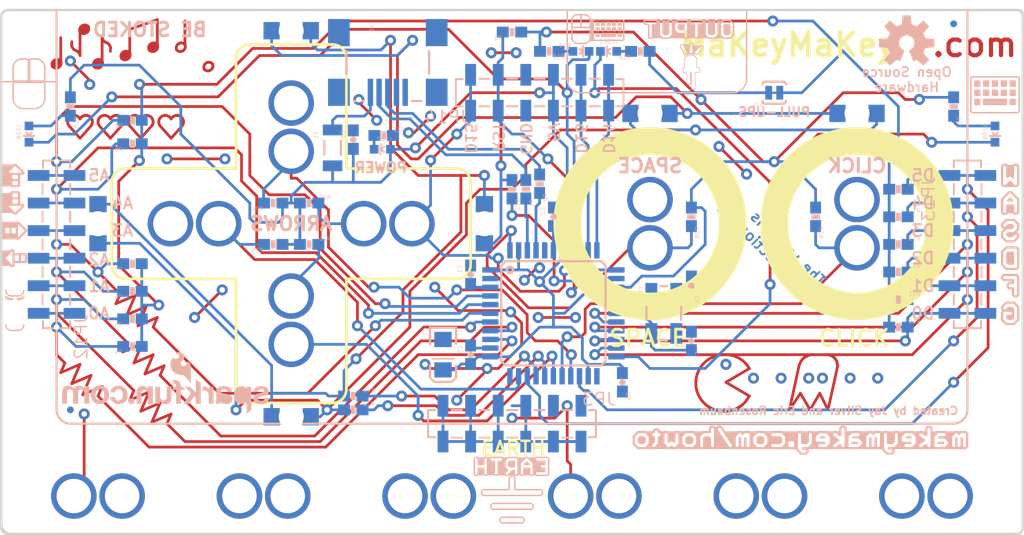
<source format=kicad_pcb>
(kicad_pcb (version 20211014) (generator pcbnew)
  (layers (0 "F.Cu" signal) (31 "B.Cu" signal) (34 "B.Paste" user) (35 "F.Paste" user) (36 "B.SilkS" user "B.Silkscreen") (37 "F.SilkS" user "F.Silkscreen") (38 "B.Mask" user) (39 "F.Mask" user) (44 "Edge.Cuts" user))
  (net 0 "")
  (net 1 "GND")
  (net 2 "AREF")
  (net 3 "RESET")
  (net 4 "VCC")
  (net 5 "N$1")
  (net 6 "N$2")
  (net 7 "N$4")
  (net 8 "D-")
  (net 9 "D+")
  (net 10 "N$6")
  (net 11 "N$8")
  (net 12 "D16")
  (net 13 "D14")
  (net 14 "D15")
  (net 15 "A0")
  (net 16 "A1")
  (net 17 "A2")
  (net 18 "A3")
  (net 19 "A4")
  (net 20 "A5")
  (net 21 "D0")
  (net 22 "D1")
  (net 23 "D2")
  (net 24 "D3")
  (net 25 "D4")
  (net 26 "D7")
  (net 27 "D11")
  (net 28 "D12")
  (net 29 "D17")
  (net 30 "N$24")
  (net 31 "N$25")
  (net 32 "N$26")
  (net 33 "D13")
  (net 34 "D10")
  (net 35 "D9")
  (net 36 "D8")
  (net 37 "D6")
  (net 38 "D5")
  (net 39 "PULL-UP")
  (net 40 "N$5")
  (net 41 "N$7")
  (net 42 "N$9")
  (net 43 "N$10")
  (net 44 "N$12")
  (net 45 "N$13")
  (net 46 "N$15")
  (net 47 "N$14")
  (net 48 "N$16")
  (net 49 "N$17")
  (net 50 "N$18")
  (net 51 "N$19")
  (net 52 "N$37")
  (net 53 "N$43")
  (net 54 "N$54")
  (net 55 "N$42")
  (net 56 "PD5")
  (net 57 "N$11")
  (net 58 "N$3")
  (net 59 "N$20")
  (net 60 "N$29")
  (net 61 "N$30")
  (net 62 "N$32")
  (net 63 "N$33")
  (footprint "boardEagle:1X01_ALLIGATOR_3MM" (layer "F.Cu") (at 171.3611 125.641099 90)
    (fp_text reference "JP6" hide)
    (fp_text value "" hide)
  )
  (footprint "boardEagle:1X01_ALLIGATOR_3MM" (layer "F.Cu") (at 128.1811 109.448599)
    (fp_text reference "DOWN0" hide)
    (fp_text value "" hide)
  )
  (footprint "boardEagle:1X01_ALLIGATOR_3MM" (layer "F.Cu") (at 119.2911 100.558599 -90)
    (fp_text reference "LEFT0" hide)
    (fp_text value "" hide)
  )
  (footprint "boardEagle:1X01_ALLIGATOR_3MM" (layer "F.Cu") (at 137.0711 100.558599 -90)
    (fp_text reference "RIGHT0" hide)
    (fp_text value "" hide)
  )
  (footprint "boardEagle:1X01_ALLIGATOR_3MM" (layer "F.Cu") (at 156.1211 125.641099 90)
    (fp_text reference "JP7" hide)
    (fp_text value "" hide)
  )
  (footprint "boardEagle:1X01_ALLIGATOR_3MM" (layer "F.Cu") (at 140.8811 125.641099 90)
    (fp_text reference "JP8" hide)
    (fp_text value "" hide)
  )
  (footprint "boardEagle:1X01_ALLIGATOR_3MM" (layer "F.Cu") (at 110.4011 125.641099 90)
    (fp_text reference "JP11" hide)
    (fp_text value "" hide)
  )
  (footprint "boardEagle:1X01_ALLIGATOR_3MM" (layer "F.Cu") (at 186.6011 125.641099 90)
    (fp_text reference "JP5" hide)
    (fp_text value "" hide)
  )
  (footprint "boardEagle:1X01_ALLIGATOR_3MM" (layer "F.Cu") (at 128.1811 91.668599)
    (fp_text reference "UP0" hide)
    (fp_text value "" hide)
  )
  (footprint "boardEagle:1X01_ALLIGATOR_3MM" (layer "F.Cu") (at 125.6411 125.641099 90)
    (fp_text reference "JP10" hide)
    (fp_text value "" hide)
  )
  (footprint "boardEagle:0603-RES" (layer "B.Cu") (at 148.5011 97.383599 90)
    (fp_text reference "R22")
    (fp_text value "330")
  )
  (footprint "boardEagle:0603-RES" (layer "B.Cu") (at 184.0611 105.003599 180)
    (fp_text reference "R12")
    (fp_text value "22M")
  )
  (footprint "boardEagle:SJ_2S-TRACE" (layer "B.Cu") (at 172.6311 88.493599)
    (fp_text reference "SJ1")
    (fp_text value "Pull-ups")
  )
  (footprint "boardEagle:0603-RES" (layer "B.Cu") (at 113.5761 104.241599)
    (fp_text reference "R7")
    (fp_text value "22M")
  )
  (footprint "boardEagle:0603-RES" (layer "B.Cu") (at 113.5761 111.861599)
    (fp_text reference "R4")
    (fp_text value "22M")
  )
  (footprint "boardEagle:CRYSTAL-SMD-5X3" (layer "B.Cu") (at 162.4711 108.813599 -90)
    (fp_text reference "Y1")
    (fp_text value "16MHz")
  )
  (footprint "boardEagle:0603-CAP" (layer "B.Cu") (at 152.3111 99.923599 -90)
    (fp_text reference "C2")
    (fp_text value "1uF")
  )
  (footprint "boardEagle:0603-RES" (layer "B.Cu") (at 113.5761 93.192599)
    (fp_text reference "R8")
    (fp_text value "22M")
  )
  (footprint "boardEagle:LED-1206-BOTTOM" (layer "B.Cu") (at 110.4011 100.558599 -90)
    (fp_text reference "LED2" hide)
    (fp_text value "GREEN" hide)
  )
  (footprint "boardEagle:0603-RES" (layer "B.Cu") (at 136.6901 92.430599 180)
    (fp_text reference "R23")
    (fp_text value "1k")
  )
  (footprint "boardEagle:MICRO-FIDUCIAL" (layer "B.Cu") (at 189.1411 82.143599 180)
    (fp_text reference "JP1" hide)
    (fp_text value "FIDUCIALUFIDUCIAL" hide)
  )
  (footprint "boardEagle:0603-RES" (layer "B.Cu") (at 184.0611 107.543599 180)
    (fp_text reference "R11")
    (fp_text value "22M")
  )
  (footprint "boardEagle:MICRO-FIDUCIAL" (layer "B.Cu") (at 107.8611 117.703599 180)
    (fp_text reference "JP2" hide)
    (fp_text value "FIDUCIALUFIDUCIAL" hide)
  )
  (footprint "boardEagle:0603-RES" (layer "B.Cu") (at 129.8321 102.463599 180)
    (fp_text reference "R26")
    (fp_text value "22M")
  )
  (footprint "boardEagle:0603-CAP" (layer "B.Cu") (at 144.6911 105.257599 -90)
    (fp_text reference "C1")
    (fp_text value "0.1uF")
  )
  (footprint "boardEagle:1X06_SMD_STRAIGHT_COMBO" (layer "B.Cu") (at 144.6911 88.493599)
    (fp_text reference "JP14")
    (fp_text value "")
  )
  (footprint "boardEagle:1X06_SMD_STRAIGHT_COMBO" (layer "B.Cu") (at 190.4111 96.113599 -90)
    (fp_text reference "JP13")
    (fp_text value "")
  )
  (footprint "boardEagle:1X06_SMD_STRAIGHT_COMBO" (layer "B.Cu") (at 106.5911 108.813599 90)
    (fp_text reference "JP12")
    (fp_text value "")
  )
  (footprint "boardEagle:0603-RES" (layer "B.Cu") (at 176.4411 99.923599 90)
    (fp_text reference "R29")
    (fp_text value "22M")
  )
  (footprint "boardEagle:0603-RES" (layer "B.Cu") (at 184.0611 102.463599 180)
    (fp_text reference "R13")
    (fp_text value "22M")
  )
  (footprint "boardEagle:0603-CAP" (layer "B.Cu") (at 133.8961 92.811599 -90)
    (fp_text reference "C8")
    (fp_text value "0.1uF")
  )
  (footprint "boardEagle:0603-RES" (layer "B.Cu") (at 133.8961 116.433599 180)
    (fp_text reference "R21")
    (fp_text value "330")
  )
  (footprint "boardEagle:PTC-1206-WIDE" (layer "B.Cu") (at 131.9911 93.573599 -90)
    (fp_text reference "F1")
    (fp_text value "500mA")
  )
  (footprint "boardEagle:USB-MINIB" (layer "B.Cu") (at 137.0711 85.953599 -90)
    (fp_text reference "X1")
    (fp_text value "USBSMD")
  )
  (footprint "boardEagle:LED-0603" (layer "B.Cu") (at 157.3911 84.683599 -90)
    (fp_text reference "LED11")
    (fp_text value "RED")
  )
  (footprint "boardEagle:0603-CAP" (layer "B.Cu") (at 144.6911 112.623599 -90)
    (fp_text reference "C5")
    (fp_text value "0.1uF")
  )
  (footprint "boardEagle:TQFP44" (layer "B.Cu") (at 152.3111 108.813599 -90)
    (fp_text reference "U1")
    (fp_text value "ATMEGA32U4TQFP")
  )
  (footprint "boardEagle:1X06_SMD_STRAIGHT_COMBO" (layer "B.Cu") (at 154.8511 118.973599 180)
    (fp_text reference "JP3")
    (fp_text value "")
  )
  (footprint "boardEagle:0603-RES" (layer "B.Cu") (at 113.5761 91.033599)
    (fp_text reference "R9")
    (fp_text value "22M")
  )
  (footprint "boardEagle:LED-0603" (layer "B.Cu") (at 104.0511 92.303599)
    (fp_text reference "LED8")
    (fp_text value "GREEN")
  )
  (footprint "boardEagle:0603-RES" (layer "B.Cu") (at 151.0411 96.875599 90)
    (fp_text reference "R2")
    (fp_text value "22")
  )
  (footprint "boardEagle:LED-0603" (layer "B.Cu") (at 192.9511 92.303599)
    (fp_text reference "LED9")
    (fp_text value "GREEN")
  )
  (footprint "boardEagle:0603-RES" (layer "B.Cu") (at 113.5761 106.781599)
    (fp_text reference "R6")
    (fp_text value "22M")
  )
  (footprint "boardEagle:0603-RES" (layer "B.Cu") (at 148.5011 82.905599)
    (fp_text reference "R3")
    (fp_text value "10K")
  )
  (footprint "boardEagle:0603-RES" (layer "B.Cu") (at 107.8611 89.763599 90)
    (fp_text reference "R18")
    (fp_text value "330")
  )
  (footprint "boardEagle:0603-RES" (layer "B.Cu") (at 189.1411 89.763599 90)
    (fp_text reference "R17")
    (fp_text value "330")
  )
  (footprint "boardEagle:LED-0603" (layer "B.Cu") (at 154.8511 84.683599 90)
    (fp_text reference "LED10")
    (fp_text value "RED")
  )
  (footprint "boardEagle:LED-1206-BOTTOM" (layer "B.Cu") (at 161.2011 90.398599 180)
    (fp_text reference "LED4" hide)
    (fp_text value "GREEN" hide)
  )
  (footprint "boardEagle:0603-RES" (layer "B.Cu") (at 160.3121 84.683599)
    (fp_text reference "R16")
    (fp_text value "1k")
  )
  (footprint "boardEagle:LED-1206-BOTTOM" (layer "B.Cu") (at 180.2511 90.398599 180)
    (fp_text reference "LED3" hide)
    (fp_text value "GREEN" hide)
  )
  (footprint "boardEagle:SFE-NEW-WEBLOGO" (layer "B.Cu") (at 126.1491 118.084599 180)
    (fp_text reference "JP9" hide)
    (fp_text value "LOGO-SFENEW" hide)
  )
  (footprint "boardEagle:LED-1206-BOTTOM" (layer "B.Cu") (at 128.1811 118.338599 180)
    (fp_text reference "LED1" hide)
    (fp_text value "GREEN" hide)
  )
  (footprint "boardEagle:0603-CAP" (layer "B.Cu") (at 158.6611 115.163599 90)
    (fp_text reference "C6")
    (fp_text value "1uF")
  )
  (footprint "boardEagle:LED-1206-BOTTOM" (layer "B.Cu") (at 128.1811 82.778599 180)
    (fp_text reference "LED5" hide)
    (fp_text value "GREEN" hide)
  )
  (footprint "boardEagle:0603-RES" (layer "B.Cu") (at 165.0111 99.923599 90)
    (fp_text reference "R28")
    (fp_text value "22M")
  )
  (footprint "boardEagle:OSHW-LOGO-M" (layer "B.Cu") (at 184.8231 83.921599 180)
    (fp_text reference "U$1" hide)
    (fp_text value "OSHW-LOGOM" hide)
  )
  (footprint "boardEagle:0603-RES" (layer "B.Cu") (at 113.5761 109.321599)
    (fp_text reference "R5")
    (fp_text value "22M")
  )
  (footprint "boardEagle:0603-RES" (layer "B.Cu") (at 151.9301 84.683599 180)
    (fp_text reference "R19")
    (fp_text value "1k")
  )
  (footprint "boardEagle:0603-RES" (layer "B.Cu") (at 184.0611 99.923599 180)
    (fp_text reference "R14")
    (fp_text value "22M")
  )
  (footprint "boardEagle:LED-0603" (layer "B.Cu") (at 136.5631 93.700599 -90)
    (fp_text reference "LED7")
    (fp_text value "RED")
  )
  (footprint "boardEagle:0603-RES" (layer "B.Cu") (at 149.7711 97.383599 90)
    (fp_text reference "R1")
    (fp_text value "22")
  )
  (footprint "boardEagle:0603-RES" (layer "B.Cu") (at 184.0611 97.383599 180)
    (fp_text reference "R15")
    (fp_text value "22M")
  )
  (footprint "boardEagle:LED-1206-BOTTOM" (layer "B.Cu") (at 145.9611 100.558599 90)
    (fp_text reference "LED6" hide)
    (fp_text value "GREEN" hide)
  )
  (footprint "boardEagle:EIA3216" (layer "B.Cu") (at 142.1511 112.623599 -90)
    (fp_text reference "C7")
    (fp_text value "10uF")
  )
  (footprint "boardEagle:0603-RES" (layer "B.Cu") (at 126.5301 102.463599)
    (fp_text reference "R25")
    (fp_text value "22M")
  )
  (footprint "boardEagle:0603-RES" (layer "B.Cu") (at 129.8321 98.653599 180)
    (fp_text reference "R27")
    (fp_text value "22M")
  )
  (footprint "boardEagle:0603-RES" (layer "B.Cu") (at 133.8961 117.703599 180)
    (fp_text reference "R20")
    (fp_text value "330")
  )
  (footprint "boardEagle:0603-RES" (layer "B.Cu") (at 126.5301 98.653599)
    (fp_text reference "R24")
    (fp_text value "22M")
  )
  (footprint "boardEagle:0603-CAP" (layer "B.Cu") (at 165.0111 106.273599 90)
    (fp_text reference "C4")
    (fp_text value "22pF")
  )
  (footprint "boardEagle:0603-CAP" (layer "B.Cu") (at 165.0111 111.353599 90)
    (fp_text reference "C3")
    (fp_text value "22pF")
  )
  (footprint "boardEagle:1X01_ALLIGATOR_3MM" (layer "B.Cu") (at 161.2011 100.558599)
    (fp_text reference "SPACE0" hide)
    (fp_text value "" hide)
  )
  (footprint "boardEagle:1X01_ALLIGATOR_3MM" (layer "B.Cu") (at 180.2511 100.558599)
    (fp_text reference "CLICK0" hide)
    (fp_text value "" hide)
  )
  (footprint "boardEagle:0603-RES" (layer "B.Cu") (at 184.0611 110.083599 180)
    (fp_text reference "R10")
    (fp_text value "22M")
  )
  (gr_line (start 167.3324 119.543699) (end 167.3716 119.347699) (layer "B.SilkS") (width 0.2032))
  (gr_line (start 193.6022 95.263099) (end 193.7435 95.121699) (layer "B.SilkS") (width 0.2032))
  (gr_line (start 146.872 123.164599) (end 146.2565 123.164599) (layer "B.SilkS") (width 0.127))
  (gr_line (start 181.9728 120.802399) (end 181.9728 121.005599) (layer "B.SilkS") (width 0.2032))
  (gr_line (start 165.1639 85.039199) (end 165.174 85.049399) (layer "B.SilkS") (width 0.0508))
  (gr_line (start 149.713 122.656599) (end 149.6373 122.732299) (layer "B.SilkS") (width 0.127))
  (gr_line (start 165.006 87.020399) (end 165.006 86.969599) (layer "B.SilkS") (width 0.0508))
  (gr_line (start 177.9902 120.847599) (end 178.5222 120.492899) (layer "B.SilkS") (width 0.2032))
  (gr_line (start 147.544 128.130299) (end 147.3877 127.974099) (layer "B.SilkS") (width 0.127))
  (gr_line (start 147.8431 123.484699) (end 147.9092 123.418599) (layer "B.SilkS") (width 0.127))
  (gr_line (start 191.5414 87.604599) (end 191.1096 87.604599) (layer "B.SilkS") (width 0.127))
  (gr_line (start 161.436 83.032599) (end 161.436 83.159599) (layer "B.SilkS") (width 0.127))
  (gr_line (start 169.467 121.092899) (end 169.3511 121.208799) (layer "B.SilkS") (width 0.2032))
  (gr_line (start 150.6497 123.631899) (end 150.6497 123.545599) (layer "B.SilkS") (width 0.127))
  (gr_line (start 166.617 82.397599) (end 166.617 82.524599) (layer "B.SilkS") (width 0.127))
  (gr_line (start 162.0516 82.016599) (end 162.0516 81.929099) (layer "B.SilkS") (width 0.127))
  (gr_line (start 164.2847 84.790599) (end 164.2792 84.785199) (layer "B.SilkS") (width 0.0508))
  (gr_line (start 171.5129 120.234299) (end 171.2128 120.234299) (layer "B.SilkS") (width 0.2032))
  (gr_line (start 103.7122 103.377999) (end 103.7717 103.437499) (layer "B.SilkS") (width 0.2032))
  (gr_line (start 168.529 83.009599) (end 168.529 82.905599) (layer "B.SilkS") (width 0.127))
  (gr_line (start 167.9849 83.477099) (end 167.8807 83.372999) (layer "B.SilkS") (width 0.127))
  (gr_line (start 149.5911 122.275599) (end 149.7181 122.148599) (layer "B.SilkS") (width 0.127))
  (gr_line (start 166.617 81.929099) (end 166.617 82.016599) (layer "B.SilkS") (width 0.127))
  (gr_line (start 165.006 86.918799) (end 165.006 86.867999) (layer "B.SilkS") (width 0.0508))
  (gr_line (start 178.2579 119.736799) (end 178.7159 120.042099) (layer "B.SilkS") (width 0.2032))
  (gr_line (start 193.6022 103.132999) (end 193.7435 102.991699) (layer "B.SilkS") (width 0.2032))
  (gr_line (start 191.1096 89.255599) (end 191.1096 89.382599) (layer "B.SilkS") (width 0.127))
  (gr_line (start 167.6647 83.156899) (end 167.6647 83.032599) (layer "B.SilkS") (width 0.127))
  (gr_line (start 165.1889 84.017799) (end 165.1991 84.027899) (layer "B.SilkS") (width 0.0508))
  (gr_line (start 103.0605 107.213399) (end 102.4255 107.213399) (layer "B.SilkS") (width 0.12))
  (gr_line (start 178.058 120.802399) (end 177.8342 120.802399) (layer "B.SilkS") (width 0.2032))
  (gr_line (start 148.7074 122.529599) (end 148.7074 122.439599) (layer "B.SilkS") (width 0.127))
  (gr_line (start 157.5181 82.778599) (end 157.5181 82.651599) (layer "B.SilkS") (width 0.127))
  (gr_line (start 164.4643 119.751699) (end 165.1642 119.751699) (layer "B.SilkS") (width 0.2032))
  (gr_line (start 105.4883 89.247499) (end 105.472 89.260899) (layer "B.SilkS") (width 0.127))
  (gr_line (start 165.006 87.223599) (end 165.006 87.172799) (layer "B.SilkS") (width 0.0508))
  (gr_line (start 166.1927 120.599199) (end 166.1927 120.802399) (layer "B.SilkS") (width 0.2032))
  (gr_line (start 146.872 122.656599) (end 146.872 122.529599) (layer "B.SilkS") (width 0.127))
  (gr_line (start 170.6216 120.802399) (end 170.467 120.802399) (layer "B.SilkS") (width 0.2032))
  (gr_line (start 162.0516 81.929099) (end 162.0911 81.889599) (layer "B.SilkS") (width 0.127))
  (gr_line (start 170.9782 119.786399) (end 170.3603 119.786399) (layer "B.SilkS") (width 0.2032))
  (gr_line (start 194.6164 99.517199) (end 194.0704 99.517199) (layer "B.SilkS") (width 0.2032))
  (gr_line (start 191.9224 89.255599) (end 191.9224 89.382599) (layer "B.SilkS") (width 0.127))
  (gr_line (start 191.5414 87.858599) (end 191.5414 87.731599) (layer "B.SilkS") (width 0.127))
  (gr_line (start 164.6301 84.892199) (end 164.6152 84.907099) (layer "B.SilkS") (width 0.0508))
  (gr_line (start 168.5644 83.477099) (end 167.9849 83.477099) (layer "B.SilkS") (width 0.127))
  (gr_line (start 164.1221 84.495999) (end 164.1119 84.485799) (layer "B.SilkS") (width 0.0508))
  (gr_line (start 162.9159 83.009599) (end 162.9159 82.905599) (layer "B.SilkS") (width 0.127))
  (gr_line (start 165.006 86.664799) (end 164.9349 86.664799) (layer "B.SilkS") (width 0.0508))
  (gr_line (start 149.2464 123.164599) (end 149.2464 123.037599) (layer "B.SilkS") (width 0.127))
  (gr_line (start 104.1146 85.953599) (end 103.9876 85.953599) (layer "B.SilkS") (width 0.127))
  (gr_line (start 194.1934 101.434299) (end 194.0848 101.542899) (layer "B.SilkS") (width 0.2032))
  (gr_line (start 165.3108 84.785199) (end 165.1483 84.785199) (layer "B.SilkS") (width 0.0508))
  (gr_line (start 157.0101 82.524599) (end 156.7561 82.524599) (layer "B.SilkS") (width 0.127))
  (gr_line (start 164.8333 84.332699) (end 164.838 84.327999) (layer "B.SilkS") (width 0.0508))
  (gr_line (start 104.2262 85.382099) (end 104.6179 85.382099) (layer "B.SilkS") (width 0.127))
  (gr_line (start 158.2801 82.016599) (end 158.2801 82.143599) (layer "B.SilkS") (width 0.127))
  (gr_line (start 180.2444 120.734199) (end 179.8357 120.734199) (layer "B.SilkS") (width 0.2032))
  (gr_line (start 164.8581 81.929099) (end 164.9623 81.824999) (layer "B.SilkS") (width 0.127))
  (gr_line (start 105.1452 85.520499) (end 105.1983 85.548799) (layer "B.SilkS") (width 0.127))
  (gr_line (start 164.6748 82.524599) (end 164.6748 82.651599) (layer "B.SilkS") (width 0.127))
  (gr_line (start 165.8439 84.165399) (end 165.854 84.155299) (layer "B.SilkS") (width 0.0508))
  (gr_line (start 168.6392 121.249099) (end 168.4432 121.209899) (layer "B.SilkS") (width 0.2032))
  (gr_line (start 165.7101 121.005599) (end 165.3928 121.005599) (layer "B.SilkS") (width 0.2032))
  (gr_line (start 150.4663 122.910599) (end 150.4663 123.037599) (layer "B.SilkS") (width 0.127))
  (gr_line (start 189.9031 121.005599) (end 189.8857 121.005599) (layer "B.SilkS") (width 0.2032))
  (gr_line (start 102.0445 98.865499) (end 102.0532 98.856799) (layer "B.SilkS") (width 0.2032))
  (gr_line (start 194.6021 95.453199) (end 194.6021 95.263099) (layer "B.SilkS") (width 0.2032))
  (gr_line (start 193.167 87.477599) (end 192.7352 87.477599) (layer "B.SilkS") (width 0.127))
  (gr_line (start 180.9903 120.599199) (end 180.7918 120.599199) (layer "B.SilkS") (width 0.2032))
  (gr_line (start 103.4067 85.382099) (end 103.476 85.375299) (layer "B.SilkS") (width 0.127))
  (gr_line (start 162.3718 83.477099) (end 162.3083 83.413599) (layer "B.SilkS") (width 0.127))
  (gr_line (start 103.0772 97.104199) (end 102.485 97.104199) (layer "B.SilkS") (width 0.2032))
  (gr_line (start 191.5414 88.620599) (end 191.1096 88.620599) (layer "B.SilkS") (width 0.127))
  (gr_line (start 163.9183 120.192799) (end 163.9183 120.395999) (layer "B.SilkS") (width 0.2032))
  (gr_line (start 102.4255 96.824799) (end 101.5111 96.824799) (layer "B.SilkS") (width 0.2032))
  (gr_line (start 150.4663 122.656599) (end 150.4663 122.783599) (layer "B.SilkS") (width 0.127))
  (gr_line (start 162.1398 119.751699) (end 162.2812 119.892999) (layer "B.SilkS") (width 0.2032))
  (gr_line (start 169.5757 119.751699) (end 169.6104 119.786399) (layer "B.SilkS") (width 0.2032))
  (gr_line (start 164.5488 84.566399) (end 164.5488 84.581999) (layer "B.SilkS") (width 0.0508))
  (gr_line (start 165.7727 84.226399) (end 165.8032 84.195899) (layer "B.SilkS") (width 0.0508))
  (gr_line (start 145.9009 122.275599) (end 145.3921 122.275599) (layer "B.SilkS") (width 0.127))
  (gr_line (start 102.7989 89.590499) (end 102.7787 89.584299) (layer "B.SilkS") (width 0.127))
  (gr_line (start 184.6305 121.208799) (end 184.5146 121.092899) (layer "B.SilkS") (width 0.2032))
  (gr_line (start 189.0191 121.208799) (end 188.3826 121.208799) (layer "B.SilkS") (width 0.2032))
  (gr_line (start 164.2847 86.191999) (end 164.2995 86.177099) (layer "B.SilkS") (width 0.0508))
  (gr_line (start 194.6021 96.265999) (end 194.6021 96.062799) (layer "B.SilkS") (width 0.2032))
  (gr_line (start 182.4728 121.005599) (end 182.4728 121.092899) (layer "B.SilkS") (width 0.2032))
  (gr_line (start 179.4945 120.001699) (end 179.7444 119.751699) (layer "B.SilkS") (width 0.2032))
  (gr_line (start 186.6288 120.042099) (end 186.6288 119.989599) (layer "B.SilkS") (width 0.2032))
  (gr_line (start 171.9414 121.005599) (end 171.7382 121.208799) (layer "B.SilkS") (width 0.2032))
  (gr_line (start 103.3339 107.451799) (end 103.3108 107.466299) (layer "B.SilkS") (width 0.2032))
  (gr_line (start 165.7782 84.729699) (end 165.7633 84.744599) (layer "B.SilkS") (width 0.0508))
  (gr_line (start 102.64 89.293199) (end 102.6302 89.260899) (layer "B.SilkS") (width 0.127))
  (gr_line (start 194.0848 109.067599) (end 194.0848 109.212999) (layer "B.SilkS") (width 0.2032))
  (gr_line (start 161.0804 83.372999) (end 161.0804 82.180599) (layer "B.SilkS") (width 0.127))
  (gr_line (start 154.1844 81.428099) (end 154.2039 81.415899) (layer "B.SilkS") (width 0.127))
  (gr_line (start 166.0376 84.226399) (end 166.0728 84.261599) (layer "B.SilkS") (width 0.0508))
  (gr_line (start 105.148 89.745799) (end 105.1418 89.765999) (layer "B.SilkS") (width 0.127))
  (gr_line (start 182.6274 120.395999) (end 182.6274 120.192799) (layer "B.SilkS") (width 0.2032))
  (gr_line (start 167.9006 120.395999) (end 167.4942 119.786399) (layer "B.SilkS") (width 0.2032))
  (gr_line (start 103.0323 85.480199) (end 103.0423 85.461499) (layer "B.SilkS") (width 0.127))
  (gr_line (start 169.9844 120.802399) (end 169.9844 120.599199) (layer "B.SilkS") (width 0.2032))
  (gr_line (start 167.6296 119.989599) (end 167.1927 119.989599) (layer "B.SilkS") (width 0.2032))
  (gr_line (start 195.062 90.335099) (end 190.8402 90.335099) (layer "B.SilkS") (width 0.127))
  (gr_line (start 194.6021 103.987599) (end 194.6021 103.784399) (layer "B.SilkS") (width 0.2032))
  (gr_line (start 165.4632 85.277599) (end 165.4734 85.287799) (layer "B.SilkS") (width 0.0508))
  (gr_line (start 166.3009 81.889599) (end 166.3655 81.824999) (layer "B.SilkS") (width 0.127))
  (gr_line (start 102.4255 97.722499) (end 102.485 97.662999) (layer "B.SilkS") (width 0.2032))
  (gr_line (start 163.4357 120.192799) (end 163.4357 119.989599) (layer "B.SilkS") (width 0.2032))
  (gr_line (start 168.9844 121.005599) (end 168.9844 120.802399) (layer "B.SilkS") (width 0.2032))
  (gr_line (start 164.0103 84.139699) (end 164.0103 84.129499) (layer "B.SilkS") (width 0.0508))
  (gr_line (start 194.6021 108.661199) (end 194.6021 108.457999) (layer "B.SilkS") (width 0.2032))
  (gr_line (start 163.4548 82.651599) (end 163.2715 82.651599) (layer "B.SilkS") (width 0.127))
  (gr_line (start 194.6021 95.656399) (end 194.6021 95.453199) (layer "B.SilkS") (width 0.2032))
  (gr_line (start 194.5401 97.758399) (end 194.5847 97.803099) (layer "B.SilkS") (width 0.2032))
  (gr_line (start 165.3311 85.135399) (end 165.3366 85.140799) (layer "B.SilkS") (width 0.0508))
  (gr_line (start 180.9903 120.395999) (end 180.9903 120.192799) (layer "B.SilkS") (width 0.2032))
  (gr_line (start 186.4351 120.492899) (end 185.9031 120.138299) (layer "B.SilkS") (width 0.2032))
  (gr_line (start 166.0423 84.424899) (end 166.0275 84.439799) (layer "B.SilkS") (width 0.0508))
  (gr_line (start 164.5996 84.678199) (end 164.6051 84.683599) (layer "B.SilkS") (width 0.0508))
  (gr_line (start 163.9183 120.599199) (end 163.9183 120.802399) (layer "B.SilkS") (width 0.2032))
  (gr_line (start 165.2903 82.651599) (end 165.2903 82.524599) (layer "B.SilkS") (width 0.127))
  (gr_line (start 164.6199 84.698499) (end 164.6199 84.708599) (layer "B.SilkS") (width 0.0508))
  (gr_line (start 166.2614 82.651599) (end 166.2614 82.524599) (layer "B.SilkS") (width 0.127))
  (gr_line (start 151.3078 125.434099) (end 151.1516 125.590299) (layer "B.SilkS") (width 0.127))
  (gr_line (start 164.0002 84.159999) (end 164.0002 84.149799) (layer "B.SilkS") (width 0.0508))
  (gr_line (start 145.3526 122.148599) (end 145.3921 122.188099) (layer "B.SilkS") (width 0.127))
  (gr_line (start 163.02 81.824999) (end 163.1673 81.824999) (layer "B.SilkS") (width 0.127))
  (gr_line (start 169.467 121.005599) (end 169.467 121.092899) (layer "B.SilkS") (width 0.2032))
  (gr_line (start 148.0362 123.291599) (end 147.2276 123.291599) (layer "B.SilkS") (width 0.127))
  (gr_line (start 105.1741 89.724299) (end 105.148 89.745799) (layer "B.SilkS") (width 0.127))
  (gr_line (start 162.4358 120.842899) (end 162.4358 120.802399) (layer "B.SilkS") (width 0.2032))
  (gr_line (start 164.498 84.485099) (end 164.5082 84.495299) (layer "B.SilkS") (width 0.0508))
  (gr_line (start 147.8838 123.672599) (end 147.1869 123.672599) (layer "B.SilkS") (width 0.127))
  (gr_line (start 150.6903 123.672599) (end 150.4257 123.672599) (layer "B.SilkS") (width 0.127))
  (gr_line (start 181.3469 119.786399) (end 180.479 119.786399) (layer "B.SilkS") (width 0.2032))
  (gr_line (start 148.2344 123.943099) (end 148.3906 123.786899) (layer "B.SilkS") (width 0.127))
  (gr_line (start 170.7843 121.005599) (end 170.467 121.005599) (layer "B.SilkS") (width 0.2032))
  (gr_line (start 162.9554 81.889599) (end 163.02 81.824999) (layer "B.SilkS") (width 0.127))
  (gr_line (start 155.9941 83.413599) (end 155.9941 83.286599) (layer "B.SilkS") (width 0.127))
  (gr_line (start 185.3812 121.208799) (end 185.3558 121.234199) (layer "B.SilkS") (width 0.2032))
  (gr_line (start 183.61 121.592799) (end 183.4686 121.734199) (layer "B.SilkS") (width 0.2032))
  (gr_line (start 170.467 121.005599) (end 170.467 121.092899) (layer "B.SilkS") (width 0.2032))
  (gr_line (start 148.7074 122.656599) (end 148.1987 122.656599) (layer "B.SilkS") (width 0.127))
  (gr_line (start 104.1627 85.445599) (end 104.2262 85.382099) (layer "B.SilkS") (width 0.127))
  (gr_line (start 165.6203 84.399099) (end 165.6258 84.393699) (layer "B.SilkS") (width 0.0508))
  (gr_line (start 189.4031 121.005599) (end 189.3858 121.005599) (layer "B.SilkS") (width 0.2032))
  (gr_line (start 147.8431 122.529599) (end 147.8431 122.404199) (layer "B.SilkS") (width 0.127))
  (gr_line (start 164.5895 85.104899) (end 164.6043 85.089999) (layer "B.SilkS") (width 0.0508))
  (gr_line (start 148.7074 122.783599) (end 148.7074 122.656599) (layer "B.SilkS") (width 0.127))
  (gr_line (start 165.8751 84.612499) (end 165.8696 84.617899) (layer "B.SilkS") (width 0.0508))
  (gr_line (start 155.6893 82.429199) (end 155.6447 82.473799) (layer "B.SilkS") (width 0.127))
  (gr_line (start 161.1846 83.477099) (end 161.0804 83.372999) (layer "B.SilkS") (width 0.127))
  (gr_line (start 166.2614 82.524599) (end 166.2614 82.397599) (layer "B.SilkS") (width 0.127))
  (gr_line (start 149.0235 122.148599) (end 149.063 122.188099) (layer "B.SilkS") (width 0.127))
  (gr_line (start 150.4663 123.631899) (end 150.3622 123.736099) (layer "B.SilkS") (width 0.127))
  (gr_line (start 148.7074 123.303899) (end 148.5267 123.303899) (layer "B.SilkS") (width 0.127))
  (gr_line (start 165.4171 84.632799) (end 165.1584 84.632799) (layer "B.SilkS") (width 0.0508))
  (gr_line (start 188.9032 120.599199) (end 188.7048 120.599199) (layer "B.SilkS") (width 0.2032))
  (gr_line (start 166.7101 120.599199) (end 166.1927 120.599199) (layer "B.SilkS") (width 0.2032))
  (gr_line (start 192.7352 88.493599) (end 192.7352 88.620599) (layer "B.SilkS") (width 0.127))
  (gr_line (start 164.4371 85.257299) (end 164.4519 85.242399) (layer "B.SilkS") (width 0.0508))
  (gr_line (start 182.3314 121.234199) (end 182.1315 121.234199) (layer "B.SilkS") (width 0.2032))
  (gr_line (start 105.3235 89.584299) (end 105.3033 89.590499) (layer "B.SilkS") (width 0.127))
  (gr_line (start 151.514 123.380499) (end 151.514 123.291599) (layer "B.SilkS") (width 0.127))
  (gr_line (start 103.9876 85.493699) (end 103.9876 85.572599) (layer "B.SilkS") (width 0.127))
  (gr_line (start 168.529 82.778599) (end 168.529 82.651599) (layer "B.SilkS") (width 0.127))
  (gr_line (start 162.4358 120.802399) (end 162.4358 120.599199) (layer "B.SilkS") (width 0.2032))
  (gr_line (start 148.9589 123.736099) (end 148.8116 123.736099) (layer "B.SilkS") (width 0.127))
  (gr_line (start 165.4141 120.001699) (end 165.5555 120.142999) (layer "B.SilkS") (width 0.2032))
  (gr_line (start 164.051 84.374099) (end 164.051 84.353799) (layer "B.SilkS") (width 0.0508))
  (gr_line (start 162.9184 119.989599) (end 162.9184 120.192799) (layer "B.SilkS") (width 0.2032))
  (gr_line (start 102.67 85.833799) (end 102.6887 85.823799) (layer "B.SilkS") (width 0.127))
  (gr_line (start 165.7782 86.578799) (end 165.7579 86.599099) (layer "B.SilkS") (width 0.0508))
  (gr_line (start 165.5398 84.978199) (end 165.4273 84.978199) (layer "B.SilkS") (width 0.0508))
  (gr_line (start 102.0404 107.394699) (end 102.0229 107.377199) (layer "B.SilkS") (width 0.2032))
  (gr_line (start 105.0024 85.444099) (end 105.0599 85.461499) (layer "B.SilkS") (width 0.127))
  (gr_line (start 165.1642 121.234199) (end 164.4643 121.234199) (layer "B.SilkS") (width 0.2032))
  (gr_line (start 178.2579 121.249099) (end 178.0619 121.209899) (layer "B.SilkS") (width 0.2032))
  (gr_line (start 172.3493 120.802399) (end 172.1041 120.802399) (layer "B.SilkS") (width 0.2032))
  (gr_line (start 192.7352 87.858599) (end 192.7352 87.879799) (layer "B.SilkS") (width 0.127))
  (gr_line (start 193.167 87.604599) (end 192.7352 87.604599) (layer "B.SilkS") (width 0.127))
  (gr_line (start 164.3192 82.524599) (end 164.3192 82.397599) (layer "B.SilkS") (width 0.127))
  (gr_line (start 164.3192 83.159599) (end 164.3192 83.044899) (layer "B.SilkS") (width 0.127))
  (gr_line (start 154.0327 83.560299) (end 154.0197 83.502699) (layer "B.SilkS") (width 0.127))
  (gr_line (start 162.4358 120.192799) (end 162.1813 120.192799) (layer "B.SilkS") (width 0.2032))
  (gr_line (start 166.2614 83.032599) (end 166.2614 82.905599) (layer "B.SilkS") (width 0.127))
  (gr_line (start 165.4531 85.267399) (end 165.4632 85.277599) (layer "B.SilkS") (width 0.0508))
  (gr_line (start 101.5111 81.508599) (end 101.5111 128.371599) (layer "B.SilkS") (width 0.2032))
  (gr_line (start 105.0888 89.794299) (end 105.0423 89.832499) (layer "B.SilkS") (width 0.127))
  (gr_line (start 103.9876 86.207599) (end 103.9876 86.334599) (layer "B.SilkS") (width 0.127))
  (gr_line (start 154.1104 83.722299) (end 154.1014 83.719199) (layer "B.SilkS") (width 0.127))
  (gr_line (start 155.6108 83.698399) (end 155.6008 83.719199) (layer "B.SilkS") (width 0.127))
  (gr_line (start 162.9159 82.778599) (end 162.4071 82.778599) (layer "B.SilkS") (width 0.127))
  (gr_line (start 151.1516 125.590299) (end 145.8506 125.590299) (layer "B.SilkS") (width 0.127))
  (gr_line (start 165.4382 85.242399) (end 165.4531 85.257299) (layer "B.SilkS") (width 0.0508))
  (gr_line (start 165.9157 84.571799) (end 165.9055 84.581999) (layer "B.SilkS") (width 0.0508))
  (gr_line (start 172.4001 121.234199) (end 172.3747 121.208799) (layer "B.SilkS") (width 0.2032))
  (gr_line (start 179.1985 119.393099) (end 179.1985 119.786399) (layer "B.SilkS") (width 0.2032))
  (gr_line (start 181.6162 119.786399) (end 181.7315 119.901699) (layer "B.SilkS") (width 0.2032))
  (gr_line (start 163.2715 82.016599) (end 163.2715 82.143599) (layer "B.SilkS") (width 0.127))
  (gr_line (start 187.1114 120.599199) (end 187.1114 120.802399) (layer "B.SilkS") (width 0.2032))
  (gr_line (start 164.9349 87.426799) (end 164.9349 87.477599) (layer "B.SilkS") (width 0.0508))
  (gr_line (start 191.9224 89.107399) (end 191.9224 89.128599) (layer "B.SilkS") (width 0.127))
  (gr_line (start 102.957 85.520499) (end 103.0035 85.482299) (layer "B.SilkS") (width 0.127))
  (gr_line (start 163.0148 83.413599) (end 162.9513 83.477099) (layer "B.SilkS") (width 0.127))
  (gr_line (start 103.7717 101.235699) (end 103.0772 101.930199) (layer "B.SilkS") (width 0.2032))
  (gr_line (start 168.0422 82.270599) (end 168.0203 82.292499) (layer "B.SilkS") (width 0.127))
  (gr_line (start 193.9935 100.951699) (end 194.4935 100.951699) (layer "B.SilkS") (width 0.2032))
  (gr_line (start 164.498 84.480399) (end 164.498 84.485099) (layer "B.SilkS") (width 0.0508))
  (gr_line (start 171.6215 120.642999) (end 171.6215 120.599199) (layer "B.SilkS") (width 0.2032))
  (gr_line (start 167.6647 82.651599) (end 167.4813 82.651599) (layer "B.SilkS") (width 0.127))
  (gr_line (start 162.9184 120.395999) (end 162.9184 120.599199) (layer "B.SilkS") (width 0.2032))
  (gr_line (start 180.4443 120.234299) (end 179.9443 120.234299) (layer "B.SilkS") (width 0.2032))
  (gr_line (start 175.8311 121.208799) (end 175.8057 121.234199) (layer "B.SilkS") (width 0.2032))
  (gr_line (start 103.7122 104.089199) (end 103.2129 104.089199) (layer "B.SilkS") (width 0.2032))
  (gr_line (start 177.8342 120.842899) (end 177.6928 120.984199) (layer "B.SilkS") (width 0.2032))
  (gr_line (start 160.7071 120.342899) (end 160.5985 120.234299) (layer "B.SilkS") (width 0.2032))
  (gr_line (start 102.9335 100.837999) (end 102.9335 100.685599) (layer "B.SilkS") (width 0.2032))
  (gr_line (start 164.5556 120.599199) (end 164.5556 120.642999) (layer "B.SilkS") (width 0.2032))
  (gr_line (start 172.1041 120.142999) (end 172.1041 120.192799) (layer "B.SilkS") (width 0.2032))
  (gr_line (start 179.1985 120.802399) (end 179.1985 121.005599) (layer "B.SilkS") (width 0.2032))
  (gr_line (start 149.7181 122.148599) (end 149.0235 122.148599) (layer "B.SilkS") (width 0.127))
  (gr_line (start 105.5116 86.275799) (end 105.5116 87.302499) (layer "B.SilkS") (width 0.127))
  (gr_line (start 192.7352 87.731599) (end 192.7352 87.858599) (layer "B.SilkS") (width 0.127))
  (gr_line (start 155.9941 82.397599) (end 155.9941 82.270599) (layer "B.SilkS") (width 0.127))
  (gr_line (start 158.5341 83.286599) (end 158.2801 83.286599) (layer "B.SilkS") (width 0.127))
  (gr_line (start 165.174 85.049399) (end 165.1943 85.049399) (layer "B.SilkS") (width 0.0508))
  (gr_line (start 154.1472 83.768599) (end 154.1104 83.722299) (layer "B.SilkS") (width 0.127))
  (gr_line (start 149.6373 122.732299) (end 150.0754 122.732299) (layer "B.SilkS") (width 0.127))
  (gr_line (start 164.2847 84.088899) (end 164.2847 84.098999) (layer "B.SilkS") (width 0.0508))
  (gr_line (start 194.6021 106.031699) (end 194.6021 105.764299) (layer "B.SilkS") (width 0.2032))
  (gr_line (start 164.813 84.800799) (end 164.813 84.785199) (layer "B.SilkS") (width 0.0508))
  (gr_line (start 146.872 123.418599) (end 146.872 123.291599) (layer "B.SilkS") (width 0.127))
  (gr_line (start 168.9844 120.802399) (end 168.9844 120.599199) (layer "B.SilkS") (width 0.2032))
  (gr_line (start 165.0729 120.599199) (end 164.5556 120.599199) (layer "B.SilkS") (width 0.2032))
  (gr_line (start 155.6447 82.473799) (end 154.8957 82.473799) (layer "B.SilkS") (width 0.127))
  (gr_line (start 181.9728 120.599199) (end 181.9728 120.802399) (layer "B.SilkS") (width 0.2032))
  (gr_line (start 146.6973 126.326899) (end 150.3049 126.326899) (layer "B.SilkS") (width 0.127))
  (gr_line (start 176.0557 119.751699) (end 176.0904 119.786399) (layer "B.SilkS") (width 0.2032))
  (gr_line (start 147.9473 123.736099) (end 147.8838 123.672599) (layer "B.SilkS") (width 0.127))
  (gr_line (start 171.9507 119.989599) (end 172.1041 120.142999) (layer "B.SilkS") (width 0.2032))
  (gr_line (start 163.1858 121.092899) (end 163.1858 121.092799) (layer "B.SilkS") (width 0.2032))
  (gr_line (start 168.9844 120.192799) (end 168.9844 120.142999) (layer "B.SilkS") (width 0.2032))
  (gr_line (start 182.6274 119.989599) (end 182.6274 119.892999) (layer "B.SilkS") (width 0.2032))
  (gr_line (start 170.6216 120.142999) (end 170.775 119.989599) (layer "B.SilkS") (width 0.2032))
  (gr_line (start 102.0532 98.856799) (end 101.5111 98.856799) (layer "B.SilkS") (width 0.2032))
  (gr_line (start 163.5424 119.786399) (end 162.8118 119.786399) (layer "B.SilkS") (width 0.2032))
  (gr_line (start 104.1146 86.588599) (end 103.9876 86.588599) (layer "B.SilkS") (width 0.127))
  (gr_line (start 194.6021 96.280399) (end 194.6021 96.265999) (layer "B.SilkS") (width 0.2032))
  (gr_line (start 170.1257 121.234199) (end 170.1003 121.208799) (layer "B.SilkS") (width 0.2032))
  (gr_line (start 103.1367 96.545399) (end 102.4255 96.545399) (layer "B.SilkS") (width 0.2032))
  (gr_line (start 195.062 87.033099) (end 195.1736 87.144699) (layer "B.SilkS") (width 0.127))
  (gr_line (start 164.6748 82.397599) (end 164.6748 82.524599) (layer "B.SilkS") (width 0.127))
  (gr_line (start 183.6273 119.989599) (end 183.6273 119.892999) (layer "B.SilkS") (width 0.2032))
  (gr_line (start 149.602 123.291599) (end 149.602 123.418599) (layer "B.SilkS") (width 0.127))
  (gr_line (start 164.073 120.802399) (end 163.9183 120.802399) (layer "B.SilkS") (width 0.2032))
  (gr_line (start 164.1018 84.465499) (end 164.1018 84.455399) (layer "B.SilkS") (width 0.0508))
  (gr_line (start 154.1071 81.512599) (end 154.1234 81.496399) (layer "B.SilkS") (width 0.127))
  (gr_line (start 168.4432 121.209899) (end 168.307 121.005599) (layer "B.SilkS") (width 0.2032))
  (gr_line (start 154.398 83.926699) (end 154.3889 83.929899) (layer "B.SilkS") (width 0.127))
  (gr_line (start 103.3302 85.389099) (end 103.3372 85.382099) (layer "B.SilkS") (width 0.127))
  (gr_line (start 157.5181 82.270599) (end 157.5181 82.143599) (layer "B.SilkS") (width 0.127))
  (gr_line (start 145.9009 122.732299) (end 145.9009 122.656599) (layer "B.SilkS") (width 0.127))
  (gr_line (start 164.899 83.931799) (end 164.9091 83.931799) (layer "B.SilkS") (width 0.0508))
  (gr_line (start 190.3857 121.092899) (end 190.2444 121.234199) (layer "B.SilkS") (width 0.2032))
  (gr_line (start 173.7413 120.192799) (end 173.7413 120.395999) (layer "B.SilkS") (width 0.2032))
  (gr_line (start 155.6893 83.286599) (end 155.6893 83.413599) (layer "B.SilkS") (width 0.127))
  (gr_line (start 179.3531 120.802399) (end 179.3531 120.599199) (layer "B.SilkS") (width 0.2032))
  (gr_line (start 105.5116 88.933399) (end 105.5184 88.941699) (layer "B.SilkS") (width 0.127))
  (gr_line (start 166.2614 81.929099) (end 166.3009 81.889599) (layer "B.SilkS") (width 0.127))
  (gr_line (start 165.6459 82.270599) (end 165.6459 82.397599) (layer "B.SilkS") (width 0.127))
  (gr_line (start 193.9935 104.724199) (end 193.6022 104.332899) (layer "B.SilkS") (width 0.2032))
  (gr_line (start 155.6577 83.612499) (end 155.6495 83.617599) (layer "B.SilkS") (width 0.127))
  (gr_line (start 164.5895 87.553399) (end 164.5895 86.644499) (layer "B.SilkS") (width 0.0508))
  (gr_line (start 103.0599 89.832499) (end 103.0134 89.794299) (layer "B.SilkS") (width 0.127))
  (gr_line (start 150.7538 123.380499) (end 151.514 123.380499) (layer "B.SilkS") (width 0.127))
  (gr_line (start 162.804 83.121499) (end 162.8929 83.032599) (layer "B.SilkS") (width 0.127))
  (gr_line (start 102.5976 86.121699) (end 102.5881 86.103899) (layer "B.SilkS") (width 0.127))
  (gr_line (start 194.5877 96.265999) (end 194.6021 96.280399) (layer "B.SilkS") (width 0.2032))
  (gr_line (start 165.1943 85.049399) (end 165.2045 85.059499) (layer "B.SilkS") (width 0.0508))
  (gr_line (start 168.0203 82.651599) (end 168.0203 82.778599) (layer "B.SilkS") (width 0.127))
  (gr_line (start 102.8224 89.637599) (end 102.8204 89.616599) (layer "B.SilkS") (width 0.127))
  (gr_line (start 155.624 83.670899) (end 155.6251 83.680499) (layer "B.SilkS") (width 0.127))
  (gr_line (start 193.9935 102.741699) (end 194.9434 102.741699) (layer "B.SilkS") (width 0.2032))
  (gr_line (start 185.8639 121.043599) (end 185.8715 121.005599) (layer "B.SilkS") (width 0.2032))
  (gr_line (start 164.3964 84.281899) (end 164.3964 84.302199) (layer "B.SilkS") (width 0.0508))
  (gr_line (start 184.2646 120.395999) (end 184.1099 120.395999) (layer "B.SilkS") (width 0.2032))
  (gr_line (start 161.5486 120.234299) (end 161.44 120.234299) (layer "B.SilkS") (width 0.2032))
  (gr_line (start 179.2134 120.543599) (end 179.1985 120.565999) (layer "B.SilkS") (width 0.2032))
  (gr_line (start 178.0619 119.775999) (end 178.2579 119.736799) (layer "B.SilkS") (width 0.2032))
  (gr_line (start 162.0543 83.159599) (end 162.0516 83.156899) (layer "B.SilkS") (width 0.127))
  (gr_line (start 168.9844 120.599199) (end 168.9844 120.395999) (layer "B.SilkS") (width 0.2032))
  (gr_line (start 167.8807 83.372999) (end 167.8807 83.372899) (layer "B.SilkS") (width 0.127))
  (gr_line (start 164.5793 87.563599) (end 164.5895 87.553399) (layer "B.SilkS") (width 0.0508))
  (gr_line (start 181.9902 120.325499) (end 181.9728 120.342899) (layer "B.SilkS") (width 0.2032))
  (gr_line (start 155.1367 83.946899) (end 155.1367 83.946999) (layer "B.SilkS") (width 0.127))
  (gr_line (start 156.0685 83.667599) (end 155.9941 83.593199) (layer "B.SilkS") (width 0.127))
  (gr_line (start 163.4548 82.270599) (end 163.4548 82.145199) (layer "B.SilkS") (width 0.127))
  (gr_line (start 146.2565 123.631899) (end 146.2158 123.672599) (layer "B.SilkS") (width 0.127))
  (gr_line (start 147.8447 122.402599) (end 147.9473 122.300099) (layer "B.SilkS") (width 0.127))
  (gr_line (start 177.6928 120.984199) (end 177.6714 121.005599) (layer "B.SilkS") (width 0.2032))
  (gr_line (start 149.287 123.672599) (end 149.0224 123.672599) (layer "B.SilkS") (width 0.127))
  (gr_line (start 167.7339 119.275999) (end 168.3451 120.192799) (layer "B.SilkS") (width 0.2032))
  (gr_line (start 103.2313 89.910799) (end 103.1782 89.882399) (layer "B.SilkS") (width 0.127))
  (gr_line (start 194.6021 99.313999) (end 194.0848 99.313999) (layer "B.SilkS") (width 0.2032))
  (gr_line (start 194.6021 103.224299) (end 194.1934 103.224299) (layer "B.SilkS") (width 0.2032))
  (gr_line (start 194.3608 87.879799) (end 194.7926 87.879799) (layer "B.SilkS") (width 0.127))
  (gr_line (start 182.734 119.786399) (end 182.3661 119.786399) (layer "B.SilkS") (width 0.2032))
  (gr_line (start 154.8511 81.349999) (end 154.8957 81.305399) (layer "B.SilkS") (width 0.127))
  (gr_line (start 165.0729 120.395999) (end 165.0729 120.342899) (layer "B.SilkS") (width 0.2032))
  (gr_line (start 155.5217 83.810499) (end 155.5121 83.811599) (layer "B.SilkS") (width 0.127))
  (gr_line (start 146.2565 122.275599) (end 146.2565 122.402599) (layer "B.SilkS") (width 0.127))
  (gr_line (start 176.3517 120.592899) (end 176.3517 120.395999) (layer "B.SilkS") (width 0.2032))
  (gr_line (start 102.104 95.961199) (end 102.0445 95.901699) (layer "B.SilkS") (width 0.2032))
  (gr_line (start 162.9159 82.651599) (end 162.4071 82.651599) (layer "B.SilkS") (width 0.127))
  (gr_line (start 155.6394 81.592799) (end 155.6516 81.612199) (layer "B.SilkS") (width 0.127))
  (gr_line (start 167.6647 82.397599) (end 167.4813 82.397599) (layer "B.SilkS") (width 0.127))
  (gr_line (start 194.3608 87.414099) (end 194.3608 87.477599) (layer "B.SilkS") (width 0.127))
  (gr_line (start 150.7538 122.439599) (end 150.6497 122.335399) (layer "B.SilkS") (width 0.127))
  (gr_line (start 187.1263 120.543599) (end 187.1114 120.565999) (layer "B.SilkS") (width 0.2032))
  (gr_line (start 165.7836 84.724199) (end 165.7782 84.729699) (layer "B.SilkS") (width 0.0508))
  (gr_line (start 194.6021 108.457999) (end 194.0397 108.457999) (layer "B.SilkS") (width 0.2032))
  (gr_line (start 164.4777 85.206499) (end 164.5129 85.171299) (layer "B.SilkS") (width 0.0508))
  (gr_line (start 146.5411 126.483099) (end 146.6973 126.326899) (layer "B.SilkS") (width 0.127))
  (gr_line (start 193.167 87.731599) (end 192.7352 87.731599) (layer "B.SilkS") (width 0.127))
  (gr_line (start 165.006 86.644499) (end 164.9349 86.644499) (layer "B.SilkS") (width 0.0508))
  (gr_line (start 146.872 123.037599) (end 146.2565 123.037599) (layer "B.SilkS") (width 0.127))
  (gr_line (start 176.743 120.751599) (end 177.2429 120.751599) (layer "B.SilkS") (width 0.2032))
  (gr_line (start 165.7101 121.005599) (end 165.7101 120.802399) (layer "B.SilkS") (width 0.2032))
  (gr_line (start 194.6021 99.313999) (end 194.6021 99.110799) (layer "B.SilkS") (width 0.2032))
  (gr_line (start 102.9039 85.548799) (end 102.957 85.520499) (layer "B.SilkS") (width 0.127))
  (gr_line (start 169.6104 119.786399) (end 169.7257 119.901699) (layer "B.SilkS") (width 0.2032))
  (gr_line (start 194.0848 96.265999) (end 194.0848 96.280399) (layer "B.SilkS") (width 0.2032))
  (gr_line (start 103.9876 85.826599) (end 103.9876 85.953599) (layer "B.SilkS") (width 0.127))
  (gr_line (start 166.0667 119.786399) (end 165.1989 119.786399) (layer "B.SilkS") (width 0.2032))
  (gr_line (start 193.7435 108.554299) (end 193.6022 108.412999) (layer "B.SilkS") (width 0.2032))
  (gr_line (start 102.4255 96.621599) (end 102.4255 96.545399) (layer "B.SilkS") (width 0.2032))
  (gr_line (start 157.0101 82.651599) (end 157.0101 82.524599) (layer "B.SilkS") (width 0.127))
  (gr_line (start 176.3517 120.395999) (end 176.197 120.395999) (layer "B.SilkS") (width 0.2032))
  (gr_line (start 192.3542 87.477599) (end 192.3542 87.414099) (layer "B.SilkS") (width 0.127))
  (gr_line (start 168.9844 120.142999) (end 169.1258 120.001699) (layer "B.SilkS") (width 0.2032))
  (gr_line (start 194.4935 101.701599) (end 194.7434 101.451599) (layer "B.SilkS") (width 0.2032))
  (gr_line (start 157.0101 82.270599) (end 156.7561 82.270599) (layer "B.SilkS") (width 0.127))
  (gr_line (start 162.9159 82.905599) (end 162.4071 82.905599) (layer "B.SilkS") (width 0.127))
  (gr_line (start 176.6016 121.005599) (end 176.0343 121.005599) (layer "B.SilkS") (width 0.2032))
  (gr_line (start 166.078 81.929099) (end 166.078 82.016599) (layer "B.SilkS") (width 0.127))
  (gr_line (start 156.5021 83.159599) (end 156.2481 83.159599) (layer "B.SilkS") (width 0.127))
  (gr_line (start 165.7524 84.246699) (end 165.7579 84.241299) (layer "B.SilkS") (width 0.0508))
  (gr_line (start 165.006 87.629999) (end 165.006 87.579199) (layer "B.SilkS") (width 0.0508))
  (gr_line (start 145.9404 122.148599) (end 145.3526 122.148599) (layer "B.SilkS") (width 0.127))
  (gr_line (start 164.6856 85.049399) (end 164.6958 85.049399) (layer "B.SilkS") (width 0.0508))
  (gr_line (start 146.544 122.083999) (end 147.5556 122.083999) (layer "B.SilkS") (width 0.127))
  (gr_line (start 146.2565 123.291599) (end 146.2565 123.418599) (layer "B.SilkS") (width 0.127))
  (gr_line (start 191.1096 87.879799) (end 191.5414 87.879799) (layer "B.SilkS") (width 0.127))
  (gr_line (start 189.2598 119.786399) (end 188.3919 119.786399) (layer "B.SilkS") (width 0.2032))
  (gr_line (start 147.8431 122.656599) (end 147.2276 122.656599) (layer "B.SilkS") (width 0.127))
  (gr_line (start 188.166 120.742899) (end 188.1573 120.734199) (layer "B.SilkS") (width 0.2032))
  (gr_line (start 101.7905 103.733599) (end 101.7905 103.691499) (layer "B.SilkS") (width 0.2032))
  (gr_line (start 169.1004 121.208799) (end 168.6997 121.208799) (layer "B.SilkS") (width 0.2032))
  (gr_line (start 162.5772 120.984199) (end 162.4358 120.842899) (layer "B.SilkS") (width 0.2032))
  (gr_line (start 168.506 83.032599) (end 168.0433 83.032599) (layer "B.SilkS") (width 0.127))
  (gr_line (start 179.927 120.251599) (end 180.4443 120.251599) (layer "B.SilkS") (width 0.2032))
  (gr_line (start 194.0717 95.249999) (end 194.0848 95.263099) (layer "B.SilkS") (width 0.2032))
  (gr_line (start 168.9844 120.192799) (end 168.3451 120.192799) (layer "B.SilkS") (width 0.2032))
  (gr_line (start 164.5746 84.937599) (end 164.5543 84.937599) (layer "B.SilkS") (width 0.0508))
  (gr_line (start 164.3964 84.302199) (end 164.4066 84.312399) (layer "B.SilkS") (width 0.0508))
  (gr_line (start 173.2587 120.599199) (end 172.1041 120.599199) (layer "B.SilkS") (width 0.2032))
  (gr_line (start 155.3339 83.919899) (end 155.3304 83.921599) (layer "B.SilkS") (width 0.127))
  (gr_line (start 160.1898 120.395999) (end 160.1898 120.599199) (layer "B.SilkS") (width 0.2032))
  (gr_line (start 146.872 123.291599) (end 146.2565 123.291599) (layer "B.SilkS") (width 0.127))
  (gr_line (start 164.2264 119.989599) (end 163.9183 119.989599) (layer "B.SilkS") (width 0.2032))
  (gr_line (start 166.5181 83.413599) (end 165.6052 83.413599) (layer "B.SilkS") (width 0.127))
  (gr_line (start 102.9335 101.701599) (end 102.9335 101.549199) (layer "B.SilkS") (width 0.2032))
  (gr_line (start 164.3761 84.241299) (end 164.3761 84.261599) (layer "B.SilkS") (width 0.0508))
  (gr_line (start 177.6808 119.989599) (end 177.8342 120.142999) (layer "B.SilkS") (width 0.2032))
  (gr_line (start 164.4269 84.352999) (end 164.4371 84.363199) (layer "B.SilkS") (width 0.0508))
  (gr_line (start 166.2614 82.905599) (end 165.6459 82.905599) (layer "B.SilkS") (width 0.127))
  (gr_line (start 165.1889 83.987299) (end 165.1889 84.017799) (layer "B.SilkS") (width 0.0508))
  (gr_line (start 164.2135 84.668699) (end 164.2135 84.658599) (layer "B.SilkS") (width 0.0508))
  (gr_line (start 166.0627 84.404599) (end 166.0478 84.419399) (layer "B.SilkS") (width 0.0508))
  (gr_line (start 102.4255 98.805999) (end 102.4255 98.653599) (layer "B.SilkS") (width 0.2032))
  (gr_line (start 162.9159 82.270599) (end 162.9159 82.143599) (layer "B.SilkS") (width 0.127))
  (gr_line (start 164.5488 84.581999) (end 164.5488 84.586699) (layer "B.SilkS") (width 0.0508))
  (gr_line (start 155.5539 83.778199) (end 155.536 83.792499) (layer "B.SilkS") (width 0.127))
  (gr_line (start 155.6318 81.571099) (end 155.6394 81.592799) (layer "B.SilkS") (width 0.127))
  (gr_line (start 195.4408 128.845999) (end 195.4784 128.738599) (layer "B.SilkS") (width 0.2032))
  (gr_line (start 154.4294 81.310099) (end 154.4381 81.314199) (layer "B.SilkS") (width 0.127))
  (gr_line (start 164.3761 85.379199) (end 164.3863 85.368999) (layer "B.SilkS") (width 0.0508))
  (gr_line (start 164.6403 84.734399) (end 164.6403 84.749299) (layer "B.SilkS") (width 0.0508))
  (gr_line (start 194.6021 99.110799) (end 194.0848 99.110799) (layer "B.SilkS") (width 0.2032))
  (gr_line (start 157.5181 82.143599) (end 157.5181 82.016599) (layer "B.SilkS") (width 0.127))
  (gr_line (start 166.1927 120.395999) (end 166.1927 120.599199) (layer "B.SilkS") (width 0.2032))
  (gr_line (start 164.9091 84.876599) (end 164.899 84.876599) (layer "B.SilkS") (width 0.0508))
  (gr_line (start 150.7538 123.736099) (end 150.6497 123.631899) (layer "B.SilkS") (width 0.127))
  (gr_line (start 150.1514 123.672599) (end 149.5613 123.672599) (layer "B.SilkS") (width 0.127))
  (gr_line (start 194.6021 98.907599) (end 194.6021 98.894299) (layer "B.SilkS") (width 0.2032))
  (gr_line (start 165.2903 82.651599) (end 164.6748 82.651599) (layer "B.SilkS") (width 0.127))
  (gr_line (start 164.244 84.719499) (end 164.2339 84.709399) (layer "B.SilkS") (width 0.0508))
  (gr_line (start 167.6647 82.145199) (end 167.6663 82.143599) (layer "B.SilkS") (width 0.127))
  (gr_line (start 167.1653 81.889599) (end 166.5774 81.889599) (layer "B.SilkS") (width 0.127))
  (gr_line (start 164.3192 82.180599) (end 163.9224 82.180599) (layer "B.SilkS") (width 0.127))
  (gr_line (start 181.4902 120.802399) (end 181.4902 120.599199) (layer "B.SilkS") (width 0.2032))
  (gr_line (start 150.4663 123.545599) (end 150.4663 123.631899) (layer "B.SilkS") (width 0.127))
  (gr_line (start 193.7435 97.104199) (end 193.6022 96.962899) (layer "B.SilkS") (width 0.2032))
  (gr_line (start 182.6274 119.989599) (end 182.4728 119.989599) (layer "B.SilkS") (width 0.2032))
  (gr_line (start 165.006 87.477599) (end 165.006 87.426799) (layer "B.SilkS") (width 0.0508))
  (gr_line (start 164.2643 84.770299) (end 164.2643 84.749999) (layer "B.SilkS") (width 0.0508))
  (gr_line (start 167.3772 81.824999) (end 167.4418 81.889599) (layer "B.SilkS") (width 0.127))
  (gr_line (start 164.9349 87.375999) (end 164.9349 87.426799) (layer "B.SilkS") (width 0.0508))
  (gr_line (start 164.6051 84.683599) (end 164.6199 84.698499) (layer "B.SilkS") (width 0.0508))
  (gr_line (start 156.2481 83.159599) (end 156.2481 83.286599) (layer "B.SilkS") (width 0.127))
  (gr_line (start 156.5021 82.778599) (end 156.5021 82.651599) (layer "B.SilkS") (width 0.127))
  (gr_line (start 164.6551 85.059499) (end 164.6755 85.059499) (layer "B.SilkS") (width 0.0508))
  (gr_line (start 194.3608 89.255599) (end 194.3608 89.382599) (layer "B.SilkS") (width 0.127))
  (gr_line (start 105.1983 85.548799) (end 105.2044 85.568999) (layer "B.SilkS") (width 0.127))
  (gr_line (start 195.0847 104.582899) (end 194.9434 104.724199) (layer "B.SilkS") (width 0.2032))
  (gr_line (start 175.6971 121.592799) (end 175.5557 121.734199) (layer "B.SilkS") (width 0.2032))
  (gr_line (start 156.7561 82.651599) (end 156.7561 82.778599) (layer "B.SilkS") (width 0.127))
  (gr_line (start 162.0516 82.651599) (end 161.436 82.651599) (layer "B.SilkS") (width 0.127))
  (gr_line (start 154.0129 81.781799) (end 154.0164 81.778399) (layer "B.SilkS") (width 0.127))
  (gr_line (start 183.2186 121.251599) (end 183.4686 121.251599) (layer "B.SilkS") (width 0.2032))
  (gr_line (start 160.7984 121.234199) (end 160.0986 121.234199) (layer "B.SilkS") (width 0.2032))
  (gr_line (start 164.3192 82.689299) (end 164.3192 82.651599) (layer "B.SilkS") (width 0.127))
  (gr_line (start 101.9516 103.936799) (end 101.7905 103.775699) (layer "B.SilkS") (width 0.2032))
  (gr_line (start 151.514 123.291599) (end 151.514 123.164599) (layer "B.SilkS") (width 0.127))
  (gr_line (start 190.2444 119.751699) (end 190.3857 119.892999) (layer "B.SilkS") (width 0.2032))
  (gr_line (start 173.35 119.751699) (end 173.5999 120.001699) (layer "B.SilkS") (width 0.2032))
  (gr_line (start 105.4907 85.986499) (end 105.4966 86.046399) (layer "B.SilkS") (width 0.127))
  (gr_line (start 191.5414 87.604599) (end 191.5414 87.477599) (layer "B.SilkS") (width 0.127))
  (gr_line (start 194.6021 105.764299) (end 193.7435 105.764299) (layer "B.SilkS") (width 0.2032))
  (gr_line (start 157.0101 82.270599) (end 157.0101 82.143599) (layer "B.SilkS") (width 0.127))
  (gr_line (start 176.197 120.842899) (end 176.0343 121.005599) (layer "B.SilkS") (width 0.2032))
  (gr_line (start 187.4074 120.001699) (end 187.6574 119.751699) (layer "B.SilkS") (width 0.2032))
  (gr_line (start 163.1684 121.092799) (end 163.1684 121.092899) (layer "B.SilkS") (width 0.2032))
  (gr_line (start 191.1096 89.107399) (end 191.1096 89.128599) (layer "B.SilkS") (width 0.127))
  (gr_line (start 180.2444 120.751599) (end 180.2531 120.742899) (layer "B.SilkS") (width 0.2032))
  (gr_line (start 162.9159 82.016599) (end 162.4071 82.016599) (layer "B.SilkS") (width 0.127))
  (gr_line (start 154.3683 83.919899) (end 154.3459 83.914799) (layer "B.SilkS") (width 0.127))
  (gr_line (start 181.9902 120.395999) (end 181.9728 120.395999) (layer "B.SilkS") (width 0.2032))
  (gr_line (start 169.8257 121.234199) (end 169.6258 121.234199) (layer "B.SilkS") (width 0.2032))
  (gr_line (start 164.3192 83.044899) (end 163.7751 83.044899) (layer "B.SilkS") (width 0.127))
  (gr_line (start 167.1257 82.016599) (end 167.1257 81.929099) (layer "B.SilkS") (width 0.127))
  (gr_line (start 164.6152 84.907099) (end 164.6051 84.907099) (layer "B.SilkS") (width 0.0508))
  (gr_line (start 194.6021 104.241599) (end 194.6021 104.190799) (layer "B.SilkS") (width 0.2032))
  (gr_line (start 164.5339 84.947799) (end 164.5136 84.968099) (layer "B.SilkS") (width 0.0508))
  (gr_line (start 102.9676 101.904799) (end 102.9335 101.870699) (layer "B.SilkS") (width 0.2032))
  (gr_line (start 150.0754 122.732299) (end 149.8564 122.513199) (layer "B.SilkS") (width 0.127))
  (gr_line (start 175.1971 120.192799) (end 175.1971 120.395999) (layer "B.SilkS") (width 0.2032))
  (gr_line (start 164.813 84.647699) (end 164.8231 84.637499) (layer "B.SilkS") (width 0.0508))
  (gr_line (start 104.1146 86.842599) (end 104.1146 86.715599) (layer "B.SilkS") (width 0.127))
  (gr_line (start 191.5414 89.509599) (end 191.5414 89.382599) (layer "B.SilkS") (width 0.127))
  (gr_line (start 147.2276 122.910599) (end 147.2276 123.037599) (layer "B.SilkS") (width 0.127))
  (gr_line (start 102.739 95.122999) (end 102.8232 95.122999) (layer "B.SilkS") (width 0.2032))
  (gr_line (start 103.4328 107.394699) (end 103.4065 107.409899) (layer "B.SilkS") (width 0.2032))
  (gr_line (start 166.617 82.143599) (end 166.617 82.270599) (layer "B.SilkS") (width 0.127))
  (gr_line (start 102.358 104.343199) (end 102.1548 104.139999) (layer "B.SilkS") (width 0.2032))
  (gr_line (start 178.0612 121.208799) (end 177.4682 121.208799) (layer "B.SilkS") (width 0.2032))
  (gr_line (start 164.9349 87.223599) (end 164.9349 87.274399) (layer "B.SilkS") (width 0.0508))
  (gr_line (start 164.6748 82.905599) (end 164.6748 83.032599) (layer "B.SilkS") (width 0.127))
  (gr_line (start 192.3542 88.366599) (end 192.3542 88.260799) (layer "B.SilkS") (width 0.127))
  (gr_line (start 163.2715 81.929099) (end 163.2715 82.016599) (layer "B.SilkS") (width 0.127))
  (gr_line (start 164.8435 84.226399) (end 164.3612 84.226399) (layer "B.SilkS") (width 0.0508))
  (gr_line (start 194.3608 89.573099) (end 194.7926 89.573099) (layer "B.SilkS") (width 0.127))
  (gr_line (start 105.5116 87.302499) (end 105.4 87.414099) (layer "B.SilkS") (width 0.127))
  (gr_line (start 184.2646 120.192799) (end 184.1099 120.192799) (layer "B.SilkS") (width 0.2032))
  (gr_line (start 151.7654 122.083999) (end 151.8696 122.188099) (layer "B.SilkS") (width 0.127))
  (gr_line (start 155.2944 81.317699) (end 155.3173 81.320199) (layer "B.SilkS") (width 0.127))
  (gr_line (start 164.6043 85.089999) (end 164.6145 85.089999) (layer "B.SilkS") (width 0.0508))
  (gr_line (start 165.1279 84.821099) (end 165.1279 84.831299) (layer "B.SilkS") (width 0.0508))
  (gr_line (start 101.9308 129.029799) (end 102.0794 129.095099) (layer "B.SilkS") (width 0.2032))
  (gr_line (start 186.6288 119.989599) (end 186.6288 119.786399) (layer "B.SilkS") (width 0.2032))
  (gr_line (start 149.2464 122.656599) (end 149.063 122.656599) (layer "B.SilkS") (width 0.127))
  (gr_line (start 105.5141 86.103899) (end 105.5046 86.121699) (layer "B.SilkS") (width 0.127))
  (gr_line (start 164.3192 82.270599) (end 163.8324 82.270599) (layer "B.SilkS") (width 0.127))
  (gr_line (start 160.7071 120.395999) (end 160.1898 120.395999) (layer "B.SilkS") (width 0.2032))
  (gr_line (start 165.2903 82.778599) (end 165.2903 82.651599) (layer "B.SilkS") (width 0.127))
  (gr_line (start 148.7074 122.783599) (end 148.1987 122.783599) (layer "B.SilkS") (width 0.127))
  (gr_line (start 155.6893 82.778599) (end 155.6893 82.905599) (layer "B.SilkS") (width 0.127))
  (gr_line (start 151.514 123.164599) (end 150.4663 123.164599) (layer "B.SilkS") (width 0.127))
  (gr_line (start 164.2291 84.053699) (end 164.2393 84.053699) (layer "B.SilkS") (width 0.0508))
  (gr_line (start 105.2323 85.576699) (end 105.2705 85.623199) (layer "B.SilkS") (width 0.127))
  (gr_line (start 194.5847 96.262999) (end 194.5877 96.265999) (layer "B.SilkS") (width 0.2032))
  (gr_line (start 165.4835 85.308099) (end 165.4835 85.318199) (layer "B.SilkS") (width 0.0508))
  (gr_line (start 172.2588 120.892899) (end 172.3493 120.802399) (layer "B.SilkS") (width 0.2032))
  (gr_line (start 145.9009 123.291599) (end 145.9009 123.164599) (layer "B.SilkS") (width 0.127))
  (gr_line (start 162.0312 120.234299) (end 162.0312 120.395999) (layer "B.SilkS") (width 0.2032))
  (gr_line (start 177.4682 121.208799) (end 177.4428 121.234199) (layer "B.SilkS") (width 0.2032))
  (gr_line (start 165.3366 85.140799) (end 165.3671 85.171299) (layer "B.SilkS") (width 0.0508))
  (gr_line (start 164.8841 83.946599) (end 164.899 83.931799) (layer "B.SilkS") (width 0.0508))
  (gr_line (start 194.3608 89.509599) (end 194.3608 89.573099) (layer "B.SilkS") (width 0.127))
  (gr_line (start 103.7717 104.029699) (end 103.7122 104.089199) (layer "B.SilkS") (width 0.2032))
  (gr_line (start 189.8857 121.092899) (end 189.7698 121.208799) (layer "B.SilkS") (width 0.2032))
  (gr_line (start 186.6288 121.092899) (end 186.6288 121.005599) (layer "B.SilkS") (width 0.2032))
  (gr_line (start 169.9844 120.599199) (end 169.9844 120.395999) (layer "B.SilkS") (width 0.2032))
  (gr_line (start 147.6598 122.188099) (end 147.6598 122.275599) (layer "B.SilkS") (width 0.127))
  (gr_line (start 194.6021 98.894299) (end 194.0848 98.894299) (layer "B.SilkS") (width 0.2032))
  (gr_line (start 105.3518 89.531299) (end 105.3235 89.584299) (layer "B.SilkS") (width 0.127))
  (gr_line (start 167.9214 83.413599) (end 167.2246 83.413599) (layer "B.SilkS") (width 0.127))
  (gr_line (start 191.5414 88.620599) (end 191.5414 88.493599) (layer "B.SilkS") (width 0.127))
  (gr_line (start 146.9126 123.672599) (end 146.2158 123.672599) (layer "B.SilkS") (width 0.127))
  (gr_line (start 103.2515 89.904699) (end 103.2313 89.910799) (layer "B.SilkS") (width 0.127))
  (gr_line (start 105.3033 89.590499) (end 105.2818 89.616599) (layer "B.SilkS") (width 0.127))
  (gr_line (start 102.5906 89.010999) (end 102.5838 88.941699) (layer "B.SilkS") (width 0.127))
  (gr_line (start 146.4398 122.335399) (end 146.4398 122.275599) (layer "B.SilkS") (width 0.127))
  (gr_line (start 103.9876 87.223599) (end 103.9876 87.302499) (layer "B.SilkS") (width 0.127))
  (gr_line (start 165.7101 120.599199) (end 165.7101 120.395999) (layer "B.SilkS") (width 0.2032))
  (gr_line (start 149.2464 122.910599) (end 149.063 122.910599) (layer "B.SilkS") (width 0.127))
  (gr_line (start 156.5021 82.016599) (end 156.2481 82.016599) (layer "B.SilkS") (width 0.127))
  (gr_line (start 168.9844 120.395999) (end 168.9844 120.192799) (layer "B.SilkS") (width 0.2032))
  (gr_line (start 187.1114 119.989599) (end 187.1114 120.192799) (layer "B.SilkS") (width 0.2032))
  (gr_line (start 151.3078 125.213099) (end 151.3078 125.434099) (layer "B.SilkS") (width 0.127))
  (gr_line (start 183.11 120.751599) (end 183.5187 120.751599) (layer "B.SilkS") (width 0.2032))
  (gr_line (start 103.4065 107.409899) (end 103.4 107.423299) (layer "B.SilkS") (width 0.2032))
  (gr_line (start 102.9335 101.701599) (end 101.5111 101.701599) (layer "B.SilkS") (width 0.2032))
  (gr_line (start 194.6021 100.792899) (end 194.5456 100.736399) (layer "B.SilkS") (width 0.2032))
  (gr_line (start 168.5644 81.824999) (end 168.7804 82.041099) (layer "B.SilkS") (width 0.127))
  (gr_line (start 168.0203 82.292499) (end 168.0203 82.397599) (layer "B.SilkS") (width 0.127))
  (gr_line (start 179.3531 120.192799) (end 179.1985 120.192799) (layer "B.SilkS") (width 0.2032))
  (gr_line (start 179.5065 119.989599) (end 179.1985 119.989599) (layer "B.SilkS") (width 0.2032))
  (gr_line (start 165.8235 84.175599) (end 165.8236 84.175599) (layer "B.SilkS") (width 0.0508))
  (gr_line (start 146.872 122.910599) (end 146.2565 122.910599) (layer "B.SilkS") (width 0.127))
  (gr_line (start 164.8435 84.159999) (end 164.8536 84.149799) (layer "B.SilkS") (width 0.0508))
  (gr_line (start 163.2715 83.156899) (end 163.2688 83.159599) (layer "B.SilkS") (width 0.127))
  (gr_line (start 166.022 84.455399) (end 166.0071 84.470199) (layer "B.SilkS") (width 0.0508))
  (gr_line (start 154.0098 81.836199) (end 154.0129 81.809099) (layer "B.SilkS") (width 0.127))
  (gr_line (start 172.2588 121.005599) (end 171.9414 121.005599) (layer "B.SilkS") (width 0.2032))
  (gr_line (start 145.9009 123.164599) (end 145.3921 123.164599) (layer "B.SilkS") (width 0.127))
  (gr_line (start 155.6893 83.413599) (end 155.6893 83.442399) (layer "B.SilkS") (width 0.127))
  (gr_line (start 105.2333 89.675799) (end 105.1951 89.722299) (layer "B.SilkS") (width 0.127))
  (gr_line (start 146.4398 122.188099) (end 146.544 122.083999) (layer "B.SilkS") (width 0.127))
  (gr_line (start 176.197 119.989599) (end 176.197 120.192799) (layer "B.SilkS") (width 0.2032))
  (gr_line (start 146.872 122.529599) (end 146.2565 122.529599) (layer "B.SilkS") (width 0.127))
  (gr_line (start 164.6504 84.759399) (end 164.6504 84.785199) (layer "B.SilkS") (width 0.0508))
  (gr_line (start 145.9404 122.148599) (end 146.005 122.083999) (layer "B.SilkS") (width 0.127))
  (gr_line (start 150.6497 122.275599) (end 150.1216 122.275599) (layer "B.SilkS") (width 0.127))
  (gr_line (start 148.0362 123.291599) (end 148.0936 123.234199) (layer "B.SilkS") (width 0.127))
  (gr_line (start 158.7137 81.762599) (end 156.0685 81.762599) (layer "B.SilkS") (width 0.127))
  (gr_line (start 165.7274 86.191999) (end 165.7375 86.202199) (layer "B.SilkS") (width 0.0508))
  (gr_line (start 180.9903 120.192799) (end 180.9903 120.142999) (layer "B.SilkS") (width 0.2032))
  (gr_line (start 194.7926 89.509599) (end 194.3608 89.509599) (layer "B.SilkS") (width 0.127))
  (gr_line (start 171.1042 120.599199) (end 171.1042 120.642999) (layer "B.SilkS") (width 0.2032))
  (gr_line (start 165.006 87.325199) (end 164.9349 87.325199) (layer "B.SilkS") (width 0.0508))
  (gr_line (start 161.436 82.524599) (end 161.436 82.651599) (layer "B.SilkS") (width 0.127))
  (gr_line (start 149.3371 122.529599) (end 149.4641 122.402599) (layer "B.SilkS") (width 0.127))
  (gr_line (start 156.2481 82.143599) (end 156.2481 82.270599) (layer "B.SilkS") (width 0.127))
  (gr_line (start 155.9941 82.270599) (end 155.6893 82.270599) (layer "B.SilkS") (width 0.127))
  (gr_line (start 189.2444 121.234199) (end 189.0445 121.234199) (layer "B.SilkS") (width 0.2032))
  (gr_line (start 155.6893 83.032599) (end 155.6893 83.159599) (layer "B.SilkS") (width 0.127))
  (gr_line (start 166.2614 82.651599) (end 165.6459 82.651599) (layer "B.SilkS") (width 0.127))
  (gr_line (start 168.307 121.005599) (end 167.1927 121.005599) (layer "B.SilkS") (width 0.2032))
  (gr_arc (start 190.4111 117.703599) (mid 190.039126 118.601625) (end 189.1411 118.973599) (layer "B.SilkS") (width 0.2032))
  (gr_line (start 145.288 123.736099) (end 145.1407 123.736099) (layer "B.SilkS") (width 0.127))
  (gr_line (start 173.2587 120.395999) (end 173.2587 120.342899) (layer "B.SilkS") (width 0.2032))
  (gr_line (start 162.0516 82.651599) (end 162.0516 82.524599) (layer "B.SilkS") (width 0.127))
  (gr_line (start 101.7905 101.489699) (end 101.7905 101.295199) (layer "B.SilkS") (width 0.2032))
  (gr_line (start 154.2601 83.867599) (end 154.2394 83.857599) (layer "B.SilkS") (width 0.127))
  (gr_line (start 173.8273 120.642999) (end 173.9686 120.501599) (layer "B.SilkS") (width 0.2032))
  (gr_line (start 147.8838 123.672599) (end 147.8431 123.631899) (layer "B.SilkS") (width 0.127))
  (gr_line (start 157.0101 82.651599) (end 156.7561 82.651599) (layer "B.SilkS") (width 0.127))
  (gr_line (start 151.7654 123.736099) (end 150.7538 123.736099) (layer "B.SilkS") (width 0.127))
  (gr_line (start 194.7926 89.128599) (end 194.7926 89.107399) (layer "B.SilkS") (width 0.127))
  (gr_line (start 188.3572 119.751699) (end 188.4986 119.892999) (layer "B.SilkS") (width 0.2032))
  (gr_line (start 165.3663 84.683599) (end 165.1584 84.683599) (layer "B.SilkS") (width 0.0508))
  (gr_line (start 193.6022 109.412899) (end 193.6022 108.712999) (layer "B.SilkS") (width 0.2032))
  (gr_line (start 150.1107 123.545599) (end 150.1107 123.418599) (layer "B.SilkS") (width 0.127))
  (gr_line (start 162.9184 119.892999) (end 162.9184 119.989599) (layer "B.SilkS") (width 0.2032))
  (gr_line (start 164.4472 84.393699) (end 164.4574 84.403799) (layer "B.SilkS") (width 0.0508))
  (gr_line (start 164.813 84.683599) (end 164.813 84.647699) (layer "B.SilkS") (width 0.0508))
  (gr_line (start 191.9224 88.366599) (end 191.9224 88.493599) (layer "B.SilkS") (width 0.127))
  (gr_line (start 164.4643 121.234199) (end 164.4389 121.208799) (layer "B.SilkS") (width 0.2032))
  (gr_line (start 166.7101 121.092899) (end 166.7101 121.005599) (layer "B.SilkS") (width 0.2032))
  (gr_line (start 164.3192 82.397599) (end 163.8104 82.397599) (layer "B.SilkS") (width 0.127))
  (gr_line (start 163.9183 119.892999) (end 163.9183 119.989599) (layer "B.SilkS") (width 0.2032))
  (gr_line (start 145.9009 123.418599) (end 145.3921 123.418599) (layer "B.SilkS") (width 0.127))
  (gr_line (start 165.2903 82.524599) (end 165.2903 82.397599) (layer "B.SilkS") (width 0.127))
  (gr_line (start 164.8333 84.429599) (end 164.473 84.429599) (layer "B.SilkS") (width 0.0508))
  (gr_line (start 164.0455 84.348299) (end 164.0307 84.333399) (layer "B.SilkS") (width 0.0508))
  (gr_line (start 174.7145 120.599199) (end 174.5161 120.599199) (layer "B.SilkS") (width 0.2032))
  (gr_line (start 189.4031 120.802399) (end 189.3858 120.802399) (layer "B.SilkS") (width 0.2032))
  (gr_line (start 146.507 122.402599) (end 146.4398 122.335399) (layer "B.SilkS") (width 0.127))
  (gr_line (start 102.0532 98.856799) (end 102.104 98.805999) (layer "B.SilkS") (width 0.2032))
  (gr_line (start 150.6497 122.188099) (end 150.6892 122.148599) (layer "B.SilkS") (width 0.127))
  (gr_line (start 181.9902 121.005599) (end 181.9902 120.802399) (layer "B.SilkS") (width 0.2032))
  (gr_line (start 175.7144 120.395999) (end 175.1971 120.395999) (layer "B.SilkS") (width 0.2032))
  (gr_line (start 164.813 84.734399) (end 164.6403 84.734399) (layer "B.SilkS") (width 0.0508))
  (gr_line (start 105.2705 85.623199) (end 105.317 85.661399) (layer "B.SilkS") (width 0.127))
  (gr_line (start 154.4859 81.308899) (end 154.4893 81.305399) (layer "B.SilkS") (width 0.127))
  (gr_line (start 165.321 84.739099) (end 165.3257 84.734399) (layer "B.SilkS") (width 0.0508))
  (gr_line (start 194.8347 101.292899) (end 194.6934 101.434299) (layer "B.SilkS") (width 0.2032))
  (gr_line (start 165.8032 84.195899) (end 165.8087 84.190499) (layer "B.SilkS") (width 0.0508))
  (gr_line (start 105.4114 85.794999) (end 105.4093 85.815999) (layer "B.SilkS") (width 0.127))
  (gr_line (start 165.6867 84.831299) (end 165.6719 84.846199) (layer "B.SilkS") (width 0.0508))
  (gr_line (start 146.1523 122.083999) (end 146.2565 122.188099) (layer "B.SilkS") (width 0.127))
  (gr_line (start 165.8235 84.175599) (end 165.1889 84.175599) (layer "B.SilkS") (width 0.0508))
  (gr_line (start 181.1437 119.989599) (end 181.3469 119.786399) (layer "B.SilkS") (width 0.2032))
  (gr_line (start 193.6022 99.502899) (end 193.6022 98.302999) (layer "B.SilkS") (width 0.2032))
  (gr_line (start 194.6021 109.067599) (end 194.6021 108.864399) (layer "B.SilkS") (width 0.2032))
  (gr_line (start 193.6022 108.412999) (end 193.6022 108.213099) (layer "B.SilkS") (width 0.2032))
  (gr_line (start 105.39 89.484799) (end 105.3518 89.531299) (layer "B.SilkS") (width 0.127))
  (gr_line (start 154.8511 81.349999) (end 154.8511 82.429199) (layer "B.SilkS") (width 0.127))
  (gr_line (start 102.9604 89.765999) (end 102.9542 89.745799) (layer "B.SilkS") (width 0.127))
  (gr_line (start 162.9554 81.889599) (end 162.3676 81.889599) (layer "B.SilkS") (width 0.127))
  (gr_line (start 175.6058 120.751599) (end 175.7144 120.642999) (layer "B.SilkS") (width 0.2032))
  (gr_line (start 176.3517 120.192799) (end 176.3517 120.142999) (layer "B.SilkS") (width 0.2032))
  (gr_line (start 102.8204 89.616599) (end 102.7989 89.590499) (layer "B.SilkS") (width 0.127))
  (gr_line (start 158.0261 83.159599) (end 158.0261 83.032599) (layer "B.SilkS") (width 0.127))
  (gr_line (start 102.3493 101.549199) (end 102.3493 100.837999) (layer "B.SilkS") (width 0.2032))
  (gr_line (start 164.6642 120.751599) (end 164.9643 120.751599) (layer "B.SilkS") (width 0.2032))
  (gr_line (start 194.7926 87.858599) (end 194.3608 87.858599) (layer "B.SilkS") (width 0.127))
  (gr_line (start 165.2903 83.159599) (end 165.2903 83.032599) (layer "B.SilkS") (width 0.127))
  (gr_line (start 165.5555 120.802399) (end 165.5555 120.842899) (layer "B.SilkS") (width 0.2032))
  (gr_line (start 164.9349 86.644499) (end 164.9349 86.664799) (layer "B.SilkS") (width 0.0508))
  (gr_line (start 103.9876 85.699599) (end 103.9876 85.826599) (layer "B.SilkS") (width 0.127))
  (gr_line (start 166.7101 120.802399) (end 166.1927 120.802399) (layer "B.SilkS") (width 0.2032))
  (gr_line (start 172.2588 119.989599) (end 172.2588 119.892999) (layer "B.SilkS") (width 0.2032))
  (gr_line (start 154.079 81.566899) (end 154.1071 81.522199) (layer "B.SilkS") (width 0.127))
  (gr_line (start 182.4728 120.802399) (end 182.4728 121.005599) (layer "B.SilkS") (width 0.2032))
  (gr_line (start 149.602 123.087799) (end 149.602 123.164599) (layer "B.SilkS") (width 0.127))
  (gr_line (start 165.6459 83.032599) (end 165.6459 83.159599) (layer "B.SilkS") (width 0.127))
  (gr_line (start 164.4675 84.413999) (end 164.4675 84.424199) (layer "B.SilkS") (width 0.0508))
  (gr_line (start 164.813 84.734399) (end 164.813 84.683599) (layer "B.SilkS") (width 0.0508))
  (gr_line (start 161.8682 81.929099) (end 161.8682 82.016599) (layer "B.SilkS") (width 0.127))
  (gr_line (start 190.7286 87.144699) (end 190.8402 87.033099) (layer "B.SilkS") (width 0.127))
  (gr_line (start 164.9623 81.824999) (end 165.9739 81.824999) (layer "B.SilkS") (width 0.127))
  (gr_line (start 169.467 120.395999) (end 169.467 120.599199) (layer "B.SilkS") (width 0.2032))
  (gr_line (start 146.507 122.402599) (end 146.2565 122.402599) (layer "B.SilkS") (width 0.127))
  (gr_line (start 102.1548 99.059999) (end 102.0445 98.949699) (layer "B.SilkS") (width 0.2032))
  (gr_line (start 162.4071 82.397599) (end 162.4071 82.524599) (layer "B.SilkS") (width 0.127))
  (gr_line (start 101.9516 103.936799) (end 101.5111 103.936799) (layer "B.SilkS") (width 0.2032))
  (gr_line (start 155.6893 81.840099) (end 155.6893 81.889599) (layer "B.SilkS") (width 0.127))
  (gr_line (start 154.5159 83.946899) (end 154.5078 83.951999) (layer "B.SilkS") (width 0.127))
  (gr_line (start 166.2614 82.016599) (end 166.078 82.016599) (layer "B.SilkS") (width 0.127))
  (gr_line (start 168.0203 83.009599) (end 168.0433 83.032599) (layer "B.SilkS") (width 0.127))
  (gr_line (start 193.9798 87.604599) (end 193.548 87.604599) (layer "B.SilkS") (width 0.127))
  (gr_line (start 165.6007 84.927399) (end 165.5953 84.932899) (layer "B.SilkS") (width 0.0508))
  (gr_line (start 155.536 83.792499) (end 155.5217 83.810499) (layer "B.SilkS") (width 0.127))
  (gr_line (start 164.6748 81.929099) (end 164.6748 82.016599) (layer "B.SilkS") (width 0.127))
  (gr_line (start 169.4844 120.599199) (end 169.467 120.599199) (layer "B.SilkS") (width 0.2032))
  (gr_line (start 184.1099 120.395999) (end 184.1099 120.599199) (layer "B.SilkS") (width 0.2032))
  (gr_line (start 166.2614 82.143599) (end 166.0109 82.143599) (layer "B.SilkS") (width 0.127))
  (gr_line (start 164.8895 87.711299) (end 164.6348 87.711299) (layer "B.SilkS") (width 0.0508))
  (gr_line (start 184.0033 119.786399) (end 184.1099 119.892999) (layer "B.SilkS") (width 0.2032))
  (gr_line (start 167.4813 82.651599) (end 167.4813 82.778599) (layer "B.SilkS") (width 0.127))
  (gr_line (start 166.7101 121.005599) (end 166.1927 121.005599) (layer "B.SilkS") (width 0.2032))
  (gr_line (start 178.7159 121.005599) (end 178.7159 120.943799) (layer "B.SilkS") (width 0.2032))
  (gr_line (start 164.3761 84.261599) (end 164.3917 84.277199) (layer "B.SilkS") (width 0.0508))
  (gr_line (start 150.4611 126.704099) (end 150.3049 126.860299) (layer "B.SilkS") (width 0.127))
  (gr_line (start 147.9092 123.418599) (end 147.2276 123.418599) (layer "B.SilkS") (width 0.127))
  (gr_line (start 161.8685 121.005599) (end 161.6653 121.208799) (layer "B.SilkS") (width 0.2032))
  (gr_line (start 161.3985 120.192799) (end 161.2986 120.092899) (layer "B.SilkS") (width 0.2032))
  (gr_line (start 165.1483 84.709399) (end 165.1483 84.734399) (layer "B.SilkS") (width 0.0508))
  (gr_line (start 167.6647 82.778599) (end 167.4813 82.778599) (layer "B.SilkS") (width 0.127))
  (gr_line (start 165.006 86.918799) (end 164.9349 86.918799) (layer "B.SilkS") (width 0.0508))
  (gr_line (start 158.5341 82.651599) (end 158.5341 82.524599) (layer "B.SilkS") (width 0.127))
  (gr_line (start 164.3192 83.159599) (end 163.2688 83.159599) (layer "B.SilkS") (width 0.127))
  (gr_line (start 170.9782 119.786399) (end 171.0129 119.751699) (layer "B.SilkS") (width 0.2032))
  (gr_line (start 103.9876 85.953599) (end 103.9876 86.080599) (layer "B.SilkS") (width 0.127))
  (gr_line (start 165.7101 120.192799) (end 165.5555 120.192799) (layer "B.SilkS") (width 0.2032))
  (gr_line (start 149.8564 122.513199) (end 149.84 122.529599) (layer "B.SilkS") (width 0.127))
  (gr_line (start 161.2986 121.092799) (end 161.2986 121.005599) (layer "B.SilkS") (width 0.2032))
  (gr_line (start 180.4443 119.751699) (end 180.479 119.786399) (layer "B.SilkS") (width 0.2032))
  (gr_line (start 155.6251 83.680499) (end 155.6108 83.698399) (layer "B.SilkS") (width 0.127))
  (gr_line (start 161.0363 119.989599) (end 161.1897 120.142999) (layer "B.SilkS") (width 0.2032))
  (gr_line (start 105.4718 85.964599) (end 105.4744 85.973099) (layer "B.SilkS") (width 0.127))
  (gr_line (start 165.1686 84.394399) (end 165.1686 84.429599) (layer "B.SilkS") (width 0.0508))
  (gr_line (start 168.4424 121.208799) (end 167.0767 121.208799) (layer "B.SilkS") (width 0.2032))
  (gr_line (start 151.514 123.087799) (end 151.186 123.087799) (layer "B.SilkS") (width 0.127))
  (gr_line (start 167.1927 119.989599) (end 167.1927 120.192799) (layer "B.SilkS") (width 0.2032))
  (gr_line (start 167.4813 82.270599) (end 167.4813 82.397599) (layer "B.SilkS") (width 0.127))
  (gr_line (start 101.5982 128.682699) (end 101.6855 128.819499) (layer "B.SilkS") (width 0.2032))
  (gr_line (start 183.6273 120.192799) (end 183.6273 119.989599) (layer "B.SilkS") (width 0.2032))
  (gr_line (start 181.9902 120.395999) (end 181.9902 120.325499) (layer "B.SilkS") (width 0.2032))
  (gr_line (start 154.1356 81.476899) (end 154.1449 81.474799) (layer "B.SilkS") (width 0.127))
  (gr_line (start 163.9183 119.989599) (end 163.9183 120.192799) (layer "B.SilkS") (width 0.2032))
  (gr_line (start 157.7721 82.651599) (end 157.7721 82.778599) (layer "B.SilkS") (width 0.127))
  (gr_line (start 104.1146 86.715599) (end 104.1146 86.588599) (layer "B.SilkS") (width 0.127))
  (gr_line (start 183.11 120.192799) (end 183.11 120.395999) (layer "B.SilkS") (width 0.2032))
  (gr_line (start 105.0777 85.484399) (end 105.0987 85.482299) (layer "B.SilkS") (width 0.127))
  (gr_line (start 154.3889 83.929899) (end 154.3718 83.921599) (layer "B.SilkS") (width 0.127))
  (gr_line (start 105.5116 89.010999) (end 105.5116 89.080499) (layer "B.SilkS") (width 0.127))
  (gr_line (start 194.6459 101.549199) (end 194.0848 101.549199) (layer "B.SilkS") (width 0.2032))
  (gr_line (start 179.8357 120.734199) (end 179.8357 120.751599) (layer "B.SilkS") (width 0.2032))
  (gr_line (start 165.7274 84.277199) (end 165.1787 84.277199) (layer "B.SilkS") (width 0.0508))
  (gr_line (start 164.1573 84.043499) (end 164.219 84.043499) (layer "B.SilkS") (width 0.0508))
  (gr_line (start 160.8238 121.208799) (end 160.7984 121.234199) (layer "B.SilkS") (width 0.2032))
  (gr_line (start 146.872 122.656599) (end 146.2565 122.656599) (layer "B.SilkS") (width 0.127))
  (gr_line (start 165.7328 84.774999) (end 165.7274 84.780499) (layer "B.SilkS") (width 0.0508))
  (gr_line (start 189.4031 120.395999) (end 189.3858 120.395999) (layer "B.SilkS") (width 0.2032))
  (gr_line (start 166.083 84.292099) (end 166.083 84.363899) (layer "B.SilkS") (width 0.0508))
  (gr_line (start 149.4582 128.130299) (end 147.544 128.130299) (layer "B.SilkS") (width 0.127))
  (gr_line (start 182.6274 120.802399) (end 182.4728 120.802399) (layer "B.SilkS") (width 0.2032))
  (gr_line (start 166.0275 84.439799) (end 166.022 84.445199) (layer "B.SilkS") (width 0.0508))
  (gr_line (start 194.7926 88.366599) (end 194.7926 88.260799) (layer "B.SilkS") (width 0.127))
  (gr_line (start 155.4821 81.399599) (end 155.4983 81.415899) (layer "B.SilkS") (width 0.127))
  (gr_line (start 176.0343 121.005599) (end 175.8311 121.208799) (layer "B.SilkS") (width 0.2032))
  (gr_line (start 163.2688 83.159599) (end 163.1418 83.286599) (layer "B.SilkS") (width 0.127))
  (gr_line (start 169.3758 119.751699) (end 169.5757 119.751699) (layer "B.SilkS") (width 0.2032))
  (gr_line (start 165.3515 86.644499) (end 165.3515 88.173899) (layer "B.SilkS") (width 0.0508))
  (gr_line (start 161.2986 121.005599) (end 161.027 121.005599) (layer "B.SilkS") (width 0.2032))
  (gr_line (start 187.266 120.192799) (end 187.1114 120.192799) (layer "B.SilkS") (width 0.2032))
  (gr_arc (start 103.5685 106.705399) (mid 103.41971 107.064609) (end 103.0605 107.213399) (layer "B.SilkS") (width 0.12))
  (gr_line (start 164.9253 82.143599) (end 164.8581 82.076399) (layer "B.SilkS") (width 0.127))
  (gr_line (start 185.9741 121.208799) (end 185.3812 121.208799) (layer "B.SilkS") (width 0.2032))
  (gr_line (start 163.3746 120.599199) (end 163.4271 120.651699) (layer "B.SilkS") (width 0.2032))
  (gr_line (start 164.8435 84.841399) (end 164.8435 84.835999) (layer "B.SilkS") (width 0.0508))
  (gr_line (start 188.9032 120.395999) (end 188.9032 120.192799) (layer "B.SilkS") (width 0.2032))
  (gr_line (start 165.006 87.629999) (end 164.9349 87.629999) (layer "B.SilkS") (width 0.0508))
  (gr_line (start 165.4226 85.226799) (end 165.4327 85.236999) (layer "B.SilkS") (width 0.0508))
  (gr_line (start 165.2903 83.159599) (end 164.6748 83.159599) (layer "B.SilkS") (width 0.127))
  (gr_line (start 164.9349 87.579199) (end 164.9349 87.629999) (layer "B.SilkS") (width 0.0508))
  (gr_line (start 167.5379 119.236799) (end 167.7339 119.275999) (layer "B.SilkS") (width 0.2032))
  (gr_line (start 171.1042 120.395999) (end 171.1042 120.599199) (layer "B.SilkS") (width 0.2032))
  (gr_line (start 193.548 87.477599) (end 193.548 87.604599) (layer "B.SilkS") (width 0.127))
  (gr_line (start 195.0847 100.592999) (end 195.0847 101.042899) (layer "B.SilkS") (width 0.2032))
  (gr_line (start 165.5953 84.932899) (end 165.5601 84.968099) (layer "B.SilkS") (width 0.0508))
  (gr_line (start 165.1787 84.277199) (end 165.1787 84.327999) (layer "B.SilkS") (width 0.0508))
  (gr_line (start 165.1584 84.587399) (end 165.1584 84.632799) (layer "B.SilkS") (width 0.0508))
  (gr_line (start 149.93 122.083999) (end 149.9946 122.148599) (layer "B.SilkS") (width 0.127))
  (gr_line (start 189.9031 120.325499) (end 189.8857 120.342899) (layer "B.SilkS") (width 0.2032))
  (gr_line (start 167.7944 83.286599) (end 167.3516 83.286599) (layer "B.SilkS") (width 0.127))
  (gr_line (start 165.936 84.551499) (end 165.9259 84.561699) (layer "B.SilkS") (width 0.0508))
  (gr_line (start 165.5039 84.535899) (end 165.5039 84.531199) (layer "B.SilkS") (width 0.0508))
  (gr_line (start 191.5414 88.493599) (end 191.5414 88.366599) (layer "B.SilkS") (width 0.127))
  (gr_line (start 102.4255 98.653599) (end 101.5111 98.653599) (layer "B.SilkS") (width 0.2032))
  (gr_line (start 191.9224 87.604599) (end 191.9224 87.731599) (layer "B.SilkS") (width 0.127))
  (gr_line (start 164.3558 84.220999) (end 164.3612 84.226399) (layer "B.SilkS") (width 0.0508))
  (gr_line (start 187.7486 120.734199) (end 187.7486 120.751599) (layer "B.SilkS") (width 0.2032))
  (gr_line (start 172.3586 120.192799) (end 172.1041 120.192799) (layer "B.SilkS") (width 0.2032))
  (gr_line (start 194.6934 109.804199) (end 193.9935 109.804199) (layer "B.SilkS") (width 0.2032))
  (gr_line (start 155.2398 83.946799) (end 155.2168 83.946799) (layer "B.SilkS") (width 0.127))
  (gr_line (start 167.4786 83.159599) (end 167.3516 83.286599) (layer "B.SilkS") (width 0.127))
  (gr_line (start 104.9291 85.421899) (end 104.9493 85.415699) (layer "B.SilkS") (width 0.127))
  (gr_line (start 167.2299 81.824999) (end 167.3772 81.824999) (layer "B.SilkS") (width 0.127))
  (gr_line (start 193.9798 88.493599) (end 193.9798 88.366599) (layer "B.SilkS") (width 0.127))
  (gr_line (start 187.266 121.005599) (end 187.266 120.802399) (layer "B.SilkS") (width 0.2032))
  (gr_line (start 154.2394 83.857599) (end 154.2362 83.848499) (layer "B.SilkS") (width 0.127))
  (gr_line (start 186.2757 120.599199) (end 185.7471 120.599199) (layer "B.SilkS") (width 0.2032))
  (gr_line (start 146.2565 123.164599) (end 146.2565 123.291599) (layer "B.SilkS") (width 0.127))
  (gr_line (start 148.3106 122.948299) (end 148.7074 122.948299) (layer "B.SilkS") (width 0.127))
  (gr_line (start 165.2903 82.397599) (end 164.6748 82.397599) (layer "B.SilkS") (width 0.127))
  (gr_line (start 164.5129 85.171299) (end 164.5183 85.165799) (layer "B.SilkS") (width 0.0508))
  (gr_line (start 164.1167 84.063799) (end 164.1268 84.053699) (layer "B.SilkS") (width 0.0508))
  (gr_line (start 164.2034 84.648399) (end 164.2034 84.638199) (layer "B.SilkS") (width 0.0508))
  (gr_line (start 147.8431 122.783599) (end 147.8431 122.656599) (layer "B.SilkS") (width 0.127))
  (gr_line (start 147.8431 123.545599) (end 147.8431 123.484699) (layer "B.SilkS") (width 0.127))
  (gr_line (start 174.7145 121.342799) (end 174.7145 121.208799) (layer "B.SilkS") (width 0.2032))
  (gr_line (start 194.0848 101.549199) (end 194.0848 101.592999) (layer "B.SilkS") (width 0.2032))
  (gr_line (start 193.167 87.477599) (end 193.167 87.414099) (layer "B.SilkS") (width 0.127))
  (gr_line (start 181.4729 120.599199) (end 181.4729 120.802399) (layer "B.SilkS") (width 0.2032))
  (gr_line (start 170.467 120.395999) (end 170.467 120.599199) (layer "B.SilkS") (width 0.2032))
  (gr_line (start 183.4686 121.251599) (end 183.61 121.392899) (layer "B.SilkS") (width 0.2032))
  (gr_line (start 169.1379 119.989599) (end 168.2097 119.989599) (layer "B.SilkS") (width 0.2032))
  (gr_line (start 164.4371 85.267399) (end 164.4371 85.257299) (layer "B.SilkS") (width 0.0508))
  (gr_line (start 188.3572 120.234299) (end 187.8573 120.234299) (layer "B.SilkS") (width 0.2032))
  (gr_line (start 165.7172 84.790599) (end 165.7172 84.800799) (layer "B.SilkS") (width 0.0508))
  (gr_line (start 164.305 84.119399) (end 164.305 84.124799) (layer "B.SilkS") (width 0.0508))
  (gr_line (start 181.4902 120.342899) (end 181.4815 120.334199) (layer "B.SilkS") (width 0.2032))
  (gr_line (start 166.1015 119.751699) (end 166.7101 119.751699) (layer "B.SilkS") (width 0.2032))
  (gr_line (start 148.8116 123.736099) (end 148.7481 123.672599) (layer "B.SilkS") (width 0.127))
  (gr_line (start 164.8435 84.226399) (end 164.8435 84.175599) (layer "B.SilkS") (width 0.0508))
  (gr_line (start 167.1257 82.016599) (end 166.617 82.016599) (layer "B.SilkS") (width 0.127))
  (gr_line (start 167.6647 83.032599) (end 167.4813 83.032599) (layer "B.SilkS") (width 0.127))
  (gr_line (start 179.7097 119.786399) (end 179.1985 119.786399) (layer "B.SilkS") (width 0.2032))
  (gr_line (start 166.2614 82.397599) (end 165.6459 82.397599) (layer "B.SilkS") (width 0.127))
  (gr_line (start 156.0685 81.762599) (end 155.6841 81.762599) (layer "B.SilkS") (width 0.127))
  (gr_line (start 162.2812 119.989599) (end 162.2812 120.092899) (layer "B.SilkS") (width 0.2032))
  (gr_line (start 191.1096 87.477599) (end 191.1096 87.604599) (layer "B.SilkS") (width 0.127))
  (gr_line (start 164.584 85.110299) (end 164.5895 85.104899) (layer "B.SilkS") (width 0.0508))
  (gr_line (start 149.063 122.529599) (end 149.063 122.656599) (layer "B.SilkS") (width 0.127))
  (gr_line (start 157.5181 82.270599) (end 157.2641 82.270599) (layer "B.SilkS") (width 0.127))
  (gr_line (start 164.9349 87.665899) (end 164.9247 87.676099) (layer "B.SilkS") (width 0.0508))
  (gr_line (start 189.4031 120.395999) (end 189.4031 120.342899) (layer "B.SilkS") (width 0.2032))
  (gr_line (start 179.4691 121.208799) (end 179.0825 121.208799) (layer "B.SilkS") (width 0.2032))
  (gr_line (start 193.548 87.731599) (end 193.548 87.858599) (layer "B.SilkS") (width 0.127))
  (gr_line (start 179.1985 120.419899) (end 179.2134 120.442299) (layer "B.SilkS") (width 0.2032))
  (gr_line (start 193.9798 89.382599) (end 191.9224 89.382599) (layer "B.SilkS") (width 0.127))
  (gr_line (start 165.006 87.680799) (end 165.006 87.629999) (layer "B.SilkS") (width 0.0508))
  (gr_line (start 165.006 87.325199) (end 165.006 87.274399) (layer "B.SilkS") (width 0.0508))
  (gr_line (start 180.4443 120.251599) (end 180.5856 120.392999) (layer "B.SilkS") (width 0.2032))
  (gr_line (start 181.4902 121.005599) (end 181.4729 121.005599) (layer "B.SilkS") (width 0.2032))
  (gr_line (start 164.6051 84.907099) (end 164.5949 84.917299) (layer "B.SilkS") (width 0.0508))
  (gr_line (start 148.2729 122.910599) (end 148.3106 122.948299) (layer "B.SilkS") (width 0.127))
  (gr_line (start 162.9159 82.143599) (end 162.9159 82.016599) (layer "B.SilkS") (width 0.127))
  (gr_arc (start 101.5111 81.508599) (mid 101.697087 81.059586) (end 102.1461 80.873599) (layer "B.SilkS") (width 0.2032))
  (gr_line (start 174.7145 120.599199) (end 174.7145 120.395999) (layer "B.SilkS") (width 0.2032))
  (gr_line (start 164.8333 84.323299) (end 164.8333 84.292099) (layer "B.SilkS") (width 0.0508))
  (gr_line (start 166.2614 82.270599) (end 165.6459 82.270599) (layer "B.SilkS") (width 0.127))
  (gr_line (start 104.1146 86.715599) (end 103.9876 86.715599) (layer "B.SilkS") (width 0.127))
  (gr_line (start 154.3789 81.327799) (end 154.3849 81.320199) (layer "B.SilkS") (width 0.127))
  (gr_line (start 103.1207 89.864999) (end 103.1107 89.846399) (layer "B.SilkS") (width 0.127))
  (gr_line (start 194.176 98.411699) (end 194.5108 98.411699) (layer "B.SilkS") (width 0.2032))
  (gr_line (start 189.4031 121.092899) (end 189.4031 121.005599) (layer "B.SilkS") (width 0.2032))
  (gr_line (start 151.186 122.732299) (end 151.514 122.732299) (layer "B.SilkS") (width 0.127))
  (gr_line (start 165.9767 84.175599) (end 165.9868 84.175599) (layer "B.SilkS") (width 0.0508))
  (gr_line (start 158.7881 81.836999) (end 158.7881 83.593199) (layer "B.SilkS") (width 0.127))
  (gr_line (start 182.6274 121.342799) (end 182.6274 121.208799) (layer "B.SilkS") (width 0.2032))
  (gr_line (start 183.6273 120.599199) (end 183.6273 120.395999) (layer "B.SilkS") (width 0.2032))
  (gr_line (start 183.11 120.599199) (end 183.11 120.751599) (layer "B.SilkS") (width 0.2032))
  (gr_line (start 166.7101 119.393099) (end 166.8514 119.251699) (layer "B.SilkS") (width 0.2032))
  (gr_line (start 161.44 119.751699) (end 161.5486 119.751699) (layer "B.SilkS") (width 0.2032))
  (gr_line (start 168.0203 82.524599) (end 168.0203 82.651599) (layer "B.SilkS") (width 0.127))
  (gr_line (start 165.006 86.715599) (end 165.006 86.664799) (layer "B.SilkS") (width 0.0508))
  (gr_line (start 165.3867 84.663299) (end 165.3921 84.657799) (layer "B.SilkS") (width 0.0508))
  (gr_line (start 165.1686 84.536599) (end 165.1639 84.541399) (layer "B.SilkS") (width 0.0508))
  (gr_line (start 163.4357 119.892999) (end 163.5771 119.751699) (layer "B.SilkS") (width 0.2032))
  (gr_line (start 164.4215 84.968099) (end 164.4113 84.957899) (layer "B.SilkS") (width 0.0508))
  (gr_line (start 164.2792 86.624199) (end 164.2691 86.624199) (layer "B.SilkS") (width 0.0508))
  (gr_line (start 165.3515 84.708599) (end 165.3515 84.698499) (layer "B.SilkS") (width 0.0508))
  (gr_line (start 191.5414 89.382599) (end 191.1096 89.382599) (layer "B.SilkS") (width 0.127))
  (gr_line (start 164.6247 85.079799) (end 164.6348 85.079799) (layer "B.SilkS") (width 0.0508))
  (gr_line (start 164.3964 85.328399) (end 164.4066 85.318199) (layer "B.SilkS") (width 0.0508))
  (gr_line (start 183.6273 120.395999) (end 183.6273 120.192799) (layer "B.SilkS") (width 0.2032))
  (gr_line (start 164.4879 84.464799) (end 164.498 84.474999) (layer "B.SilkS") (width 0.0508))
  (gr_line (start 168.529 82.524599) (end 168.529 82.397599) (layer "B.SilkS") (width 0.127))
  (gr_line (start 104.1146 86.461599) (end 104.1146 86.334599) (layer "B.SilkS") (width 0.127))
  (gr_line (start 155.4242 83.881899) (end 155.4146 83.880899) (layer "B.SilkS") (width 0.127))
  (gr_line (start 166.0728 84.281899) (end 166.083 84.292099) (layer "B.SilkS") (width 0.0508))
  (gr_line (start 165.4273 84.978199) (end 165.4171 84.968099) (layer "B.SilkS") (width 0.0508))
  (gr_line (start 156.7561 82.524599) (end 156.7561 82.651599) (layer "B.SilkS") (width 0.127))
  (gr_line (start 162.9159 82.524599) (end 162.4071 82.524599) (layer "B.SilkS") (width 0.127))
  (gr_line (start 178.3767 120.395999) (end 177.8342 120.395999) (layer "B.SilkS") (width 0.2032))
  (gr_line (start 164.8435 84.831299) (end 164.813 84.800799) (layer "B.SilkS") (width 0.0508))
  (gr_line (start 173.3754 121.208799) (end 173.35 121.234199) (layer "B.SilkS") (width 0.2032))
  (gr_line (start 165.3257 84.886799) (end 164.6301 84.886799) (layer "B.SilkS") (width 0.0508))
  (gr_line (start 175.2884 121.234199) (end 175.3057 121.251599) (layer "B.SilkS") (width 0.2032))
  (gr_line (start 194.3434 96.704199) (end 194.172 96.875599) (layer "B.SilkS") (width 0.2032))
  (gr_line (start 155.6893 81.889599) (end 155.6893 82.016599) (layer "B.SilkS") (width 0.127))
  (gr_line (start 146.2565 123.418599) (end 146.2565 123.545599) (layer "B.SilkS") (width 0.127))
  (gr_line (start 155.6893 82.143599) (end 155.6893 82.270599) (layer "B.SilkS") (width 0.127))
  (gr_line (start 194.6021 108.457999) (end 194.6021 108.412899) (layer "B.SilkS") (width 0.2032))
  (gr_line (start 167.1927 121.005599) (end 167.1927 121.092899) (layer "B.SilkS") (width 0.2032))
  (gr_line (start 192.3542 87.414099) (end 191.9224 87.414099) (layer "B.SilkS") (width 0.127))
  (gr_line (start 169.8757 119.751699) (end 170.3256 119.751699) (layer "B.SilkS") (width 0.2032))
  (gr_line (start 166.0728 84.261599) (end 166.0728 84.281899) (layer "B.SilkS") (width 0.0508))
  (gr_line (start 147.2276 123.291599) (end 147.2276 123.418599) (layer "B.SilkS") (width 0.127))
  (gr_line (start 149.602 123.164599) (end 149.602 123.291599) (layer "B.SilkS") (width 0.127))
  (gr_line (start 164.5793 87.655799) (end 164.5793 87.563599) (layer "B.SilkS") (width 0.0508))
  (gr_line (start 148.2206 122.529599) (end 148.1987 122.551499) (layer "B.SilkS") (width 0.127))
  (gr_line (start 194.6021 95.859599) (end 194.0848 95.859599) (layer "B.SilkS") (width 0.2032))
  (gr_line (start 194.7926 89.255599) (end 194.3608 89.255599) (layer "B.SilkS") (width 0.127))
  (gr_line (start 167.8807 83.372899) (end 167.7944 83.286599) (layer "B.SilkS") (width 0.127))
  (gr_line (start 184.418 119.989599) (end 184.1099 119.989599) (layer "B.SilkS") (width 0.2032))
  (gr_line (start 165.9739 81.824999) (end 166.0385 81.889599) (layer "B.SilkS") (width 0.127))
  (gr_line (start 170.0911 80.873599) (end 170.0911 87.223599) (layer "B.SilkS") (width 0.127))
  (gr_line (start 163.4357 120.395999) (end 162.9184 120.395999) (layer "B.SilkS") (width 0.2032))
  (gr_line (start 185.7471 120.142999) (end 185.7471 120.192799) (layer "B.SilkS") (width 0.2032))
  (gr_line (start 154.0277 81.677399) (end 154.0353 81.671399) (layer "B.SilkS") (width 0.127))
  (gr_line (start 165.4531 85.257299) (end 165.4531 85.267399) (layer "B.SilkS") (width 0.0508))
  (gr_line (start 105.5184 86.267499) (end 105.5116 86.275799) (layer "B.SilkS") (width 0.127))
  (gr_line (start 102.4596 95.402399) (end 102.6628 95.199199) (layer "B.SilkS") (width 0.2032))
  (gr_line (start 194.7181 97.078799) (end 193.9688 97.078799) (layer "B.SilkS") (width 0.2032))
  (gr_line (start 165.7274 84.281899) (end 165.7274 84.277199) (layer "B.SilkS") (width 0.0508))
  (gr_line (start 168.506 83.032599) (end 168.529 83.009599) (layer "B.SilkS") (width 0.127))
  (gr_line (start 190.3857 119.892999) (end 190.3857 121.092899) (layer "B.SilkS") (width 0.2032))
  (gr_line (start 176.743 119.751699) (end 177.4428 119.751699) (layer "B.SilkS") (width 0.2032))
  (gr_line (start 193.9935 109.804199) (end 193.6022 109.412899) (layer "B.SilkS") (width 0.2032))
  (gr_line (start 149.2464 122.656599) (end 149.2464 122.620299) (layer "B.SilkS") (width 0.127))
  (gr_line (start 171.2128 120.751599) (end 171.5129 120.751599) (layer "B.SilkS") (width 0.2032))
  (gr_line (start 165.7375 84.261599) (end 165.7524 84.246699) (layer "B.SilkS") (width 0.0508))
  (gr_line (start 167.1027 83.032599) (end 166.64 83.032599) (layer "B.SilkS") (width 0.127))
  (gr_line (start 104.1146 86.207599) (end 104.1146 86.080599) (layer "B.SilkS") (width 0.127))
  (gr_line (start 163.527 121.234199) (end 163.3271 121.234199) (layer "B.SilkS") (width 0.2032))
  (gr_line (start 155.555 83.768599) (end 155.5539 83.778199) (layer "B.SilkS") (width 0.127))
  (gr_line (start 164.6301 84.871899) (end 164.6301 84.886799) (layer "B.SilkS") (width 0.0508))
  (gr_line (start 189.4031 120.802399) (end 189.4031 120.599199) (layer "B.SilkS") (width 0.2032))
  (gr_line (start 104.1146 86.080599) (end 104.1146 85.953599) (layer "B.SilkS") (width 0.127))
  (gr_line (start 193.7435 102.991699) (end 193.8522 102.883099) (layer "B.SilkS") (width 0.2032))
  (gr_line (start 172.2588 120.092899) (end 172.2588 119.989599) (layer "B.SilkS") (width 0.2032))
  (gr_line (start 164.3355 84.190499) (end 164.3558 84.210799) (layer "B.SilkS") (width 0.0508))
  (gr_line (start 165.0209 88.188799) (end 165.006 88.173899) (layer "B.SilkS") (width 0.0508))
  (gr_line (start 181.4815 120.334199) (end 181.4729 120.342899) (layer "B.SilkS") (width 0.2032))
  (gr_line (start 164.0307 84.323299) (end 164.0205 84.313099) (layer "B.SilkS") (width 0.0508))
  (gr_line (start 147.8431 122.783599) (end 147.2276 122.783599) (layer "B.SilkS") (width 0.127))
  (gr_line (start 102.9676 100.482399) (end 101.5111 100.482399) (layer "B.SilkS") (width 0.2032))
  (gr_line (start 165.7985 84.699199) (end 165.7985 84.709399) (layer "B.SilkS") (width 0.0508))
  (gr_line (start 167.7944 83.286599) (end 167.6674 83.159599) (layer "B.SilkS") (width 0.127))
  (gr_line (start 164.838 84.327999) (end 164.4167 84.327999) (layer "B.SilkS") (width 0.0508))
  (gr_line (start 145.9009 123.545599) (end 145.3921 123.545599) (layer "B.SilkS") (width 0.127))
  (gr_line (start 103.3571 89.936699) (end 103.2972 89.930799) (layer "B.SilkS") (width 0.127))
  (gr_line (start 186.6288 119.786399) (end 186.6288 119.393099) (layer "B.SilkS") (width 0.2032))
  (gr_line (start 165.7101 121.092899) (end 165.7101 121.005599) (layer "B.SilkS") (width 0.2032))
  (gr_line (start 179.1985 120.599199) (end 179.1985 120.802399) (layer "B.SilkS") (width 0.2032))
  (gr_line (start 164.3503 84.917299) (end 164.3355 84.902399) (layer "B.SilkS") (width 0.0508))
  (gr_line (start 176.493 120.734199) (end 176.358 120.599199) (layer "B.SilkS") (width 0.2032))
  (gr_line (start 163.7751 81.824999) (end 164.5706 81.824999) (layer "B.SilkS") (width 0.127))
  (gr_line (start 102.4255 98.450399) (end 102.4255 98.247199) (layer "B.SilkS") (width 0.2032))
  (gr_line (start 166.0627 84.394399) (end 166.0627 84.404599) (layer "B.SilkS") (width 0.0508))
  (gr_line (start 179.3531 120.599199) (end 179.1985 120.599199) (layer "B.SilkS") (width 0.2032))
  (gr_line (start 162.2812 119.892999) (end 162.2812 119.989599) (layer "B.SilkS") (width 0.2032))
  (gr_line (start 102.6887 85.823799) (end 102.6929 85.815999) (layer "B.SilkS") (width 0.127))
  (gr_line (start 194.3608 87.731599) (end 194.3608 87.858599) (layer "B.SilkS") (width 0.127))
  (gr_line (start 167.7933 82.016599) (end 167.4813 82.016599) (layer "B.SilkS") (width 0.127))
  (gr_line (start 164.1729 84.587399) (end 164.1526 84.567099) (layer "B.SilkS") (width 0.0508))
  (gr_line (start 155.6745 81.677399) (end 155.677 81.700299) (layer "B.SilkS") (width 0.127))
  (gr_line (start 184.2646 120.142999) (end 184.418 119.989599) (layer "B.SilkS") (width 0.2032))
  (gr_line (start 194.9434 100.451699) (end 195.0847 100.592999) (layer "B.SilkS") (width 0.2032))
  (gr_line (start 162.8118 119.786399) (end 162.9184 119.892999) (layer "B.SilkS") (width 0.2032))
  (gr_line (start 194.3608 89.128599) (end 194.3608 89.255599) (layer "B.SilkS") (width 0.127))
  (gr_line (start 167.6647 82.778599) (end 167.6647 82.651599) (layer "B.SilkS") (width 0.127))
  (gr_line (start 194.7434 97.104199) (end 194.3434 96.704199) (layer "B.SilkS") (width 0.2032))
  (gr_line (start 147.8431 122.910599) (end 147.8431 122.783599) (layer "B.SilkS") (width 0.127))
  (gr_line (start 103.1635 107.506099) (end 103.1623 107.505499) (layer "B.SilkS") (width 0.2032))
  (gr_line (start 186.2897 120.395999) (end 185.7471 120.395999) (layer "B.SilkS") (width 0.2032))
  (gr_line (start 162.5772 119.751699) (end 162.7771 119.751699) (layer "B.SilkS") (width 0.2032))
  (gr_line (start 102.4255 96.011999) (end 101.5111 96.011999) (layer "B.SilkS") (width 0.2032))
  (gr_line (start 181.9902 120.599199) (end 181.9728 120.599199) (layer "B.SilkS") (width 0.2032))
  (gr_line (start 102.0532 95.808799) (end 102.2564 95.605599) (layer "B.SilkS") (width 0.2032))
  (gr_line (start 149.063 122.402599) (end 149.063 122.529599) (layer "B.SilkS") (width 0.127))
  (gr_line (start 155.9941 83.540599) (end 155.9941 83.413599) (layer "B.SilkS") (width 0.127))
  (gr_line (start 163.2715 82.905599) (end 163.2715 83.032599) (layer "B.SilkS") (width 0.127))
  (gr_line (start 193.548 87.879799) (end 193.9798 87.879799) (layer "B.SilkS") (width 0.127))
  (gr_line (start 102.4255 98.221799) (end 103.1367 98.221799) (layer "B.SilkS") (width 0.2032))
  (gr_line (start 187.266 120.192799) (end 187.266 120.142999) (layer "B.SilkS") (width 0.2032))
  (gr_line (start 103.4642 89.954099) (end 103.4566 89.946499) (layer "B.SilkS") (width 0.127))
  (gr_line (start 164.813 84.785199) (end 164.6504 84.785199) (layer "B.SilkS") (width 0.0508))
  (gr_line (start 161.1897 120.842899) (end 161.027 121.005599) (layer "B.SilkS") (width 0.2032))
  (gr_line (start 194.7926 87.414099) (end 194.3608 87.414099) (layer "B.SilkS") (width 0.127))
  (gr_line (start 155.9941 83.032599) (end 155.6893 83.032599) (layer "B.SilkS") (width 0.127))
  (gr_line (start 148.0987 122.148599) (end 147.6202 122.148599) (layer "B.SilkS") (width 0.127))
  (gr_line (start 168.529 82.651599) (end 168.0203 82.651599) (layer "B.SilkS") (width 0.127))
  (gr_line (start 102.6526 85.891299) (end 102.67 85.833799) (layer "B.SilkS") (width 0.127))
  (gr_line (start 103.4147 89.954199) (end 103.3571 89.936699) (layer "B.SilkS") (width 0.127))
  (gr_line (start 104.1627 85.445599) (end 103.9395 85.445599) (layer "B.SilkS") (width 0.127))
  (gr_line (start 166.0728 84.384199) (end 166.0627 84.394399) (layer "B.SilkS") (width 0.0508))
  (gr_line (start 173.7413 120.802399) (end 173.7413 120.842899) (layer "B.SilkS") (width 0.2032))
  (gr_line (start 169.4844 120.395999) (end 169.4844 120.342899) (layer "B.SilkS") (width 0.2032))
  (gr_line (start 187.266 120.395999) (end 187.1114 120.395999) (layer "B.SilkS") (width 0.2032))
  (gr_line (start 174.5161 120.599199) (end 174.5599 120.642999) (layer "B.SilkS") (width 0.2032))
  (gr_line (start 164.0002 84.282599) (end 164.0002 84.252199) (layer "B.SilkS") (width 0.0508))
  (gr_line (start 102.086 107.423299) (end 102.0795 107.409899) (layer "B.SilkS") (width 0.2032))
  (gr_line (start 181.4729 121.092899) (end 181.3315 121.234199) (layer "B.SilkS") (width 0.2032))
  (gr_line (start 195.0847 109.412899) (end 194.6934 109.804199) (layer "B.SilkS") (width 0.2032))
  (gr_line (start 180.5856 120.392999) (end 180.6943 120.501599) (layer "B.SilkS") (width 0.2032))
  (gr_line (start 164.1018 84.455399) (end 164.0916 84.445199) (layer "B.SilkS") (width 0.0508))
  (gr_line (start 147.2276 123.418599) (end 147.2276 123.545599) (layer "B.SilkS") (width 0.127))
  (gr_line (start 164.8231 84.581999) (end 164.8231 84.531199) (layer "B.SilkS") (width 0.0508))
  (gr_line (start 103.2129 103.377999) (end 103.7122 103.377999) (layer "B.SilkS") (width 0.2032))
  (gr_line (start 163.3017 121.208799) (end 163.0525 121.208799) (layer "B.SilkS") (width 0.2032))
  (gr_line (start 146.872 122.910599) (end 146.872 122.783599) (layer "B.SilkS") (width 0.127))
  (gr_line (start 193.167 87.858599) (end 193.167 87.731599) (layer "B.SilkS") (width 0.127))
  (gr_line (start 160.8331 119.786399) (end 161.0363 119.989599) (layer "B.SilkS") (width 0.2032))
  (gr_line (start 164.2135 84.658599) (end 164.2034 84.648399) (layer "B.SilkS") (width 0.0508))
  (gr_line (start 162.0312 120.599199) (end 162.0312 120.802399) (layer "B.SilkS") (width 0.2032))
  (gr_line (start 194.3972 98.297999) (end 194.2897 98.297999) (layer "B.SilkS") (width 0.2032))
  (gr_line (start 172.3747 121.208799) (end 172.2588 121.092899) (layer "B.SilkS") (width 0.2032))
  (gr_line (start 194.0848 103.784399) (end 194.0848 103.987599) (layer "B.SilkS") (width 0.2032))
  (gr_line (start 167.1611 83.477099) (end 166.5816 83.477099) (layer "B.SilkS") (width 0.127))
  (gr_line (start 154.278 83.881899) (end 154.2601 83.867599) (layer "B.SilkS") (width 0.127))
  (gr_line (start 194.1021 106.372899) (end 194.1021 106.172999) (layer "B.SilkS") (width 0.2032))
  (gr_line (start 164.3917 84.277199) (end 164.3964 84.281899) (layer "B.SilkS") (width 0.0508))
  (gr_line (start 155.2129 81.305399) (end 155.2163 81.308899) (layer "B.SilkS") (width 0.127))
  (gr_line (start 162.4358 120.802399) (end 162.0312 120.802399) (layer "B.SilkS") (width 0.2032))
  (gr_line (start 151.514 122.656599) (end 151.514 122.529599) (layer "B.SilkS") (width 0.127))
  (gr_line (start 146.2565 123.545599) (end 146.2565 123.631899) (layer "B.SilkS") (width 0.127))
  (gr_line (start 161.0804 82.180599) (end 160.7524 82.180599) (layer "B.SilkS") (width 0.127))
  (gr_line (start 167.4813 81.929099) (end 167.4813 82.016599) (layer "B.SilkS") (width 0.127))
  (gr_line (start 180.479 119.786399) (end 180.5856 119.892999) (layer "B.SilkS") (width 0.2032))
  (gr_line (start 170.6216 120.192799) (end 170.467 120.192799) (layer "B.SilkS") (width 0.2032))
  (gr_line (start 170.0911 80.873599) (end 153.5811 80.873599) (layer "B.SilkS") (width 0.127))
  (gr_line (start 158.0261 82.270599) (end 158.0261 82.143599) (layer "B.SilkS") (width 0.127))
  (gr_line (start 161.1897 120.142999) (end 161.1897 120.192799) (layer "B.SilkS") (width 0.2032))
  (gr_line (start 164.0659 84.084199) (end 164.076 84.084199) (layer "B.SilkS") (width 0.0508))
  (gr_line (start 178.7159 121.092899) (end 178.7159 121.005599) (layer "B.SilkS") (width 0.2032))
  (gr_line (start 169.9844 120.325499) (end 169.967 120.342899) (layer "B.SilkS") (width 0.2032))
  (gr_line (start 158.0261 82.778599) (end 158.0261 82.651599) (layer "B.SilkS") (width 0.127))
  (gr_line (start 163.2715 82.270599) (end 163.2715 82.397599) (layer "B.SilkS") (width 0.127))
  (gr_line (start 104.6875 89.954199) (end 104.6689 89.944199) (layer "B.SilkS") (width 0.127))
  (gr_line (start 155.5178 81.428099) (end 155.5199 81.437399) (layer "B.SilkS") (width 0.127))
  (gr_line (start 154.8065 82.473799) (end 154.0575 82.473799) (layer "B.SilkS") (width 0.127))
  (gr_line (start 165.5555 120.599199) (end 165.5555 120.802399) (layer "B.SilkS") (width 0.2032))
  (gr_line (start 164.9349 86.817199) (end 164.9349 86.867999) (layer "B.SilkS") (width 0.0508))
  (gr_line (start 194.7926 88.726399) (end 194.7926 88.620599) (layer "B.SilkS") (width 0.127))
  (gr_line (start 166.0768 121.208799) (end 166.0514 121.234199) (layer "B.SilkS") (width 0.2032))
  (gr_line (start 164.9091 83.931799) (end 164.9295 83.911399) (layer "B.SilkS") (width 0.0508))
  (gr_line (start 165.0729 120.599199) (end 165.0729 120.395999) (layer "B.SilkS") (width 0.2032))
  (gr_line (start 165.3108 84.835999) (end 165.3108 84.785199) (layer "B.SilkS") (width 0.0508))
  (gr_line (start 174.9645 121.592799) (end 174.8558 121.484199) (layer "B.SilkS") (width 0.2032))
  (gr_line (start 149.2464 123.164599) (end 149.063 123.164599) (layer "B.SilkS") (width 0.127))
  (gr_line (start 165.2903 82.778599) (end 164.6748 82.778599) (layer "B.SilkS") (width 0.127))
  (gr_line (start 167.7651 120.192799) (end 167.1927 120.192799) (layer "B.SilkS") (width 0.2032))
  (gr_line (start 175.1971 120.599199) (end 175.1971 120.751599) (layer "B.SilkS") (width 0.2032))
  (gr_line (start 161.44 121.234199) (end 161.4146 121.208799) (layer "B.SilkS") (width 0.2032))
  (gr_line (start 155.6893 81.809099) (end 155.6924 81.836199) (layer "B.SilkS") (width 0.127))
  (gr_line (start 164.2995 86.177099) (end 164.3761 86.177099) (layer "B.SilkS") (width 0.0508))
  (gr_line (start 165.5555 120.395999) (end 165.5555 120.599199) (layer "B.SilkS") (width 0.2032))
  (gr_line (start 165.2756 85.089999) (end 165.2959 85.110299) (layer "B.SilkS") (width 0.0508))
  (gr_line (start 151.1516 125.056899) (end 151.3078 125.213099) (layer "B.SilkS") (width 0.127))
  (gr_line (start 105.5117 89.129999) (end 105.4942 89.187599) (layer "B.SilkS") (width 0.127))
  (gr_line (start 164.8536 84.073999) (end 164.2698 84.073999) (layer "B.SilkS") (width 0.0508))
  (gr_line (start 155.5121 83.811599) (end 155.466 83.848499) (layer "B.SilkS") (width 0.127))
  (gr_line (start 158.5341 83.159599) (end 158.2801 83.159599) (layer "B.SilkS") (width 0.127))
  (gr_line (start 150.4663 123.164599) (end 150.4663 123.291599) (layer "B.SilkS") (width 0.127))
  (gr_line (start 162.0911 81.889599) (end 161.8287 81.889599) (layer "B.SilkS") (width 0.127))
  (gr_line (start 145.3921 122.402599) (end 145.3921 122.529599) (layer "B.SilkS") (width 0.127))
  (gr_line (start 145.3921 122.188099) (end 145.3921 122.275599) (layer "B.SilkS") (width 0.127))
  (gr_line (start 164.0815 84.424899) (end 164.0815 84.414699) (layer "B.SilkS") (width 0.0508))
  (gr_line (start 105.5184 88.941699) (end 105.5116 89.010999) (layer "B.SilkS") (width 0.127))
  (gr_line (start 104.1146 85.826599) (end 104.1146 85.699599) (layer "B.SilkS") (width 0.127))
  (gr_line (start 161.44 120.234299) (end 161.3985 120.192799) (layer "B.SilkS") (width 0.2032))
  (gr_line (start 149.602 123.418599) (end 149.602 123.545599) (layer "B.SilkS") (width 0.127))
  (gr_line (start 164.073 120.192799) (end 163.9183 120.192799) (layer "B.SilkS") (width 0.2032))
  (gr_line (start 145.9009 122.275599) (end 145.9009 122.188099) (layer "B.SilkS") (width 0.127))
  (gr_line (start 173.5999 120.001699) (end 173.7413 120.142999) (layer "B.SilkS") (width 0.2032))
  (gr_line (start 193.167 88.493599) (end 193.167 88.366599) (layer "B.SilkS") (width 0.127))
  (gr_line (start 163.4548 82.724699) (end 163.4548 82.651599) (layer "B.SilkS") (width 0.127))
  (gr_line (start 177.5842 119.892999) (end 177.6808 119.989599) (layer "B.SilkS") (width 0.2032))
  (gr_line (start 182.1061 121.208799) (end 181.9902 121.092899) (layer "B.SilkS") (width 0.2032))
  (gr_line (start 154.3291 81.345199) (end 154.3789 81.327799) (layer "B.SilkS") (width 0.127))
  (gr_line (start 102.4255 96.011999) (end 102.4255 95.961199) (layer "B.SilkS") (width 0.2032))
  (gr_line (start 145.8506 125.590299) (end 145.6944 125.434099) (layer "B.SilkS") (width 0.127))
  (gr_line (start 105.3247 85.689299) (end 105.3449 85.695399) (layer "B.SilkS") (width 0.127))
  (gr_line (start 181.4902 121.092899) (end 181.4902 121.005599) (layer "B.SilkS") (width 0.2032))
  (gr_line (start 165.6109 84.917299) (end 165.6007 84.927399) (layer "B.SilkS") (width 0.0508))
  (gr_line (start 102.5612 99.466399) (end 101.5111 99.466399) (layer "B.SilkS") (width 0.2032))
  (gr_line (start 164.0916 84.434999) (end 164.0815 84.424899) (layer "B.SilkS") (width 0.0508))
  (gr_line (start 167.1927 120.802399) (end 167.1927 121.005599) (layer "B.SilkS") (width 0.2032))
  (gr_line (start 164.391 84.947799) (end 164.3808 84.947799) (layer "B.SilkS") (width 0.0508))
  (gr_line (start 154.1071 81.522199) (end 154.1071 81.512599) (layer "B.SilkS") (width 0.127))
  (gr_line (start 176.6922 120.802399) (end 176.197 120.802399) (layer "B.SilkS") (width 0.2032))
  (gr_line (start 193.6022 100.792999) (end 193.6022 100.593099) (layer "B.SilkS") (width 0.2032))
  (gr_line (start 148.7074 122.656599) (end 148.7074 122.529599) (layer "B.SilkS") (width 0.127))
  (gr_line (start 164.8333 84.444499) (end 164.8333 84.429599) (layer "B.SilkS") (width 0.0508))
  (gr_line (start 194.6934 107.821699) (end 194.6962 107.824599) (layer "B.SilkS") (width 0.2032))
  (gr_line (start 194.9434 97.104199) (end 194.7434 97.104199) (layer "B.SilkS") (width 0.2032))
  (gr_line (start 102.9335 100.685599) (end 101.5111 100.685599) (layer "B.SilkS") (width 0.2032))
  (gr_line (start 181.9902 120.802399) (end 181.9902 120.599199) (layer "B.SilkS") (width 0.2032))
  (gr_line (start 145.1407 122.083999) (end 145.288 122.083999) (layer "B.SilkS") (width 0.127))
  (gr_line (start 105.478 85.944399) (end 105.4718 85.964599) (layer "B.SilkS") (width 0.127))
  (gr_line (start 164.3863 85.368999) (end 164.3863 85.348699) (layer "B.SilkS") (width 0.0508))
  (gr_line (start 169.4757 120.334199) (end 169.467 120.342899) (layer "B.SilkS") (width 0.2032))
  (gr_line (start 149.84 122.529599) (end 149.713 122.656599) (layer "B.SilkS") (width 0.127))
  (gr_line (start 164.0611 84.384199) (end 164.051 84.374099) (layer "B.SilkS") (width 0.0508))
  (gr_line (start 193.7435 95.121699) (end 193.9434 95.121699) (layer "B.SilkS") (width 0.2032))
  (gr_line (start 149.2464 123.545599) (end 149.2464 123.418599) (layer "B.SilkS") (width 0.127))
  (gr_line (start 195.2998 129.022799) (end 195.3803 128.942299) (layer "B.SilkS") (width 0.2032))
  (gr_line (start 147.2276 122.783599) (end 147.2276 122.910599) (layer "B.SilkS") (width 0.127))
  (gr_line (start 167.3716 119.347699) (end 167.5379 119.236799) (layer "B.SilkS") (width 0.2032))
  (gr_line (start 101.7905 101.091999) (end 101.7905 100.897499) (layer "B.SilkS") (width 0.2032))
  (gr_line (start 150.6497 123.545599) (end 150.6497 123.484699) (layer "B.SilkS") (width 0.127))
  (gr_line (start 165.7101 120.192799) (end 165.7101 120.142999) (layer "B.SilkS") (width 0.2032))
  (gr_line (start 187.266 121.092899) (end 187.266 121.005599) (layer "B.SilkS") (width 0.2032))
  (gr_line (start 194.6021 109.212999) (end 194.6021 109.067599) (layer "B.SilkS") (width 0.2032))
  (gr_line (start 165.3515 84.698499) (end 165.3663 84.683599) (layer "B.SilkS") (width 0.0508))
  (gr_line (start 150.1107 123.164599) (end 150.1107 123.087799) (layer "B.SilkS") (width 0.127))
  (gr_line (start 165.7328 86.624199) (end 165.7125 86.644499) (layer "B.SilkS") (width 0.0508))
  (gr_line (start 148.1987 122.551499) (end 148.1987 122.656599) (layer "B.SilkS") (width 0.127))
  (gr_line (start 194.0848 101.592999) (end 194.1934 101.701599) (layer "B.SilkS") (width 0.2032))
  (gr_line (start 102.5906 86.128699) (end 102.5976 86.121699) (layer "B.SilkS") (width 0.127))
  (gr_line (start 102.7787 89.584299) (end 102.7504 89.531299) (layer "B.SilkS") (width 0.127))
  (gr_line (start 154.0353 81.671399) (end 154.0527 81.621599) (layer "B.SilkS") (width 0.127))
  (gr_line (start 169.841 119.786399) (end 169.8757 119.751699) (layer "B.SilkS") (width 0.2032))
  (gr_line (start 149.5613 123.672599) (end 149.4978 123.736099) (layer "B.SilkS") (width 0.127))
  (gr_line (start 102.9335 101.549199) (end 102.3493 101.549199) (layer "B.SilkS") (width 0.2032))
  (gr_line (start 165.3671 85.171299) (end 165.3819 85.186199) (layer "B.SilkS") (width 0.0508))
  (gr_line (start 146.872 122.783599) (end 146.872 122.656599) (layer "B.SilkS") (width 0.127))
  (gr_line (start 171.6215 120.395999) (end 171.6215 120.342899) (layer "B.SilkS") (width 0.2032))
  (gr_line (start 194.1426 104.190799) (end 194.1934 104.241599) (layer "B.SilkS") (width 0.2032))
  (gr_line (start 184.6212 119.786399) (end 184.0033 119.786399) (layer "B.SilkS") (width 0.2032))
  (gr_line (start 170.467 120.192799) (end 170.467 120.395999) (layer "B.SilkS") (width 0.2032))
  (gr_line (start 168.7515 120.802399) (end 168.8447 120.942199) (layer "B.SilkS") (width 0.2032))
  (gr_line (start 102.0794 129.095099) (end 102.2378 129.130099) (layer "B.SilkS") (width 0.2032))
  (gr_line (start 169.6258 121.234199) (end 169.4844 121.092899) (layer "B.SilkS") (width 0.2032))
  (gr_line (start 172.3654 119.786399) (end 171.7475 119.786399) (layer "B.SilkS") (width 0.2032))
  (gr_line (start 102.6242 85.944399) (end 102.6526 85.891299) (layer "B.SilkS") (width 0.127))
  (gr_line (start 102.4255 98.043999) (end 101.5111 98.043999) (layer "B.SilkS") (width 0.2032))
  (gr_line (start 161.2986 120.092899) (end 161.2986 119.989599) (layer "B.SilkS") (width 0.2032))
  (gr_line (start 155.2168 83.946799) (end 155.1944 83.951999) (layer "B.SilkS") (width 0.127))
  (gr_line (start 194.0848 96.962799) (end 194.0848 96.962899) (layer "B.SilkS") (width 0.2032))
  (gr_line (start 194.6021 100.842999) (end 194.6021 100.792899) (layer "B.SilkS") (width 0.2032))
  (gr_line (start 187.266 120.802399) (end 187.266 120.599199) (layer "B.SilkS") (width 0.2032))
  (gr_line (start 168.9844 121.092899) (end 168.9844 121.005599) (layer "B.SilkS") (width 0.2032))
  (gr_line (start 182.4728 120.599199) (end 182.4728 120.802399) (layer "B.SilkS") (width 0.2032))
  (gr_line (start 146.872 123.037599) (end 146.872 122.910599) (layer "B.SilkS") (width 0.127))
  (gr_line (start 166.2614 82.143599) (end 166.2614 82.016599) (layer "B.SilkS") (width 0.127))
  (gr_line (start 162.4071 82.270599) (end 162.4071 82.397599) (layer "B.SilkS") (width 0.127))
  (gr_line (start 164.1471 84.053699) (end 164.1573 84.043499) (layer "B.SilkS") (width 0.0508))
  (gr_line (start 179.3531 121.005599) (end 179.1985 121.005599) (layer "B.SilkS") (width 0.2032))
  (gr_line (start 164.3192 82.524599) (end 163.8104 82.524599) (layer "B.SilkS") (width 0.127))
  (gr_line (start 165.1584 84.683599) (end 165.1584 84.699199) (layer "B.SilkS") (width 0.0508))
  (gr_line (start 189.9031 121.005599) (end 189.9031 120.802399) (layer "B.SilkS") (width 0.2032))
  (gr_line (start 103.2409 107.505499) (end 103.1652 107.505499) (layer "B.SilkS") (width 0.2032))
  (gr_line (start 146.2565 122.910599) (end 146.2565 123.037599) (layer "B.SilkS") (width 0.127))
  (gr_line (start 150.6497 122.275599) (end 150.6497 122.188099) (layer "B.SilkS") (width 0.127))
  (gr_line (start 192.3542 88.620599) (end 191.9224 88.620599) (layer "B.SilkS") (width 0.127))
  (gr_line (start 102.7775 85.689299) (end 102.7832 85.682399) (layer "B.SilkS") (width 0.127))
  (gr_line (start 182.6274 121.208799) (end 182.3568 121.208799) (layer "B.SilkS") (width 0.2032))
  (gr_line (start 178.7159 119.786399) (end 178.3324 119.786399) (layer "B.SilkS") (width 0.2032))
  (gr_line (start 188.4986 119.892999) (end 188.4986 119.989599) (layer "B.SilkS") (width 0.2032))
  (gr_line (start 150.3049 126.326899) (end 150.4611 126.483099) (layer "B.SilkS") (width 0.127))
  (gr_line (start 184.1099 119.892999) (end 184.1099 119.989599) (layer "B.SilkS") (width 0.2032))
  (gr_line (start 105.3879 89.463799) (end 105.39 89.484799) (layer "B.SilkS") (width 0.127))
  (gr_line (start 188.6072 120.501599) (end 188.7485 120.642999) (layer "B.SilkS") (width 0.2032))
  (gr_line (start 193.9798 88.726399) (end 193.9798 88.620599) (layer "B.SilkS") (width 0.127))
  (gr_line (start 102.485 102.996999) (end 102.5692 102.996999) (layer "B.SilkS") (width 0.2032))
  (gr_line (start 187.266 120.395999) (end 187.266 120.192799) (layer "B.SilkS") (width 0.2032))
  (gr_line (start 170.467 119.892999) (end 170.467 119.989599) (layer "B.SilkS") (width 0.2032))
  (gr_line (start 165.2451 85.079799) (end 165.2553 85.079799) (layer "B.SilkS") (width 0.0508))
  (gr_line (start 164.4167 84.332699) (end 164.4269 84.342899) (layer "B.SilkS") (width 0.0508))
  (gr_line (start 156.5021 83.286599) (end 156.5021 83.159599) (layer "B.SilkS") (width 0.127))
  (gr_line (start 161.2986 119.989599) (end 161.0363 119.989599) (layer "B.SilkS") (width 0.2032))
  (gr_line (start 194.4434 97.661699) (end 194.5401 97.758399) (layer "B.SilkS") (width 0.2032))
  (gr_line (start 166.3911 83.286599) (end 165.6459 83.286599) (layer "B.SilkS") (width 0.127))
  (gr_line (start 192.3542 88.366599) (end 191.9224 88.366599) (layer "B.SilkS") (width 0.127))
  (gr_line (start 181.8315 121.234199) (end 181.6316 121.234199) (layer "B.SilkS") (width 0.2032))
  (gr_line (start 165.2903 83.032599) (end 164.6748 83.032599) (layer "B.SilkS") (width 0.127))
  (gr_line (start 154.0129 82.429199) (end 154.0129 81.840099) (layer "B.SilkS") (width 0.127))
  (gr_line (start 164.4519 85.242399) (end 164.452 85.242399) (layer "B.SilkS") (width 0.0508))
  (gr_line (start 165.6407 84.378799) (end 165.1787 84.378799) (layer "B.SilkS") (width 0.0508))
  (gr_line (start 168.0203 82.905599) (end 168.0203 83.009599) (layer "B.SilkS") (width 0.127))
  (gr_line (start 166.617 82.270599) (end 166.617 82.397599) (layer "B.SilkS") (width 0.127))
  (gr_line (start 187.266 121.005599) (end 187.1114 121.005599) (layer "B.SilkS") (width 0.2032))
  (gr_line (start 162.2812 120.092899) (end 162.1813 120.192799) (layer "B.SilkS") (width 0.2032))
  (gr_line (start 193.9434 99.644199) (end 193.7435 99.644199) (layer "B.SilkS") (width 0.2032))
  (gr_line (start 146.2158 123.672599) (end 146.1523 123.736099) (layer "B.SilkS") (width 0.127))
  (gr_line (start 164.3151 84.861799) (end 164.3151 84.841399) (layer "B.SilkS") (width 0.0508))
  (gr_line (start 167.6647 82.651599) (end 167.6647 82.524599) (layer "B.SilkS") (width 0.127))
  (gr_line (start 102.4255 95.961199) (end 102.104 95.961199) (layer "B.SilkS") (width 0.2032))
  (gr_line (start 165.2248 85.069699) (end 165.235 85.069699) (layer "B.SilkS") (width 0.0508))
  (gr_line (start 164.5942 87.670599) (end 164.5793 87.655799) (layer "B.SilkS") (width 0.0508))
  (gr_line (start 164.9643 120.234299) (end 164.6642 120.234299) (layer "B.SilkS") (width 0.2032))
  (gr_line (start 167.4813 82.778599) (end 167.4813 82.905599) (layer "B.SilkS") (width 0.127))
  (gr_line (start 189.3858 120.395999) (end 189.3858 120.599199) (layer "B.SilkS") (width 0.2032))
  (gr_line (start 193.548 88.493599) (end 193.548 88.620599) (layer "B.SilkS") (width 0.127))
  (gr_line (start 169.467 120.342899) (end 169.467 120.395999) (layer "B.SilkS") (width 0.2032))
  (gr_line (start 154.2744 81.371499) (end 154.2786 81.362899) (layer "B.SilkS") (width 0.127))
  (gr_line (start 189.4031 121.005599) (end 189.4031 120.802399) (layer "B.SilkS") (width 0.2032))
  (gr_line (start 103.3124 85.379599) (end 103.3302 85.389099) (layer "B.SilkS") (width 0.127))
  (gr_line (start 163.9183 120.842899) (end 163.7556 121.005599) (layer "B.SilkS") (width 0.2032))
  (gr_line (start 180.9903 121.092899) (end 180.9903 121.005599) (layer "B.SilkS") (width 0.2032))
  (gr_line (start 190.4111 117.703599) (end 190.4111 80.873599) (layer "B.SilkS") (width 0.2032))
  (gr_line (start 193.8522 101.092999) (end 193.9935 100.951699) (layer "B.SilkS") (width 0.2032))
  (gr_line (start 102.4255 97.044699) (end 102.4255 97.027999) (layer "B.SilkS") (width 0.2032))
  (gr_line (start 104.1146 86.334599) (end 103.9876 86.334599) (layer "B.SilkS") (width 0.127))
  (gr_line (start 165.6459 82.778599) (end 165.6459 82.905599) (layer "B.SilkS") (width 0.127))
  (gr_line (start 167.4942 119.786399) (end 167.1927 119.786399) (layer "B.SilkS") (width 0.2032))
  (gr_line (start 165.8337 84.165399) (end 165.8439 84.165399) (layer "B.SilkS") (width 0.0508))
  (gr_arc (start 102.4255 110.388399) (mid 102.06629 110.239609) (end 101.9175 109.880399) (layer "B.SilkS") (width 0.12))
  (gr_line (start 175.7144 120.395999) (end 175.7144 120.192799) (layer "B.SilkS") (width 0.2032))
  (gr_line (start 103.0423 85.461499) (end 103.0999 85.444099) (layer "B.SilkS") (width 0.127))
  (gr_line (start 155.6893 82.270599) (end 155.6893 82.397599) (layer "B.SilkS") (width 0.127))
  (gr_line (start 156.7561 82.016599) (end 156.7561 82.143599) (layer "B.SilkS") (width 0.127))
  (gr_line (start 165.7101 120.395999) (end 165.5555 120.395999) (layer "B.SilkS") (width 0.2032))
  (gr_line (start 165.3108 84.759399) (end 165.321 84.749299) (layer "B.SilkS") (width 0.0508))
  (gr_line (start 194.7926 88.260799) (end 194.3608 88.260799) (layer "B.SilkS") (width 0.127))
  (gr_line (start 165.5039 84.531199) (end 165.1686 84.531199) (layer "B.SilkS") (width 0.0508))
  (gr_line (start 164.9349 87.172799) (end 164.9349 87.223599) (layer "B.SilkS") (width 0.0508))
  (gr_line (start 165.1686 84.546099) (end 165.1686 84.577299) (layer "B.SilkS") (width 0.0508))
  (gr_line (start 103.1652 107.505499) (end 103.1635 107.506099) (layer "B.SilkS") (width 0.2032))
  (gr_line (start 163.0771 120.501599) (end 163.277 120.501599) (layer "B.SilkS") (width 0.2032))
  (gr_line (start 189.9031 120.802399) (end 189.9031 120.599199) (layer "B.SilkS") (width 0.2032))
  (gr_line (start 105.472 89.260899) (end 105.4622 89.293199) (layer "B.SilkS") (width 0.127))
  (gr_line (start 156.7561 83.159599) (end 156.7561 83.286599) (layer "B.SilkS") (width 0.127))
  (gr_line (start 155.2641 81.314199) (end 155.2728 81.310099) (layer "B.SilkS") (width 0.127))
  (gr_line (start 194.0848 96.062799) (end 194.0848 96.265999) (layer "B.SilkS") (width 0.2032))
  (gr_line (start 192.3542 87.604599) (end 191.9224 87.604599) (layer "B.SilkS") (width 0.127))
  (gr_line (start 168.1322 82.180599) (end 168.0422 82.270599) (layer "B.SilkS") (width 0.127))
  (gr_line (start 164.8997 87.701099) (end 164.8895 87.711299) (layer "B.SilkS") (width 0.0508))
  (gr_line (start 164.3558 84.210799) (end 164.3558 84.220999) (layer "B.SilkS") (width 0.0508))
  (gr_line (start 165.3257 84.734399) (end 165.3515 84.708599) (layer "B.SilkS") (width 0.0508))
  (gr_line (start 102.8909 85.574699) (end 102.8978 85.568999) (layer "B.SilkS") (width 0.127))
  (gr_line (start 193.7435 105.281699) (end 194.9434 105.281699) (layer "B.SilkS") (width 0.2032))
  (gr_line (start 171.0129 119.751699) (end 171.7128 119.751699) (layer "B.SilkS") (width 0.2032))
  (gr_line (start 174.5599 120.642999) (end 174.5599 120.802399) (layer "B.SilkS") (width 0.2032))
  (gr_line (start 194.4434 108.571699) (end 194.5329 108.661199) (layer "B.SilkS") (width 0.2032))
  (gr_line (start 150.1107 123.291599) (end 149.602 123.291599) (layer "B.SilkS") (width 0.127))
  (gr_line (start 177.8342 120.802399) (end 177.8342 120.842899) (layer "B.SilkS") (width 0.2032))
  (gr_line (start 169.4844 121.005599) (end 169.4844 120.802399) (layer "B.SilkS") (width 0.2032))
  (gr_line (start 194.0848 103.581199) (end 194.0848 103.784399) (layer "B.SilkS") (width 0.2032))
  (gr_line (start 174.5599 121.092899) (end 174.4185 121.234199) (layer "B.SilkS") (width 0.2032))
  (gr_line (start 167.4418 81.889599) (end 167.4813 81.929099) (layer "B.SilkS") (width 0.127))
  (gr_line (start 150.6497 122.335399) (end 150.6497 122.275599) (layer "B.SilkS") (width 0.127))
  (gr_line (start 162.5191 83.121499) (end 162.804 83.121499) (layer "B.SilkS") (width 0.127))
  (gr_line (start 194.0848 98.907599) (end 194.0848 99.110799) (layer "B.SilkS") (width 0.2032))
  (gr_line (start 102.4255 98.805999) (end 103.1367 98.805999) (layer "B.SilkS") (width 0.2032))
  (gr_line (start 194.0848 99.313999) (end 194.0848 99.502899) (layer "B.SilkS") (width 0.2032))
  (gr_line (start 194.7926 89.107399) (end 194.3608 89.107399) (layer "B.SilkS") (width 0.127))
  (gr_line (start 184.1099 120.802399) (end 184.1099 120.842899) (layer "B.SilkS") (width 0.2032))
  (gr_line (start 164.8435 84.277199) (end 164.3917 84.277199) (layer "B.SilkS") (width 0.0508))
  (gr_line (start 164.5082 84.505399) (end 164.5183 84.515599) (layer "B.SilkS") (width 0.0508))
  (gr_line (start 164.3355 84.180299) (end 164.3355 84.190499) (layer "B.SilkS") (width 0.0508))
  (gr_line (start 165.2903 82.905599) (end 164.6748 82.905599) (layer "B.SilkS") (width 0.127))
  (gr_line (start 164.8231 84.632799) (end 164.5793 84.632799) (layer "B.SilkS") (width 0.0508))
  (gr_line (start 194.9434 98.161699) (end 195.0847 98.302999) (layer "B.SilkS") (width 0.2032))
  (gr_line (start 104.1146 85.493699) (end 104.1627 85.445599) (layer "B.SilkS") (width 0.127))
  (gr_line (start 180.9903 120.395999) (end 180.5886 120.395999) (layer "B.SilkS") (width 0.2032))
  (gr_line (start 185.9849 120.192799) (end 185.7471 120.192799) (layer "B.SilkS") (width 0.2032))
  (gr_line (start 195.1736 90.223499) (end 195.062 90.335099) (layer "B.SilkS") (width 0.127))
  (gr_line (start 102.4255 98.221799) (end 102.4255 98.043999) (layer "B.SilkS") (width 0.2032))
  (gr_line (start 172.1041 120.192799) (end 172.1041 120.395999) (layer "B.SilkS") (width 0.2032))
  (gr_line (start 167.6647 82.270599) (end 167.6647 82.145199) (layer "B.SilkS") (width 0.127))
  (gr_line (start 167.8807 81.929099) (end 167.9849 81.824999) (layer "B.SilkS") (width 0.127))
  (gr_line (start 154.0445 83.612499) (end 154.0395 83.590099) (layer "B.SilkS") (width 0.127))
  (gr_line (start 154.5437 81.302299) (end 154.5476 81.305399) (layer "B.SilkS") (width 0.127))
  (gr_line (start 193.7435 99.644199) (end 193.6022 99.502899) (layer "B.SilkS") (width 0.2032))
  (gr_line (start 167.4813 82.397599) (end 167.4813 82.524599) (layer "B.SilkS") (width 0.127))
  (gr_line (start 102.4255 96.824799) (end 102.4255 96.621599) (layer "B.SilkS") (width 0.2032))
  (gr_line (start 164.244 84.729699) (end 164.244 84.719499) (layer "B.SilkS") (width 0.0508))
  (gr_line (start 192.3542 87.604599) (end 192.3542 87.477599) (layer "B.SilkS") (width 0.127))
  (gr_line (start 185.8715 121.005599) (end 185.9031 120.847599) (layer "B.SilkS") (width 0.2032))
  (gr_line (start 181.4902 120.395999) (end 181.4902 120.342899) (layer "B.SilkS") (width 0.2032))
  (gr_line (start 166.5181 83.413599) (end 166.3911 83.286599) (layer "B.SilkS") (width 0.127))
  (gr_line (start 162.9513 83.477099) (end 162.3718 83.477099) (layer "B.SilkS") (width 0.127))
  (gr_line (start 161.1897 120.599199) (end 161.1897 120.802399) (layer "B.SilkS") (width 0.2032))
  (gr_line (start 174.4185 121.234199) (end 173.9686 121.234199) (layer "B.SilkS") (width 0.2032))
  (gr_line (start 194.6021 96.062799) (end 194.6021 95.859599) (layer "B.SilkS") (width 0.2032))
  (gr_line (start 158.0261 82.270599) (end 157.7721 82.270599) (layer "B.SilkS") (width 0.127))
  (gr_line (start 164.4472 84.383499) (end 164.4472 84.393699) (layer "B.SilkS") (width 0.0508))
  (gr_line (start 155.6727 83.569399) (end 155.6627 83.590099) (layer "B.SilkS") (width 0.127))
  (gr_line (start 165.5039 84.525799) (end 165.514 84.515599) (layer "B.SilkS") (width 0.0508))
  (gr_line (start 166.826 121.208799) (end 166.0768 121.208799) (layer "B.SilkS") (width 0.2032))
  (gr_line (start 174.7145 121.005599) (end 174.5599 121.005599) (layer "B.SilkS") (width 0.2032))
  (gr_line (start 165.006 86.867999) (end 164.9349 86.867999) (layer "B.SilkS") (width 0.0508))
  (gr_line (start 157.0101 82.778599) (end 157.0101 82.651599) (layer "B.SilkS") (width 0.127))
  (gr_line (start 155.9941 83.286599) (end 155.9941 83.159599) (layer "B.SilkS") (width 0.127))
  (gr_line (start 193.8522 102.883099) (end 193.9935 102.741699) (layer "B.SilkS") (width 0.2032))
  (gr_line (start 186.97 119.251699) (end 187.1114 119.393099) (layer "B.SilkS") (width 0.2032))
  (gr_line (start 163.9224 82.180599) (end 163.8104 82.292499) (layer "B.SilkS") (width 0.127))
  (gr_line (start 165.5899 84.429599) (end 165.6 84.419399) (layer "B.SilkS") (width 0.0508))
  (gr_line (start 175.7144 119.892999) (end 175.8558 119.751699) (layer "B.SilkS") (width 0.2032))
  (gr_line (start 164.073 120.142999) (end 164.2264 119.989599) (layer "B.SilkS") (width 0.2032))
  (gr_line (start 162.1813 120.192799) (end 162.1398 120.234299) (layer "B.SilkS") (width 0.2032))
  (gr_line (start 194.1934 108.304299) (end 194.0397 108.457999) (layer "B.SilkS") (width 0.2032))
  (gr_line (start 145.6944 125.213099) (end 145.8506 125.056899) (layer "B.SilkS") (width 0.127))
  (gr_line (start 189.8857 120.802399) (end 189.8857 121.005599) (layer "B.SilkS") (width 0.2032))
  (gr_line (start 168.529 82.651599) (end 168.529 82.524599) (layer "B.SilkS") (width 0.127))
  (gr_line (start 154.8511 88.493599) (end 168.8211 88.493599) (layer "B.SilkS") (width 0.127))
  (gr_line (start 194.0848 96.962899) (end 193.9434 97.104199) (layer "B.SilkS") (width 0.2032))
  (gr_line (start 194.6021 104.190799) (end 194.1426 104.190799) (layer "B.SilkS") (width 0.2032))
  (gr_line (start 164.9349 87.325199) (end 164.9349 87.375999) (layer "B.SilkS") (width 0.0508))
  (gr_line (start 164.3151 84.139699) (end 164.3151 84.149799) (layer "B.SilkS") (width 0.0508))
  (gr_line (start 146.872 122.529599) (end 146.872 122.439599) (layer "B.SilkS") (width 0.127))
  (gr_line (start 146.2565 122.188099) (end 146.2565 122.275599) (layer "B.SilkS") (width 0.127))
  (gr_line (start 194.9434 101.451599) (end 195.0847 101.592999) (layer "B.SilkS") (width 0.2032))
  (gr_line (start 166.2614 83.156899) (end 166.2614 83.032599) (layer "B.SilkS") (width 0.127))
  (gr_line (start 179.7444 119.751699) (end 180.4443 119.751699) (layer "B.SilkS") (width 0.2032))
  (gr_line (start 164.2357 121.005599) (end 163.7556 121.005599) (layer "B.SilkS") (width 0.2032))
  (gr_line (start 167.1257 81.929099) (end 167.2299 81.824999) (layer "B.SilkS") (width 0.127))
  (gr_line (start 164.073 120.842899) (end 164.073 120.802399) (layer "B.SilkS") (width 0.2032))
  (gr_line (start 161.3985 120.192799) (end 161.1897 120.192799) (layer "B.SilkS") (width 0.2032))
  (gr_line (start 179.1985 120.192799) (end 179.1985 120.395999) (layer "B.SilkS") (width 0.2032))
  (gr_line (start 163.4548 82.145199) (end 163.559 82.041099) (layer "B.SilkS") (width 0.127))
  (gr_line (start 174.7145 121.208799) (end 174.7145 121.005599) (layer "B.SilkS") (width 0.2032))
  (gr_line (start 165.3921 84.657799) (end 165.4023 84.647699) (layer "B.SilkS") (width 0.0508))
  (gr_line (start 166.617 82.651599) (end 166.617 82.778599) (layer "B.SilkS") (width 0.127))
  (gr_line (start 188.3987 120.192799) (end 188.3572 120.234299) (layer "B.SilkS") (width 0.2032))
  (gr_line (start 190.8402 90.335099) (end 190.7286 90.223499) (layer "B.SilkS") (width 0.127))
  (gr_line (start 184.5146 121.092899) (end 184.5146 121.005599) (layer "B.SilkS") (width 0.2032))
  (gr_line (start 155.466 83.848499) (end 155.4628 83.857599) (layer "B.SilkS") (width 0.127))
  (gr_line (start 164.1729 84.597599) (end 164.1729 84.587399) (layer "B.SilkS") (width 0.0508))
  (gr_line (start 164.9623 82.180599) (end 164.9253 82.143599) (layer "B.SilkS") (width 0.127))
  (gr_line (start 102.1548 103.327199) (end 102.358 103.123999) (layer "B.SilkS") (width 0.2032))
  (gr_line (start 103.9876 87.096599) (end 103.9876 87.223599) (layer "B.SilkS") (width 0.127))
  (gr_line (start 164.0557 84.094299) (end 164.0659 84.084199) (layer "B.SilkS") (width 0.0508))
  (gr_line (start 194.7926 87.731599) (end 194.3608 87.731599) (layer "B.SilkS") (width 0.127))
  (gr_line (start 165.2553 85.079799) (end 165.2655 85.089999) (layer "B.SilkS") (width 0.0508))
  (gr_line (start 165.1483 84.785199) (end 165.1483 84.790599) (layer "B.SilkS") (width 0.0508))
  (gr_line (start 154.2297 81.399599) (end 154.2744 81.371499) (layer "B.SilkS") (width 0.127))
  (gr_line (start 191.1096 87.731599) (end 191.1096 87.858599) (layer "B.SilkS") (width 0.127))
  (gr_line (start 191.1096 88.726399) (end 191.5414 88.726399) (layer "B.SilkS") (width 0.127))
  (gr_line (start 174.7145 121.208799) (end 174.4439 121.208799) (layer "B.SilkS") (width 0.2032))
  (gr_line (start 164.3192 82.651599) (end 163.8846 82.651599) (layer "B.SilkS") (width 0.127))
  (gr_line (start 192.7352 88.726399) (end 193.167 88.726399) (layer "B.SilkS") (width 0.127))
  (gr_line (start 194.7926 87.477599) (end 194.3608 87.477599) (layer "B.SilkS") (width 0.127))
  (gr_line (start 164.6348 87.711299) (end 164.6247 87.701099) (layer "B.SilkS") (width 0.0508))
  (gr_line (start 163.4357 120.642999) (end 163.4357 120.599199) (layer "B.SilkS") (width 0.2032))
  (gr_line (start 181.1437 119.989599) (end 180.5856 119.989599) (layer "B.SilkS") (width 0.2032))
  (gr_line (start 103.4 107.423299) (end 103.3573 107.438299) (layer "B.SilkS") (width 0.2032))
  (gr_line (start 166.8514 121.234199) (end 166.826 121.208799) (layer "B.SilkS") (width 0.2032))
  (gr_line (start 103.5337 89.954099) (end 103.4642 89.954099) (layer "B.SilkS") (width 0.127))
  (gr_line (start 160.6483 82.076399) (end 160.6483 81.929099) (layer "B.SilkS") (width 0.127))
  (gr_line (start 155.6695 83.560299) (end 155.6727 83.569399) (layer "B.SilkS") (width 0.127))
  (gr_line (start 164.2847 84.810999) (end 164.2847 84.790599) (layer "B.SilkS") (width 0.0508))
  (gr_line (start 166.0275 84.216199) (end 166.0376 84.226399) (layer "B.SilkS") (width 0.0508))
  (gr_line (start 185.1732 120.251599) (end 185.1559 120.234299) (layer "B.SilkS") (width 0.2032))
  (gr_line (start 167.1257 82.397599) (end 167.1257 82.270599) (layer "B.SilkS") (width 0.127))
  (gr_line (start 155.9941 81.889599) (end 155.9941 81.836999) (layer "B.SilkS") (width 0.127))
  (gr_line (start 145.3921 123.291599) (end 145.3921 123.418599) (layer "B.SilkS") (width 0.127))
  (gr_line (start 104.4909 89.954099) (end 103.6113 89.954099) (layer "B.SilkS") (width 0.127))
  (gr_line (start 148.7481 123.672599) (end 148.7074 123.631899) (layer "B.SilkS") (width 0.127))
  (gr_line (start 163.7105 81.889599) (end 163.7751 81.824999) (layer "B.SilkS") (width 0.127))
  (gr_line (start 150.1107 123.087799) (end 149.602 123.087799) (layer "B.SilkS") (width 0.127))
  (gr_line (start 165.006 87.375999) (end 165.006 87.325199) (layer "B.SilkS") (width 0.0508))
  (gr_line (start 146.872 123.631899) (end 146.872 123.545599) (layer "B.SilkS") (width 0.127))
  (gr_line (start 168.529 82.292499) (end 168.5071 82.270599) (layer "B.SilkS") (width 0.127))
  (gr_line (start 177.4428 121.234199) (end 176.743 121.234199) (layer "B.SilkS") (width 0.2032))
  (gr_line (start 168.036 120.599199) (end 167.1927 120.599199) (layer "B.SilkS") (width 0.2032))
  (gr_line (start 176.7176 121.208799) (end 175.8311 121.208799) (layer "B.SilkS") (width 0.2032))
  (gr_line (start 154.0914 83.698399) (end 154.0771 83.680499) (layer "B.SilkS") (width 0.127))
  (gr_line (start 163.777 119.751699) (end 163.8117 119.786399) (layer "B.SilkS") (width 0.2032))
  (gr_line (start 165.1029 84.856299) (end 165.0927 84.856299) (layer "B.SilkS") (width 0.0508))
  (gr_line (start 164.4066 85.308099) (end 164.4167 85.297899) (layer "B.SilkS") (width 0.0508))
  (gr_line (start 147.8431 122.983699) (end 147.8431 122.910599) (layer "B.SilkS") (width 0.127))
  (gr_line (start 163.8104 82.577399) (end 163.9224 82.689299) (layer "B.SilkS") (width 0.127))
  (gr_line (start 164.5082 84.495299) (end 164.5082 84.505399) (layer "B.SilkS") (width 0.0508))
  (gr_line (start 165.4734 84.566399) (end 165.4835 84.556199) (layer "B.SilkS") (width 0.0508))
  (gr_line (start 193.548 88.726399) (end 193.9798 88.726399) (layer "B.SilkS") (width 0.127))
  (gr_line (start 147.5556 122.439599) (end 147.2276 122.439599) (layer "B.SilkS") (width 0.127))
  (gr_line (start 164.0252 84.114599) (end 164.0354 84.114599) (layer "B.SilkS") (width 0.0508))
  (gr_line (start 162.8929 83.032599) (end 162.9159 83.009599) (layer "B.SilkS") (width 0.127))
  (gr_line (start 104.772 85.389099) (end 104.7898 85.379599) (layer "B.SilkS") (width 0.127))
  (gr_line (start 165.1686 84.531199) (end 165.1686 84.536599) (layer "B.SilkS") (width 0.0508))
  (gr_line (start 173.8273 121.005599) (end 173.5786 121.005599) (layer "B.SilkS") (width 0.2032))
  (gr_line (start 105.0423 89.832499) (end 105.0213 89.830399) (layer "B.SilkS") (width 0.127))
  (gr_line (start 103.0245 85.484399) (end 103.0323 85.480199) (layer "B.SilkS") (width 0.127))
  (gr_line (start 102.9335 101.870699) (end 102.9335 101.701599) (layer "B.SilkS") (width 0.2032))
  (gr_line (start 188.1573 120.734199) (end 187.7486 120.734199) (layer "B.SilkS") (width 0.2032))
  (gr_line (start 151.0818 122.836399) (end 151.186 122.732299) (layer "B.SilkS") (width 0.127))
  (gr_line (start 194.5847 108.912899) (end 194.4434 109.054299) (layer "B.SilkS") (width 0.2032))
  (gr_line (start 157.5181 82.016599) (end 157.2641 82.016599) (layer "B.SilkS") (width 0.127))
  (gr_line (start 105.5046 86.121699) (end 105.5116 86.128699) (layer "B.SilkS") (width 0.127))
  (gr_line (start 146.872 123.291599) (end 146.872 123.164599) (layer "B.SilkS") (width 0.127))
  (gr_line (start 105.2818 89.616599) (end 105.2798 89.637599) (layer "B.SilkS") (width 0.127))
  (gr_line (start 154.2201 81.399599) (end 154.2297 81.399599) (layer "B.SilkS") (width 0.127))
  (gr_line (start 191.5414 87.858599) (end 191.1096 87.858599) (layer "B.SilkS") (width 0.127))
  (gr_line (start 102.6623 89.366499) (end 102.6339 89.313399) (layer "B.SilkS") (width 0.127))
  (gr_line (start 169.967 121.092899) (end 169.8511 121.208799) (layer "B.SilkS") (width 0.2032))
  (gr_line (start 193.548 87.414099) (end 193.548 87.477599) (layer "B.SilkS") (width 0.127))
  (gr_line (start 103.9395 87.350599) (end 103.876 87.414099) (layer "B.SilkS") (width 0.127))
  (gr_line (start 102.6908 85.794999) (end 102.729 85.748499) (layer "B.SilkS") (width 0.127))
  (gr_line (start 164.8536 84.027899) (end 164.8638 84.017799) (layer "B.SilkS") (width 0.0508))
  (gr_line (start 174.7145 120.395999) (end 173.7413 120.395999) (layer "B.SilkS") (width 0.2032))
  (gr_line (start 194.3608 89.382599) (end 194.3608 89.509599) (layer "B.SilkS") (width 0.127))
  (gr_line (start 161.8899 119.501699) (end 162.0312 119.642999) (layer "B.SilkS") (width 0.2032))
  (gr_line (start 167.1257 82.905599) (end 167.1257 82.778599) (layer "B.SilkS") (width 0.127))
  (gr_line (start 165.3366 88.188799) (end 165.0209 88.188799) (layer "B.SilkS") (width 0.0508))
  (gr_line (start 163.3017 121.208799) (end 163.1858 121.092899) (layer "B.SilkS") (width 0.2032))
  (gr_line (start 102.3237 107.505499) (end 102.3225 107.506099) (layer "B.SilkS") (width 0.2032))
  (gr_line (start 165.4327 85.236999) (end 165.4382 85.242399) (layer "B.SilkS") (width 0.0508))
  (gr_line (start 146.005 123.736099) (end 145.9009 123.631899) (layer "B.SilkS") (width 0.127))
  (gr_line (start 165.1686 84.480399) (end 165.1686 84.531199) (layer "B.SilkS") (width 0.0508))
  (gr_line (start 176.3517 120.142999) (end 176.5051 119.989599) (layer "B.SilkS") (width 0.2032))
  (gr_line (start 194.6021 107.122899) (end 194.6021 106.514299) (layer "B.SilkS") (width 0.2032))
  (gr_line (start 166.2641 83.159599) (end 165.6459 83.159599) (layer "B.SilkS") (width 0.127))
  (gr_line (start 182.6274 121.005599) (end 182.4728 121.005599) (layer "B.SilkS") (width 0.2032))
  (gr_line (start 184.6051 120.802399) (end 184.1099 120.802399) (layer "B.SilkS") (width 0.2032))
  (gr_line (start 155.9941 82.651599) (end 155.6893 82.651599) (layer "B.SilkS") (width 0.127))
  (gr_line (start 171.2128 120.234299) (end 171.1042 120.342899) (layer "B.SilkS") (width 0.2032))
  (gr_line (start 165.5555 120.842899) (end 165.3928 121.005599) (layer "B.SilkS") (width 0.2032))
  (gr_line (start 168.9844 120.802399) (end 168.7515 120.802399) (layer "B.SilkS") (width 0.2032))
  (gr_line (start 173.7413 120.395999) (end 173.7413 120.599199) (layer "B.SilkS") (width 0.2032))
  (gr_line (start 189.0445 121.234199) (end 189.0191 121.208799) (layer "B.SilkS") (width 0.2032))
  (gr_line (start 103.1816 85.419299) (end 103.195 85.402999) (layer "B.SilkS") (width 0.127))
  (gr_line (start 149.4641 122.402599) (end 149.5911 122.275599) (layer "B.SilkS") (width 0.127))
  (gr_line (start 170.3256 121.234199) (end 170.1257 121.234199) (layer "B.SilkS") (width 0.2032))
  (gr_line (start 181.7315 119.901699) (end 181.8468 119.786399) (layer "B.SilkS") (width 0.2032))
  (gr_line (start 152.3111 129.133599) (end 144.6911 129.133599) (layer "B.SilkS") (width 0.127))
  (gr_line (start 181.4902 120.599199) (end 181.4729 120.599199) (layer "B.SilkS") (width 0.2032))
  (gr_line (start 155.3133 83.929899) (end 155.3042 83.926699) (layer "B.SilkS") (width 0.127))
  (gr_line (start 181.5815 119.751699) (end 181.6162 119.786399) (layer "B.SilkS") (width 0.2032))
  (gr_line (start 193.7435 105.764299) (end 193.6022 105.622999) (layer "B.SilkS") (width 0.2032))
  (gr_line (start 169.3257 121.234199) (end 169.1258 121.234199) (layer "B.SilkS") (width 0.2032))
  (gr_line (start 171.6215 120.342899) (end 171.5129 120.234299) (layer "B.SilkS") (width 0.2032))
  (gr_line (start 164.8581 82.016599) (end 164.6748 82.016599) (layer "B.SilkS") (width 0.127))
  (gr_line (start 185.7471 120.395999) (end 185.7471 120.599199) (layer "B.SilkS") (width 0.2032))
  (gr_line (start 102.9335 100.685599) (end 102.9335 100.516499) (layer "B.SilkS") (width 0.2032))
  (gr_line (start 160.7524 82.180599) (end 160.6483 82.076399) (layer "B.SilkS") (width 0.127))
  (gr_line (start 147.6598 122.275599) (end 147.6598 122.335399) (layer "B.SilkS") (width 0.127))
  (gr_line (start 194.172 96.875599) (end 194.0848 96.962799) (layer "B.SilkS") (width 0.2032))
  (gr_line (start 103.1367 95.961199) (end 102.4255 95.961199) (layer "B.SilkS") (width 0.2032))
  (gr_line (start 102.485 104.470199) (end 102.358 104.343199) (layer "B.SilkS") (width 0.2032))
  (gr_line (start 160.7071 120.642999) (end 160.7071 120.599199) (layer "B.SilkS") (width 0.2032))
  (gr_line (start 155.3042 83.926699) (end 155.2466 83.939999) (layer "B.SilkS") (width 0.127))
  (gr_line (start 103.876 85.382099) (end 103.9395 85.445599) (layer "B.SilkS") (width 0.127))
  (gr_line (start 178.0549 119.786399) (end 177.4776 119.786399) (layer "B.SilkS") (width 0.2032))
  (gr_line (start 162.0516 82.397599) (end 161.436 82.397599) (layer "B.SilkS") (width 0.127))
  (gr_line (start 104.7898 85.379599) (end 104.8473 85.397099) (layer "B.SilkS") (width 0.127))
  (gr_line (start 104.6955 85.382099) (end 104.765 85.382099) (layer "B.SilkS") (width 0.127))
  (gr_line (start 103.476 85.375299) (end 103.4843 85.382099) (layer "B.SilkS") (width 0.127))
  (gr_line (start 164.8435 84.175599) (end 164.3307 84.175599) (layer "B.SilkS") (width 0.0508))
  (gr_line (start 163.1858 121.092799) (end 163.1771 121.084199) (layer "B.SilkS") (width 0.2032))
  (gr_line (start 166.2614 82.524599) (end 165.6459 82.524599) (layer "B.SilkS") (width 0.127))
  (gr_line (start 164.9099 87.690999) (end 164.8997 87.701099) (layer "B.SilkS") (width 0.0508))
  (gr_line (start 193.9798 88.260799) (end 193.548 88.260799) (layer "B.SilkS") (width 0.127))
  (gr_line (start 193.6022 105.622999) (end 193.6022 105.423099) (layer "B.SilkS") (width 0.2032))
  (gr_line (start 165.1584 83.956799) (end 165.1889 83.987299) (layer "B.SilkS") (width 0.0508))
  (gr_line (start 165.1686 84.429599) (end 165.1686 84.480399) (layer "B.SilkS") (width 0.0508))
  (gr_line (start 103.5532 107.325099) (end 103.4631 107.377199) (layer "B.SilkS") (width 0.2032))
  (gr_line (start 166.2641 83.159599) (end 166.2614 83.156899) (layer "B.SilkS") (width 0.127))
  (gr_line (start 194.3608 89.107399) (end 194.3608 89.128599) (layer "B.SilkS") (width 0.127))
  (gr_line (start 160.0986 119.751699) (end 160.7984 119.751699) (layer "B.SilkS") (width 0.2032))
  (gr_line (start 191.9224 87.414099) (end 191.9224 87.477599) (layer "B.SilkS") (width 0.127))
  (gr_line (start 156.5021 82.270599) (end 156.2481 82.270599) (layer "B.SilkS") (width 0.127))
  (gr_line (start 156.2481 82.016599) (end 156.2481 82.143599) (layer "B.SilkS") (width 0.127))
  (gr_line (start 164.076 84.084199) (end 164.0862 84.073999) (layer "B.SilkS") (width 0.0508))
  (gr_line (start 165.006 86.969599) (end 164.9349 86.969599) (layer "B.SilkS") (width 0.0508))
  (gr_line (start 145.6944 125.434099) (end 145.6944 125.213099) (layer "B.SilkS") (width 0.127))
  (gr_line (start 165.006 86.715599) (end 164.9349 86.715599) (layer "B.SilkS") (width 0.0508))
  (gr_line (start 155.9941 83.540599) (end 155.674 83.540599) (layer "B.SilkS") (width 0.127))
  (gr_line (start 193.9798 88.366599) (end 193.9798 88.260799) (layer "B.SilkS") (width 0.127))
  (gr_line (start 163.2715 83.032599) (end 163.2715 83.156899) (layer "B.SilkS") (width 0.127))
  (gr_line (start 165.006 87.172799) (end 165.006 87.121999) (layer "B.SilkS") (width 0.0508))
  (gr_line (start 165.006 87.274399) (end 164.9349 87.274399) (layer "B.SilkS") (width 0.0508))
  (gr_line (start 154.2876 83.880899) (end 154.278 83.881899) (layer "B.SilkS") (width 0.127))
  (gr_line (start 151.0818 122.983699) (end 151.0818 122.910599) (layer "B.SilkS") (width 0.127))
  (gr_line (start 102.4255 97.840799) (end 102.4255 97.722499) (layer "B.SilkS") (width 0.2032))
  (gr_line (start 195.0847 105.423099) (end 195.0847 107.122899) (layer "B.SilkS") (width 0.2032))
  (gr_line (start 164.9349 86.969599) (end 164.9349 87.020399) (layer "B.SilkS") (width 0.0508))
  (gr_arc (start 107.8611 118.973599) (mid 106.963074 118.601625) (end 106.5911 117.703599) (layer "B.SilkS") (width 0.2032))
  (gr_line (start 187.1114 120.192799) (end 187.1114 120.395999) (layer "B.SilkS") (width 0.2032))
  (gr_line (start 102.7143 89.463799) (end 102.6983 89.433999) (layer "B.SilkS") (width 0.127))
  (gr_line (start 155.3731 81.345199) (end 155.3825 81.343099) (layer "B.SilkS") (width 0.127))
  (gr_line (start 154.8065 81.305399) (end 154.8511 81.349999) (layer "B.SilkS") (width 0.127))
  (gr_line (start 148.3906 123.786899) (end 148.6116 123.786899) (layer "B.SilkS") (width 0.127))
  (gr_line (start 165.5695 84.460099) (end 165.575 84.454699) (layer "B.SilkS") (width 0.0508))
  (gr_line (start 154.0628 81.592799) (end 154.0704 81.571099) (layer "B.SilkS") (width 0.127))
  (gr_line (start 194.7926 87.604599) (end 194.3608 87.604599) (layer "B.SilkS") (width 0.127))
  (gr_line (start 194.6934 102.184199) (end 193.9935 102.184199) (layer "B.SilkS") (width 0.2032))
  (gr_line (start 168.8447 120.942199) (end 168.8055 121.138199) (layer "B.SilkS") (width 0.2032))
  (gr_line (start 176.7083 119.786399) (end 176.743 119.751699) (layer "B.SilkS") (width 0.2032))
  (gr_line (start 166.0478 84.419399) (end 166.0423 84.424899) (layer "B.SilkS") (width 0.0508))
  (gr_line (start 194.5329 108.661199) (end 194.5847 108.712999) (layer "B.SilkS") (width 0.2032))
  (gr_line (start 191.5414 87.477599) (end 191.1096 87.477599) (layer "B.SilkS") (width 0.127))
  (gr_line (start 193.9434 108.554299) (end 193.7435 108.554299) (layer "B.SilkS") (width 0.2032))
  (gr_line (start 189.3945 120.334199) (end 189.3858 120.342899) (layer "B.SilkS") (width 0.2032))
  (gr_line (start 155.6893 82.397599) (end 155.6893 82.429199) (layer "B.SilkS") (width 0.127))
  (gr_line (start 102.9542 89.745799) (end 102.9281 89.724299) (layer "B.SilkS") (width 0.127))
  (gr_line (start 164.9349 86.918799) (end 164.9349 86.969599) (layer "B.SilkS") (width 0.0508))
  (gr_line (start 158.5341 82.270599) (end 158.2801 82.270599) (layer "B.SilkS") (width 0.127))
  (gr_line (start 147.6598 122.335399) (end 147.5926 122.402599) (layer "B.SilkS") (width 0.127))
  (gr_line (start 163.3271 121.234199) (end 163.3017 121.208799) (layer "B.SilkS") (width 0.2032))
  (gr_line (start 193.8522 107.963099) (end 193.9935 107.821699) (layer "B.SilkS") (width 0.2032))
  (gr_line (start 164.5949 84.917299) (end 164.5847 84.927399) (layer "B.SilkS") (width 0.0508))
  (gr_line (start 170.467 120.802399) (end 170.467 121.005599) (layer "B.SilkS") (width 0.2032))
  (gr_line (start 167.1927 120.395999) (end 167.1927 120.599199) (layer "B.SilkS") (width 0.2032))
  (gr_line (start 174.7145 120.395999) (end 174.7145 120.192799) (layer "B.SilkS") (width 0.2032))
  (gr_line (start 165.9462 84.155299) (end 165.9563 84.165399) (layer "B.SilkS") (width 0.0508))
  (gr_line (start 166.3911 83.286599) (end 166.2641 83.159599) (layer "B.SilkS") (width 0.127))
  (gr_line (start 169.967 120.599199) (end 169.967 120.802399) (layer "B.SilkS") (width 0.2032))
  (gr_line (start 189.5445 121.234199) (end 189.4031 121.092899) (layer "B.SilkS") (width 0.2032))
  (gr_line (start 182.9687 119.751699) (end 183.0034 119.786399) (layer "B.SilkS") (width 0.2032))
  (gr_line (start 187.1114 119.786399) (end 187.1114 119.989599) (layer "B.SilkS") (width 0.2032))
  (gr_line (start 165.6459 83.372999) (end 165.5417 83.477099) (layer "B.SilkS") (width 0.127))
  (gr_line (start 169.4844 120.599199) (end 169.4844 120.395999) (layer "B.SilkS") (width 0.2032))
  (gr_line (start 164.6748 83.372999) (end 164.5706 83.477099) (layer "B.SilkS") (width 0.127))
  (gr_line (start 105.5116 87.652699) (end 105.5116 88.933399) (layer "B.SilkS") (width 0.127))
  (gr_line (start 165.6563 84.352999) (end 165.6813 84.327999) (layer "B.SilkS") (width 0.0508))
  (gr_line (start 145.9009 123.545599) (end 145.9009 123.418599) (layer "B.SilkS") (width 0.127))
  (gr_line (start 154.0252 81.700299) (end 154.0277 81.677399) (layer "B.SilkS") (width 0.127))
  (gr_line (start 169.4844 120.395999) (end 169.467 120.395999) (layer "B.SilkS") (width 0.2032))
  (gr_line (start 154.1234 81.496399) (end 154.1356 81.476899) (layer "B.SilkS") (width 0.127))
  (gr_line (start 155.6924 81.836199) (end 155.6893 81.840099) (layer "B.SilkS") (width 0.127))
  (gr_line (start 155.6846 81.721899) (end 155.6805 81.730599) (layer "B.SilkS") (width 0.127))
  (gr_line (start 182.3314 119.751699) (end 182.4728 119.892999) (layer "B.SilkS") (width 0.2032))
  (gr_line (start 162.9796 120.599199) (end 162.9963 120.582499) (layer "B.SilkS") (width 0.2032))
  (gr_line (start 103.7717 101.151499) (end 103.7717 101.235699) (layer "B.SilkS") (width 0.2032))
  (gr_line (start 150.4663 123.037599) (end 150.4663 123.164599) (layer "B.SilkS") (width 0.127))
  (gr_line (start 194.7434 95.121699) (end 194.9434 95.121699) (layer "B.SilkS") (width 0.2032))
  (gr_line (start 166.0514 121.234199) (end 165.8515 121.234199) (layer "B.SilkS") (width 0.2032))
  (gr_line (start 158.5341 83.032599) (end 158.2801 83.032599) (layer "B.SilkS") (width 0.127))
  (gr_line (start 194.3608 87.858599) (end 194.3608 87.879799) (layer "B.SilkS") (width 0.127))
  (gr_line (start 165.6719 84.846199) (end 165.6617 84.856299) (layer "B.SilkS") (width 0.0508))
  (gr_line (start 162.9159 82.270599) (end 162.4071 82.270599) (layer "B.SilkS") (width 0.127))
  (gr_line (start 164.8685 84.866499) (end 164.8583 84.856299) (layer "B.SilkS") (width 0.0508))
  (gr_line (start 102.9676 100.482399) (end 102.993 100.456999) (layer "B.SilkS") (width 0.2032))
  (gr_line (start 195.0847 101.042899) (end 194.8347 101.292899) (layer "B.SilkS") (width 0.2032))
  (gr_line (start 167.1796 119.379999) (end 167.1927 119.393099) (layer "B.SilkS") (width 0.2032))
  (gr_line (start 166.7101 121.005599) (end 166.7101 120.802399) (layer "B.SilkS") (width 0.2032))
  (gr_line (start 164.8333 84.292099) (end 164.8435 84.281899) (layer "B.SilkS") (width 0.0508))
  (gr_line (start 169.4844 121.005599) (end 169.467 121.005599) (layer "B.SilkS") (width 0.2032))
  (gr_line (start 174.4185 120.501599) (end 174.5161 120.599199) (layer "B.SilkS") (width 0.2032))
  (gr_line (start 169.967 121.005599) (end 169.967 121.092899) (layer "B.SilkS") (width 0.2032))
  (gr_line (start 162.303 81.824999) (end 162.3676 81.889599) (layer "B.SilkS") (width 0.127))
  (gr_line (start 165.6461 84.871899) (end 165.6461 84.882099) (layer "B.SilkS") (width 0.0508))
  (gr_line (start 164.8333 84.378799) (end 164.8333 84.332699) (layer "B.SilkS") (width 0.0508))
  (gr_line (start 189.3858 121.092899) (end 189.2444 121.234199) (layer "B.SilkS") (width 0.2032))
  (gr_line (start 164.9349 86.867999) (end 164.9349 86.918799) (layer "B.SilkS") (width 0.0508))
  (gr_line (start 164.9643 120.751599) (end 165.0729 120.642999) (layer "B.SilkS") (width 0.2032))
  (gr_line (start 147.8431 122.656599) (end 147.8431 122.529599) (layer "B.SilkS") (width 0.127))
  (gr_line (start 175.8057 121.234199) (end 175.2884 121.234199) (layer "B.SilkS") (width 0.2032))
  (gr_line (start 166.0728 84.374099) (end 166.0728 84.384199) (layer "B.SilkS") (width 0.0508))
  (gr_line (start 173.7413 120.599199) (end 173.7413 120.802399) (layer "B.SilkS") (width 0.2032))
  (gr_line (start 102.5906 89.080499) (end 102.5906 89.010999) (layer "B.SilkS") (width 0.127))
  (gr_line (start 102.0795 107.409899) (end 102.0532 107.394699) (layer "B.SilkS") (width 0.2032))
  (gr_line (start 163.1684 121.092899) (end 163.0525 121.208799) (layer "B.SilkS") (width 0.2032))
  (gr_line (start 190.2444 121.234199) (end 190.0445 121.234199) (layer "B.SilkS") (width 0.2032))
  (gr_line (start 102.5906 86.275799) (end 102.5838 86.267499) (layer "B.SilkS") (width 0.127))
  (gr_line (start 176.197 120.395999) (end 176.197 120.599199) (layer "B.SilkS") (width 0.2032))
  (gr_line (start 165.7782 86.242799) (end 165.7782 86.578799) (layer "B.SilkS") (width 0.0508))
  (gr_line (start 162.9184 120.599199) (end 162.9184 120.642999) (layer "B.SilkS") (width 0.2032))
  (gr_line (start 163.4357 120.192799) (end 162.9184 120.192799) (layer "B.SilkS") (width 0.2032))
  (gr_line (start 161.69 119.501699) (end 161.8899 119.501699) (layer "B.SilkS") (width 0.2032))
  (gr_line (start 101.9516 103.530399) (end 102.1548 103.327199) (layer "B.SilkS") (width 0.2032))
  (gr_line (start 164.6247 87.701099) (end 164.6145 87.690999) (layer "B.SilkS") (width 0.0508))
  (gr_line (start 179.3531 121.092899) (end 179.3531 121.005599) (layer "B.SilkS") (width 0.2032))
  (gr_line (start 173.8273 121.005599) (end 173.8273 120.802399) (layer "B.SilkS") (width 0.2032))
  (gr_line (start 193.9798 89.509599) (end 191.9224 89.509599) (layer "B.SilkS") (width 0.127))
  (gr_line (start 191.5414 89.107399) (end 191.1096 89.107399) (layer "B.SilkS") (width 0.127))
  (gr_line (start 168.9844 120.395999) (end 168.4806 120.395999) (layer "B.SilkS") (width 0.2032))
  (gr_line (start 158.5341 82.270599) (end 158.5341 82.143599) (layer "B.SilkS") (width 0.127))
  (gr_line (start 191.5414 89.128599) (end 191.1096 89.128599) (layer "B.SilkS") (width 0.127))
  (gr_line (start 165.5555 120.192799) (end 165.5555 120.395999) (layer "B.SilkS") (width 0.2032))
  (gr_line (start 165.2903 82.270599) (end 165.2903 82.180599) (layer "B.SilkS") (width 0.127))
  (gr_line (start 191.5414 89.128599) (end 191.5414 89.107399) (layer "B.SilkS") (width 0.127))
  (gr_line (start 103.4582 95.961199) (end 103.1367 95.961199) (layer "B.SilkS") (width 0.2032))
  (gr_line (start 160.1898 120.599199) (end 160.1898 120.642999) (layer "B.SilkS") (width 0.2032))
  (gr_line (start 160.7071 120.599199) (end 160.1898 120.599199) (layer "B.SilkS") (width 0.2032))
  (gr_line (start 104.1146 87.223599) (end 103.9876 87.223599) (layer "B.SilkS") (width 0.127))
  (gr_line (start 170.6216 120.599199) (end 170.467 120.599199) (layer "B.SilkS") (width 0.2032))
  (gr_line (start 157.2641 82.524599) (end 157.2641 82.651599) (layer "B.SilkS") (width 0.127))
  (gr_line (start 149.4582 127.596899) (end 149.6145 127.753099) (layer "B.SilkS") (width 0.127))
  (gr_line (start 178.7159 120.943799) (end 178.2579 121.249099) (layer "B.SilkS") (width 0.2032))
  (gr_line (start 176.197 120.802399) (end 176.197 120.842899) (layer "B.SilkS") (width 0.2032))
  (gr_line (start 155.4628 83.857599) (end 155.4421 83.867599) (layer "B.SilkS") (width 0.127))
  (gr_line (start 194.0848 103.987599) (end 194.0848 104.132999) (layer "B.SilkS") (width 0.2032))
  (gr_line (start 170.3256 119.751699) (end 170.467 119.892999) (layer "B.SilkS") (width 0.2032))
  (gr_line (start 163.5771 119.751699) (end 163.777 119.751699) (layer "B.SilkS") (width 0.2032))
  (gr_line (start 164.3808 84.947799) (end 164.3659 84.932899) (layer "B.SilkS") (width 0.0508))
  (gr_line (start 182.4728 119.989599) (end 182.4728 120.192799) (layer "B.SilkS") (width 0.2032))
  (gr_line (start 172.2588 119.892999) (end 172.3654 119.786399) (layer "B.SilkS") (width 0.2032))
  (gr_line (start 164.6642 120.234299) (end 164.5556 120.342899) (layer "B.SilkS") (width 0.2032))
  (gr_line (start 193.167 88.620599) (end 192.7352 88.620599) (layer "B.SilkS") (width 0.127))
  (gr_line (start 168.529 82.905599) (end 168.0203 82.905599) (layer "B.SilkS") (width 0.127))
  (gr_line (start 162.0312 120.842899) (end 161.8685 121.005599) (layer "B.SilkS") (width 0.2032))
  (gr_line (start 164.8333 84.378799) (end 164.4425 84.378799) (layer "B.SilkS") (width 0.0508))
  (gr_line (start 185.1559 120.751599) (end 185.1732 120.734199) (layer "B.SilkS") (width 0.2032))
  (gr_line (start 155.4983 81.415899) (end 155.5178 81.428099) (layer "B.SilkS") (width 0.127))
  (gr_line (start 191.5414 89.255599) (end 191.1096 89.255599) (layer "B.SilkS") (width 0.127))
  (gr_line (start 155.5951 81.512599) (end 155.5951 81.522199) (layer "B.SilkS") (width 0.127))
  (gr_line (start 175.7144 120.192799) (end 175.1971 120.192799) (layer "B.SilkS") (width 0.2032))
  (gr_line (start 167.4813 82.905599) (end 167.4813 83.032599) (layer "B.SilkS") (width 0.127))
  (gr_line (start 103.2838 89.914499) (end 103.2515 89.904699) (layer "B.SilkS") (width 0.127))
  (gr_line (start 150.7538 122.083999) (end 151.7654 122.083999) (layer "B.SilkS") (width 0.127))
  (gr_line (start 149.2464 123.037599) (end 149.063 123.037599) (layer "B.SilkS") (width 0.127))
  (gr_line (start 154.0129 82.518399) (end 154.0575 82.473799) (layer "B.SilkS") (width 0.127))
  (gr_line (start 194.5108 98.411699) (end 194.3434 98.244299) (layer "B.SilkS") (width 0.2032))
  (gr_line (start 165.6459 82.524599) (end 165.6459 82.651599) (layer "B.SilkS") (width 0.127))
  (gr_line (start 180.5856 119.989599) (end 180.5856 120.092899) (layer "B.SilkS") (width 0.2032))
  (gr_line (start 160.7071 120.395999) (end 160.7071 120.342899) (layer "B.SilkS") (width 0.2032))
  (gr_line (start 162.0516 82.778599) (end 161.436 82.778599) (layer "B.SilkS") (width 0.127))
  (gr_line (start 103.1367 98.805999) (end 103.4582 98.805999) (layer "B.SilkS") (width 0.2032))
  (gr_line (start 165.1584 84.632799) (end 165.1584 84.683599) (layer "B.SilkS") (width 0.0508))
  (gr_line (start 193.167 87.731599) (end 193.167 87.604599) (layer "B.SilkS") (width 0.127))
  (gr_line (start 164.3605 84.927399) (end 164.3503 84.917299) (layer "B.SilkS") (width 0.0508))
  (gr_line (start 104.1146 86.842599) (end 103.9876 86.842599) (layer "B.SilkS") (width 0.127))
  (gr_line (start 181.4729 120.802399) (end 181.4729 121.005599) (layer "B.SilkS") (width 0.2032))
  (gr_line (start 164.1979 84.632799) (end 164.1831 84.617899) (layer "B.SilkS") (width 0.0508))
  (gr_line (start 164.0963 84.063799) (end 164.1167 84.063799) (layer "B.SilkS") (width 0.0508))
  (gr_line (start 194.9434 99.644199) (end 194.7434 99.644199) (layer "B.SilkS") (width 0.2032))
  (gr_line (start 155.6893 82.518399) (end 155.6893 82.524599) (layer "B.SilkS") (width 0.127))
  (gr_line (start 187.4074 121.234199) (end 187.266 121.092899) (layer "B.SilkS") (width 0.2032))
  (gr_line (start 194.7926 89.255599) (end 194.7926 89.128599) (layer "B.SilkS") (width 0.127))
  (gr_line (start 163.4271 120.651699) (end 163.4357 120.642999) (layer "B.SilkS") (width 0.2032))
  (gr_line (start 162.1813 83.286599) (end 162.0543 83.159599) (layer "B.SilkS") (width 0.127))
  (gr_line (start 103.1731 85.421899) (end 103.1816 85.419299) (layer "B.SilkS") (width 0.127))
  (gr_line (start 102.8699 85.576699) (end 102.8909 85.574699) (layer "B.SilkS") (width 0.127))
  (gr_line (start 178.0619 121.209899) (end 177.951 121.043599) (layer "B.SilkS") (width 0.2032))
  (gr_line (start 105.5116 86.128699) (end 105.5116 86.198199) (layer "B.SilkS") (width 0.127))
  (gr_line (start 192.3542 87.858599) (end 191.9224 87.858599) (layer "B.SilkS") (width 0.127))
  (gr_line (start 164.9349 86.766399) (end 164.9349 86.817199) (layer "B.SilkS") (width 0.0508))
  (gr_line (start 173.8273 120.802399) (end 173.7413 120.802399) (layer "B.SilkS") (width 0.2032))
  (gr_line (start 150.4663 122.620299) (end 150.4663 122.656599) (layer "B.SilkS") (width 0.127))
  (gr_line (start 146.6973 126.860299) (end 146.5411 126.704099) (layer "B.SilkS") (width 0.127))
  (gr_line (start 171.6215 120.599199) (end 171.1042 120.599199) (layer "B.SilkS") (width 0.2032))
  (gr_line (start 147.8431 123.631899) (end 147.8431 123.545599) (layer "B.SilkS") (width 0.127))
  (gr_line (start 164.6199 84.708599) (end 164.6403 84.728999) (layer "B.SilkS") (width 0.0508))
  (gr_line (start 155.9941 82.651599) (end 155.9941 82.524599) (layer "B.SilkS") (width 0.127))
  (gr_line (start 150.7157 123.418599) (end 150.4663 123.418599) (layer "B.SilkS") (width 0.127))
  (gr_line (start 167.4813 83.032599) (end 167.4813 83.156899) (layer "B.SilkS") (width 0.127))
  (gr_line (start 165.3944 83.477099) (end 165.3309 83.413599) (layer "B.SilkS") (width 0.127))
  (gr_line (start 164.4113 84.957899) (end 164.4011 84.957899) (layer "B.SilkS") (width 0.0508))
  (gr_line (start 161.3319 83.477099) (end 161.1846 83.477099) (layer "B.SilkS") (width 0.127))
  (gr_line (start 168.5071 82.270599) (end 168.0422 82.270599) (layer "B.SilkS") (width 0.127))
  (gr_line (start 163.4548 82.524599) (end 163.4548 82.397599) (layer "B.SilkS") (width 0.127))
  (gr_line (start 166.3655 81.824999) (end 166.5128 81.824999) (layer "B.SilkS") (width 0.127))
  (gr_line (start 104.6689 89.944199) (end 104.6456 89.946499) (layer "B.SilkS") (width 0.127))
  (gr_line (start 164.5285 85.155699) (end 164.5739 85.110299) (layer "B.SilkS") (width 0.0508))
  (gr_line (start 166.1927 120.802399) (end 166.1927 121.005599) (layer "B.SilkS") (width 0.2032))
  (gr_line (start 165.6459 83.159599) (end 165.6459 83.286599) (layer "B.SilkS") (width 0.127))
  (gr_line (start 164.0862 84.073999) (end 164.0963 84.063799) (layer "B.SilkS") (width 0.0508))
  (gr_line (start 179.3531 120.395999) (end 179.1985 120.395999) (layer "B.SilkS") (width 0.2032))
  (gr_line (start 194.0848 95.263099) (end 194.0848 95.453199) (layer "B.SilkS") (width 0.2032))
  (gr_line (start 162.0516 82.016599) (end 161.8682 82.016599) (layer "B.SilkS") (width 0.127))
  (gr_line (start 163.4565 82.143599) (end 163.2715 82.143599) (layer "B.SilkS") (width 0.127))
  (gr_line (start 169.3411 119.786399) (end 169.3758 119.751699) (layer "B.SilkS") (width 0.2032))
  (gr_line (start 154.2786 81.362899) (end 154.3003 81.355299) (layer "B.SilkS") (width 0.127))
  (gr_line (start 181.4902 120.395999) (end 181.4729 120.395999) (layer "B.SilkS") (width 0.2032))
  (gr_line (start 194.3608 88.260799) (end 194.3608 88.366599) (layer "B.SilkS") (width 0.127))
  (gr_line (start 164.8231 84.531199) (end 164.5285 84.531199) (layer "B.SilkS") (width 0.0508))
  (gr_line (start 193.9798 87.858599) (end 193.9798 87.731599) (layer "B.SilkS") (width 0.127))
  (gr_line (start 158.0261 82.143599) (end 158.0261 82.016599) (layer "B.SilkS") (width 0.127))
  (gr_line (start 187.266 120.802399) (end 187.1114 120.802399) (layer "B.SilkS") (width 0.2032))
  (gr_line (start 102.485 97.662999) (end 103.0772 97.662999) (layer "B.SilkS") (width 0.2032))
  (gr_line (start 164.8841 83.966999) (end 164.8841 83.946599) (layer "B.SilkS") (width 0.0508))
  (gr_line (start 174.8558 121.484199) (end 174.7145 121.342799) (layer "B.SilkS") (width 0.2032))
  (gr_line (start 193.6022 108.213099) (end 193.8522 107.963099) (layer "B.SilkS") (width 0.2032))
  (gr_line (start 194.0848 109.212999) (end 194.1426 109.270799) (layer "B.SilkS") (width 0.2032))
  (gr_line (start 164.1471 84.541399) (end 164.1323 84.526499) (layer "B.SilkS") (width 0.0508))
  (gr_line (start 145.3921 123.087799) (end 145.3921 123.164599) (layer "B.SilkS") (width 0.127))
  (gr_line (start 179.9443 120.234299) (end 179.927 120.251599) (layer "B.SilkS") (width 0.2032))
  (gr_line (start 164.5556 120.642999) (end 164.6642 120.751599) (layer "B.SilkS") (width 0.2032))
  (gr_line (start 173.5786 121.005599) (end 173.3754 121.208799) (layer "B.SilkS") (width 0.2032))
  (gr_line (start 164.3612 84.226399) (end 164.3761 84.241299) (layer "B.SilkS") (width 0.0508))
  (gr_line (start 156.5021 82.143599) (end 156.5021 82.016599) (layer "B.SilkS") (width 0.127))
  (gr_line (start 185.7471 120.599199) (end 185.7471 120.802399) (layer "B.SilkS") (width 0.2032))
  (gr_line (start 179.1985 121.005599) (end 179.1985 121.092899) (layer "B.SilkS") (width 0.2032))
  (gr_line (start 170.6216 120.599199) (end 170.6216 120.395999) (layer "B.SilkS") (width 0.2032))
  (gr_line (start 155.9941 82.143599) (end 155.6893 82.143599) (layer "B.SilkS") (width 0.127))
  (gr_line (start 102.1548 103.327199) (end 101.5111 103.327199) (layer "B.SilkS") (width 0.2032))
  (gr_line (start 164.3659 84.932899) (end 164.3605 84.927399) (layer "B.SilkS") (width 0.0508))
  (gr_line (start 162.9963 120.582499) (end 163.0771 120.501599) (layer "B.SilkS") (width 0.2032))
  (gr_line (start 155.9941 82.397599) (end 155.6893 82.397599) (layer "B.SilkS") (width 0.127))
  (gr_line (start 151.514 122.439599) (end 150.7538 122.439599) (layer "B.SilkS") (width 0.127))
  (gr_line (start 177.8342 120.395999) (end 177.8342 120.599199) (layer "B.SilkS") (width 0.2032))
  (gr_line (start 164.813 84.785199) (end 164.813 84.734399) (layer "B.SilkS") (width 0.0508))
  (gr_line (start 155.6232 81.566899) (end 155.6318 81.571099) (layer "B.SilkS") (width 0.127))
  (gr_line (start 193.167 87.414099) (end 192.7352 87.414099) (layer "B.SilkS") (width 0.127))
  (gr_line (start 162.9796 120.599199) (end 162.9184 120.599199) (layer "B.SilkS") (width 0.2032))
  (gr_line (start 102.6139 89.247499) (end 102.608 89.187599) (layer "B.SilkS") (width 0.127))
  (gr_line (start 105.319 85.682399) (end 105.3247 85.689299) (layer "B.SilkS") (width 0.127))
  (gr_line (start 101.7992 100.888799) (end 101.85 100.837999) (layer "B.SilkS") (width 0.2032))
  (gr_line (start 169.1258 120.001699) (end 169.1379 119.989599) (layer "B.SilkS") (width 0.2032))
  (gr_line (start 166.7101 120.599199) (end 166.7101 120.395999) (layer "B.SilkS") (width 0.2032))
  (gr_line (start 102.1766 107.465899) (end 102.1752 107.466299) (layer "B.SilkS") (width 0.2032))
  (gr_line (start 166.083 84.363899) (end 166.0728 84.374099) (layer "B.SilkS") (width 0.0508))
  (gr_line (start 165.006 88.173899) (end 165.006 87.680799) (layer "B.SilkS") (width 0.0508))
  (gr_line (start 173.35 121.234199) (end 172.4001 121.234199) (layer "B.SilkS") (width 0.2032))
  (gr_line (start 164.6403 84.728999) (end 164.6403 84.734399) (layer "B.SilkS") (width 0.0508))
  (gr_line (start 149.063 123.037599) (end 149.063 123.164599) (layer "B.SilkS") (width 0.127))
  (gr_line (start 164.1119 84.475699) (end 164.1018 84.465499) (layer "B.SilkS") (width 0.0508))
  (gr_line (start 179.1985 119.989599) (end 179.1985 120.192799) (layer "B.SilkS") (width 0.2032))
  (gr_line (start 172.3654 119.786399) (end 172.4001 119.751699) (layer "B.SilkS") (width 0.2032))
  (gr_line (start 149.063 123.418599) (end 149.063 123.545599) (layer "B.SilkS") (width 0.127))
  (gr_line (start 148.6116 123.786899) (end 148.7678 123.943099) (layer "B.SilkS") (width 0.127))
  (gr_line (start 164.7059 85.039199) (end 165.1639 85.039199) (layer "B.SilkS") (width 0.0508))
  (gr_line (start 101.7992 100.888799) (end 101.5111 100.888799) (layer "B.SilkS") (width 0.2032))
  (gr_line (start 151.1346 122.783599) (end 150.4663 122.783599) (layer "B.SilkS") (width 0.127))
  (gr_line (start 170.6216 120.192799) (end 170.6216 120.142999) (layer "B.SilkS") (width 0.2032))
  (gr_line (start 194.4935 100.951699) (end 194.6021 100.842999) (layer "B.SilkS") (width 0.2032))
  (gr_line (start 102.6056 86.046399) (end 102.6115 85.986499) (layer "B.SilkS") (width 0.127))
  (gr_line (start 192.3542 87.858599) (end 192.3542 87.731599) (layer "B.SilkS") (width 0.127))
  (gr_line (start 164.1221 84.506199) (end 164.1221 84.495999) (layer "B.SilkS") (width 0.0508))
  (gr_line (start 192.3542 88.620599) (end 192.3542 88.493599) (layer "B.SilkS") (width 0.127))
  (gr_line (start 189.7598 119.786399) (end 189.5291 119.786399) (layer "B.SilkS") (width 0.2032))
  (gr_line (start 165.5417 83.477099) (end 165.3944 83.477099) (layer "B.SilkS") (width 0.127))
  (gr_line (start 162.0516 83.032599) (end 161.436 83.032599) (layer "B.SilkS") (width 0.127))
  (gr_line (start 103.4566 89.946499) (end 103.4333 89.944199) (layer "B.SilkS") (width 0.127))
  (gr_line (start 102.2378 129.130099) (end 102.4001 129.133599) (layer "B.SilkS") (width 0.2032))
  (gr_line (start 155.677 81.700299) (end 155.6846 81.721899) (layer "B.SilkS") (width 0.127))
  (gr_line (start 165.7579 86.599099) (end 165.7579 86.609299) (layer "B.SilkS") (width 0.0508))
  (gr_line (start 164.0307 84.333399) (end 164.0307 84.323299) (layer "B.SilkS") (width 0.0508))
  (gr_line (start 181.8815 119.751699) (end 182.3314 119.751699) (layer "B.SilkS") (width 0.2032))
  (gr_line (start 150.6497 123.545599) (end 150.4663 123.545599) (layer "B.SilkS") (width 0.127))
  (gr_line (start 164.2698 84.073999) (end 164.2847 84.088899) (layer "B.SilkS") (width 0.0508))
  (gr_line (start 162.0543 83.159599) (end 161.436 83.159599) (layer "B.SilkS") (width 0.127))
  (gr_line (start 188.9032 120.599199) (end 188.9032 120.395999) (layer "B.SilkS") (width 0.2032))
  (gr_line (start 177.951 121.043599) (end 177.9586 121.005599) (layer "B.SilkS") (width 0.2032))
  (gr_line (start 102.4255 98.247199) (end 101.5111 98.247199) (layer "B.SilkS") (width 0.2032))
  (gr_line (start 164.2339 84.699199) (end 164.2237 84.688999) (layer "B.SilkS") (width 0.0508))
  (gr_line (start 154.3408 83.906599) (end 154.2876 83.880899) (layer "B.SilkS") (width 0.127))
  (gr_line (start 177.9586 121.005599) (end 177.6714 121.005599) (layer "B.SilkS") (width 0.2032))
  (gr_line (start 194.1934 100.684299) (end 194.1413 100.736399) (layer "B.SilkS") (width 0.2032))
  (gr_arc (start 170.0911 87.223599) (mid 169.719126 88.121625) (end 168.8211 88.493599) (layer "B.SilkS") (width 0.127))
  (gr_line (start 184.5146 120.892899) (end 184.6051 120.802399) (layer "B.SilkS") (width 0.2032))
  (gr_line (start 154.8957 81.305399) (end 155.1546 81.305399) (layer "B.SilkS") (width 0.127))
  (gr_line (start 187.1114 120.419899) (end 187.1263 120.442299) (layer "B.SilkS") (width 0.2032))
  (gr_line (start 182.6274 120.599199) (end 182.4728 120.599199) (layer "B.SilkS") (width 0.2032))
  (gr_line (start 166.1927 121.005599) (end 166.1927 121.092899) (layer "B.SilkS") (width 0.2032))
  (gr_line (start 162.0516 83.156899) (end 162.0516 83.032599) (layer "B.SilkS") (width 0.127))
  (gr_line (start 165.2903 82.397599) (end 165.2903 82.270599) (layer "B.SilkS") (width 0.127))
  (gr_line (start 103.0605 110.388399) (end 102.4255 110.388399) (layer "B.SilkS") (width 0.12))
  (gr_line (start 162.0911 81.889599) (end 162.1557 81.824999) (layer "B.SilkS") (width 0.127))
  (gr_line (start 102.7832 85.682399) (end 102.7852 85.661399) (layer "B.SilkS") (width 0.127))
  (gr_line (start 162.4071 82.143599) (end 162.4071 82.270599) (layer "B.SilkS") (width 0.127))
  (gr_line (start 181.9728 120.395999) (end 181.9728 120.599199) (layer "B.SilkS") (width 0.2032))
  (gr_line (start 104.638 89.954099) (end 104.5685 89.954099) (layer "B.SilkS") (width 0.127))
  (gr_line (start 189.5191 121.208799) (end 189.2698 121.208799) (layer "B.SilkS") (width 0.2032))
  (gr_line (start 168.0203 82.397599) (end 168.0203 82.524599) (layer "B.SilkS") (width 0.127))
  (gr_line (start 104.1146 87.223599) (end 104.1146 87.096599) (layer "B.SilkS") (width 0.127))
  (gr_line (start 165.2655 85.089999) (end 165.2756 85.089999) (layer "B.SilkS") (width 0.0508))
  (gr_line (start 165.1334 83.931799) (end 165.1435 83.931799) (layer "B.SilkS") (width 0.0508))
  (gr_line (start 151.514 122.656599) (end 150.4663 122.656599) (layer "B.SilkS") (width 0.127))
  (gr_line (start 165.4171 84.968099) (end 165.407 84.968099) (layer "B.SilkS") (width 0.0508))
  (gr_line (start 102.6628 95.199199) (end 102.739 95.122999) (layer "B.SilkS") (width 0.2032))
  (gr_line (start 158.5341 82.778599) (end 158.5341 82.651599) (layer "B.SilkS") (width 0.127))
  (gr_line (start 164.0002 84.252199) (end 163.99 84.241999) (layer "B.SilkS") (width 0.0508))
  (gr_line (start 105.2044 85.568999) (end 105.2113 85.574699) (layer "B.SilkS") (width 0.127))
  (gr_line (start 165.006 86.766399) (end 164.9349 86.766399) (layer "B.SilkS") (width 0.0508))
  (gr_line (start 147.2276 123.164599) (end 147.2276 123.291599) (layer "B.SilkS") (width 0.127))
  (gr_line (start 164.899 84.876599) (end 164.8888 84.866499) (layer "B.SilkS") (width 0.0508))
  (gr_line (start 191.5414 87.414099) (end 191.1096 87.414099) (layer "B.SilkS") (width 0.127))
  (gr_line (start 103.2129 103.377999) (end 103.2129 104.089199) (layer "B.SilkS") (width 0.2032))
  (gr_line (start 150.1107 123.418599) (end 149.602 123.418599) (layer "B.SilkS") (width 0.127))
  (gr_line (start 164.1323 84.516299) (end 164.1221 84.506199) (layer "B.SilkS") (width 0.0508))
  (gr_line (start 182.6274 120.395999) (end 182.4728 120.395999) (layer "B.SilkS") (width 0.2032))
  (gr_line (start 145.9009 123.164599) (end 145.9009 123.087799) (layer "B.SilkS") (width 0.127))
  (gr_line (start 151.514 122.732299) (end 151.514 122.656599) (layer "B.SilkS") (width 0.127))
  (gr_line (start 195.0847 101.592999) (end 195.0847 101.792899) (layer "B.SilkS") (width 0.2032))
  (gr_line (start 150.1107 123.291599) (end 150.1107 123.164599) (layer "B.SilkS") (width 0.127))
  (gr_line (start 160.7984 119.751699) (end 160.8331 119.786399) (layer "B.SilkS") (width 0.2032))
  (gr_line (start 104.4992 89.960899) (end 104.4909 89.954099) (layer "B.SilkS") (width 0.127))
  (gr_line (start 191.5414 87.879799) (end 191.5414 87.858599) (layer "B.SilkS") (width 0.127))
  (gr_line (start 105.5017 89.111399) (end 105.5117 89.129999) (layer "B.SilkS") (width 0.127))
  (gr_line (start 158.0261 82.778599) (end 157.7721 82.778599) (layer "B.SilkS") (width 0.127))
  (gr_line (start 146.872 123.418599) (end 146.2565 123.418599) (layer "B.SilkS") (width 0.127))
  (gr_line (start 155.3304 83.921599) (end 155.3133 83.929899) (layer "B.SilkS") (width 0.127))
  (gr_line (start 180.8356 120.642999) (end 180.8356 120.802399) (layer "B.SilkS") (width 0.2032))
  (gr_line (start 173.15 120.234299) (end 172.4001 120.234299) (layer "B.SilkS") (width 0.2032))
  (gr_line (start 176.197 119.892999) (end 176.197 119.989599) (layer "B.SilkS") (width 0.2032))
  (gr_line (start 170.6216 120.802399) (end 170.6216 120.599199) (layer "B.SilkS") (width 0.2032))
  (gr_line (start 163.5835 82.016599) (end 163.2715 82.016599) (layer "B.SilkS") (width 0.127))
  (gr_line (start 102.8232 99.644199) (end 102.739 99.644199) (layer "B.SilkS") (width 0.2032))
  (gr_line (start 167.1257 83.009599) (end 167.1257 82.905599) (layer "B.SilkS") (width 0.127))
  (gr_line (start 165.8635 119.989599) (end 165.4021 119.989599) (layer "B.SilkS") (width 0.2032))
  (gr_line (start 194.6021 96.265999) (end 194.5877 96.265999) (layer "B.SilkS") (width 0.2032))
  (gr_line (start 158.5341 82.016599) (end 158.2801 82.016599) (layer "B.SilkS") (width 0.127))
  (gr_line (start 194.0848 109.054299) (end 194.0848 109.067599) (layer "B.SilkS") (width 0.2032))
  (gr_line (start 102.4255 97.840799) (end 101.5111 97.840799) (layer "B.SilkS") (width 0.2032))
  (gr_line (start 182.7688 119.751699) (end 182.9687 119.751699) (layer "B.SilkS") (width 0.2032))
  (gr_line (start 194.7434 99.644199) (end 194.6164 99.517199) (layer "B.SilkS") (width 0.2032))
  (gr_line (start 192.7352 88.366599) (end 192.7352 88.493599) (layer "B.SilkS") (width 0.127))
  (gr_line (start 102.6983 89.433999) (end 102.6797 89.423999) (layer "B.SilkS") (width 0.127))
  (gr_line (start 102.5692 102.996999) (end 102.6287 103.056499) (layer "B.SilkS") (width 0.2032))
  (gr_line (start 165.8261 121.208799) (end 165.1896 121.208799) (layer "B.SilkS") (width 0.2032))
  (gr_line (start 192.7352 87.477599) (end 192.7352 87.604599) (layer "B.SilkS") (width 0.127))
  (gr_line (start 194.9831 129.133599) (end 102.4001 129.133599) (layer "B.SilkS") (width 0.2032))
  (gr_line (start 174.7145 119.989599) (end 173.5879 119.989599) (layer "B.SilkS") (width 0.2032))
  (gr_line (start 193.9798 87.731599) (end 193.548 87.731599) (layer "B.SilkS") (width 0.127))
  (gr_line (start 150.2149 123.736099) (end 150.1514 123.672599) (layer "B.SilkS") (width 0.127))
  (gr_line (start 156.5021 82.778599) (end 156.2481 82.778599) (layer "B.SilkS") (width 0.127))
  (gr_line (start 194.9434 105.281699) (end 195.0847 105.423099) (layer "B.SilkS") (width 0.2032))
  (gr_line (start 193.9434 100.934299) (end 193.7435 100.934299) (layer "B.SilkS") (width 0.2032))
  (gr_line (start 173.8273 121.092899) (end 173.8273 121.005599) (layer "B.SilkS") (width 0.2032))
  (gr_line (start 163.8104 82.397599) (end 163.8104 82.524599) (layer "B.SilkS") (width 0.127))
  (gr_line (start 174.7145 119.892999) (end 174.8211 119.786399) (layer "B.SilkS") (width 0.2032))
  (gr_line (start 191.1096 89.573099) (end 191.5414 89.573099) (layer "B.SilkS") (width 0.127))
  (gr_line (start 194.7926 88.366599) (end 194.3608 88.366599) (layer "B.SilkS") (width 0.127))
  (gr_line (start 189.9031 120.802399) (end 189.8857 120.802399) (layer "B.SilkS") (width 0.2032))
  (gr_line (start 162.4358 119.989599) (end 162.2812 119.989599) (layer "B.SilkS") (width 0.2032))
  (gr_line (start 103.2129 104.089199) (end 102.6287 104.089199) (layer "B.SilkS") (width 0.2032))
  (gr_line (start 193.9798 88.620599) (end 193.548 88.620599) (layer "B.SilkS") (width 0.127))
  (gr_line (start 149.4978 123.736099) (end 149.3505 123.736099) (layer "B.SilkS") (width 0.127))
  (gr_line (start 184.6559 120.751599) (end 185.1559 120.751599) (layer "B.SilkS") (width 0.2032))
  (gr_line (start 175.5557 121.734199) (end 175.1058 121.734199) (layer "B.SilkS") (width 0.2032))
  (gr_line (start 163.5524 121.208799) (end 163.527 121.234199) (layer "B.SilkS") (width 0.2032))
  (gr_line (start 165.006 87.121999) (end 164.9349 87.121999) (layer "B.SilkS") (width 0.0508))
  (gr_line (start 104.1146 85.826599) (end 103.9876 85.826599) (layer "B.SilkS") (width 0.127))
  (gr_line (start 149.063 122.275599) (end 149.063 122.402599) (layer "B.SilkS") (width 0.127))
  (gr_line (start 146.4398 122.275599) (end 146.2565 122.275599) (layer "B.SilkS") (width 0.127))
  (gr_line (start 161.7641 82.180599) (end 161.436 82.180599) (layer "B.SilkS") (width 0.127))
  (gr_line (start 104.1146 86.461599) (end 103.9876 86.461599) (layer "B.SilkS") (width 0.127))
  (gr_line (start 168.883 82.143599) (end 168.8846 82.145199) (layer "B.SilkS") (width 0.127))
  (gr_line (start 146.872 123.164599) (end 146.872 123.037599) (layer "B.SilkS") (width 0.127))
  (gr_line (start 149.3371 122.529599) (end 149.063 122.529599) (layer "B.SilkS") (width 0.127))
  (gr_line (start 104.8507 89.904699) (end 104.8184 89.914499) (layer "B.SilkS") (width 0.127))
  (gr_line (start 167.6663 82.143599) (end 167.8807 81.929099) (layer "B.SilkS") (width 0.127))
  (gr_line (start 183.6273 120.395999) (end 183.11 120.395999) (layer "B.SilkS") (width 0.2032))
  (gr_line (start 166.6014 120.234299) (end 166.3014 120.234299) (layer "B.SilkS") (width 0.2032))
  (gr_line (start 101.85 101.549199) (end 101.7992 101.498399) (layer "B.SilkS") (width 0.2032))
  (gr_line (start 173.2587 120.642999) (end 173.2587 120.599199) (layer "B.SilkS") (width 0.2032))
  (gr_line (start 157.7721 82.016599) (end 157.7721 82.143599) (layer "B.SilkS") (width 0.127))
  (gr_line (start 165.5555 120.142999) (end 165.5555 120.192799) (layer "B.SilkS") (width 0.2032))
  (gr_line (start 170.467 120.599199) (end 170.467 120.802399) (layer "B.SilkS") (width 0.2032))
  (gr_line (start 102.5838 86.267499) (end 102.5906 86.198199) (layer "B.SilkS") (width 0.127))
  (gr_line (start 169.4844 120.802399) (end 169.4844 120.599199) (layer "B.SilkS") (width 0.2032))
  (gr_line (start 164.9599 83.911399) (end 164.9701 83.901299) (layer "B.SilkS") (width 0.0508))
  (gr_line (start 167.6674 83.159599) (end 167.4786 83.159599) (layer "B.SilkS") (width 0.127))
  (gr_line (start 103.0035 85.482299) (end 103.0245 85.484399) (layer "B.SilkS") (width 0.127))
  (gr_line (start 186.1708 121.249099) (end 185.9748 121.209899) (layer "B.SilkS") (width 0.2032))
  (gr_line (start 164.9349 87.020399) (end 164.9349 87.071199) (layer "B.SilkS") (width 0.0508))
  (gr_line (start 102.9335 100.516499) (end 102.9676 100.482399) (layer "B.SilkS") (width 0.2032))
  (gr_line (start 164.0205 84.313099) (end 164.0205 84.302999) (layer "B.SilkS") (width 0.0508))
  (gr_line (start 163.2715 82.778599) (end 163.2715 82.905599) (layer "B.SilkS") (width 0.127))
  (gr_line (start 155.6893 83.495999) (end 155.6825 83.502699) (layer "B.SilkS") (width 0.127))
  (gr_line (start 165.7125 86.177099) (end 165.7274 86.191999) (layer "B.SilkS") (width 0.0508))
  (gr_line (start 194.5847 108.712999) (end 194.5847 108.864399) (layer "B.SilkS") (width 0.2032))
  (gr_line (start 193.6022 104.332899) (end 193.6022 103.132999) (layer "B.SilkS") (width 0.2032))
  (gr_line (start 162.5986 121.005599) (end 162.5772 120.984199) (layer "B.SilkS") (width 0.2032))
  (gr_line (start 165.9665 84.165399) (end 165.9767 84.175599) (layer "B.SilkS") (width 0.0508))
  (gr_line (start 165.6459 83.286599) (end 165.6459 83.372999) (layer "B.SilkS") (width 0.127))
  (gr_line (start 182.4728 120.395999) (end 182.4728 120.599199) (layer "B.SilkS") (width 0.2032))
  (gr_line (start 194.0397 108.457999) (end 193.9434 108.554299) (layer "B.SilkS") (width 0.2032))
  (gr_line (start 194.6021 103.377999) (end 194.6021 103.224299) (layer "B.SilkS") (width 0.2032))
  (gr_line (start 149.2464 122.783599) (end 149.063 122.783599) (layer "B.SilkS") (width 0.127))
  (gr_line (start 104.924 89.882399) (end 104.8709 89.910799) (layer "B.SilkS") (width 0.127))
  (gr_line (start 172.2588 119.989599) (end 171.9507 119.989599) (layer "B.SilkS") (width 0.2032))
  (gr_line (start 162.4358 120.599199) (end 162.4358 120.395999) (layer "B.SilkS") (width 0.2032))
  (gr_line (start 186.97 121.234199) (end 186.7701 121.234199) (layer "B.SilkS") (width 0.2032))
  (gr_line (start 164.2995 86.644499) (end 164.2894 86.634299) (layer "B.SilkS") (width 0.0508))
  (gr_line (start 165.743 86.624199) (end 165.7328 86.624199) (layer "B.SilkS") (width 0.0508))
  (gr_line (start 188.7485 120.642999) (end 188.7485 120.802399) (layer "B.SilkS") (width 0.2032))
  (gr_line (start 183.7687 119.751699) (end 183.9686 119.751699) (layer "B.SilkS") (width 0.2032))
  (gr_line (start 165.7985 84.709399) (end 165.7836 84.724199) (layer "B.SilkS") (width 0.0508))
  (gr_line (start 163.4357 120.599199) (end 163.4357 120.395999) (layer "B.SilkS") (width 0.2032))
  (gr_line (start 165.8515 121.234199) (end 165.7101 121.092899) (layer "B.SilkS") (width 0.2032))
  (gr_line (start 189.9031 120.395999) (end 189.8857 120.395999) (layer "B.SilkS") (width 0.2032))
  (gr_line (start 148.7074 123.418599) (end 148.7074 123.303899) (layer "B.SilkS") (width 0.127))
  (gr_line (start 189.3858 120.342899) (end 189.3858 120.395999) (layer "B.SilkS") (width 0.2032))
  (gr_line (start 175.821 119.786399) (end 175.0905 119.786399) (layer "B.SilkS") (width 0.2032))
  (gr_line (start 158.2801 82.651599) (end 158.2801 82.778599) (layer "B.SilkS") (width 0.127))
  (gr_line (start 165.2045 85.059499) (end 165.2147 85.059499) (layer "B.SilkS") (width 0.0508))
  (gr_line (start 164.8231 84.581999) (end 164.5488 84.581999) (layer "B.SilkS") (width 0.0508))
  (gr_line (start 193.9798 89.128599) (end 191.9224 89.128599) (layer "B.SilkS") (width 0.127))
  (gr_line (start 173.2587 120.342899) (end 173.15 120.234299) (layer "B.SilkS") (width 0.2032))
  (gr_line (start 155.9941 82.270599) (end 155.9941 82.143599) (layer "B.SilkS") (width 0.127))
  (gr_line (start 194.1934 109.321599) (end 194.4935 109.321599) (layer "B.SilkS") (width 0.2032))
  (gr_line (start 183.7186 121.234199) (end 183.2013 121.234199) (layer "B.SilkS") (width 0.2032))
  (gr_line (start 155.4725 81.399599) (end 155.4821 81.399599) (layer "B.SilkS") (width 0.127))
  (gr_line (start 163.2715 82.143599) (end 163.2715 82.270599) (layer "B.SilkS") (width 0.127))
  (gr_line (start 165.9868 84.175599) (end 166.022 84.210799) (layer "B.SilkS") (width 0.0508))
  (gr_line (start 164.5543 84.937599) (end 164.5441 84.947799) (layer "B.SilkS") (width 0.0508))
  (gr_line (start 164.3964 85.338599) (end 164.3964 85.328399) (layer "B.SilkS") (width 0.0508))
  (gr_line (start 179.1985 119.786399) (end 179.1985 119.989599) (layer "B.SilkS") (width 0.2032))
  (gr_line (start 164.5706 83.477099) (end 164.4233 83.477099) (layer "B.SilkS") (width 0.127))
  (gr_line (start 188.9032 121.092899) (end 188.9032 121.005599) (layer "B.SilkS") (width 0.2032))
  (gr_line (start 149.063 122.656599) (end 149.063 122.783599) (layer "B.SilkS") (width 0.127))
  (gr_line (start 167.1927 119.786399) (end 167.1927 119.989599) (layer "B.SilkS") (width 0.2032))
  (gr_line (start 195.0961 129.120899) (end 195.2035 129.083299) (layer "B.SilkS") (width 0.2032))
  (gr_line (start 158.5341 82.143599) (end 158.2801 82.143599) (layer "B.SilkS") (width 0.127))
  (gr_line (start 167.6663 82.143599) (end 167.4813 82.143599) (layer "B.SilkS") (width 0.127))
  (gr_line (start 194.6021 104.190799) (end 194.6021 103.987599) (layer "B.SilkS") (width 0.2032))
  (gr_line (start 146.872 123.545599) (end 146.872 123.418599) (layer "B.SilkS") (width 0.127))
  (gr_line (start 164.073 120.599199) (end 164.073 120.395999) (layer "B.SilkS") (width 0.2032))
  (gr_line (start 173.15 120.751599) (end 173.2587 120.642999) (layer "B.SilkS") (width 0.2032))
  (gr_line (start 165.5492 84.480399) (end 165.5547 84.474999) (layer "B.SilkS") (width 0.0508))
  (gr_line (start 194.0848 95.656399) (end 194.0848 95.859599) (layer "B.SilkS") (width 0.2032))
  (gr_line (start 163.7751 83.044899) (end 163.6709 82.940799) (layer "B.SilkS") (width 0.127))
  (gr_line (start 102.4596 95.402399) (end 101.5111 95.402399) (layer "B.SilkS") (width 0.2032))
  (gr_line (start 164.3192 83.286599) (end 164.3192 83.159599) (layer "B.SilkS") (width 0.127))
  (gr_line (start 194.5456 100.736399) (end 194.4935 100.684299) (layer "B.SilkS") (width 0.2032))
  (gr_line (start 149.602 123.545599) (end 149.602 123.631899) (layer "B.SilkS") (width 0.127))
  (gr_line (start 184.8558 120.234299) (end 184.8384 120.251599) (layer "B.SilkS") (width 0.2032))
  (gr_line (start 164.6958 85.049399) (end 164.7059 85.039199) (layer "B.SilkS") (width 0.0508))
  (gr_line (start 165.7274 84.271799) (end 165.7375 84.261599) (layer "B.SilkS") (width 0.0508))
  (gr_line (start 149.7181 122.148599) (end 149.7827 122.083999) (layer "B.SilkS") (width 0.127))
  (gr_line (start 154.2362 83.848499) (end 154.1901 83.811599) (layer "B.SilkS") (width 0.127))
  (gr_line (start 194.7926 87.731599) (end 194.7926 87.604599) (layer "B.SilkS") (width 0.127))
  (gr_line (start 194.5443 109.270799) (end 194.1426 109.270799) (layer "B.SilkS") (width 0.2032))
  (gr_line (start 184.6559 119.751699) (end 185.3558 119.751699) (layer "B.SilkS") (width 0.2032))
  (gr_line (start 147.2276 123.631899) (end 147.1869 123.672599) (layer "B.SilkS") (width 0.127))
  (gr_line (start 172.4001 119.751699) (end 173.35 119.751699) (layer "B.SilkS") (width 0.2032))
  (gr_line (start 167.1257 82.270599) (end 167.1257 82.143599) (layer "B.SilkS") (width 0.127))
  (gr_line (start 154.4556 83.939999) (end 154.398 83.926699) (layer "B.SilkS") (width 0.127))
  (gr_line (start 184.6051 120.802399) (end 184.6559 120.751599) (layer "B.SilkS") (width 0.2032))
  (gr_line (start 102.9676 101.904799) (end 101.5111 101.904799) (layer "B.SilkS") (width 0.2032))
  (gr_line (start 165.1787 84.327999) (end 165.1787 84.378799) (layer "B.SilkS") (width 0.0508))
  (gr_line (start 188.9032 120.802399) (end 188.9032 120.599199) (layer "B.SilkS") (width 0.2032))
  (gr_line (start 145.9009 123.631899) (end 145.9009 123.545599) (layer "B.SilkS") (width 0.127))
  (gr_line (start 191.9224 89.573099) (end 193.9798 89.573099) (layer "B.SilkS") (width 0.127))
  (gr_line (start 165.1232 83.921599) (end 165.1334 83.931799) (layer "B.SilkS") (width 0.0508))
  (gr_line (start 193.9434 95.121699) (end 194.0717 95.249999) (layer "B.SilkS") (width 0.2032))
  (gr_line (start 187.6226 119.786399) (end 187.1114 119.786399) (layer "B.SilkS") (width 0.2032))
  (gr_line (start 161.436 82.270599) (end 161.436 82.397599) (layer "B.SilkS") (width 0.127))
  (gr_line (start 161.2986 120.892899) (end 161.5486 120.642999) (layer "B.SilkS") (width 0.2032))
  (gr_line (start 150.6892 122.148599) (end 149.9946 122.148599) (layer "B.SilkS") (width 0.127))
  (gr_line (start 164.1831 84.617899) (end 164.1831 84.607799) (layer "B.SilkS") (width 0.0508))
  (gr_line (start 149.063 122.783599) (end 149.063 122.910599) (layer "B.SilkS") (width 0.127))
  (gr_line (start 168.1322 83.121499) (end 168.4171 83.121499) (layer "B.SilkS") (width 0.127))
  (gr_line (start 163.7627 83.032599) (end 163.2715 83.032599) (layer "B.SilkS") (width 0.127))
  (gr_line (start 163.277 120.501599) (end 163.3746 120.599199) (layer "B.SilkS") (width 0.2032))
  (gr_line (start 154.4893 81.305399) (end 154.5166 81.305399) (layer "B.SilkS") (width 0.127))
  (gr_line (start 184.2646 120.395999) (end 184.2646 120.192799) (layer "B.SilkS") (width 0.2032))
  (gr_line (start 158.5341 83.286599) (end 158.5341 83.159599) (layer "B.SilkS") (width 0.127))
  (gr_line (start 155.1367 83.946999) (end 154.5655 83.946999) (layer "B.SilkS") (width 0.127))
  (gr_line (start 186.1708 119.736799) (end 186.6288 120.042099) (layer "B.SilkS") (width 0.2032))
  (gr_line (start 163.1673 81.824999) (end 163.2715 81.929099) (layer "B.SilkS") (width 0.127))
  (gr_line (start 171.1042 120.342899) (end 171.1042 120.395999) (layer "B.SilkS") (width 0.2032))
  (gr_line (start 158.5341 82.524599) (end 158.2801 82.524599) (layer "B.SilkS") (width 0.127))
  (gr_line (start 156.2481 82.524599) (end 156.2481 82.651599) (layer "B.SilkS") (width 0.127))
  (gr_line (start 183.4686 121.734199) (end 183.0187 121.734199) (layer "B.SilkS") (width 0.2032))
  (gr_line (start 178.8572 121.234199) (end 178.8318 121.208799) (layer "B.SilkS") (width 0.2032))
  (gr_line (start 185.3558 119.751699) (end 185.3905 119.786399) (layer "B.SilkS") (width 0.2032))
  (gr_line (start 164.4167 85.297899) (end 164.4167 85.287799) (layer "B.SilkS") (width 0.0508))
  (gr_line (start 194.7926 87.477599) (end 194.7926 87.414099) (layer "B.SilkS") (width 0.127))
  (gr_line (start 174.7145 119.989599) (end 174.7145 119.892999) (layer "B.SilkS") (width 0.2032))
  (gr_line (start 103.1367 97.044699) (end 103.0772 97.104199) (layer "B.SilkS") (width 0.2032))
  (gr_line (start 164.9349 86.664799) (end 164.9349 86.715599) (layer "B.SilkS") (width 0.0508))
  (gr_line (start 177.8342 120.192799) (end 177.8342 120.395999) (layer "B.SilkS") (width 0.2032))
  (gr_line (start 102.3208 107.505499) (end 102.2451 107.505499) (layer "B.SilkS") (width 0.2032))
  (gr_line (start 160.2985 120.751599) (end 160.5985 120.751599) (layer "B.SilkS") (width 0.2032))
  (gr_line (start 177.2429 120.751599) (end 177.2603 120.734199) (layer "B.SilkS") (width 0.2032))
  (gr_line (start 161.2986 119.892999) (end 161.44 119.751699) (layer "B.SilkS") (width 0.2032))
  (gr_line (start 154.5655 83.946999) (end 154.5655 83.946899) (layer "B.SilkS") (width 0.127))
  (gr_line (start 191.9224 87.879799) (end 192.3542 87.879799) (layer "B.SilkS") (width 0.127))
  (gr_line (start 101.6855 128.819499) (end 101.7978 128.936699) (layer "B.SilkS") (width 0.2032))
  (gr_line (start 193.9798 89.107399) (end 191.9224 89.107399) (layer "B.SilkS") (width 0.127))
  (gr_line (start 193.6022 105.423099) (end 193.7435 105.281699) (layer "B.SilkS") (width 0.2032))
  (gr_line (start 161.1897 120.395999) (end 161.1897 120.599199) (layer "B.SilkS") (width 0.2032))
  (gr_line (start 150.1107 123.545599) (end 149.602 123.545599) (layer "B.SilkS") (width 0.127))
  (gr_line (start 164.2339 86.578799) (end 164.2339 86.242799) (layer "B.SilkS") (width 0.0508))
  (gr_line (start 175.7144 119.989599) (end 175.1971 119.989599) (layer "B.SilkS") (width 0.2032))
  (gr_line (start 103.5177 95.901699) (end 103.4582 95.961199) (layer "B.SilkS") (width 0.2032))
  (gr_line (start 160.2985 120.234299) (end 160.1898 120.342899) (layer "B.SilkS") (width 0.2032))
  (gr_line (start 165.0729 120.642999) (end 165.0729 120.599199) (layer "B.SilkS") (width 0.2032))
  (gr_line (start 176.197 120.192799) (end 176.197 120.395999) (layer "B.SilkS") (width 0.2032))
  (gr_line (start 177.4428 119.751699) (end 177.5842 119.892999) (layer "B.SilkS") (width 0.2032))
  (gr_line (start 150.1514 123.672599) (end 150.1107 123.631899) (layer "B.SilkS") (width 0.127))
  (gr_line (start 165.0826 84.866499) (end 165.0771 84.871899) (layer "B.SilkS") (width 0.0508))
  (gr_line (start 175.3057 121.251599) (end 175.5557 121.251599) (layer "B.SilkS") (width 0.2032))
  (gr_line (start 169.4844 120.342899) (end 169.4757 120.334199) (layer "B.SilkS") (width 0.2032))
  (gr_line (start 154.4854 83.946799) (end 154.4624 83.946799) (layer "B.SilkS") (width 0.127))
  (gr_line (start 156.5021 83.032599) (end 156.2481 83.032599) (layer "B.SilkS") (width 0.127))
  (gr_line (start 177.2603 120.251599) (end 177.2429 120.234299) (layer "B.SilkS") (width 0.2032))
  (gr_line (start 188.4986 120.092899) (end 188.3987 120.192799) (layer "B.SilkS") (width 0.2032))
  (gr_line (start 155.3173 81.320199) (end 155.3233 81.327799) (layer "B.SilkS") (width 0.127))
  (gr_line (start 154.4381 81.314199) (end 154.4859 81.308899) (layer "B.SilkS") (width 0.127))
  (gr_line (start 155.6805 81.730599) (end 155.6858 81.778399) (layer "B.SilkS") (width 0.127))
  (gr_line (start 183.0187 121.734199) (end 182.8774 121.592799) (layer "B.SilkS") (width 0.2032))
  (gr_line (start 166.8514 119.251699) (end 167.0513 119.251699) (layer "B.SilkS") (width 0.2032))
  (gr_line (start 104.9815 89.864999) (end 104.924 89.882399) (layer "B.SilkS") (width 0.127))
  (gr_line (start 165.575 84.444499) (end 165.5899 84.429599) (layer "B.SilkS") (width 0.0508))
  (gr_line (start 150.6892 122.148599) (end 150.7538 122.083999) (layer "B.SilkS") (width 0.127))
  (gr_line (start 164.0205 84.302999) (end 164.0151 84.297499) (layer "B.SilkS") (width 0.0508))
  (gr_line (start 167.1257 82.270599) (end 166.617 82.270599) (layer "B.SilkS") (width 0.127))
  (gr_line (start 145.3921 123.545599) (end 145.3921 123.631899) (layer "B.SilkS") (width 0.127))
  (gr_line (start 165.006 86.817199) (end 165.006 86.766399) (layer "B.SilkS") (width 0.0508))
  (gr_line (start 179.3531 120.395999) (end 179.3531 120.192799) (layer "B.SilkS") (width 0.2032))
  (gr_line (start 194.0848 103.332899) (end 194.0848 103.377999) (layer "B.SilkS") (width 0.2032))
  (gr_line (start 163.4357 120.395999) (end 163.4357 120.192799) (layer "B.SilkS") (width 0.2032))
  (gr_line (start 194.3608 87.477599) (end 194.3608 87.604599) (layer "B.SilkS") (width 0.127))
  (gr_line (start 164.8638 84.017799) (end 164.8638 83.987299) (layer "B.SilkS") (width 0.0508))
  (gr_line (start 156.5021 82.143599) (end 156.2481 82.143599) (layer "B.SilkS") (width 0.127))
  (gr_line (start 166.7101 119.751699) (end 166.7101 119.393099) (layer "B.SilkS") (width 0.2032))
  (gr_line (start 194.1413 100.736399) (end 193.9434 100.934299) (layer "B.SilkS") (width 0.2032))
  (gr_line (start 165.4835 85.318199) (end 165.4937 85.328399) (layer "B.SilkS") (width 0.0508))
  (gr_line (start 155.9941 83.032599) (end 155.9941 82.905599) (layer "B.SilkS") (width 0.127))
  (gr_line (start 154.0129 83.442399) (end 154.0129 82.518399) (layer "B.SilkS") (width 0.127))
  (gr_line (start 190.7286 90.223499) (end 190.7286 87.144699) (layer "B.SilkS") (width 0.127))
  (gr_line (start 183.6273 120.599199) (end 183.11 120.599199) (layer "B.SilkS") (width 0.2032))
  (gr_line (start 102.1548 99.059999) (end 101.5111 99.059999) (layer "B.SilkS") (width 0.2032))
  (gr_line (start 164.8435 84.281899) (end 164.8435 84.277199) (layer "B.SilkS") (width 0.0508))
  (gr_line (start 167.3587 119.583199) (end 167.1927 119.583199) (layer "B.SilkS") (width 0.2032))
  (gr_line (start 149.2464 122.910599) (end 149.2464 122.783599) (layer "B.SilkS") (width 0.127))
  (gr_line (start 154.1449 81.474799) (end 154.1823 81.437399) (layer "B.SilkS") (width 0.127))
  (gr_line (start 180.6729 121.005599) (end 180.4697 121.208799) (layer "B.SilkS") (width 0.2032))
  (gr_line (start 165.1991 84.089599) (end 165.1889 84.099799) (layer "B.SilkS") (width 0.0508))
  (gr_line (start 168.9844 120.599199) (end 168.616 120.599199) (layer "B.SilkS") (width 0.2032))
  (gr_line (start 159.7072 120.142999) (end 159.9572 119.892999) (layer "B.SilkS") (width 0.2032))
  (gr_line (start 155.1863 83.946899) (end 155.1367 83.946899) (layer "B.SilkS") (width 0.127))
  (gr_line (start 157.2641 82.143599) (end 157.2641 82.270599) (layer "B.SilkS") (width 0.127))
  (gr_line (start 162.9159 82.397599) (end 162.4071 82.397599) (layer "B.SilkS") (width 0.127))
  (gr_line (start 165.006 87.020399) (end 164.9349 87.020399) (layer "B.SilkS") (width 0.0508))
  (gr_line (start 147.8431 122.404199) (end 147.8447 122.402599) (layer "B.SilkS") (width 0.127))
  (gr_line (start 155.6858 81.778399) (end 155.6893 81.781799) (layer "B.SilkS") (width 0.127))
  (gr_line (start 183.11 119.989599) (end 183.11 120.192799) (layer "B.SilkS") (width 0.2032))
  (gr_line (start 102.7852 85.661399) (end 102.8317 85.623199) (layer "B.SilkS") (width 0.127))
  (gr_line (start 102.1287 107.438299) (end 102.086 107.423299) (layer "B.SilkS") (width 0.2032))
  (gr_line (start 194.5847 108.864399) (end 194.5847 108.912899) (layer "B.SilkS") (width 0.2032))
  (gr_line (start 184.1099 119.989599) (end 184.1099 120.192799) (layer "B.SilkS") (width 0.2032))
  (gr_line (start 191.1096 89.128599) (end 191.1096 89.255599) (layer "B.SilkS") (width 0.127))
  (gr_line (start 165.743 86.207599) (end 165.7782 86.242799) (layer "B.SilkS") (width 0.0508))
  (gr_line (start 157.0101 82.778599) (end 156.7561 82.778599) (layer "B.SilkS") (width 0.127))
  (gr_line (start 165.1131 84.846199) (end 165.1029 84.856299) (layer "B.SilkS") (width 0.0508))
  (gr_line (start 193.7435 108.571699) (end 194.4434 108.571699) (layer "B.SilkS") (width 0.2032))
  (gr_line (start 194.7926 87.858599) (end 194.7926 87.731599) (layer "B.SilkS") (width 0.127))
  (gr_line (start 165.6461 84.882099) (end 165.6109 84.917299) (layer "B.SilkS") (width 0.0508))
  (gr_line (start 194.6021 99.110799) (end 194.6021 98.907599) (layer "B.SilkS") (width 0.2032))
  (gr_line (start 164.6403 85.074399) (end 164.6551 85.059499) (layer "B.SilkS") (width 0.0508))
  (gr_line (start 102.4255 98.043999) (end 102.4255 97.840799) (layer "B.SilkS") (width 0.2032))
  (gr_arc (start 103.5685 109.880399) (mid 103.41971 110.239609) (end 103.0605 110.388399) (layer "B.SilkS") (width 0.12))
  (gr_line (start 191.5414 88.493599) (end 191.1096 88.493599) (layer "B.SilkS") (width 0.127))
  (gr_line (start 150.3756 122.529599) (end 150.4663 122.620299) (layer "B.SilkS") (width 0.127))
  (gr_line (start 189.4031 120.599199) (end 189.4031 120.395999) (layer "B.SilkS") (width 0.2032))
  (gr_line (start 194.6021 95.859599) (end 194.6021 95.656399) (layer "B.SilkS") (width 0.2032))
  (gr_line (start 166.0385 81.889599) (end 166.078 81.929099) (layer "B.SilkS") (width 0.127))
  (gr_line (start 148.1987 122.656599) (end 148.1987 122.783599) (layer "B.SilkS") (width 0.127))
  (gr_line (start 165.8696 84.617899) (end 165.8696 84.628099) (layer "B.SilkS") (width 0.0508))
  (gr_line (start 179.2032 120.492899) (end 179.2134 120.543599) (layer "B.SilkS") (width 0.2032))
  (gr_line (start 164.3192 83.286599) (end 163.1418 83.286599) (layer "B.SilkS") (width 0.127))
  (gr_line (start 164.2393 84.053699) (end 164.2596 84.073999) (layer "B.SilkS") (width 0.0508))
  (gr_line (start 102.9335 101.549199) (end 102.9335 100.837999) (layer "B.SilkS") (width 0.2032))
  (gr_line (start 177.9605 119.989599) (end 177.6808 119.989599) (layer "B.SilkS") (width 0.2032))
  (gr_line (start 146.4398 122.275599) (end 146.4398 122.188099) (layer "B.SilkS") (width 0.127))
  (gr_line (start 103.3108 107.466299) (end 103.3094 107.465899) (layer "B.SilkS") (width 0.2032))
  (gr_line (start 193.9798 87.731599) (end 193.9798 87.604599) (layer "B.SilkS") (width 0.127))
  (gr_line (start 189.3858 120.599199) (end 189.3858 120.802399) (layer "B.SilkS") (width 0.2032))
  (gr_line (start 166.7101 120.802399) (end 166.7101 120.599199) (layer "B.SilkS") (width 0.2032))
  (gr_line (start 178.8318 121.208799) (end 178.7159 121.092899) (layer "B.SilkS") (width 0.2032))
  (gr_line (start 165.0514 83.901299) (end 165.0826 83.901299) (layer "B.SilkS") (width 0.0508))
  (gr_line (start 145.9009 123.087799) (end 145.3921 123.087799) (layer "B.SilkS") (width 0.127))
  (gr_line (start 189.4031 120.342899) (end 189.3945 120.334199) (layer "B.SilkS") (width 0.2032))
  (gr_line (start 103.9876 87.302499) (end 103.9395 87.350599) (layer "B.SilkS") (width 0.127))
  (gr_line (start 162.0312 120.802399) (end 162.0312 120.842899) (layer "B.SilkS") (width 0.2032))
  (gr_line (start 147.1234 123.736099) (end 146.9761 123.736099) (layer "B.SilkS") (width 0.127))
  (gr_line (start 194.0848 95.453199) (end 194.0848 95.656399) (layer "B.SilkS") (width 0.2032))
  (gr_line (start 164.5996 84.657799) (end 164.5996 84.678199) (layer "B.SilkS") (width 0.0508))
  (gr_line (start 164.5793 84.617199) (end 164.5793 84.632799) (layer "B.SilkS") (width 0.0508))
  (gr_line (start 162.9159 81.929099) (end 162.9554 81.889599) (layer "B.SilkS") (width 0.127))
  (gr_line (start 162.0516 83.032599) (end 162.0516 82.905599) (layer "B.SilkS") (width 0.127))
  (gr_line (start 167.6647 82.270599) (end 167.4813 82.270599) (layer "B.SilkS") (width 0.127))
  (gr_line (start 193.9798 89.255599) (end 191.9224 89.255599) (layer "B.SilkS") (width 0.127))
  (gr_line (start 101.85 100.837999) (end 102.3493 100.837999) (layer "B.SilkS") (width 0.2032))
  (gr_line (start 164.9247 87.676099) (end 164.9099 87.690999) (layer "B.SilkS") (width 0.0508))
  (gr_line (start 162.0516 82.524599) (end 162.0516 82.397599) (layer "B.SilkS") (width 0.127))
  (gr_line (start 105.4225 89.423999) (end 105.4039 89.433999) (layer "B.SilkS") (width 0.127))
  (gr_line (start 146.4794 122.148599) (end 146.2169 122.148599) (layer "B.SilkS") (width 0.127))
  (gr_line (start 191.5414 89.509599) (end 191.1096 89.509599) (layer "B.SilkS") (width 0.127))
  (gr_line (start 102.7122 89.484799) (end 102.7143 89.463799) (layer "B.SilkS") (width 0.127))
  (gr_line (start 102.0445 98.949699) (end 102.0445 98.865499) (layer "B.SilkS") (width 0.2032))
  (gr_line (start 193.6022 101.792899) (end 193.6022 101.342999) (layer "B.SilkS") (width 0.2032))
  (gr_line (start 191.9224 87.731599) (end 191.9224 87.858599) (layer "B.SilkS") (width 0.127))
  (gr_line (start 183.11 120.395999) (end 183.11 120.599199) (layer "B.SilkS") (width 0.2032))
  (gr_line (start 165.0927 83.911399) (end 165.1029 83.911399) (layer "B.SilkS") (width 0.0508))
  (gr_line (start 165.4327 84.617199) (end 165.4327 84.606999) (layer "B.SilkS") (width 0.0508))
  (gr_line (start 187.1263 120.442299) (end 187.1162 120.492899) (layer "B.SilkS") (width 0.2032))
  (gr_line (start 102.4255 96.418399) (end 102.4255 96.215199) (layer "B.SilkS") (width 0.2032))
  (gr_line (start 187.8573 120.234299) (end 187.8399 120.251599) (layer "B.SilkS") (width 0.2032))
  (gr_line (start 164.073 120.802399) (end 164.073 120.599199) (layer "B.SilkS") (width 0.2032))
  (gr_line (start 165.5601 84.968099) (end 165.5499 84.968099) (layer "B.SilkS") (width 0.0508))
  (gr_line (start 186.6288 119.989599) (end 186.5501 119.989599) (layer "B.SilkS") (width 0.2032))
  (gr_line (start 167.1927 119.393099) (end 167.1927 119.583199) (layer "B.SilkS") (width 0.2032))
  (gr_line (start 191.5414 88.260799) (end 191.1096 88.260799) (layer "B.SilkS") (width 0.127))
  (gr_line (start 176.358 120.599199) (end 176.197 120.599199) (layer "B.SilkS") (width 0.2032))
  (gr_line (start 163.1418 83.286599) (end 163.0148 83.413599) (layer "B.SilkS") (width 0.127))
  (gr_line (start 156.5021 82.524599) (end 156.2481 82.524599) (layer "B.SilkS") (width 0.127))
  (gr_line (start 102.4255 96.215199) (end 101.5111 96.215199) (layer "B.SilkS") (width 0.2032))
  (gr_line (start 164.6301 84.886799) (end 164.6301 84.892199) (layer "B.SilkS") (width 0.0508))
  (gr_line (start 194.6021 103.987599) (end 194.0848 103.987599) (layer "B.SilkS") (width 0.2032))
  (gr_line (start 102.1548 104.139999) (end 101.5111 104.139999) (layer "B.SilkS") (width 0.2032))
  (gr_line (start 181.4902 120.802399) (end 181.4729 120.802399) (layer "B.SilkS") (width 0.2032))
  (gr_line (start 183.2013 121.234199) (end 183.2186 121.251599) (layer "B.SilkS") (width 0.2032))
  (gr_line (start 169.9844 120.599199) (end 169.967 120.599199) (layer "B.SilkS") (width 0.2032))
  (gr_line (start 164.2596 84.073999) (end 164.2698 84.073999) (layer "B.SilkS") (width 0.0508))
  (gr_line (start 155.2466 83.939999) (end 155.2398 83.946799) (layer "B.SilkS") (width 0.127))
  (gr_line (start 154.1662 83.792499) (end 154.1483 83.778199) (layer "B.SilkS") (width 0.127))
  (gr_line (start 145.9009 123.291599) (end 145.3921 123.291599) (layer "B.SilkS") (width 0.127))
  (gr_line (start 158.2801 83.159599) (end 158.2801 83.286599) (layer "B.SilkS") (width 0.127))
  (gr_line (start 164.498 84.474999) (end 164.498 84.480399) (layer "B.SilkS") (width 0.0508))
  (gr_line (start 170.775 119.989599) (end 170.467 119.989599) (layer "B.SilkS") (width 0.2032))
  (gr_line (start 187.266 120.599199) (end 187.266 120.395999) (layer "B.SilkS") (width 0.2032))
  (gr_line (start 164.4777 84.434299) (end 164.4777 84.444499) (layer "B.SilkS") (width 0.0508))
  (gr_line (start 102.4255 96.545399) (end 102.4255 96.418399) (layer "B.SilkS") (width 0.2032))
  (gr_line (start 194.6021 108.661199) (end 194.5329 108.661199) (layer "B.SilkS") (width 0.2032))
  (gr_line (start 155.5788 81.496399) (end 155.5951 81.512599) (layer "B.SilkS") (width 0.127))
  (gr_line (start 179.4945 121.234199) (end 179.3531 121.092899) (layer "B.SilkS") (width 0.2032))
  (gr_line (start 193.167 87.604599) (end 193.167 87.477599) (layer "B.SilkS") (width 0.127))
  (gr_line (start 155.9941 82.524599) (end 155.9941 82.397599) (layer "B.SilkS") (width 0.127))
  (gr_line (start 147.8431 122.529599) (end 147.2276 122.529599) (layer "B.SilkS") (width 0.127))
  (gr_line (start 179.1985 120.565999) (end 179.1985 120.599199) (layer "B.SilkS") (width 0.2032))
  (gr_line (start 194.1426 109.270799) (end 194.1934 109.321599) (layer "B.SilkS") (width 0.2032))
  (gr_line (start 193.9798 89.509599) (end 193.9798 89.382599) (layer "B.SilkS") (width 0.127))
  (gr_line (start 101.7905 100.897499) (end 101.7992 100.888799) (layer "B.SilkS") (width 0.2032))
  (gr_line (start 105.3449 85.695399) (end 105.3732 85.748499) (layer "B.SilkS") (width 0.127))
  (gr_line (start 103.1107 89.846399) (end 103.0809 89.830399) (layer "B.SilkS") (width 0.127))
  (gr_line (start 167.1927 119.583199) (end 167.1927 119.786399) (layer "B.SilkS") (width 0.2032))
  (gr_line (start 185.9031 120.847599) (end 186.4351 120.492899) (layer "B.SilkS") (width 0.2032))
  (gr_line (start 150.3622 123.736099) (end 150.2149 123.736099) (layer "B.SilkS") (width 0.127))
  (gr_line (start 194.3434 98.244299) (end 194.2897 98.297999) (layer "B.SilkS") (width 0.2032))
  (gr_line (start 179.2134 120.442299) (end 179.2032 120.492899) (layer "B.SilkS") (width 0.2032))
  (gr_line (start 102.5881 86.103899) (end 102.6056 86.046399) (layer "B.SilkS") (width 0.127))
  (gr_line (start 165.2903 83.372999) (end 165.2903 83.286599) (layer "B.SilkS") (width 0.127))
  (gr_line (start 191.5414 89.255599) (end 191.5414 89.128599) (layer "B.SilkS") (width 0.127))
  (gr_line (start 165.0419 83.901299) (end 165.0467 83.905999) (layer "B.SilkS") (width 0.0508))
  (gr_line (start 145.3921 122.529599) (end 145.3921 122.656599) (layer "B.SilkS") (width 0.127))
  (gr_line (start 145.9009 122.402599) (end 145.3921 122.402599) (layer "B.SilkS") (width 0.127))
  (gr_line (start 103.6113 89.954099) (end 103.603 89.960899) (layer "B.SilkS") (width 0.127))
  (gr_line (start 102.7573 85.695399) (end 102.7775 85.689299) (layer "B.SilkS") (width 0.127))
  (gr_line (start 164.9349 86.715599) (end 164.9349 86.766399) (layer "B.SilkS") (width 0.0508))
  (gr_line (start 191.1096 87.858599) (end 191.1096 87.879799) (layer "B.SilkS") (width 0.127))
  (gr_line (start 146.2565 122.656599) (end 146.2565 122.783599) (layer "B.SilkS") (width 0.127))
  (gr_line (start 149.9997 122.656599) (end 149.713 122.656599) (layer "B.SilkS") (width 0.127))
  (gr_line (start 161.1897 120.802399) (end 161.1897 120.842899) (layer "B.SilkS") (width 0.2032))
  (gr_line (start 193.6022 108.712999) (end 193.7435 108.571699) (layer "B.SilkS") (width 0.2032))
  (gr_line (start 146.544 122.439599) (end 146.507 122.402599) (layer "B.SilkS") (width 0.127))
  (gr_line (start 189.8857 120.395999) (end 189.8857 120.599199) (layer "B.SilkS") (width 0.2032))
  (gr_line (start 164.2339 86.242799) (end 164.244 86.232599) (layer "B.SilkS") (width 0.0508))
  (gr_line (start 165.7125 86.644499) (end 165.3515 86.644499) (layer "B.SilkS") (width 0.0508))
  (gr_line (start 194.1934 103.224299) (end 194.0848 103.332899) (layer "B.SilkS") (width 0.2032))
  (gr_line (start 164.6748 82.143599) (end 164.6748 82.270599) (layer "B.SilkS") (width 0.127))
  (gr_line (start 188.1573 120.751599) (end 188.166 120.742899) (layer "B.SilkS") (width 0.2032))
  (gr_line (start 154.4078 81.317699) (end 154.4294 81.310099) (layer "B.SilkS") (width 0.127))
  (gr_line (start 167.9006 120.395999) (end 167.1927 120.395999) (layer "B.SilkS") (width 0.2032))
  (gr_line (start 165.235 85.069699) (end 165.2451 85.079799) (layer "B.SilkS") (width 0.0508))
  (gr_line (start 164.8536 84.124799) (end 164.8536 84.073999) (layer "B.SilkS") (width 0.0508))
  (gr_line (start 155.6516 81.612199) (end 155.6495 81.621599) (layer "B.SilkS") (width 0.127))
  (gr_line (start 154.3459 83.914799) (end 154.3408 83.906599) (layer "B.SilkS") (width 0.127))
  (gr_line (start 166.022 84.210799) (end 166.0275 84.216199) (layer "B.SilkS") (width 0.0508))
  (gr_line (start 167.1257 82.778599) (end 167.1257 82.651599) (layer "B.SilkS") (width 0.127))
  (gr_line (start 194.6021 103.784399) (end 194.0848 103.784399) (layer "B.SilkS") (width 0.2032))
  (gr_line (start 151.0818 122.910599) (end 151.0818 122.836399) (layer "B.SilkS") (width 0.127))
  (gr_line (start 104.1146 85.572599) (end 103.9876 85.572599) (layer "B.SilkS") (width 0.127))
  (gr_line (start 145.9009 122.656599) (end 145.9009 122.529599) (layer "B.SilkS") (width 0.127))
  (gr_line (start 148.7678 123.943099) (end 148.7678 125.056899) (layer "B.SilkS") (width 0.127))
  (gr_line (start 164.073 120.599199) (end 163.9183 120.599199) (layer "B.SilkS") (width 0.2032))
  (gr_line (start 164.1831 84.607799) (end 164.1729 84.597599) (layer "B.SilkS") (width 0.0508))
  (gr_line (start 191.5414 88.726399) (end 191.5414 88.620599) (layer "B.SilkS") (width 0.127))
  (gr_line (start 161.436 83.286599) (end 161.436 83.372999) (layer "B.SilkS") (width 0.127))
  (gr_line (start 103.7717 103.437499) (end 103.7717 104.029699) (layer "B.SilkS") (width 0.2032))
  (gr_line (start 170.1003 121.208799) (end 169.8511 121.208799) (layer "B.SilkS") (width 0.2032))
  (gr_line (start 168.3451 120.192799) (end 168.7515 120.802399) (layer "B.SilkS") (width 0.2032))
  (gr_line (start 194.6934 101.434299) (end 194.1934 101.434299) (layer "B.SilkS") (width 0.2032))
  (gr_line (start 169.9844 121.005599) (end 169.9844 120.802399) (layer "B.SilkS") (width 0.2032))
  (gr_line (start 186.6288 121.005599) (end 186.5361 121.005599) (layer "B.SilkS") (width 0.2032))
  (gr_line (start 166.2614 82.778599) (end 165.6459 82.778599) (layer "B.SilkS") (width 0.127))
  (gr_line (start 104.1627 87.350599) (end 103.9395 87.350599) (layer "B.SilkS") (width 0.127))
  (gr_line (start 168.8846 82.145199) (end 168.8846 83.156899) (layer "B.SilkS") (width 0.127))
  (gr_line (start 195.0847 98.302999) (end 195.0847 99.502899) (layer "B.SilkS") (width 0.2032))
  (gr_line (start 146.005 122.083999) (end 146.1523 122.083999) (layer "B.SilkS") (width 0.127))
  (gr_line (start 163.7556 121.005599) (end 163.5524 121.208799) (layer "B.SilkS") (width 0.2032))
  (gr_line (start 176.7083 119.786399) (end 176.0904 119.786399) (layer "B.SilkS") (width 0.2032))
  (gr_line (start 180.5856 120.092899) (end 180.4443 120.234299) (layer "B.SilkS") (width 0.2032))
  (gr_line (start 179.3531 121.005599) (end 179.3531 120.802399) (layer "B.SilkS") (width 0.2032))
  (gr_line (start 180.8356 120.842899) (end 180.6729 121.005599) (layer "B.SilkS") (width 0.2032))
  (gr_line (start 169.7257 119.901699) (end 169.841 119.786399) (layer "B.SilkS") (width 0.2032))
  (gr_line (start 182.6274 121.005599) (end 182.6274 120.802399) (layer "B.SilkS") (width 0.2032))
  (gr_line (start 164.3863 85.348699) (end 164.3964 85.338599) (layer "B.SilkS") (width 0.0508))
  (gr_line (start 165.3108 84.785199) (end 165.3108 84.759399) (layer "B.SilkS") (width 0.0508))
  (gr_line (start 165.4171 84.632799) (end 165.4226 84.627399) (layer "B.SilkS") (width 0.0508))
  (gr_line (start 163.2715 82.524599) (end 163.2715 82.651599) (layer "B.SilkS") (width 0.127))
  (gr_line (start 166.3014 120.234299) (end 166.1927 120.342899) (layer "B.SilkS") (width 0.2032))
  (gr_line (start 151.8696 123.631899) (end 151.7654 123.736099) (layer "B.SilkS") (width 0.127))
  (gr_line (start 176.197 120.599199) (end 176.197 120.802399) (layer "B.SilkS") (width 0.2032))
  (gr_line (start 165.1686 84.577299) (end 165.1584 84.587399) (layer "B.SilkS") (width 0.0508))
  (gr_line (start 186.6288 119.393099) (end 186.7701 119.251699) (layer "B.SilkS") (width 0.2032))
  (gr_line (start 165.2903 82.180599) (end 164.9623 82.180599) (layer "B.SilkS") (width 0.127))
  (gr_line (start 165.4835 84.556199) (end 165.4937 84.546099) (layer "B.SilkS") (width 0.0508))
  (gr_line (start 194.6934 100.201699) (end 194.6962 100.204599) (layer "B.SilkS") (width 0.2032))
  (gr_line (start 105.4744 85.973099) (end 105.4907 85.986499) (layer "B.SilkS") (width 0.127))
  (gr_line (start 104.1146 86.207599) (end 103.9876 86.207599) (layer "B.SilkS") (width 0.127))
  (gr_line (start 150.4611 126.483099) (end 150.4611 126.704099) (layer "B.SilkS") (width 0.127))
  (gr_line (start 155.5666 81.476899) (end 155.5788 81.496399) (layer "B.SilkS") (width 0.127))
  (gr_line (start 102.4255 98.653599) (end 102.4255 98.450399) (layer "B.SilkS") (width 0.2032))
  (gr_line (start 181.1316 121.234199) (end 181.1062 121.208799) (layer "B.SilkS") (width 0.2032))
  (gr_line (start 106.5911 80.873599) (end 102.2731 80.873599) (layer "B.SilkS") (width 0.2032))
  (gr_line (start 156.7561 83.032599) (end 156.7561 83.159599) (layer "B.SilkS") (width 0.127))
  (gr_line (start 166.1927 121.092899) (end 166.0768 121.208799) (layer "B.SilkS") (width 0.2032))
  (gr_line (start 162.0516 82.270599) (end 162.0516 82.143599) (layer "B.SilkS") (width 0.127))
  (gr_line (start 148.1633 122.083999) (end 148.9589 122.083999) (layer "B.SilkS") (width 0.127))
  (gr_line (start 104.2262 87.414099) (end 104.1627 87.350599) (layer "B.SilkS") (width 0.127))
  (gr_line (start 167.4813 82.143599) (end 167.4813 82.270599) (layer "B.SilkS") (width 0.127))
  (gr_line (start 172.4001 120.751599) (end 173.15 120.751599) (layer "B.SilkS") (width 0.2032))
  (gr_line (start 165.3718 84.678199) (end 165.3867 84.663299) (layer "B.SilkS") (width 0.0508))
  (gr_line (start 184.2709 120.599199) (end 184.2646 120.592899) (layer "B.SilkS") (width 0.2032))
  (gr_line (start 102.4255 96.621599) (end 101.5111 96.621599) (layer "B.SilkS") (width 0.2032))
  (gr_line (start 176.358 120.599199) (end 176.3517 120.592899) (layer "B.SilkS") (width 0.2032))
  (gr_line (start 101.7905 101.091999) (end 101.5111 101.091999) (layer "B.SilkS") (width 0.2032))
  (gr_line (start 175.7144 120.642999) (end 175.7144 120.599199) (layer "B.SilkS") (width 0.2032))
  (gr_line (start 193.9798 88.366599) (end 193.548 88.366599) (layer "B.SilkS") (width 0.127))
  (gr_line (start 102.8232 95.122999) (end 103.5177 95.817499) (layer "B.SilkS") (width 0.2032))
  (gr_line (start 188.3826 121.208799) (end 188.3572 121.234199) (layer "B.SilkS") (width 0.2032))
  (gr_line (start 161.436 82.905599) (end 161.436 83.032599) (layer "B.SilkS") (width 0.127))
  (gr_line (start 164.2264 119.989599) (end 164.4296 119.786399) (layer "B.SilkS") (width 0.2032))
  (gr_line (start 165.7375 86.202199) (end 165.743 86.207599) (layer "B.SilkS") (width 0.0508))
  (gr_line (start 155.4236 81.362899) (end 155.4278 81.371499) (layer "B.SilkS") (width 0.127))
  (gr_line (start 147.2276 122.656599) (end 147.2276 122.783599) (layer "B.SilkS") (width 0.127))
  (gr_line (start 179.1985 120.395999) (end 179.1985 120.419899) (layer "B.SilkS") (width 0.2032))
  (gr_line (start 165.7101 120.802399) (end 165.5555 120.802399) (layer "B.SilkS") (width 0.2032))
  (gr_line (start 145.0365 122.188099) (end 145.1407 122.083999) (layer "B.SilkS") (width 0.127))
  (gr_line (start 176.9429 120.234299) (end 176.9255 120.251599) (layer "B.SilkS") (width 0.2032))
  (gr_line (start 103.0134 89.794299) (end 102.9604 89.765999) (layer "B.SilkS") (width 0.127))
  (gr_line (start 169.467 120.802399) (end 169.467 121.005599) (layer "B.SilkS") (width 0.2032))
  (gr_line (start 194.5847 97.803099) (end 194.9433 98.161699) (layer "B.SilkS") (width 0.2032))
  (gr_line (start 167.6647 83.032599) (end 167.6647 82.905599) (layer "B.SilkS") (width 0.127))
  (gr_line (start 165.7274 84.780499) (end 165.7172 84.790599) (layer "B.SilkS") (width 0.0508))
  (gr_line (start 164.4066 85.318199) (end 164.4066 85.308099) (layer "B.SilkS") (width 0.0508))
  (gr_line (start 165.5039 84.531199) (end 165.5039 84.525799) (layer "B.SilkS") (width 0.0508))
  (gr_line (start 168.7804 82.041099) (end 168.883 82.143599) (layer "B.SilkS") (width 0.127))
  (gr_line (start 103.0772 97.662999) (end 103.1367 97.722499) (layer "B.SilkS") (width 0.2032))
  (gr_line (start 189.0191 121.208799) (end 188.9032 121.092899) (layer "B.SilkS") (width 0.2032))
  (gr_line (start 164.2643 84.749999) (end 164.244 84.729699) (layer "B.SilkS") (width 0.0508))
  (gr_line (start 103.4582 98.805999) (end 103.5177 98.865499) (layer "B.SilkS") (width 0.2032))
  (gr_line (start 173.7413 120.142999) (end 173.7413 120.192799) (layer "B.SilkS") (width 0.2032))
  (gr_line (start 145.9415 123.672599) (end 145.3515 123.672599) (layer "B.SilkS") (width 0.127))
  (gr_line (start 164.8536 84.149799) (end 164.8536 84.124799) (layer "B.SilkS") (width 0.0508))
  (gr_line (start 168.529 82.397599) (end 168.0203 82.397599) (layer "B.SilkS") (width 0.127))
  (gr_line (start 193.7435 101.201599) (end 193.8522 101.092999) (layer "B.SilkS") (width 0.2032))
  (gr_line (start 184.8384 120.251599) (end 185.1732 120.251599) (layer "B.SilkS") (width 0.2032))
  (gr_line (start 164.3355 84.902399) (end 164.3355 84.882099) (layer "B.SilkS") (width 0.0508))
  (gr_line (start 194.0848 96.280399) (end 194.2435 96.121599) (layer "B.SilkS") (width 0.2032))
  (gr_line (start 155.9941 82.778599) (end 155.6893 82.778599) (layer "B.SilkS") (width 0.127))
  (gr_line (start 165.006 86.766399) (end 165.006 86.715599) (layer "B.SilkS") (width 0.0508))
  (gr_line (start 147.9473 122.300099) (end 148.1633 122.083999) (layer "B.SilkS") (width 0.127))
  (gr_line (start 103.9876 86.969599) (end 103.9876 87.096599) (layer "B.SilkS") (width 0.127))
  (gr_line (start 188.7485 120.842899) (end 188.5858 121.005599) (layer "B.SilkS") (width 0.2032))
  (gr_line (start 191.1096 88.493599) (end 191.1096 88.620599) (layer "B.SilkS") (width 0.127))
  (gr_line (start 194.7926 89.382599) (end 194.7926 89.255599) (layer "B.SilkS") (width 0.127))
  (gr_line (start 182.4728 121.092899) (end 182.3314 121.234199) (layer "B.SilkS") (width 0.2032))
  (gr_line (start 167.1257 82.778599) (end 166.617 82.778599) (layer "B.SilkS") (width 0.127))
  (gr_line (start 164.8435 84.835999) (end 164.8435 84.831299) (layer "B.SilkS") (width 0.0508))
  (gr_line (start 101.7992 101.498399) (end 101.5111 101.498399) (layer "B.SilkS") (width 0.2032))
  (gr_line (start 165.6 84.419399) (end 165.6055 84.413999) (layer "B.SilkS") (width 0.0508))
  (gr_line (start 194.5443 109.270799) (end 194.6021 109.212999) (layer "B.SilkS") (width 0.2032))
  (gr_line (start 150.4663 123.418599) (end 150.4663 123.545599) (layer "B.SilkS") (width 0.127))
  (gr_line (start 105.1951 89.722299) (end 105.1741 89.724299) (layer "B.SilkS") (width 0.127))
  (gr_line (start 102.6929 85.815999) (end 102.6908 85.794999) (layer "B.SilkS") (width 0.127))
  (gr_line (start 155.6893 83.159599) (end 155.6893 83.286599) (layer "B.SilkS") (width 0.127))
  (gr_line (start 165.8852 84.602299) (end 165.8751 84.612499) (layer "B.SilkS") (width 0.0508))
  (gr_line (start 102.5692 104.470199) (end 102.485 104.470199) (layer "B.SilkS") (width 0.2032))
  (gr_line (start 194.5149 96.875599) (end 194.172 96.875599) (layer "B.SilkS") (width 0.2032))
  (gr_line (start 178.7159 119.989599) (end 178.7159 119.786399) (layer "B.SilkS") (width 0.2032))
  (gr_line (start 194.0848 104.132999) (end 194.1426 104.190799) (layer "B.SilkS") (width 0.2032))
  (gr_line (start 169.9844 121.092899) (end 169.9844 121.005599) (layer "B.SilkS") (width 0.2032))
  (gr_line (start 193.9798 88.620599) (end 193.9798 88.493599) (layer "B.SilkS") (width 0.127))
  (gr_line (start 183.11 119.892999) (end 183.11 119.989599) (layer "B.SilkS") (width 0.2032))
  (gr_line (start 170.467 119.989599) (end 170.467 120.192799) (layer "B.SilkS") (width 0.2032))
  (gr_line (start 181.4902 120.599199) (end 181.4902 120.395999) (layer "B.SilkS") (width 0.2032))
  (gr_line (start 193.9935 102.184199) (end 193.6022 101.792899) (layer "B.SilkS") (width 0.2032))
  (gr_line (start 178.7159 121.005599) (end 178.6232 121.005599) (layer "B.SilkS") (width 0.2032))
  (gr_line (start 154.0164 81.778399) (end 154.0217 81.730599) (layer "B.SilkS") (width 0.127))
  (gr_line (start 151.514 123.291599) (end 150.4663 123.291599) (layer "B.SilkS") (width 0.127))
  (gr_line (start 193.9798 89.128599) (end 193.9798 89.107399) (layer "B.SilkS") (width 0.127))
  (gr_line (start 164.5488 84.586699) (end 164.5793 84.617199) (layer "B.SilkS") (width 0.0508))
  (gr_line (start 194.9434 104.724199) (end 193.9935 104.724199) (layer "B.SilkS") (width 0.2032))
  (gr_line (start 164.4675 85.216599) (end 164.4777 85.206499) (layer "B.SilkS") (width 0.0508))
  (gr_line (start 163.4548 82.270599) (end 163.2715 82.270599) (layer "B.SilkS") (width 0.127))
  (gr_line (start 192.7352 87.414099) (end 192.7352 87.477599) (layer "B.SilkS") (width 0.127))
  (gr_line (start 183.734 119.786399) (end 183.0034 119.786399) (layer "B.SilkS") (width 0.2032))
  (gr_line (start 164.244 86.232599) (end 164.2542 86.222499) (layer "B.SilkS") (width 0.0508))
  (gr_line (start 154.0197 83.502699) (end 154.0129 83.495999) (layer "B.SilkS") (width 0.127))
  (gr_line (start 162.8272 121.234199) (end 162.5986 121.005599) (layer "B.SilkS") (width 0.2032))
  (gr_line (start 103.1529 85.415699) (end 103.1731 85.421899) (layer "B.SilkS") (width 0.127))
  (gr_line (start 169.6004 121.208799) (end 169.3511 121.208799) (layer "B.SilkS") (width 0.2032))
  (gr_line (start 173.2587 120.395999) (end 172.1041 120.395999) (layer "B.SilkS") (width 0.2032))
  (gr_line (start 194.7434 101.451599) (end 194.9434 101.451599) (layer "B.SilkS") (width 0.2032))
  (gr_line (start 155.9941 81.836999) (end 156.0685 81.762599) (layer "B.SilkS") (width 0.127))
  (gr_line (start 165.2903 83.286599) (end 165.2903 83.159599) (layer "B.SilkS") (width 0.127))
  (gr_line (start 165.1889 84.175599) (end 165.1889 84.221699) (layer "B.SilkS") (width 0.0508))
  (gr_line (start 102.3493 101.549199) (end 101.85 101.549199) (layer "B.SilkS") (width 0.2032))
  (gr_line (start 164.8231 84.480399) (end 164.498 84.480399) (layer "B.SilkS") (width 0.0508))
  (gr_line (start 101.7905 101.295199) (end 101.7905 101.091999) (layer "B.SilkS") (width 0.2032))
  (gr_line (start 165.0729 120.395999) (end 164.5556 120.395999) (layer "B.SilkS") (width 0.2032))
  (gr_line (start 179.0571 119.251699) (end 179.1985 119.393099) (layer "B.SilkS") (width 0.2032))
  (gr_line (start 178.7159 120.042099) (end 178.7159 119.989599) (layer "B.SilkS") (width 0.2032))
  (gr_line (start 165.006 87.426799) (end 164.9349 87.426799) (layer "B.SilkS") (width 0.0508))
  (gr_line (start 179.3531 120.599199) (end 179.3531 120.395999) (layer "B.SilkS") (width 0.2032))
  (gr_line (start 170.467 121.092899) (end 170.3256 121.234199) (layer "B.SilkS") (width 0.2032))
  (gr_line (start 193.167 88.620599) (end 193.167 88.493599) (layer "B.SilkS") (width 0.127))
  (gr_line (start 170.6216 120.842899) (end 170.6216 120.802399) (layer "B.SilkS") (width 0.2032))
  (gr_line (start 164.5183 85.165799) (end 164.5285 85.155699) (layer "B.SilkS") (width 0.0508))
  (gr_line (start 191.9224 89.382599) (end 191.9224 89.509599) (layer "B.SilkS") (width 0.127))
  (gr_line (start 162.4358 119.892999) (end 162.5772 119.751699) (layer "B.SilkS") (width 0.2032))
  (gr_line (start 148.7074 122.439599) (end 148.3106 122.439599) (layer "B.SilkS") (width 0.127))
  (gr_line (start 163.4548 82.397599) (end 163.4548 82.270599) (layer "B.SilkS") (width 0.127))
  (gr_line (start 101.7978 128.936699) (end 101.9308 129.029799) (layer "B.SilkS") (width 0.2032))
  (gr_line (start 102.6287 103.056499) (end 102.6287 103.377999) (layer "B.SilkS") (width 0.2032))
  (gr_line (start 183.6273 120.192799) (end 183.11 120.192799) (layer "B.SilkS") (width 0.2032))
  (gr_line (start 148.3106 122.439599) (end 148.2206 122.529599) (layer "B.SilkS") (width 0.127))
  (gr_line (start 147.9717 122.275599) (end 147.6598 122.275599) (layer "B.SilkS") (width 0.127))
  (gr_line (start 164.9295 83.911399) (end 164.9599 83.911399) (layer "B.SilkS") (width 0.0508))
  (gr_line (start 194.6962 107.824599) (end 194.9433 108.071699) (layer "B.SilkS") (width 0.2032))
  (gr_line (start 162.4358 120.395999) (end 162.4358 120.192799) (layer "B.SilkS") (width 0.2032))
  (gr_line (start 155.6893 83.442399) (end 155.6944 83.450499) (layer "B.SilkS") (width 0.127))
  (gr_line (start 194.6021 96.062799) (end 194.0848 96.062799) (layer "B.SilkS") (width 0.2032))
  (gr_line (start 155.6495 81.621599) (end 155.6669 81.671399) (layer "B.SilkS") (width 0.127))
  (gr_line (start 102.5838 88.941699) (end 102.5906 88.933399) (layer "B.SilkS") (width 0.127))
  (gr_line (start 164.8583 84.856299) (end 164.8435 84.841399) (layer "B.SilkS") (width 0.0508))
  (gr_line (start 156.0685 83.667599) (end 155.6256 83.667599) (layer "B.SilkS") (width 0.127))
  (gr_line (start 194.9434 108.071699) (end 195.0847 108.212999) (layer "B.SilkS") (width 0.2032))
  (gr_line (start 187.1114 121.005599) (end 187.1114 121.092899) (layer "B.SilkS") (width 0.2032))
  (gr_line (start 165.4578 84.581999) (end 165.4679 84.571799) (layer "B.SilkS") (width 0.0508))
  (gr_line (start 194.4935 100.684299) (end 194.1934 100.684299) (layer "B.SilkS") (width 0.2032))
  (gr_line (start 194.9433 108.071699) (end 194.9434 108.071699) (layer "B.SilkS") (width 0.2032))
  (gr_line (start 166.1927 120.342899) (end 166.1927 120.395999) (layer "B.SilkS") (width 0.2032))
  (gr_line (start 161.1897 120.192799) (end 161.1897 120.395999) (layer "B.SilkS") (width 0.2032))
  (gr_line (start 164.9349 87.071199) (end 164.9349 87.121999) (layer "B.SilkS") (width 0.0508))
  (gr_line (start 149.063 123.545599) (end 149.063 123.631899) (layer "B.SilkS") (width 0.127))
  (gr_line (start 154.5476 81.305399) (end 154.8065 81.305399) (layer "B.SilkS") (width 0.127))
  (gr_line (start 194.9434 107.264199) (end 194.7434 107.264199) (layer "B.SilkS") (width 0.2032))
  (gr_line (start 181.8468 119.786399) (end 181.6162 119.786399) (layer "B.SilkS") (width 0.2032))
  (gr_line (start 165.1483 84.734399) (end 165.1483 84.785199) (layer "B.SilkS") (width 0.0508))
  (gr_line (start 174.8211 119.786399) (end 174.8558 119.751699) (layer "B.SilkS") (width 0.2032))
  (gr_line (start 180.5856 119.892999) (end 180.5856 119.989599) (layer "B.SilkS") (width 0.2032))
  (gr_line (start 164.6403 84.841399) (end 164.6403 84.861799) (layer "B.SilkS") (width 0.0508))
  (gr_line (start 164.073 120.395999) (end 164.073 120.192799) (layer "B.SilkS") (width 0.2032))
  (gr_line (start 166.826 121.208799) (end 166.7101 121.092899) (layer "B.SilkS") (width 0.2032))
  (gr_line (start 165.1584 84.699199) (end 165.1483 84.709399) (layer "B.SilkS") (width 0.0508))
  (gr_line (start 167.6674 83.159599) (end 167.6647 83.156899) (layer "B.SilkS") (width 0.127))
  (gr_line (start 164.0151 84.297499) (end 164.0002 84.282599) (layer "B.SilkS") (width 0.0508))
  (gr_arc (start 154.8511 88.493599) (mid 153.953074 88.121625) (end 153.5811 87.223599) (layer "B.SilkS") (width 0.127))
  (gr_line (start 184.2646 120.592899) (end 184.2646 120.395999) (layer "B.SilkS") (width 0.2032))
  (gr_line (start 165.006 87.375999) (end 164.9349 87.375999) (layer "B.SilkS") (width 0.0508))
  (gr_line (start 155.9941 82.524599) (end 155.6893 82.524599) (layer "B.SilkS") (width 0.127))
  (gr_line (start 149.602 123.631899) (end 149.5613 123.672599) (layer "B.SilkS") (width 0.127))
  (gr_line (start 163.7105 81.889599) (end 163.2319 81.889599) (layer "B.SilkS") (width 0.127))
  (gr_line (start 104.765 85.382099) (end 104.772 85.389099) (layer "B.SilkS") (width 0.127))
  (gr_line (start 165.0623 84.886799) (end 164.9193 84.886799) (layer "B.SilkS") (width 0.0508))
  (gr_line (start 157.0101 82.143599) (end 156.7561 82.143599) (layer "B.SilkS") (width 0.127))
  (gr_line (start 165.7101 120.802399) (end 165.7101 120.599199) (layer "B.SilkS") (width 0.2032))
  (gr_line (start 166.7101 120.395999) (end 166.1927 120.395999) (layer "B.SilkS") (width 0.2032))
  (gr_line (start 194.6021 103.581199) (end 194.6021 103.377999) (layer "B.SilkS") (width 0.2032))
  (gr_line (start 163.8104 82.524599) (end 163.8104 82.577399) (layer "B.SilkS") (width 0.127))
  (gr_line (start 164.8888 84.866499) (end 164.8685 84.866499) (layer "B.SilkS") (width 0.0508))
  (gr_line (start 103.3372 85.382099) (end 103.4067 85.382099) (layer "B.SilkS") (width 0.127))
  (gr_line (start 164.6748 82.651599) (end 164.6748 82.778599) (layer "B.SilkS") (width 0.127))
  (gr_line (start 145.9009 122.529599) (end 145.9009 122.402599) (layer "B.SilkS") (width 0.127))
  (gr_line (start 164.4167 84.327999) (end 164.4167 84.332699) (layer "B.SilkS") (width 0.0508))
  (gr_line (start 165.854 84.155299) (end 165.9462 84.155299) (layer "B.SilkS") (width 0.0508))
  (gr_line (start 165.407 84.968099) (end 165.3765 84.937599) (layer "B.SilkS") (width 0.0508))
  (gr_line (start 150.6497 123.484699) (end 150.7538 123.380499) (layer "B.SilkS") (width 0.127))
  (gr_line (start 167.1257 82.651599) (end 166.617 82.651599) (layer "B.SilkS") (width 0.127))
  (gr_line (start 148.5267 123.303899) (end 148.0946 123.736099) (layer "B.SilkS") (width 0.127))
  (gr_line (start 168.1715 120.802399) (end 167.1927 120.802399) (layer "B.SilkS") (width 0.2032))
  (gr_line (start 193.548 88.260799) (end 193.548 88.366599) (layer "B.SilkS") (width 0.127))
  (gr_line (start 146.9761 123.736099) (end 146.872 123.631899) (layer "B.SilkS") (width 0.127))
  (gr_line (start 183.6273 119.989599) (end 183.11 119.989599) (layer "B.SilkS") (width 0.2032))
  (gr_line (start 167.0513 121.234199) (end 166.8514 121.234199) (layer "B.SilkS") (width 0.2032))
  (gr_line (start 160.7071 120.599199) (end 160.7071 120.395999) (layer "B.SilkS") (width 0.2032))
  (gr_line (start 178.5222 120.492899) (end 177.9902 120.138299) (layer "B.SilkS") (width 0.2032))
  (gr_line (start 145.9009 122.529599) (end 145.3921 122.529599) (layer "B.SilkS") (width 0.127))
  (gr_line (start 178.8318 121.208799) (end 178.3184 121.208799) (layer "B.SilkS") (width 0.2032))
  (gr_line (start 165.9563 84.165399) (end 165.9665 84.165399) (layer "B.SilkS") (width 0.0508))
  (gr_line (start 162.0516 82.905599) (end 161.436 82.905599) (layer "B.SilkS") (width 0.127))
  (gr_line (start 155.6893 81.781799) (end 155.6893 81.809099) (layer "B.SilkS") (width 0.127))
  (gr_line (start 164.2237 84.688999) (end 164.2237 84.678899) (layer "B.SilkS") (width 0.0508))
  (gr_line (start 157.7721 82.524599) (end 157.7721 82.651599) (layer "B.SilkS") (width 0.127))
  (gr_line (start 169.1258 121.234199) (end 168.9844 121.092899) (layer "B.SilkS") (width 0.2032))
  (gr_line (start 161.436 83.159599) (end 161.436 83.286599) (layer "B.SilkS") (width 0.127))
  (gr_line (start 104.8473 85.397099) (end 104.9072 85.402999) (layer "B.SilkS") (width 0.127))
  (gr_line (start 194.4434 96.121599) (end 194.5847 96.262999) (layer "B.SilkS") (width 0.2032))
  (gr_line (start 103.9876 86.334599) (end 103.9876 86.461599) (layer "B.SilkS") (width 0.127))
  (gr_line (start 104.1146 87.096599) (end 103.9876 87.096599) (layer "B.SilkS") (width 0.127))
  (gr_line (start 179.3531 120.192799) (end 179.3531 120.142999) (layer "B.SilkS") (width 0.2032))
  (gr_line (start 102.4255 98.450399) (end 101.5111 98.450399) (layer "B.SilkS") (width 0.2032))
  (gr_line (start 178.7159 119.786399) (end 178.7159 119.393099) (layer "B.SilkS") (width 0.2032))
  (gr_line (start 150.4663 122.783599) (end 150.4663 122.910599) (layer "B.SilkS") (width 0.127))
  (gr_line (start 172.1041 120.842899) (end 171.9414 121.005599) (layer "B.SilkS") (width 0.2032))
  (gr_line (start 177.6714 121.005599) (end 177.4682 121.208799) (layer "B.SilkS") (width 0.2032))
  (gr_line (start 154.8511 82.429199) (end 154.8065 82.473799) (layer "B.SilkS") (width 0.127))
  (gr_line (start 148.7074 122.948299) (end 148.7074 122.910599) (layer "B.SilkS") (width 0.127))
  (gr_line (start 185.9679 119.786399) (end 185.3905 119.786399) (layer "B.SilkS") (width 0.2032))
  (gr_line (start 103.195 85.402999) (end 103.2549 85.397099) (layer "B.SilkS") (width 0.127))
  (gr_line (start 164.8231 84.480399) (end 164.8231 84.454599) (layer "B.SilkS") (width 0.0508))
  (gr_line (start 158.0261 83.032599) (end 156.7561 83.032599) (layer "B.SilkS") (width 0.127))
  (gr_line (start 164.3192 82.651599) (end 164.3192 82.524599) (layer "B.SilkS") (width 0.127))
  (gr_line (start 181.8468 119.786399) (end 181.8815 119.751699) (layer "B.SilkS") (width 0.2032))
  (gr_line (start 165.6813 84.327999) (end 165.7274 84.281899) (layer "B.SilkS") (width 0.0508))
  (gr_line (start 164.2792 84.785199) (end 164.2643 84.770299) (layer "B.SilkS") (width 0.0508))
  (gr_line (start 167.1257 82.524599) (end 166.617 82.524599) (layer "B.SilkS") (width 0.127))
  (gr_line (start 193.9434 97.104199) (end 193.7435 97.104199) (layer "B.SilkS") (width 0.2032))
  (gr_line (start 186.7447 121.208799) (end 186.6288 121.092899) (layer "B.SilkS") (width 0.2032))
  (gr_line (start 167.4813 82.016599) (end 167.4813 82.143599) (layer "B.SilkS") (width 0.127))
  (gr_line (start 162.9159 82.016599) (end 162.9159 81.929099) (layer "B.SilkS") (width 0.127))
  (gr_line (start 162.4358 120.395999) (end 162.0312 120.395999) (layer "B.SilkS") (width 0.2032))
  (gr_line (start 148.0946 123.736099) (end 147.9473 123.736099) (layer "B.SilkS") (width 0.127))
  (gr_line (start 155.6447 82.473799) (end 155.6893 82.518399) (layer "B.SilkS") (width 0.127))
  (gr_line (start 190.0445 121.234199) (end 189.9031 121.092899) (layer "B.SilkS") (width 0.2032))
  (gr_line (start 194.6021 103.581199) (end 194.0848 103.581199) (layer "B.SilkS") (width 0.2032))
  (gr_line (start 164.2691 86.624199) (end 164.2542 86.609299) (layer "B.SilkS") (width 0.0508))
  (gr_line (start 163.6357 82.905599) (end 163.5087 82.778599) (layer "B.SilkS") (width 0.127))
  (gr_line (start 189.1411 118.973599) (end 107.8611 118.973599) (layer "B.SilkS") (width 0.2032))
  (gr_line (start 103.5177 98.865499) (end 103.5177 98.949699) (layer "B.SilkS") (width 0.2032))
  (gr_line (start 162.4358 120.599199) (end 162.0312 120.599199) (layer "B.SilkS") (width 0.2032))
  (gr_line (start 164.8638 83.987299) (end 164.8841 83.966999) (layer "B.SilkS") (width 0.0508))
  (gr_line (start 164.5285 84.546099) (end 164.5488 84.566399) (layer "B.SilkS") (width 0.0508))
  (gr_line (start 162.8017 121.208799) (end 161.6653 121.208799) (layer "B.SilkS") (width 0.2032))
  (gr_line (start 193.6022 100.593099) (end 193.8522 100.343099) (layer "B.SilkS") (width 0.2032))
  (gr_line (start 105.4496 85.891299) (end 105.478 85.944399) (layer "B.SilkS") (width 0.127))
  (gr_line (start 191.1096 88.260799) (end 191.1096 88.366599) (layer "B.SilkS") (width 0.127))
  (gr_line (start 172.2588 121.005599) (end 172.2588 120.892899) (layer "B.SilkS") (width 0.2032))
  (gr_line (start 189.3858 121.005599) (end 189.3858 121.092899) (layer "B.SilkS") (width 0.2032))
  (gr_line (start 102.3493 100.837999) (end 102.9335 100.837999) (layer "B.SilkS") (width 0.2032))
  (gr_line (start 167.3651 119.379999) (end 167.1796 119.379999) (layer "B.SilkS") (width 0.2032))
  (gr_line (start 165.1381 84.800799) (end 165.1381 84.810999) (layer "B.SilkS") (width 0.0508))
  (gr_line (start 172.3747 121.208799) (end 171.7382 121.208799) (layer "B.SilkS") (width 0.2032))
  (gr_line (start 161.5486 119.751699) (end 161.5486 119.642999) (layer "B.SilkS") (width 0.2032))
  (gr_line (start 177.8342 120.599199) (end 177.8342 120.802399) (layer "B.SilkS") (width 0.2032))
  (gr_line (start 147.2276 123.545599) (end 147.2276 123.631899) (layer "B.SilkS") (width 0.127))
  (gr_line (start 167.1257 82.651599) (end 167.1257 82.524599) (layer "B.SilkS") (width 0.127))
  (gr_line (start 169.9844 120.802399) (end 169.967 120.802399) (layer "B.SilkS") (width 0.2032))
  (gr_line (start 194.4935 108.304299) (end 194.1934 108.304299) (layer "B.SilkS") (width 0.2032))
  (gr_line (start 164.5847 84.927399) (end 164.5746 84.937599) (layer "B.SilkS") (width 0.0508))
  (gr_line (start 105.5116 89.080499) (end 105.504 89.088099) (layer "B.SilkS") (width 0.127))
  (gr_line (start 155.6825 83.502699) (end 155.6695 83.560299) (layer "B.SilkS") (width 0.127))
  (gr_line (start 154.0782 83.670899) (end 154.0527 83.617599) (layer "B.SilkS") (width 0.127))
  (gr_line (start 194.6021 108.412899) (end 194.4935 108.304299) (layer "B.SilkS") (width 0.2032))
  (gr_line (start 194.2435 97.661699) (end 194.4434 97.661699) (layer "B.SilkS") (width 0.2032))
  (gr_line (start 180.9903 120.192799) (end 180.4858 120.192799) (layer "B.SilkS") (width 0.2032))
  (gr_line (start 191.1096 87.604599) (end 191.1096 87.731599) (layer "B.SilkS") (width 0.127))
  (gr_line (start 193.6022 96.962899) (end 193.6022 95.263099) (layer "B.SilkS") (width 0.2032))
  (gr_line (start 164.9349 87.274399) (end 164.9349 87.325199) (layer "B.SilkS") (width 0.0508))
  (gr_line (start 156.5021 82.651599) (end 156.5021 82.524599) (layer "B.SilkS") (width 0.127))
  (gr_line (start 103.4333 89.944199) (end 103.4147 89.954199) (layer "B.SilkS") (width 0.127))
  (gr_line (start 154.0078 83.450499) (end 154.0129 83.442399) (layer "B.SilkS") (width 0.127))
  (gr_line (start 194.2435 96.121599) (end 194.4434 96.121599) (layer "B.SilkS") (width 0.2032))
  (gr_line (start 164.5706 81.824999) (end 164.6748 81.929099) (layer "B.SilkS") (width 0.127))
  (gr_line (start 165.8236 84.175599) (end 165.8337 84.165399) (layer "B.SilkS") (width 0.0508))
  (gr_line (start 173.9432 121.208799) (end 173.8273 121.092899) (layer "B.SilkS") (width 0.2032))
  (gr_line (start 158.5341 82.778599) (end 158.2801 82.778599) (layer "B.SilkS") (width 0.127))
  (gr_line (start 103.1782 89.882399) (end 103.1207 89.864999) (layer "B.SilkS") (width 0.127))
  (gr_line (start 164.4777 84.444499) (end 164.4879 84.454599) (layer "B.SilkS") (width 0.0508))
  (gr_line (start 174.8558 119.751699) (end 175.0557 119.751699) (layer "B.SilkS") (width 0.2032))
  (gr_line (start 103.0772 100.456999) (end 103.7717 101.151499) (layer "B.SilkS") (width 0.2032))
  (gr_line (start 165.4578 84.581999) (end 165.1639 84.581999) (layer "B.SilkS") (width 0.0508))
  (gr_line (start 187.1162 120.492899) (end 187.1263 120.543599) (layer "B.SilkS") (width 0.2032))
  (gr_line (start 165.5492 84.480399) (end 165.1686 84.480399) (layer "B.SilkS") (width 0.0508))
  (gr_line (start 175.7144 120.599199) (end 175.1971 120.599199) (layer "B.SilkS") (width 0.2032))
  (gr_arc (start 195.1101 80.873599) (mid 195.379508 80.985191) (end 195.4911 81.254599) (layer "B.SilkS") (width 0.2032))
  (gr_line (start 164.4167 84.322599) (end 164.4167 84.327999) (layer "B.SilkS") (width 0.0508))
  (gr_line (start 191.1096 89.382599) (end 191.1096 89.509599) (layer "B.SilkS") (width 0.127))
  (gr_line (start 157.0101 82.143599) (end 157.0101 82.016599) (layer "B.SilkS") (width 0.127))
  (gr_line (start 165.7101 120.395999) (end 165.7101 120.192799) (layer "B.SilkS") (width 0.2032))
  (gr_line (start 164.9349 87.629999) (end 164.9349 87.665899) (layer "B.SilkS") (width 0.0508))
  (gr_line (start 161.5486 120.395999) (end 161.5486 120.234299) (layer "B.SilkS") (width 0.2032))
  (gr_line (start 166.64 83.032599) (end 166.7289 83.121499) (layer "B.SilkS") (width 0.127))
  (gr_line (start 102.2564 95.605599) (end 102.4596 95.402399) (layer "B.SilkS") (width 0.2032))
  (gr_line (start 165.2147 85.059499) (end 165.2248 85.069699) (layer "B.SilkS") (width 0.0508))
  (gr_line (start 182.8774 121.592799) (end 182.6274 121.342799) (layer "B.SilkS") (width 0.2032))
  (gr_line (start 164.8231 84.454599) (end 164.8333 84.444499) (layer "B.SilkS") (width 0.0508))
  (gr_line (start 102.4833 107.505499) (end 102.475 107.512099) (layer "B.SilkS") (width 0.2032))
  (gr_line (start 194.1021 106.172999) (end 194.2435 106.031699) (layer "B.SilkS") (width 0.2032))
  (gr_line (start 165.6407 84.378799) (end 165.6563 84.363199) (layer "B.SilkS") (width 0.0508))
  (gr_line (start 164.6748 82.270599) (end 164.6748 82.397599) (layer "B.SilkS") (width 0.127))
  (gr_line (start 181.4729 121.005599) (end 181.4729 121.092899) (layer "B.SilkS") (width 0.2032))
  (gr_line (start 105.0699 85.480199) (end 105.0777 85.484399) (layer "B.SilkS") (width 0.127))
  (gr_line (start 147.8431 123.545599) (end 147.2276 123.545599) (layer "B.SilkS") (width 0.127))
  (gr_line (start 194.0991 96.265999) (end 194.0848 96.265999) (layer "B.SilkS") (width 0.2032))
  (gr_line (start 165.2903 82.270599) (end 164.6748 82.270599) (layer "B.SilkS") (width 0.127))
  (gr_line (start 168.0433 83.032599) (end 168.1322 83.121499) (layer "B.SilkS") (width 0.127))
  (gr_line (start 161.2986 119.989599) (end 161.2986 119.892999) (layer "B.SilkS") (width 0.2032))
  (gr_line (start 145.288 122.083999) (end 145.3526 122.148599) (layer "B.SilkS") (width 0.127))
  (gr_line (start 160.5985 120.751599) (end 160.7071 120.642999) (layer "B.SilkS") (width 0.2032))
  (gr_line (start 183.61 121.392899) (end 183.61 121.592799) (layer "B.SilkS") (width 0.2032))
  (gr_line (start 155.4019 81.355299) (end 155.4236 81.362899) (layer "B.SilkS") (width 0.127))
  (gr_line (start 179.3531 120.802399) (end 179.1985 120.802399) (layer "B.SilkS") (width 0.2032))
  (gr_line (start 167.1027 83.032599) (end 167.1257 83.009599) (layer "B.SilkS") (width 0.127))
  (gr_line (start 162.9159 82.651599) (end 162.9159 82.524599) (layer "B.SilkS") (width 0.127))
  (gr_line (start 191.9224 89.128599) (end 191.9224 89.255599) (layer "B.SilkS") (width 0.127))
  (gr_line (start 155.9941 81.889599) (end 155.6893 81.889599) (layer "B.SilkS") (width 0.127))
  (gr_line (start 165.006 87.528399) (end 164.9349 87.528399) (layer "B.SilkS") (width 0.0508))
  (gr_line (start 155.9941 83.413599) (end 155.6893 83.413599) (layer "B.SilkS") (width 0.127))
  (gr_line (start 102.5906 88.933399) (end 102.5906 87.652699) (layer "B.SilkS") (width 0.127))
  (gr_line (start 102.4255 96.418399) (end 101.5111 96.418399) (layer "B.SilkS") (width 0.2032))
  (gr_line (start 181.4729 120.395999) (end 181.4729 120.599199) (layer "B.SilkS") (width 0.2032))
  (gr_line (start 162.1813 83.286599) (end 161.436 83.286599) (layer "B.SilkS") (width 0.127))
  (gr_line (start 158.0261 83.286599) (end 156.7561 83.286599) (layer "B.SilkS") (width 0.127))
  (gr_line (start 103.4631 107.377199) (end 103.4456 107.394699) (layer "B.SilkS") (width 0.2032))
  (gr_line (start 147.5556 122.083999) (end 147.6598 122.188099) (layer "B.SilkS") (width 0.127))
  (gr_line (start 192.3542 87.731599) (end 192.3542 87.604599) (layer "B.SilkS") (width 0.127))
  (gr_line (start 165.7101 120.142999) (end 166.1015 119.751699) (layer "B.SilkS") (width 0.2032))
  (gr_line (start 185.7471 120.192799) (end 185.7471 120.395999) (layer "B.SilkS") (width 0.2032))
  (gr_line (start 149.2464 123.418599) (end 149.063 123.418599) (layer "B.SilkS") (width 0.127))
  (gr_line (start 168.8055 121.138199) (end 168.6392 121.249099) (layer "B.SilkS") (width 0.2032))
  (gr_line (start 156.5021 83.286599) (end 156.2481 83.286599) (layer "B.SilkS") (width 0.127))
  (gr_line (start 145.3921 123.164599) (end 145.3921 123.291599) (layer "B.SilkS") (width 0.127))
  (gr_line (start 191.5414 88.366599) (end 191.1096 88.366599) (layer "B.SilkS") (width 0.127))
  (gr_line (start 102.993 100.456999) (end 103.0772 100.456999) (layer "B.SilkS") (width 0.2032))
  (gr_line (start 175.7144 120.192799) (end 175.7144 119.989599) (layer "B.SilkS") (width 0.2032))
  (gr_line (start 164.076 84.409299) (end 164.0611 84.394399) (layer "B.SilkS") (width 0.0508))
  (gr_line (start 105.5116 86.198199) (end 105.5184 86.267499) (layer "B.SilkS") (width 0.127))
  (gr_line (start 101.9516 103.530399) (end 101.5111 103.530399) (layer "B.SilkS") (width 0.2032))
  (gr_line (start 176.9255 120.251599) (end 177.2603 120.251599) (layer "B.SilkS") (width 0.2032))
  (gr_line (start 164.33 84.876599) (end 164.3151 84.861799) (layer "B.SilkS") (width 0.0508))
  (gr_line (start 164.8231 84.531199) (end 164.8231 84.480399) (layer "B.SilkS") (width 0.0508))
  (gr_line (start 162.3083 83.413599) (end 162.1813 83.286599) (layer "B.SilkS") (width 0.127))
  (gr_line (start 193.167 88.493599) (end 192.7352 88.493599) (layer "B.SilkS") (width 0.127))
  (gr_line (start 187.382 121.208799) (end 186.9954 121.208799) (layer "B.SilkS") (width 0.2032))
  (gr_line (start 193.167 88.260799) (end 192.7352 88.260799) (layer "B.SilkS") (width 0.127))
  (gr_line (start 149.063 122.910599) (end 149.063 123.037599) (layer "B.SilkS") (width 0.127))
  (gr_line (start 165.6459 82.905599) (end 165.6459 83.032599) (layer "B.SilkS") (width 0.127))
  (gr_line (start 162.4071 82.524599) (end 162.4071 82.651599) (layer "B.SilkS") (width 0.127))
  (gr_line (start 190.8402 87.033099) (end 195.062 87.033099) (layer "B.SilkS") (width 0.127))
  (gr_line (start 182.6274 120.192799) (end 182.6274 119.989599) (layer "B.SilkS") (width 0.2032))
  (gr_line (start 188.9032 120.192799) (end 188.3987 120.192799) (layer "B.SilkS") (width 0.2032))
  (gr_line (start 159.8486 120.984199) (end 159.7072 120.842899) (layer "B.SilkS") (width 0.2032))
  (gr_line (start 166.2614 82.270599) (end 166.2614 82.143599) (layer "B.SilkS") (width 0.127))
  (gr_line (start 173.9686 120.501599) (end 174.4185 120.501599) (layer "B.SilkS") (width 0.2032))
  (gr_line (start 158.2801 83.032599) (end 158.2801 83.159599) (layer "B.SilkS") (width 0.127))
  (gr_line (start 172.1041 120.395999) (end 172.1041 120.599199) (layer "B.SilkS") (width 0.2032))
  (gr_line (start 183.0034 119.786399) (end 183.11 119.892999) (layer "B.SilkS") (width 0.2032))
  (gr_line (start 164.3598 83.413599) (end 163.0148 83.413599) (layer "B.SilkS") (width 0.127))
  (gr_line (start 183.9686 119.751699) (end 184.0033 119.786399) (layer "B.SilkS") (width 0.2032))
  (gr_line (start 148.1987 122.836399) (end 148.2729 122.910599) (layer "B.SilkS") (width 0.127))
  (gr_line (start 191.9224 88.260799) (end 191.9224 88.366599) (layer "B.SilkS") (width 0.127))
  (gr_line (start 165.9712 84.506199) (end 165.9563 84.520999) (layer "B.SilkS") (width 0.0508))
  (gr_line (start 163.4357 119.989599) (end 162.9184 119.989599) (layer "B.SilkS") (width 0.2032))
  (gr_line (start 165.1639 84.541399) (end 165.1686 84.546099) (layer "B.SilkS") (width 0.0508))
  (gr_line (start 192.3542 87.879799) (end 192.3542 87.858599) (layer "B.SilkS") (width 0.127))
  (gr_line (start 193.548 88.620599) (end 193.548 88.726399) (layer "B.SilkS") (width 0.127))
  (gr_line (start 161.8287 81.889599) (end 161.8682 81.929099) (layer "B.SilkS") (width 0.127))
  (gr_line (start 193.9798 87.414099) (end 193.548 87.414099) (layer "B.SilkS") (width 0.127))
  (gr_line (start 158.0261 83.286599) (end 158.0261 83.159599) (layer "B.SilkS") (width 0.127))
  (gr_line (start 172.3493 120.802399) (end 172.4001 120.751599) (layer "B.SilkS") (width 0.2032))
  (gr_line (start 180.4443 121.234199) (end 179.4945 121.234199) (layer "B.SilkS") (width 0.2032))
  (gr_line (start 163.2715 82.651599) (end 163.2715 82.778599) (layer "B.SilkS") (width 0.127))
  (gr_line (start 169.8511 121.208799) (end 169.8257 121.234199) (layer "B.SilkS") (width 0.2032))
  (gr_line (start 149.063 123.291599) (end 149.063 123.418599) (layer "B.SilkS") (width 0.127))
  (gr_line (start 105.4135 85.823799) (end 105.4322 85.833799) (layer "B.SilkS") (width 0.127))
  (gr_line (start 188.9032 120.192799) (end 188.9032 120.142999) (layer "B.SilkS") (width 0.2032))
  (gr_line (start 164.3192 82.397599) (end 164.3192 82.270599) (layer "B.SilkS") (width 0.127))
  (gr_line (start 166.5816 83.477099) (end 166.5181 83.413599) (layer "B.SilkS") (width 0.127))
  (gr_line (start 164.6457 84.835999) (end 164.6403 84.841399) (layer "B.SilkS") (width 0.0508))
  (gr_line (start 103.9876 85.572599) (end 103.9876 85.699599) (layer "B.SilkS") (width 0.127))
  (gr_line (start 158.7137 83.667599) (end 156.0685 83.667599) (layer "B.SilkS") (width 0.127))
  (gr_line (start 162.9159 82.778599) (end 162.9159 82.651599) (layer "B.SilkS") (width 0.127))
  (gr_line (start 147.897 123.037599) (end 147.2276 123.037599) (layer "B.SilkS") (width 0.127))
  (gr_line (start 188.5858 121.005599) (end 188.3826 121.208799) (layer "B.SilkS") (width 0.2032))
  (gr_line (start 194.7926 88.620599) (end 194.3608 88.620599) (layer "B.SilkS") (width 0.127))
  (gr_line (start 103.2549 85.397099) (end 103.3124 85.379599) (layer "B.SilkS") (width 0.127))
  (gr_line (start 178.3628 120.599199) (end 177.8342 120.599199) (layer "B.SilkS") (width 0.2032))
  (gr_line (start 166.7101 120.342899) (end 166.6014 120.234299) (layer "B.SilkS") (width 0.2032))
  (gr_line (start 170.775 119.989599) (end 170.9782 119.786399) (layer "B.SilkS") (width 0.2032))
  (gr_line (start 164.3151 84.149799) (end 164.3253 84.159999) (layer "B.SilkS") (width 0.0508))
  (gr_line (start 164.8333 84.429599) (end 164.8333 84.378799) (layer "B.SilkS") (width 0.0508))
  (gr_line (start 149.6145 127.753099) (end 149.6145 127.974099) (layer "B.SilkS") (width 0.127))
  (gr_line (start 148.0936 123.234199) (end 148.024 123.164599) (layer "B.SilkS") (width 0.127))
  (gr_line (start 189.8857 121.005599) (end 189.8857 121.092899) (layer "B.SilkS") (width 0.2032))
  (gr_line (start 148.7678 125.056899) (end 151.1516 125.056899) (layer "B.SilkS") (width 0.127))
  (gr_line (start 188.3572 121.234199) (end 187.4074 121.234199) (layer "B.SilkS") (width 0.2032))
  (gr_line (start 189.4944 119.751699) (end 189.6358 119.892999) (layer "B.SilkS") (width 0.2032))
  (gr_line (start 170.6216 120.395999) (end 170.467 120.395999) (layer "B.SilkS") (width 0.2032))
  (gr_line (start 145.8506 125.056899) (end 148.2344 125.056899) (layer "B.SilkS") (width 0.127))
  (gr_line (start 164.6348 85.079799) (end 164.6403 85.074399) (layer "B.SilkS") (width 0.0508))
  (gr_line (start 164.2487 86.593699) (end 164.2339 86.578799) (layer "B.SilkS") (width 0.0508))
  (gr_line (start 185.9748 119.775999) (end 186.1708 119.736799) (layer "B.SilkS") (width 0.2032))
  (gr_line (start 149.2464 122.620299) (end 149.3371 122.529599) (layer "B.SilkS") (width 0.127))
  (gr_line (start 165.8087 84.190499) (end 165.8235 84.175599) (layer "B.SilkS") (width 0.0508))
  (gr_line (start 162.4071 82.905599) (end 162.4071 83.009599) (layer "B.SilkS") (width 0.127))
  (gr_line (start 187.1114 120.565999) (end 187.1114 120.599199) (layer "B.SilkS") (width 0.2032))
  (gr_line (start 174.7145 120.192799) (end 173.7413 120.192799) (layer "B.SilkS") (width 0.2032))
  (gr_line (start 180.9903 120.599199) (end 180.9903 120.395999) (layer "B.SilkS") (width 0.2032))
  (gr_line (start 168.529 82.524599) (end 168.0203 82.524599) (layer "B.SilkS") (width 0.127))
  (gr_line (start 102.358 99.263199) (end 102.1548 99.059999) (layer "B.SilkS") (width 0.2032))
  (gr_line (start 189.0566 119.989599) (end 189.2598 119.786399) (layer "B.SilkS") (width 0.2032))
  (gr_line (start 184.418 119.989599) (end 184.6212 119.786399) (layer "B.SilkS") (width 0.2032))
  (gr_line (start 193.548 88.366599) (end 193.548 88.493599) (layer "B.SilkS") (width 0.127))
  (gr_line (start 191.9224 88.493599) (end 191.9224 88.620599) (layer "B.SilkS") (width 0.127))
  (gr_line (start 194.6021 95.656399) (end 194.0848 95.656399) (layer "B.SilkS") (width 0.2032))
  (gr_line (start 104.1146 85.572599) (end 104.1146 85.493699) (layer "B.SilkS") (width 0.127))
  (gr_line (start 160.6483 81.929099) (end 160.7524 81.824999) (layer "B.SilkS") (width 0.127))
  (gr_line (start 185.3558 121.234199) (end 184.6559 121.234199) (layer "B.SilkS") (width 0.2032))
  (gr_line (start 164.8435 84.175599) (end 164.8435 84.159999) (layer "B.SilkS") (width 0.0508))
  (gr_line (start 182.6274 120.802399) (end 182.6274 120.599199) (layer "B.SilkS") (width 0.2032))
  (gr_line (start 165.3819 85.186199) (end 165.3874 85.191599) (layer "B.SilkS") (width 0.0508))
  (gr_line (start 165.006 87.071199) (end 165.006 87.020399) (layer "B.SilkS") (width 0.0508))
  (gr_line (start 193.6022 101.342999) (end 193.7435 101.201599) (layer "B.SilkS") (width 0.2032))
  (gr_line (start 178.8572 119.251699) (end 179.0571 119.251699) (layer "B.SilkS") (width 0.2032))
  (gr_line (start 168.5071 82.270599) (end 168.4171 82.180599) (layer "B.SilkS") (width 0.127))
  (gr_line (start 194.7926 89.573099) (end 194.7926 89.509599) (layer "B.SilkS") (width 0.127))
  (gr_line (start 184.2709 120.599199) (end 184.1099 120.599199) (layer "B.SilkS") (width 0.2032))
  (gr_line (start 155.1546 81.305399) (end 155.1585 81.302299) (layer "B.SilkS") (width 0.127))
  (gr_line (start 158.0261 82.651599) (end 158.0261 82.524599) (layer "B.SilkS") (width 0.127))
  (gr_line (start 154.2039 81.415899) (end 154.2201 81.399599) (layer "B.SilkS") (width 0.127))
  (gr_arc (start 102.4255 107.213399) (mid 102.06629 107.064609) (end 101.9175 106.705399) (layer "B.SilkS") (width 0.12))
  (gr_line (start 181.3469 119.786399) (end 181.3816 119.751699) (layer "B.SilkS") (width 0.2032))
  (gr_line (start 195.0847 95.263099) (end 195.0847 96.962899) (layer "B.SilkS") (width 0.2032))
  (gr_line (start 180.2531 120.742899) (end 180.2444 120.734199) (layer "B.SilkS") (width 0.2032))
  (gr_line (start 194.5456 100.736399) (end 194.1413 100.736399) (layer "B.SilkS") (width 0.2032))
  (gr_line (start 162.7771 119.751699) (end 162.8118 119.786399) (layer "B.SilkS") (width 0.2032))
  (gr_line (start 180.9903 120.802399) (end 180.9903 120.599199) (layer "B.SilkS") (width 0.2032))
  (gr_line (start 104.1146 86.334599) (end 104.1146 86.207599) (layer "B.SilkS") (width 0.127))
  (gr_line (start 155.9941 82.143599) (end 155.9941 82.016599) (layer "B.SilkS") (width 0.127))
  (gr_line (start 153.5811 80.873599) (end 153.5811 87.223599) (layer "B.SilkS") (width 0.127))
  (gr_line (start 181.9902 120.802399) (end 181.9728 120.802399) (layer "B.SilkS") (width 0.2032))
  (gr_line (start 105.0987 85.482299) (end 105.1452 85.520499) (layer "B.SilkS") (width 0.127))
  (gr_line (start 171.7382 121.208799) (end 171.7128 121.234199) (layer "B.SilkS") (width 0.2032))
  (gr_line (start 146.872 122.783599) (end 146.2565 122.783599) (layer "B.SilkS") (width 0.127))
  (gr_line (start 194.1934 104.241599) (end 194.6021 104.241599) (layer "B.SilkS") (width 0.2032))
  (gr_line (start 190.019 121.208799) (end 189.7698 121.208799) (layer "B.SilkS") (width 0.2032))
  (gr_line (start 164.2542 86.609299) (end 164.2542 86.599099) (layer "B.SilkS") (width 0.0508))
  (gr_line (start 182.6274 119.892999) (end 182.7688 119.751699) (layer "B.SilkS") (width 0.2032))
  (gr_line (start 184.1099 120.842899) (end 183.86 121.092899) (layer "B.SilkS") (width 0.2032))
  (gr_line (start 103.0999 85.444099) (end 103.1529 85.415699) (layer "B.SilkS") (width 0.127))
  (gr_line (start 102.6115 85.986499) (end 102.6278 85.973099) (layer "B.SilkS") (width 0.127))
  (gr_line (start 157.5181 82.778599) (end 157.2641 82.778599) (layer "B.SilkS") (width 0.127))
  (gr_line (start 164.2948 84.109199) (end 164.305 84.119399) (layer "B.SilkS") (width 0.0508))
  (gr_line (start 164.4233 83.477099) (end 164.3598 83.413599) (layer "B.SilkS") (width 0.127))
  (gr_line (start 176.6016 121.005599) (end 176.6016 120.892899) (layer "B.SilkS") (width 0.2032))
  (gr_line (start 167.1257 82.397599) (end 166.617 82.397599) (layer "B.SilkS") (width 0.127))
  (gr_line (start 165.1787 84.384199) (end 165.1686 84.394399) (layer "B.SilkS") (width 0.0508))
  (gr_line (start 155.1585 81.302299) (end 155.1856 81.305399) (layer "B.SilkS") (width 0.127))
  (gr_line (start 164.3192 82.270599) (end 164.3192 82.180599) (layer "B.SilkS") (width 0.127))
  (gr_line (start 102.2731 80.873599) (end 102.1356 80.874599) (layer "B.SilkS") (width 0.2032))
  (gr_line (start 164.6504 84.785199) (end 164.6504 84.831299) (layer "B.SilkS") (width 0.0508))
  (gr_line (start 165.6813 84.327999) (end 165.1787 84.327999) (layer "B.SilkS") (width 0.0508))
  (gr_line (start 164.8536 84.124799) (end 164.305 84.124799) (layer "B.SilkS") (width 0.0508))
  (gr_line (start 164.8581 82.076399) (end 164.8581 82.016599) (layer "B.SilkS") (width 0.127))
  (gr_line (start 159.7072 120.842899) (end 159.7072 120.142999) (layer "B.SilkS") (width 0.2032))
  (gr_line (start 170.1003 121.208799) (end 169.9844 121.092899) (layer "B.SilkS") (width 0.2032))
  (gr_line (start 177.9586 121.005599) (end 177.9902 120.847599) (layer "B.SilkS") (width 0.2032))
  (gr_line (start 150.7168 122.402599) (end 150.2486 122.402599) (layer "B.SilkS") (width 0.127))
  (gr_line (start 194.0848 101.542899) (end 194.0848 101.549199) (layer "B.SilkS") (width 0.2032))
  (gr_line (start 102.6304 85.964599) (end 102.6242 85.944399) (layer "B.SilkS") (width 0.127))
  (gr_line (start 105.0599 85.461499) (end 105.0699 85.480199) (layer "B.SilkS") (width 0.127))
  (gr_line (start 148.9589 122.083999) (end 149.0235 122.148599) (layer "B.SilkS") (width 0.127))
  (gr_line (start 102.6278 85.973099) (end 102.6304 85.964599) (layer "B.SilkS") (width 0.127))
  (gr_line (start 104.6262 85.375299) (end 104.6955 85.382099) (layer "B.SilkS") (width 0.127))
  (gr_line (start 162.9159 82.397599) (end 162.9159 82.270599) (layer "B.SilkS") (width 0.127))
  (gr_line (start 192.3542 88.726399) (end 192.3542 88.620599) (layer "B.SilkS") (width 0.127))
  (gr_line (start 155.2728 81.310099) (end 155.2944 81.317699) (layer "B.SilkS") (width 0.127))
  (gr_line (start 102.739 99.644199) (end 102.5612 99.466399) (layer "B.SilkS") (width 0.2032))
  (gr_line (start 165.9055 84.581999) (end 165.8954 84.592199) (layer "B.SilkS") (width 0.0508))
  (gr_line (start 167.1257 82.524599) (end 167.1257 82.397599) (layer "B.SilkS") (width 0.127))
  (gr_line (start 181.9902 120.599199) (end 181.9902 120.395999) (layer "B.SilkS") (width 0.2032))
  (gr_line (start 188.5016 120.395999) (end 188.6072 120.501599) (layer "B.SilkS") (width 0.2032))
  (gr_line (start 103.0772 101.930199) (end 102.993 101.930199) (layer "B.SilkS") (width 0.2032))
  (gr_line (start 187.1114 120.395999) (end 187.1114 120.419899) (layer "B.SilkS") (width 0.2032))
  (gr_line (start 102.6287 104.410699) (end 102.5692 104.470199) (layer "B.SilkS") (width 0.2032))
  (gr_line (start 164.6403 84.861799) (end 164.6301 84.871899) (layer "B.SilkS") (width 0.0508))
  (gr_line (start 162.9159 82.143599) (end 162.4071 82.143599) (layer "B.SilkS") (width 0.127))
  (gr_line (start 175.7144 119.989599) (end 175.7144 119.892999) (layer "B.SilkS") (width 0.2032))
  (gr_line (start 103.9395 85.445599) (end 103.9876 85.493699) (layer "B.SilkS") (width 0.127))
  (gr_line (start 158.7881 83.593199) (end 158.7137 83.667599) (layer "B.SilkS") (width 0.127))
  (gr_line (start 166.617 82.778599) (end 166.617 82.905599) (layer "B.SilkS") (width 0.127))
  (gr_line (start 155.6893 82.524599) (end 155.6893 82.651599) (layer "B.SilkS") (width 0.127))
  (gr_line (start 194.3608 88.493599) (end 194.3608 88.620599) (layer "B.SilkS") (width 0.127))
  (gr_line (start 103.1367 97.722499) (end 103.1367 98.221799) (layer "B.SilkS") (width 0.2032))
  (gr_line (start 149.063 123.631899) (end 148.9589 123.736099) (layer "B.SilkS") (width 0.127))
  (gr_line (start 193.167 87.858599) (end 192.7352 87.858599) (layer "B.SilkS") (width 0.127))
  (gr_line (start 147.2276 122.439599) (end 147.2276 122.529599) (layer "B.SilkS") (width 0.127))
  (gr_line (start 165.1279 84.831299) (end 165.1131 84.846199) (layer "B.SilkS") (width 0.0508))
  (gr_line (start 156.7561 82.143599) (end 156.7561 82.270599) (layer "B.SilkS") (width 0.127))
  (gr_line (start 149.9946 122.148599) (end 150.1216 122.275599) (layer "B.SilkS") (width 0.127))
  (gr_line (start 103.603 89.960899) (end 103.5337 89.954099) (layer "B.SilkS") (width 0.127))
  (gr_line (start 146.872 123.545599) (end 146.2565 123.545599) (layer "B.SilkS") (width 0.127))
  (gr_line (start 102.6628 95.199199) (end 101.5111 95.199199) (layer "B.SilkS") (width 0.2032))
  (gr_line (start 181.1062 121.208799) (end 180.4697 121.208799) (layer "B.SilkS") (width 0.2032))
  (gr_line (start 163.4548 82.524599) (end 163.2715 82.524599) (layer "B.SilkS") (width 0.127))
  (gr_line (start 181.3315 121.234199) (end 181.1316 121.234199) (layer "B.SilkS") (width 0.2032))
  (gr_line (start 155.6495 83.617599) (end 155.624 83.670899) (layer "B.SilkS") (width 0.127))
  (gr_line (start 165.3257 84.886799) (end 165.3108 84.871899) (layer "B.SilkS") (width 0.0508))
  (gr_line (start 145.3921 123.631899) (end 145.288 123.736099) (layer "B.SilkS") (width 0.127))
  (gr_line (start 164.6403 84.749299) (end 164.6504 84.759399) (layer "B.SilkS") (width 0.0508))
  (gr_line (start 165.9259 84.561699) (end 165.9157 84.571799) (layer "B.SilkS") (width 0.0508))
  (gr_line (start 165.5499 84.968099) (end 165.5398 84.978199) (layer "B.SilkS") (width 0.0508))
  (gr_line (start 183.6273 120.642999) (end 183.6273 120.599199) (layer "B.SilkS") (width 0.2032))
  (gr_line (start 164.6504 84.831299) (end 164.6457 84.835999) (layer "B.SilkS") (width 0.0508))
  (gr_line (start 102.358 104.343199) (end 101.5111 104.343199) (layer "B.SilkS") (width 0.2032))
  (gr_line (start 193.167 88.366599) (end 192.7352 88.366599) (layer "B.SilkS") (width 0.127))
  (gr_line (start 189.7945 119.751699) (end 190.2444 119.751699) (layer "B.SilkS") (width 0.2032))
  (gr_line (start 166.617 82.524599) (end 166.617 82.651599) (layer "B.SilkS") (width 0.127))
  (gr_line (start 184.6305 121.208799) (end 183.744 121.208799) (layer "B.SilkS") (width 0.2032))
  (gr_line (start 164.8977 81.889599) (end 164.6352 81.889599) (layer "B.SilkS") (width 0.127))
  (gr_line (start 162.1398 120.234299) (end 162.0312 120.234299) (layer "B.SilkS") (width 0.2032))
  (gr_line (start 194.2435 106.514299) (end 194.1021 106.372899) (layer "B.SilkS") (width 0.2032))
  (gr_line (start 154.0217 81.730599) (end 154.0176 81.721899) (layer "B.SilkS") (width 0.127))
  (gr_line (start 155.3563 83.914799) (end 155.3339 83.919899) (layer "B.SilkS") (width 0.127))
  (gr_line (start 194.0848 95.859599) (end 194.0848 96.062799) (layer "B.SilkS") (width 0.2032))
  (gr_line (start 147.2276 122.529599) (end 147.2276 122.656599) (layer "B.SilkS") (width 0.127))
  (gr_line (start 168.4171 83.121499) (end 168.506 83.032599) (layer "B.SilkS") (width 0.127))
  (gr_line (start 105.4322 85.833799) (end 105.4496 85.891299) (layer "B.SilkS") (width 0.127))
  (gr_line (start 169.967 120.802399) (end 169.967 121.005599) (layer "B.SilkS") (width 0.2032))
  (gr_line (start 189.0566 119.989599) (end 188.4986 119.989599) (layer "B.SilkS") (width 0.2032))
  (gr_line (start 161.027 121.005599) (end 160.8238 121.208799) (layer "B.SilkS") (width 0.2032))
  (gr_line (start 151.514 122.529599) (end 151.514 122.439599) (layer "B.SilkS") (width 0.127))
  (gr_line (start 164.0815 84.414699) (end 164.076 84.409299) (layer "B.SilkS") (width 0.0508))
  (gr_line (start 181.4902 121.005599) (end 181.4902 120.802399) (layer "B.SilkS") (width 0.2032))
  (gr_line (start 163.99 84.170199) (end 164.0002 84.159999) (layer "B.SilkS") (width 0.0508))
  (gr_line (start 182.6274 120.599199) (end 182.6274 120.395999) (layer "B.SilkS") (width 0.2032))
  (gr_line (start 164.4574 85.236999) (end 164.4675 85.226799) (layer "B.SilkS") (width 0.0508))
  (gr_line (start 183.6273 119.892999) (end 183.7687 119.751699) (layer "B.SilkS") (width 0.2032))
  (gr_line (start 154.1014 83.719199) (end 154.0914 83.698399) (layer "B.SilkS") (width 0.127))
  (gr_line (start 177.2603 120.734199) (end 176.493 120.734199) (layer "B.SilkS") (width 0.2032))
  (gr_line (start 165.3257 84.734399) (end 165.1483 84.734399) (layer "B.SilkS") (width 0.0508))
  (gr_line (start 165.006 87.579199) (end 165.006 87.528399) (layer "B.SilkS") (width 0.0508))
  (gr_line (start 165.7172 84.800799) (end 165.6867 84.831299) (layer "B.SilkS") (width 0.0508))
  (gr_line (start 154.0395 83.590099) (end 154.0295 83.569399) (layer "B.SilkS") (width 0.127))
  (gr_line (start 157.0101 82.016599) (end 156.7561 82.016599) (layer "B.SilkS") (width 0.127))
  (gr_line (start 165.9509 84.536599) (end 165.936 84.551499) (layer "B.SilkS") (width 0.0508))
  (gr_line (start 164.9349 87.477599) (end 164.9349 87.528399) (layer "B.SilkS") (width 0.0508))
  (gr_line (start 164.1119 84.485799) (end 164.1119 84.475699) (layer "B.SilkS") (width 0.0508))
  (gr_line (start 164.8536 84.073999) (end 164.8536 84.027899) (layer "B.SilkS") (width 0.0508))
  (gr_line (start 195.4911 128.625599) (end 195.4911 81.254599) (layer "B.SilkS") (width 0.2032))
  (gr_line (start 165.3309 83.413599) (end 165.2903 83.372999) (layer "B.SilkS") (width 0.127))
  (gr_line (start 103.4456 107.394699) (end 103.4328 107.394699) (layer "B.SilkS") (width 0.2032))
  (gr_line (start 162.0516 82.524599) (end 161.436 82.524599) (layer "B.SilkS") (width 0.127))
  (gr_line (start 162.0516 82.397599) (end 162.0516 82.270599) (layer "B.SilkS") (width 0.127))
  (gr_line (start 188.9032 120.395999) (end 188.5016 120.395999) (layer "B.SilkS") (width 0.2032))
  (gr_line (start 102.104 98.805999) (end 102.4255 98.805999) (layer "B.SilkS") (width 0.2032))
  (gr_line (start 161.5486 120.599199) (end 161.5486 120.395999) (layer "B.SilkS") (width 0.2032))
  (gr_line (start 194.3608 87.604599) (end 194.3608 87.731599) (layer "B.SilkS") (width 0.127))
  (gr_line (start 164.4675 85.226799) (end 164.4675 85.216599) (layer "B.SilkS") (width 0.0508))
  (gr_line (start 102.5905 89.129999) (end 102.6005 89.111399) (layer "B.SilkS") (width 0.127))
  (gr_line (start 185.5844 121.005599) (end 185.3812 121.208799) (layer "B.SilkS") (width 0.2032))
  (gr_line (start 169.967 120.342899) (end 169.967 120.395999) (layer "B.SilkS") (width 0.2032))
  (gr_line (start 147.3877 127.974099) (end 147.3877 127.753099) (layer "B.SilkS") (width 0.127))
  (gr_line (start 170.9875 121.208799) (end 170.351 121.208799) (layer "B.SilkS") (width 0.2032))
  (gr_line (start 165.1435 83.931799) (end 165.1584 83.946599) (layer "B.SilkS") (width 0.0508))
  (gr_line (start 181.1062 121.208799) (end 180.9903 121.092899) (layer "B.SilkS") (width 0.2032))
  (gr_line (start 184.1099 120.599199) (end 184.1099 120.802399) (layer "B.SilkS") (width 0.2032))
  (gr_line (start 165.006 87.528399) (end 165.006 87.477599) (layer "B.SilkS") (width 0.0508))
  (gr_line (start 171.5129 120.751599) (end 171.6215 120.642999) (layer "B.SilkS") (width 0.2032))
  (gr_line (start 103.1367 98.221799) (end 103.1367 98.805999) (layer "B.SilkS") (width 0.2032))
  (gr_line (start 165.4734 85.297899) (end 165.4835 85.308099) (layer "B.SilkS") (width 0.0508))
  (gr_line (start 162.0312 120.395999) (end 162.0312 120.599199) (layer "B.SilkS") (width 0.2032))
  (gr_line (start 164.5996 87.676099) (end 164.5942 87.670599) (layer "B.SilkS") (width 0.0508))
  (gr_line (start 158.0261 82.651599) (end 157.7721 82.651599) (layer "B.SilkS") (width 0.127))
  (gr_line (start 165.5039 86.177099) (end 165.7125 86.177099) (layer "B.SilkS") (width 0.0508))
  (gr_line (start 102.7022 87.541099) (end 105.4 87.541099) (layer "B.SilkS") (width 0.127))
  (gr_line (start 163.9183 120.395999) (end 163.9183 120.599199) (layer "B.SilkS") (width 0.2032))
  (gr_line (start 161.436 83.372999) (end 161.3954 83.413599) (layer "B.SilkS") (width 0.127))
  (gr_line (start 181.6062 121.208799) (end 181.3569 121.208799) (layer "B.SilkS") (width 0.2032))
  (gr_line (start 189.2598 119.786399) (end 189.2945 119.751699) (layer "B.SilkS") (width 0.2032))
  (gr_line (start 165.2903 83.032599) (end 165.2903 82.905599) (layer "B.SilkS") (width 0.127))
  (gr_line (start 165.006 86.664799) (end 165.006 86.644499) (layer "B.SilkS") (width 0.0508))
  (gr_line (start 177.2429 120.234299) (end 176.9429 120.234299) (layer "B.SilkS") (width 0.2032))
  (gr_line (start 155.6893 82.016599) (end 155.6893 82.143599) (layer "B.SilkS") (width 0.127))
  (gr_line (start 184.4059 120.734199) (end 184.2709 120.599199) (layer "B.SilkS") (width 0.2032))
  (gr_line (start 148.7074 122.910599) (end 148.2729 122.910599) (layer "B.SilkS") (width 0.127))
  (gr_line (start 165.2903 82.905599) (end 165.2903 82.778599) (layer "B.SilkS") (width 0.127))
  (gr_line (start 102.3225 107.506099) (end 102.3208 107.505499) (layer "B.SilkS") (width 0.2032))
  (gr_line (start 164.6755 85.059499) (end 164.6856 85.049399) (layer "B.SilkS") (width 0.0508))
  (gr_line (start 164.4574 84.403799) (end 164.4675 84.413999) (layer "B.SilkS") (width 0.0508))
  (gr_line (start 187.8399 120.251599) (end 188.3572 120.251599) (layer "B.SilkS") (width 0.2032))
  (gr_line (start 151.514 122.529599) (end 150.3756 122.529599) (layer "B.SilkS") (width 0.127))
  (gr_line (start 162.4071 83.009599) (end 162.5191 83.121499) (layer "B.SilkS") (width 0.127))
  (gr_line (start 163.8117 119.786399) (end 163.9183 119.892999) (layer "B.SilkS") (width 0.2032))
  (gr_line (start 148.7074 123.545599) (end 148.2851 123.545599) (layer "B.SilkS") (width 0.127))
  (gr_line (start 193.9798 89.255599) (end 193.9798 89.128599) (layer "B.SilkS") (width 0.127))
  (gr_line (start 149.2464 123.291599) (end 149.2464 123.164599) (layer "B.SilkS") (width 0.127))
  (gr_line (start 163.0525 121.208799) (end 163.0271 121.234199) (layer "B.SilkS") (width 0.2032))
  (gr_line (start 173.8711 120.599199) (end 173.7413 120.599199) (layer "B.SilkS") (width 0.2032))
  (gr_line (start 155.4146 83.880899) (end 155.3614 83.906599) (layer "B.SilkS") (width 0.127))
  (gr_line (start 165.006 87.579199) (end 164.9349 87.579199) (layer "B.SilkS") (width 0.0508))
  (gr_line (start 156.5021 83.159599) (end 156.5021 83.032599) (layer "B.SilkS") (width 0.127))
  (gr_line (start 164.2034 84.638199) (end 164.1979 84.632799) (layer "B.SilkS") (width 0.0508))
  (gr_line (start 165.1029 83.911399) (end 165.1131 83.921599) (layer "B.SilkS") (width 0.0508))
  (gr_line (start 102.358 103.123999) (end 101.5111 103.123999) (layer "B.SilkS") (width 0.2032))
  (gr_line (start 102.0445 95.817499) (end 102.0532 95.808799) (layer "B.SilkS") (width 0.2032))
  (gr_line (start 189.8857 120.599199) (end 189.8857 120.802399) (layer "B.SilkS") (width 0.2032))
  (gr_line (start 167.6647 82.905599) (end 167.6647 82.778599) (layer "B.SilkS") (width 0.127))
  (gr_line (start 149.2464 122.783599) (end 149.2464 122.656599) (layer "B.SilkS") (width 0.127))
  (gr_line (start 165.3928 121.005599) (end 165.1896 121.208799) (layer "B.SilkS") (width 0.2032))
  (gr_line (start 161.5486 119.642999) (end 161.69 119.501699) (layer "B.SilkS") (width 0.2032))
  (gr_line (start 184.1099 120.192799) (end 184.1099 120.395999) (layer "B.SilkS") (width 0.2032))
  (gr_line (start 191.5414 87.731599) (end 191.1096 87.731599) (layer "B.SilkS") (width 0.127))
  (gr_line (start 195.4784 128.738599) (end 195.4911 128.625599) (layer "B.SilkS") (width 0.2032))
  (gr_line (start 105.2798 89.637599) (end 105.2333 89.675799) (layer "B.SilkS") (width 0.127))
  (gr_line (start 191.9224 88.620599) (end 191.9224 88.726399) (layer "B.SilkS") (width 0.127))
  (gr_line (start 164.2339 84.709399) (end 164.2339 84.699199) (layer "B.SilkS") (width 0.0508))
  (gr_line (start 182.4728 119.892999) (end 182.4728 119.989599) (layer "B.SilkS") (width 0.2032))
  (gr_line (start 149.2464 123.037599) (end 149.2464 122.910599) (layer "B.SilkS") (width 0.127))
  (gr_line (start 164.6145 85.089999) (end 164.6247 85.079799) (layer "B.SilkS") (width 0.0508))
  (gr_line (start 103.3094 107.465899) (end 103.2409 107.505499) (layer "B.SilkS") (width 0.2032))
  (gr_line (start 164.5895 86.644499) (end 164.2995 86.644499) (layer "B.SilkS") (width 0.0508))
  (gr_line (start 191.1096 88.366599) (end 191.1096 88.493599) (layer "B.SilkS") (width 0.127))
  (gr_line (start 162.4071 81.929099) (end 162.4071 82.016599) (layer "B.SilkS") (width 0.127))
  (gr_line (start 164.2847 84.098999) (end 164.2948 84.109199) (layer "B.SilkS") (width 0.0508))
  (gr_line (start 165.3765 84.937599) (end 165.3257 84.886799) (layer "B.SilkS") (width 0.0508))
  (gr_line (start 164.219 84.043499) (end 164.2291 84.053699) (layer "B.SilkS") (width 0.0508))
  (gr_line (start 175.8558 119.751699) (end 176.0557 119.751699) (layer "B.SilkS") (width 0.2032))
  (gr_line (start 193.9798 87.879799) (end 193.9798 87.858599) (layer "B.SilkS") (width 0.127))
  (gr_line (start 164.2357 121.005599) (end 164.073 120.842899) (layer "B.SilkS") (width 0.2032))
  (gr_line (start 145.3921 122.732299) (end 145.9009 122.732299) (layer "B.SilkS") (width 0.127))
  (gr_line (start 165.5039 85.348699) (end 165.5039 86.177099) (layer "B.SilkS") (width 0.0508))
  (gr_line (start 103.5177 95.817499) (end 103.5177 95.901699) (layer "B.SilkS") (width 0.2032))
  (gr_line (start 155.3614 83.906599) (end 155.3563 83.914799) (layer "B.SilkS") (width 0.127))
  (gr_line (start 165.4429 84.596899) (end 165.4578 84.581999) (layer "B.SilkS") (width 0.0508))
  (gr_line (start 163.4548 82.397599) (end 163.2715 82.397599) (layer "B.SilkS") (width 0.127))
  (gr_line (start 167.1257 82.143599) (end 167.1257 82.016599) (layer "B.SilkS") (width 0.127))
  (gr_line (start 165.514 84.515599) (end 165.5492 84.480399) (layer "B.SilkS") (width 0.0508))
  (gr_line (start 165.006 86.867999) (end 165.006 86.817199) (layer "B.SilkS") (width 0.0508))
  (gr_line (start 164.1526 84.546799) (end 164.1471 84.541399) (layer "B.SilkS") (width 0.0508))
  (gr_line (start 194.9433 100.451699) (end 194.9434 100.451699) (layer "B.SilkS") (width 0.2032))
  (gr_line (start 165.1787 84.378799) (end 165.1787 84.384199) (layer "B.SilkS") (width 0.0508))
  (gr_line (start 164.9193 84.886799) (end 164.9091 84.876599) (layer "B.SilkS") (width 0.0508))
  (gr_line (start 103.1367 96.545399) (end 103.1367 97.044699) (layer "B.SilkS") (width 0.2032))
  (gr_line (start 189.4031 120.599199) (end 189.3858 120.599199) (layer "B.SilkS") (width 0.2032))
  (gr_line (start 105.4622 89.293199) (end 105.4683 89.313399) (layer "B.SilkS") (width 0.127))
  (gr_line (start 164.6748 83.032599) (end 164.6748 83.159599) (layer "B.SilkS") (width 0.127))
  (gr_line (start 103.9876 86.461599) (end 103.9876 86.588599) (layer "B.SilkS") (width 0.127))
  (gr_line (start 104.1627 87.350599) (end 104.1146 87.302499) (layer "B.SilkS") (width 0.127))
  (gr_line (start 155.3825 81.343099) (end 155.4019 81.355299) (layer "B.SilkS") (width 0.127))
  (gr_line (start 193.9798 87.858599) (end 193.548 87.858599) (layer "B.SilkS") (width 0.127))
  (gr_line (start 155.1944 83.951999) (end 155.1863 83.946899) (layer "B.SilkS") (width 0.127))
  (gr_line (start 161.2986 121.005599) (end 161.2986 120.892899) (layer "B.SilkS") (width 0.2032))
  (gr_line (start 164.6748 82.778599) (end 164.6748 82.905599) (layer "B.SilkS") (width 0.127))
  (gr_line (start 158.0261 83.159599) (end 156.7561 83.159599) (layer "B.SilkS") (width 0.127))
  (gr_line (start 155.4278 81.371499) (end 155.4725 81.399599) (layer "B.SilkS") (width 0.127))
  (gr_line (start 184.6559 121.234199) (end 184.6305 121.208799) (layer "B.SilkS") (width 0.2032))
  (gr_line (start 145.3921 122.656599) (end 145.3921 122.732299) (layer "B.SilkS") (width 0.127))
  (gr_line (start 167.1927 121.092899) (end 167.0513 121.234199) (layer "B.SilkS") (width 0.2032))
  (gr_line (start 102.2564 95.605599) (end 101.5111 95.605599) (layer "B.SilkS") (width 0.2032))
  (gr_line (start 104.7451 89.936699) (end 104.6875 89.954199) (layer "B.SilkS") (width 0.127))
  (gr_line (start 104.1146 87.096599) (end 104.1146 86.969599) (layer "B.SilkS") (width 0.127))
  (gr_line (start 164.0354 84.114599) (end 164.0557 84.094299) (layer "B.SilkS") (width 0.0508))
  (gr_line (start 155.6893 83.472899) (end 155.6893 83.495999) (layer "B.SilkS") (width 0.127))
  (gr_line (start 104.8184 89.914499) (end 104.805 89.930799) (layer "B.SilkS") (width 0.127))
  (gr_line (start 169.9844 121.005599) (end 169.967 121.005599) (layer "B.SilkS") (width 0.2032))
  (gr_line (start 164.8581 82.016599) (end 164.8581 81.929099) (layer "B.SilkS") (width 0.127))
  (gr_line (start 182.6274 121.208799) (end 182.6274 121.005599) (layer "B.SilkS") (width 0.2032))
  (gr_line (start 193.8522 100.343099) (end 193.9935 100.201699) (layer "B.SilkS") (width 0.2032))
  (gr_line (start 180.8356 120.802399) (end 180.8356 120.842899) (layer "B.SilkS") (width 0.2032))
  (gr_line (start 192.7352 88.620599) (end 192.7352 88.726399) (layer "B.SilkS") (width 0.127))
  (gr_line (start 175.1971 120.751599) (end 175.6058 120.751599) (layer "B.SilkS") (width 0.2032))
  (gr_line (start 164.305 84.124799) (end 164.305 84.129499) (layer "B.SilkS") (width 0.0508))
  (gr_line (start 180.4697 121.208799) (end 180.4443 121.234199) (layer "B.SilkS") (width 0.2032))
  (gr_line (start 105.4093 85.815999) (end 105.4135 85.823799) (layer "B.SilkS") (width 0.127))
  (gr_line (start 154.0506 81.612199) (end 154.0628 81.592799) (layer "B.SilkS") (width 0.127))
  (gr_line (start 158.5341 82.651599) (end 158.2801 82.651599) (layer "B.SilkS") (width 0.127))
  (gr_line (start 156.5021 82.270599) (end 156.5021 82.143599) (layer "B.SilkS") (width 0.127))
  (gr_line (start 148.7481 123.672599) (end 148.1581 123.672599) (layer "B.SilkS") (width 0.127))
  (gr_line (start 158.5341 83.159599) (end 158.5341 83.032599) (layer "B.SilkS") (width 0.127))
  (gr_line (start 183.5187 120.751599) (end 183.6273 120.642999) (layer "B.SilkS") (width 0.2032))
  (gr_line (start 163.99 84.241999) (end 163.99 84.170199) (layer "B.SilkS") (width 0.0508))
  (gr_line (start 168.529 82.778599) (end 168.0203 82.778599) (layer "B.SilkS") (width 0.127))
  (gr_line (start 186.7701 119.251699) (end 186.97 119.251699) (layer "B.SilkS") (width 0.2032))
  (gr_line (start 162.5425 119.786399) (end 162.1746 119.786399) (layer "B.SilkS") (width 0.2032))
  (gr_line (start 154.0129 81.809099) (end 154.0129 81.781799) (layer "B.SilkS") (width 0.127))
  (gr_line (start 160.1898 120.342899) (end 160.1898 120.395999) (layer "B.SilkS") (width 0.2032))
  (gr_line (start 102.8317 85.623199) (end 102.8699 85.576699) (layer "B.SilkS") (width 0.127))
  (gr_line (start 164.2542 86.222499) (end 164.2847 86.191999) (layer "B.SilkS") (width 0.0508))
  (gr_line (start 102.8689 89.675799) (end 102.8224 89.637599) (layer "B.SilkS") (width 0.127))
  (gr_line (start 164.3253 84.159999) (end 164.3253 84.170199) (layer "B.SilkS") (width 0.0508))
  (gr_line (start 168.8846 83.156899) (end 168.5644 83.477099) (layer "B.SilkS") (width 0.127))
  (gr_line (start 185.3905 119.786399) (end 185.5937 119.989599) (layer "B.SilkS") (width 0.2032))
  (gr_line (start 176.5051 119.989599) (end 176.197 119.989599) (layer "B.SilkS") (width 0.2032))
  (gr_line (start 185.8639 119.942299) (end 185.9748 119.775999) (layer "B.SilkS") (width 0.2032))
  (gr_line (start 163.4548 82.651599) (end 163.4548 82.524599) (layer "B.SilkS") (width 0.127))
  (gr_line (start 155.9941 83.159599) (end 155.9941 83.032599) (layer "B.SilkS") (width 0.127))
  (gr_line (start 194.2435 106.031699) (end 194.6021 106.031699) (layer "B.SilkS") (width 0.2032))
  (gr_line (start 158.7137 81.762599) (end 158.7881 81.836999) (layer "B.SilkS") (width 0.127))
  (gr_line (start 165.2903 83.286599) (end 164.6748 83.286599) (layer "B.SilkS") (width 0.127))
  (gr_line (start 165.1381 84.810999) (end 165.1279 84.821099) (layer "B.SilkS") (width 0.0508))
  (gr_line (start 148.024 123.164599) (end 147.2276 123.164599) (layer "B.SilkS") (width 0.127))
  (gr_line (start 102.0445 95.901699) (end 102.0445 95.817499) (layer "B.SilkS") (width 0.2032))
  (gr_line (start 165.9509 84.526499) (end 165.9509 84.536599) (layer "B.SilkS") (width 0.0508))
  (gr_line (start 181.8569 121.208799) (end 181.8315 121.234199) (layer "B.SilkS") (width 0.2032))
  (gr_line (start 181.6316 121.234199) (end 181.4902 121.092899) (layer "B.SilkS") (width 0.2032))
  (gr_line (start 165.321 85.125199) (end 165.3311 85.135399) (layer "B.SilkS") (width 0.0508))
  (gr_line (start 164.4066 84.312399) (end 164.4167 84.322599) (layer "B.SilkS") (width 0.0508))
  (gr_line (start 193.6022 98.302999) (end 194.2435 97.661699) (layer "B.SilkS") (width 0.2032))
  (gr_line (start 147.897 123.037599) (end 147.8431 122.983699) (layer "B.SilkS") (width 0.127))
  (gr_line (start 174.7145 120.192799) (end 174.7145 119.989599) (layer "B.SilkS") (width 0.2032))
  (gr_line (start 165.1787 84.231799) (end 165.1787 84.277199) (layer "B.SilkS") (width 0.0508))
  (gr_line (start 185.1732 120.734199) (end 184.4059 120.734199) (layer "B.SilkS") (width 0.2032))
  (gr_line (start 164.9253 82.143599) (end 164.6748 82.143599) (layer "B.SilkS") (width 0.127))
  (gr_line (start 155.9941 83.593199) (end 155.9941 83.540599) (layer "B.SilkS") (width 0.127))
  (gr_line (start 171.6215 120.599199) (end 171.6215 120.395999) (layer "B.SilkS") (width 0.2032))
  (gr_line (start 165.6459 82.651599) (end 165.6459 82.778599) (layer "B.SilkS") (width 0.127))
  (gr_line (start 167.9849 81.824999) (end 168.5644 81.824999) (layer "B.SilkS") (width 0.127))
  (gr_line (start 185.1559 120.234299) (end 184.8558 120.234299) (layer "B.SilkS") (width 0.2032))
  (gr_line (start 162.8929 83.032599) (end 162.4302 83.032599) (layer "B.SilkS") (width 0.127))
  (gr_line (start 164.8231 84.637499) (end 164.8231 84.632799) (layer "B.SilkS") (width 0.0508))
  (gr_line (start 166.2614 82.016599) (end 166.2614 81.929099) (layer "B.SilkS") (width 0.127))
  (gr_line (start 158.2801 82.143599) (end 158.2801 82.270599) (layer "B.SilkS") (width 0.127))
  (gr_line (start 192.3542 88.493599) (end 191.9224 88.493599) (layer "B.SilkS") (width 0.127))
  (gr_line (start 175.0557 119.751699) (end 175.1971 119.892999) (layer "B.SilkS") (width 0.2032))
  (gr_line (start 189.6358 119.892999) (end 189.6444 119.901699) (layer "B.SilkS") (width 0.2032))
  (gr_line (start 178.0719 120.192799) (end 177.8342 120.192799) (layer "B.SilkS") (width 0.2032))
  (gr_line (start 193.167 88.726399) (end 193.167 88.620599) (layer "B.SilkS") (width 0.127))
  (gr_line (start 165.1991 84.027899) (end 165.1991 84.089599) (layer "B.SilkS") (width 0.0508))
  (gr_line (start 147.2276 123.037599) (end 147.2276 123.164599) (layer "B.SilkS") (width 0.127))
  (gr_line (start 167.3516 83.286599) (end 167.2246 83.413599) (layer "B.SilkS") (width 0.127))
  (gr_line (start 155.5199 81.437399) (end 155.5573 81.474799) (layer "B.SilkS") (width 0.127))
  (gr_line (start 188.9032 120.802399) (end 188.7485 120.802399) (layer "B.SilkS") (width 0.2032))
  (gr_line (start 165.006 87.426799) (end 165.006 87.375999) (layer "B.SilkS") (width 0.0508))
  (gr_line (start 194.0848 98.894299) (end 194.0848 98.907599) (layer "B.SilkS") (width 0.2032))
  (gr_line (start 103.1623 107.505499) (end 103.0698 107.505499) (layer "B.SilkS") (width 0.2032))
  (gr_line (start 164.8435 84.277199) (end 164.8435 84.226399) (layer "B.SilkS") (width 0.0508))
  (gr_line (start 170.763 120.984199) (end 170.6216 120.842899) (layer "B.SilkS") (width 0.2032))
  (gr_line (start 164.452 85.242399) (end 164.4574 85.236999) (layer "B.SilkS") (width 0.0508))
  (gr_line (start 194.6021 103.784399) (end 194.6021 103.581199) (layer "B.SilkS") (width 0.2032))
  (gr_line (start 164.5556 120.342899) (end 164.5556 120.395999) (layer "B.SilkS") (width 0.2032))
  (gr_line (start 104.1146 87.302499) (end 104.1146 87.223599) (layer "B.SilkS") (width 0.127))
  (gr_line (start 165.006 87.223599) (end 164.9349 87.223599) (layer "B.SilkS") (width 0.0508))
  (gr_line (start 164.5739 85.110299) (end 164.584 85.110299) (layer "B.SilkS") (width 0.0508))
  (gr_line (start 178.7159 119.393099) (end 178.8572 119.251699) (layer "B.SilkS") (width 0.2032))
  (gr_line (start 185.9709 120.802399) (end 185.7471 120.802399) (layer "B.SilkS") (width 0.2032))
  (gr_line (start 165.1889 84.099799) (end 165.1889 84.175599) (layer "B.SilkS") (width 0.0508))
  (gr_line (start 166.617 82.905599) (end 166.617 83.009599) (layer "B.SilkS") (width 0.127))
  (gr_line (start 154.5078 83.951999) (end 154.4854 83.946799) (layer "B.SilkS") (width 0.127))
  (gr_line (start 194.3608 88.726399) (end 194.7926 88.726399) (layer "B.SilkS") (width 0.127))
  (gr_line (start 174.5599 120.802399) (end 174.5599 121.005599) (layer "B.SilkS") (width 0.2032))
  (gr_line (start 165.6563 84.363199) (end 165.6563 84.352999) (layer "B.SilkS") (width 0.0508))
  (gr_line (start 101.7905 101.295199) (end 101.5111 101.295199) (layer "B.SilkS") (width 0.2032))
  (gr_line (start 102.0532 107.394699) (end 102.0404 107.394699) (layer "B.SilkS") (width 0.2032))
  (gr_line (start 157.5181 82.143599) (end 157.2641 82.143599) (layer "B.SilkS") (width 0.127))
  (gr_line (start 104.9493 85.415699) (end 105.0024 85.444099) (layer "B.SilkS") (width 0.127))
  (gr_line (start 194.2897 98.297999) (end 194.176 98.411699) (layer "B.SilkS") (width 0.2032))
  (gr_line (start 162.0516 82.270599) (end 161.436 82.270599) (layer "B.SilkS") (width 0.127))
  (gr_line (start 165.006 87.274399) (end 165.006 87.223599) (layer "B.SilkS") (width 0.0508))
  (gr_line (start 102.1521 107.451799) (end 102.1287 107.438299) (layer "B.SilkS") (width 0.2032))
  (gr_line (start 195.0847 102.883099) (end 195.0847 104.582899) (layer "B.SilkS") (width 0.2032))
  (gr_line (start 164.305 84.129499) (end 164.3151 84.139699) (layer "B.SilkS") (width 0.0508))
  (gr_line (start 165.006 86.969599) (end 165.006 86.918799) (layer "B.SilkS") (width 0.0508))
  (gr_line (start 173.8273 120.802399) (end 173.8273 120.642999) (layer "B.SilkS") (width 0.2032))
  (gr_line (start 102.7811 104.368599) (end 101.5111 104.368599) (layer "B.SilkS") (width 0.0254))
  (gr_line (start 164.2237 84.678899) (end 164.2135 84.668699) (layer "B.SilkS") (width 0.0508))
  (gr_line (start 191.9224 87.477599) (end 191.9224 87.604599) (layer "B.SilkS") (width 0.127))
  (gr_line (start 147.1869 123.672599) (end 147.1234 123.736099) (layer "B.SilkS") (width 0.127))
  (gr_line (start 165.7274 84.277199) (end 165.7274 84.271799) (layer "B.SilkS") (width 0.0508))
  (gr_line (start 165.6459 82.397599) (end 165.6459 82.524599) (layer "B.SilkS") (width 0.127))
  (gr_line (start 173.7413 120.842899) (end 173.5786 121.005599) (layer "B.SilkS") (width 0.2032))
  (gr_line (start 148.1987 122.783599) (end 148.1987 122.836399) (layer "B.SilkS") (width 0.127))
  (gr_line (start 165.1483 84.790599) (end 165.1381 84.800799) (layer "B.SilkS") (width 0.0508))
  (gr_line (start 154.0129 83.472899) (end 154.0078 83.450499) (layer "B.SilkS") (width 0.127))
  (gr_line (start 165.006 87.071199) (end 164.9349 87.071199) (layer "B.SilkS") (width 0.0508))
  (gr_line (start 164.5556 120.395999) (end 164.5556 120.599199) (layer "B.SilkS") (width 0.2032))
  (gr_line (start 194.9831 129.133599) (end 195.0961 129.120899) (layer "B.SilkS") (width 0.2032))
  (gr_line (start 161.436 82.180599) (end 161.436 82.270599) (layer "B.SilkS") (width 0.127))
  (gr_line (start 185.8734 119.989599) (end 185.5937 119.989599) (layer "B.SilkS") (width 0.2032))
  (gr_line (start 157.5181 82.651599) (end 157.5181 82.524599) (layer "B.SilkS") (width 0.127))
  (gr_line (start 194.9433 98.161699) (end 194.9434 98.161699) (layer "B.SilkS") (width 0.2032))
  (gr_line (start 177.9902 120.138299) (end 177.951 119.942299) (layer "B.SilkS") (width 0.2032))
  (gr_line (start 105.0213 89.830399) (end 104.9915 89.846399) (layer "B.SilkS") (width 0.127))
  (gr_line (start 146.2565 122.402599) (end 146.2565 122.529599) (layer "B.SilkS") (width 0.127))
  (gr_line (start 167.0138 83.121499) (end 167.1027 83.032599) (layer "B.SilkS") (width 0.127))
  (gr_line (start 164.6748 82.016599) (end 164.6748 82.143599) (layer "B.SilkS") (width 0.127))
  (gr_line (start 195.1736 87.144699) (end 195.1736 90.223499) (layer "B.SilkS") (width 0.127))
  (gr_line (start 148.2344 125.056899) (end 148.2344 123.943099) (layer "B.SilkS") (width 0.127))
  (gr_line (start 173.9686 121.234199) (end 173.9432 121.208799) (layer "B.SilkS") (width 0.2032))
  (gr_line (start 175.1058 121.734199) (end 174.9645 121.592799) (layer "B.SilkS") (width 0.2032))
  (gr_line (start 194.0848 99.110799) (end 194.0848 99.313999) (layer "B.SilkS") (width 0.2032))
  (gr_line (start 166.617 83.009599) (end 166.64 83.032599) (layer "B.SilkS") (width 0.127))
  (gr_line (start 181.9728 120.342899) (end 181.9728 120.395999) (layer "B.SilkS") (width 0.2032))
  (gr_line (start 162.4071 82.778599) (end 162.4071 82.905599) (layer "B.SilkS") (width 0.127))
  (gr_line (start 101.7905 103.775699) (end 101.7905 103.733599) (layer "B.SilkS") (width 0.2032))
  (gr_line (start 103.9876 86.588599) (end 103.9876 86.715599) (layer "B.SilkS") (width 0.127))
  (gr_line (start 194.6021 109.067599) (end 194.0848 109.067599) (layer "B.SilkS") (width 0.2032))
  (gr_line (start 177.951 119.942299) (end 178.0619 119.775999) (layer "B.SilkS") (width 0.2032))
  (gr_line (start 167.6647 82.524599) (end 167.4813 82.524599) (layer "B.SilkS") (width 0.127))
  (gr_line (start 176.3517 120.395999) (end 176.3517 120.192799) (layer "B.SilkS") (width 0.2032))
  (gr_line (start 179.1985 121.092899) (end 179.0571 121.234199) (layer "B.SilkS") (width 0.2032))
  (gr_line (start 158.0261 82.524599) (end 157.7721 82.524599) (layer "B.SilkS") (width 0.127))
  (gr_line (start 164.4675 84.424199) (end 164.4777 84.434299) (layer "B.SilkS") (width 0.0508))
  (gr_line (start 102.9281 89.724299) (end 102.9071 89.722299) (layer "B.SilkS") (width 0.127))
  (gr_line (start 192.3542 88.493599) (end 192.3542 88.366599) (layer "B.SilkS") (width 0.127))
  (gr_line (start 154.0704 81.571099) (end 154.079 81.566899) (layer "B.SilkS") (width 0.127))
  (gr_line (start 167.6647 82.524599) (end 167.6647 82.397599) (layer "B.SilkS") (width 0.127))
  (gr_line (start 168.529 82.397599) (end 168.529 82.292499) (layer "B.SilkS") (width 0.127))
  (gr_line (start 172.1041 120.599199) (end 172.1041 120.802399) (layer "B.SilkS") (width 0.2032))
  (gr_line (start 165.4327 84.606999) (end 165.4429 84.596899) (layer "B.SilkS") (width 0.0508))
  (gr_line (start 194.6021 108.864399) (end 194.6021 108.661199) (layer "B.SilkS") (width 0.2032))
  (gr_line (start 176.743 121.234199) (end 176.6016 121.092899) (layer "B.SilkS") (width 0.2032))
  (gr_line (start 155.9941 82.905599) (end 155.9941 82.778599) (layer "B.SilkS") (width 0.127))
  (gr_line (start 166.2614 82.905599) (end 166.2614 82.778599) (layer "B.SilkS") (width 0.127))
  (gr_line (start 102.485 97.104199) (end 102.4255 97.044699) (layer "B.SilkS") (width 0.2032))
  (gr_line (start 151.0818 122.910599) (end 150.4663 122.910599) (layer "B.SilkS") (width 0.127))
  (gr_line (start 165.0467 83.905999) (end 165.0514 83.901299) (layer "B.SilkS") (width 0.0508))
  (gr_line (start 162.5986 121.005599) (end 161.8685 121.005599) (layer "B.SilkS") (width 0.2032))
  (gr_line (start 181.9902 121.005599) (end 181.9728 121.005599) (layer "B.SilkS") (width 0.2032))
  (gr_line (start 102.5906 87.302499) (end 102.5906 86.275799) (layer "B.SilkS") (width 0.127))
  (gr_line (start 105.3732 85.748499) (end 105.4114 85.794999) (layer "B.SilkS") (width 0.127))
  (gr_line (start 158.0261 82.143599) (end 157.7721 82.143599) (layer "B.SilkS") (width 0.127))
  (gr_line (start 154.0527 83.617599) (end 154.0445 83.612499) (layer "B.SilkS") (width 0.127))
  (gr_line (start 184.5146 121.005599) (end 184.5146 120.892899) (layer "B.SilkS") (width 0.2032))
  (gr_line (start 145.9009 123.418599) (end 145.9009 123.291599) (layer "B.SilkS") (width 0.127))
  (gr_line (start 164.4425 84.378799) (end 164.4472 84.383499) (layer "B.SilkS") (width 0.0508))
  (gr_line (start 164.0916 84.445199) (end 164.0916 84.434999) (layer "B.SilkS") (width 0.0508))
  (gr_line (start 148.7074 123.418599) (end 148.4121 123.418599) (layer "B.SilkS") (width 0.127))
  (gr_line (start 145.1407 123.736099) (end 145.0365 123.631899) (layer "B.SilkS") (width 0.127))
  (gr_line (start 162.3676 81.889599) (end 162.4071 81.929099) (layer "B.SilkS") (width 0.127))
  (gr_line (start 169.3411 119.786399) (end 168.0742 119.786399) (layer "B.SilkS") (width 0.2032))
  (gr_line (start 165.3515 88.173899) (end 165.3366 88.188799) (layer "B.SilkS") (width 0.0508))
  (gr_line (start 185.7471 120.842899) (end 185.5844 121.005599) (layer "B.SilkS") (width 0.2032))
  (gr_line (start 166.2614 82.778599) (end 166.2614 82.651599) (layer "B.SilkS") (width 0.127))
  (gr_line (start 164.6748 83.159599) (end 164.6748 83.286599) (layer "B.SilkS") (width 0.127))
  (gr_line (start 163.6709 82.940799) (end 163.6357 82.905599) (layer "B.SilkS") (width 0.127))
  (gr_line (start 165.2903 82.524599) (end 164.6748 82.524599) (layer "B.SilkS") (width 0.127))
  (gr_line (start 184.2646 120.192799) (end 184.2646 120.142999) (layer "B.SilkS") (width 0.2032))
  (gr_line (start 160.5985 120.234299) (end 160.2985 120.234299) (layer "B.SilkS") (width 0.2032))
  (gr_line (start 165.006 86.817199) (end 164.9349 86.817199) (layer "B.SilkS") (width 0.0508))
  (gr_line (start 103.9876 86.080599) (end 103.9876 86.207599) (layer "B.SilkS") (width 0.127))
  (gr_line (start 164.1526 84.567099) (end 164.1526 84.546799) (layer "B.SilkS") (width 0.0508))
  (gr_line (start 102.0229 107.377199) (end 101.9328 107.325099) (layer "B.SilkS") (width 0.2032))
  (gr_line (start 165.006 87.121999) (end 165.006 87.071199) (layer "B.SilkS") (width 0.0508))
  (gr_line (start 189.9031 120.599199) (end 189.8857 120.599199) (layer "B.SilkS") (width 0.2032))
  (gr_line (start 147.3877 127.753099) (end 147.544 127.596899) (layer "B.SilkS") (width 0.127))
  (gr_line (start 189.2945 119.751699) (end 189.4944 119.751699) (layer "B.SilkS") (width 0.2032))
  (gr_line (start 170.6216 120.395999) (end 170.6216 120.192799) (layer "B.SilkS") (width 0.2032))
  (gr_line (start 164.4389 121.208799) (end 163.5524 121.208799) (layer "B.SilkS") (width 0.2032))
  (gr_line (start 195.0847 99.502899) (end 194.9434 99.644199) (layer "B.SilkS") (width 0.2032))
  (gr_line (start 157.2641 82.016599) (end 157.2641 82.143599) (layer "B.SilkS") (width 0.127))
  (gr_line (start 174.5599 121.005599) (end 174.5599 121.092899) (layer "B.SilkS") (width 0.2032))
  (gr_line (start 102.4255 97.027999) (end 101.5111 97.027999) (layer "B.SilkS") (width 0.2032))
  (gr_line (start 191.9224 87.858599) (end 191.9224 87.879799) (layer "B.SilkS") (width 0.127))
  (gr_line (start 151.186 123.087799) (end 151.0818 122.983699) (layer "B.SilkS") (width 0.127))
  (gr_line (start 166.078 82.076399) (end 165.9739 82.180599) (layer "B.SilkS") (width 0.127))
  (gr_line (start 149.7827 122.083999) (end 149.93 122.083999) (layer "B.SilkS") (width 0.127))
  (gr_line (start 164.5285 84.531199) (end 164.5285 84.546099) (layer "B.SilkS") (width 0.0508))
  (gr_line (start 161.8682 82.016599) (end 161.8682 82.076399) (layer "B.SilkS") (width 0.127))
  (gr_line (start 164.073 120.192799) (end 164.073 120.142999) (layer "B.SilkS") (width 0.2032))
  (gr_line (start 175.1971 119.989599) (end 175.1971 120.192799) (layer "B.SilkS") (width 0.2032))
  (gr_line (start 187.4194 119.989599) (end 187.1114 119.989599) (layer "B.SilkS") (width 0.2032))
  (gr_line (start 181.3816 119.751699) (end 181.5815 119.751699) (layer "B.SilkS") (width 0.2032))
  (gr_line (start 187.266 120.599199) (end 187.1114 120.599199) (layer "B.SilkS") (width 0.2032))
  (gr_line (start 148.7074 123.545599) (end 148.7074 123.418599) (layer "B.SilkS") (width 0.127))
  (gr_line (start 105.4039 89.433999) (end 105.3879 89.463799) (layer "B.SilkS") (width 0.127))
  (gr_line (start 191.9224 89.509599) (end 191.9224 89.573099) (layer "B.SilkS") (width 0.127))
  (gr_line (start 194.6962 100.204599) (end 194.9433 100.451699) (layer "B.SilkS") (width 0.2032))
  (gr_line (start 102.7022 87.414099) (end 102.5906 87.302499) (layer "B.SilkS") (width 0.127))
  (gr_line (start 162.4071 82.651599) (end 162.4071 82.778599) (layer "B.SilkS") (width 0.127))
  (gr_line (start 155.5573 81.474799) (end 155.5666 81.476899) (layer "B.SilkS") (width 0.127))
  (gr_line (start 186.6288 119.786399) (end 186.2453 119.786399) (layer "B.SilkS") (width 0.2032))
  (gr_line (start 151.8696 122.188099) (end 151.8696 123.631899) (layer "B.SilkS") (width 0.127))
  (gr_line (start 149.6145 127.974099) (end 149.4582 128.130299) (layer "B.SilkS") (width 0.127))
  (gr_line (start 164.5793 84.632799) (end 164.5793 84.637499) (layer "B.SilkS") (width 0.0508))
  (gr_line (start 174.7145 121.005599) (end 174.7145 120.802399) (layer "B.SilkS") (width 0.2032))
  (gr_line (start 164.4167 85.287799) (end 164.4371 85.267399) (layer "B.SilkS") (width 0.0508))
  (gr_line (start 165.8696 84.628099) (end 165.7985 84.699199) (layer "B.SilkS") (width 0.0508))
  (gr_line (start 182.1061 121.208799) (end 181.8569 121.208799) (layer "B.SilkS") (width 0.2032))
  (gr_line (start 162.9184 120.642999) (end 162.9271 120.651699) (layer "B.SilkS") (width 0.2032))
  (gr_line (start 164.0103 84.129499) (end 164.0252 84.114599) (layer "B.SilkS") (width 0.0508))
  (gr_line (start 192.3542 88.260799) (end 191.9224 88.260799) (layer "B.SilkS") (width 0.127))
  (gr_line (start 179.0571 121.234199) (end 178.8572 121.234199) (layer "B.SilkS") (width 0.2032))
  (gr_line (start 104.6456 89.946499) (end 104.638 89.954099) (layer "B.SilkS") (width 0.127))
  (gr_line (start 174.8211 119.786399) (end 173.3847 119.786399) (layer "B.SilkS") (width 0.2032))
  (gr_line (start 150.1216 122.275599) (end 150.2486 122.402599) (layer "B.SilkS") (width 0.127))
  (gr_line (start 154.3197 81.343099) (end 154.3291 81.345199) (layer "B.SilkS") (width 0.127))
  (gr_line (start 182.4728 120.192799) (end 182.4728 120.395999) (layer "B.SilkS") (width 0.2032))
  (gr_line (start 164.073 120.395999) (end 163.9183 120.395999) (layer "B.SilkS") (width 0.2032))
  (gr_line (start 165.2959 85.110299) (end 165.3061 85.110299) (layer "B.SilkS") (width 0.0508))
  (gr_line (start 194.7926 88.493599) (end 194.7926 88.366599) (layer "B.SilkS") (width 0.127))
  (gr_line (start 163.9183 120.802399) (end 163.9183 120.842899) (layer "B.SilkS") (width 0.2032))
  (gr_line (start 165.4937 84.546099) (end 165.5039 84.535899) (layer "B.SilkS") (width 0.0508))
  (gr_line (start 193.9798 87.477599) (end 193.9798 87.414099) (layer "B.SilkS") (width 0.127))
  (gr_line (start 103.5177 98.949699) (end 102.8232 99.644199) (layer "B.SilkS") (width 0.2032))
  (gr_line (start 154.5655 83.946899) (end 154.5159 83.946899) (layer "B.SilkS") (width 0.127))
  (gr_line (start 195.0847 107.122899) (end 194.9434 107.264199) (layer "B.SilkS") (width 0.2032))
  (gr_line (start 165.3108 84.871899) (end 165.3108 84.835999) (layer "B.SilkS") (width 0.0508))
  (gr_line (start 149.8727 122.529599) (end 149.84 122.529599) (layer "B.SilkS") (width 0.127))
  (gr_line (start 194.6021 99.502899) (end 194.6021 99.313999) (layer "B.SilkS") (width 0.2032))
  (gr_line (start 103.2972 89.930799) (end 103.2838 89.914499) (layer "B.SilkS") (width 0.127))
  (gr_line (start 155.6669 81.671399) (end 155.6745 81.677399) (layer "B.SilkS") (width 0.127))
  (gr_line (start 167.2246 83.413599) (end 167.1611 83.477099) (layer "B.SilkS") (width 0.127))
  (gr_line (start 175.7144 120.599199) (end 175.7144 120.395999) (layer "B.SilkS") (width 0.2032))
  (gr_line (start 102.6287 103.377999) (end 102.6287 104.089199) (layer "B.SilkS") (width 0.2032))
  (gr_line (start 155.9941 82.016599) (end 155.9941 81.889599) (layer "B.SilkS") (width 0.127))
  (gr_line (start 189.7698 121.208799) (end 189.7444 121.234199) (layer "B.SilkS") (width 0.2032))
  (gr_line (start 165.7579 84.241299) (end 165.7727 84.226399) (layer "B.SilkS") (width 0.0508))
  (gr_line (start 185.8715 121.005599) (end 185.5844 121.005599) (layer "B.SilkS") (width 0.2032))
  (gr_line (start 193.9935 100.201699) (end 194.6934 100.201699) (layer "B.SilkS") (width 0.2032))
  (gr_line (start 194.4935 109.321599) (end 194.5443 109.270799) (layer "B.SilkS") (width 0.2032))
  (gr_line (start 166.5128 81.824999) (end 166.617 81.929099) (layer "B.SilkS") (width 0.127))
  (gr_line (start 101.7905 103.691499) (end 101.9516 103.530399) (layer "B.SilkS") (width 0.2032))
  (gr_line (start 195.0847 108.212999) (end 195.0847 109.412899) (layer "B.SilkS") (width 0.2032))
  (gr_line (start 191.5414 87.731599) (end 191.5414 87.604599) (layer "B.SilkS") (width 0.127))
  (gr_line (start 103.0809 89.830399) (end 103.0599 89.832499) (layer "B.SilkS") (width 0.127))
  (gr_line (start 105.317 85.661399) (end 105.319 85.682399) (layer "B.SilkS") (width 0.127))
  (gr_line (start 176.6016 121.092899) (end 176.6016 121.005599) (layer "B.SilkS") (width 0.2032))
  (gr_line (start 160.7524 81.824999) (end 161.7641 81.824999) (layer "B.SilkS") (width 0.127))
  (gr_line (start 163.5087 82.778599) (end 163.2715 82.778599) (layer "B.SilkS") (width 0.127))
  (gr_line (start 161.5486 120.395999) (end 161.1897 120.395999) (layer "B.SilkS") (width 0.2032))
  (gr_line (start 187.6574 119.751699) (end 188.3572 119.751699) (layer "B.SilkS") (width 0.2032))
  (gr_line (start 186.7701 121.234199) (end 186.7447 121.208799) (layer "B.SilkS") (width 0.2032))
  (gr_line (start 102.7811 107.543599) (end 101.5111 107.543599) (layer "B.SilkS") (width 0.0254))
  (gr_line (start 168.4171 82.180599) (end 168.1322 82.180599) (layer "B.SilkS") (width 0.127))
  (gr_line (start 150.1107 123.631899) (end 150.1107 123.545599) (layer "B.SilkS") (width 0.127))
  (gr_line (start 168.0203 82.778599) (end 168.0203 82.905599) (layer "B.SilkS") (width 0.127))
  (gr_line (start 154.0527 81.621599) (end 154.0506 81.612199) (layer "B.SilkS") (width 0.127))
  (gr_line (start 165.3765 84.937599) (end 164.5746 84.937599) (layer "B.SilkS") (width 0.0508))
  (gr_line (start 155.6944 83.450499) (end 155.6893 83.472899) (layer "B.SilkS") (width 0.127))
  (gr_line (start 102.6287 103.377999) (end 103.2129 103.377999) (layer "B.SilkS") (width 0.2032))
  (gr_line (start 173.9432 121.208799) (end 173.3754 121.208799) (layer "B.SilkS") (width 0.2032))
  (gr_line (start 191.5414 88.366599) (end 191.5414 88.260799) (layer "B.SilkS") (width 0.127))
  (gr_line (start 106.5911 87.477599) (end 101.5111 87.477599) (layer "B.SilkS") (width 0.127))
  (gr_line (start 193.548 87.604599) (end 193.548 87.731599) (layer "B.SilkS") (width 0.127))
  (gr_line (start 145.9009 122.656599) (end 145.3921 122.656599) (layer "B.SilkS") (width 0.127))
  (gr_line (start 161.436 82.651599) (end 161.436 82.778599) (layer "B.SilkS") (width 0.127))
  (gr_line (start 195.1101 80.873599) (end 190.4111 80.873599) (layer "B.SilkS") (width 0.2032))
  (gr_line (start 157.2641 82.651599) (end 157.2641 82.778599) (layer "B.SilkS") (width 0.127))
  (gr_line (start 102.6302 89.260899) (end 102.6139 89.247499) (layer "B.SilkS") (width 0.127))
  (gr_line (start 102.358 103.123999) (end 102.485 102.996999) (layer "B.SilkS") (width 0.2032))
  (gr_line (start 164.6145 87.690999) (end 164.5996 87.676099) (layer "B.SilkS") (width 0.0508))
  (gr_line (start 158.0261 82.016599) (end 157.7721 82.016599) (layer "B.SilkS") (width 0.127))
  (gr_line (start 165.321 84.749299) (end 165.321 84.739099) (layer "B.SilkS") (width 0.0508))
  (gr_line (start 167.0513 119.251699) (end 167.1796 119.379999) (layer "B.SilkS") (width 0.2032))
  (gr_line (start 165.006 87.680799) (end 164.92 87.680799) (layer "B.SilkS") (width 0.0508))
  (gr_line (start 102.5906 87.652699) (end 102.7022 87.541099) (layer "B.SilkS") (width 0.127))
  (gr_line (start 171.7128 121.234199) (end 171.0129 121.234199) (layer "B.SilkS") (width 0.2032))
  (gr_line (start 161.6399 121.234199) (end 161.44 121.234199) (layer "B.SilkS") (width 0.2032))
  (gr_line (start 164.5793 84.637499) (end 164.5996 84.657799) (layer "B.SilkS") (width 0.0508))
  (gr_line (start 185.9031 120.138299) (end 185.8639 119.942299) (layer "B.SilkS") (width 0.2032))
  (gr_line (start 165.7727 84.226399) (end 165.1842 84.226399) (layer "B.SilkS") (width 0.0508))
  (gr_line (start 194.7926 89.509599) (end 194.7926 89.382599) (layer "B.SilkS") (width 0.127))
  (gr_line (start 103.4843 85.382099) (end 103.876 85.382099) (layer "B.SilkS") (width 0.127))
  (gr_line (start 104.1146 86.969599) (end 103.9876 86.969599) (layer "B.SilkS") (width 0.127))
  (gr_line (start 188.3572 120.251599) (end 188.5016 120.395999) (layer "B.SilkS") (width 0.2032))
  (gr_line (start 151.514 123.164599) (end 151.514 123.087799) (layer "B.SilkS") (width 0.127))
  (gr_line (start 163.1771 121.084199) (end 163.1684 121.092799) (layer "B.SilkS") (width 0.2032))
  (gr_line (start 147.8431 122.910599) (end 147.2276 122.910599) (layer "B.SilkS") (width 0.127))
  (gr_line (start 161.6653 121.208799) (end 161.6399 121.234199) (layer "B.SilkS") (width 0.2032))
  (gr_line (start 101.7992 101.498399) (end 101.7905 101.489699) (layer "B.SilkS") (width 0.2032))
  (gr_line (start 194.7926 87.604599) (end 194.7926 87.477599) (layer "B.SilkS") (width 0.127))
  (gr_line (start 165.1131 83.921599) (end 165.1232 83.921599) (layer "B.SilkS") (width 0.0508))
  (gr_line (start 191.1096 87.414099) (end 191.1096 87.477599) (layer "B.SilkS") (width 0.127))
  (gr_line (start 166.022 84.445199) (end 166.022 84.455399) (layer "B.SilkS") (width 0.0508))
  (gr_line (start 102.358 99.263199) (end 101.5111 99.263199) (layer "B.SilkS") (width 0.2032))
  (gr_line (start 172.4001 120.234299) (end 172.2588 120.092899) (layer "B.SilkS") (width 0.2032))
  (gr_line (start 146.2565 122.783599) (end 146.2565 122.910599) (layer "B.SilkS") (width 0.127))
  (gr_line (start 149.4641 122.402599) (end 149.063 122.402599) (layer "B.SilkS") (width 0.127))
  (gr_line (start 163.5087 82.778599) (end 163.4548 82.724699) (layer "B.SilkS") (width 0.127))
  (gr_line (start 162.9159 82.524599) (end 162.9159 82.397599) (layer "B.SilkS") (width 0.127))
  (gr_line (start 174.7145 120.802399) (end 174.7145 120.599199) (layer "B.SilkS") (width 0.2032))
  (gr_line (start 194.6152 95.249999) (end 194.0717 95.249999) (layer "B.SilkS") (width 0.2032))
  (gr_line (start 166.3009 81.889599) (end 166.0385 81.889599) (layer "B.SilkS") (width 0.127))
  (gr_line (start 181.9728 121.005599) (end 181.9728 121.092899) (layer "B.SilkS") (width 0.2032))
  (gr_line (start 165.4937 85.338599) (end 165.5039 85.348699) (layer "B.SilkS") (width 0.0508))
  (gr_line (start 102.6005 89.111399) (end 102.5982 89.088099) (layer "B.SilkS") (width 0.127))
  (gr_line (start 105.1418 89.765999) (end 105.0888 89.794299) (layer "B.SilkS") (width 0.127))
  (gr_line (start 162.4071 82.016599) (end 162.4071 82.143599) (layer "B.SilkS") (width 0.127))
  (gr_line (start 176.3517 120.192799) (end 176.197 120.192799) (layer "B.SilkS") (width 0.2032))
  (gr_line (start 104.1146 85.699599) (end 104.1146 85.572599) (layer "B.SilkS") (width 0.127))
  (gr_line (start 151.1357 123.037599) (end 150.4663 123.037599) (layer "B.SilkS") (width 0.127))
  (gr_line (start 165.3663 84.683599) (end 165.3718 84.678199) (layer "B.SilkS") (width 0.0508))
  (gr_line (start 194.7434 107.264199) (end 194.6021 107.122899) (layer "B.SilkS") (width 0.2032))
  (gr_line (start 105.4683 89.313399) (end 105.4399 89.366499) (layer "B.SilkS") (width 0.127))
  (gr_line (start 148.7074 122.910599) (end 148.7074 122.783599) (layer "B.SilkS") (width 0.127))
  (gr_line (start 193.548 87.858599) (end 193.548 87.879799) (layer "B.SilkS") (width 0.127))
  (gr_line (start 160.1898 120.642999) (end 160.2985 120.751599) (layer "B.SilkS") (width 0.2032))
  (gr_line (start 150.4663 123.291599) (end 150.4663 123.418599) (layer "B.SilkS") (width 0.127))
  (gr_line (start 175.5557 121.251599) (end 175.6971 121.392899) (layer "B.SilkS") (width 0.2032))
  (gr_line (start 167.6647 82.397599) (end 167.6647 82.270599) (layer "B.SilkS") (width 0.127))
  (gr_line (start 156.5021 82.651599) (end 156.2481 82.651599) (layer "B.SilkS") (width 0.127))
  (gr_line (start 180.9903 121.005599) (end 180.9903 120.802399) (layer "B.SilkS") (width 0.2032))
  (gr_line (start 162.0516 82.905599) (end 162.0516 82.778599) (layer "B.SilkS") (width 0.127))
  (gr_line (start 102.6287 104.089199) (end 102.6287 104.410699) (layer "B.SilkS") (width 0.2032))
  (gr_line (start 163.5835 82.016599) (end 163.7105 81.889599) (layer "B.SilkS") (width 0.127))
  (gr_line (start 105.2113 85.574699) (end 105.2323 85.576699) (layer "B.SilkS") (width 0.127))
  (gr_line (start 164.4371 84.373399) (end 164.4425 84.378799) (layer "B.SilkS") (width 0.0508))
  (gr_line (start 179.8357 120.751599) (end 180.2444 120.751599) (layer "B.SilkS") (width 0.2032))
  (gr_line (start 171.0129 121.234199) (end 170.763 120.984199) (layer "B.SilkS") (width 0.2032))
  (gr_line (start 167.6647 82.905599) (end 167.4813 82.905599) (layer "B.SilkS") (width 0.127))
  (gr_line (start 102.1752 107.466299) (end 102.1521 107.451799) (layer "B.SilkS") (width 0.2032))
  (gr_line (start 185.9748 121.209899) (end 185.8639 121.043599) (layer "B.SilkS") (width 0.2032))
  (gr_line (start 164.8231 84.632799) (end 164.8231 84.581999) (layer "B.SilkS") (width 0.0508))
  (gr_line (start 149.5911 122.275599) (end 149.063 122.275599) (layer "B.SilkS") (width 0.127))
  (gr_line (start 194.6021 95.263099) (end 194.7434 95.121699) (layer "B.SilkS") (width 0.2032))
  (gr_line (start 167.1927 120.192799) (end 167.1927 120.395999) (layer "B.SilkS") (width 0.2032))
  (gr_line (start 195.2035 129.083299) (end 195.2998 129.022799) (layer "B.SilkS") (width 0.2032))
  (gr_line (start 104.9072 85.402999) (end 104.9206 85.419299) (layer "B.SilkS") (width 0.127))
  (gr_line (start 104.1146 86.588599) (end 104.1146 86.461599) (layer "B.SilkS") (width 0.127))
  (gr_line (start 184.6212 119.786399) (end 184.6559 119.751699) (layer "B.SilkS") (width 0.2032))
  (gr_line (start 162.0516 82.143599) (end 161.8011 82.143599) (layer "B.SilkS") (width 0.127))
  (gr_line (start 165.9563 84.520999) (end 165.9509 84.526499) (layer "B.SilkS") (width 0.0508))
  (gr_line (start 192.7352 88.260799) (end 192.7352 88.366599) (layer "B.SilkS") (width 0.127))
  (gr_line (start 104.6179 85.382099) (end 104.6262 85.375299) (layer "B.SilkS") (width 0.127))
  (gr_line (start 194.6021 98.907599) (end 194.0848 98.907599) (layer "B.SilkS") (width 0.2032))
  (gr_line (start 192.7352 87.879799) (end 193.167 87.879799) (layer "B.SilkS") (width 0.127))
  (gr_line (start 104.1146 85.699599) (end 103.9876 85.699599) (layer "B.SilkS") (width 0.127))
  (gr_line (start 193.9798 87.477599) (end 193.548 87.477599) (layer "B.SilkS") (width 0.127))
  (gr_line (start 166.078 82.016599) (end 166.078 82.076399) (layer "B.SilkS") (width 0.127))
  (gr_line (start 102.0532 95.808799) (end 101.5111 95.808799) (layer "B.SilkS") (width 0.2032))
  (gr_line (start 102.6797 89.423999) (end 102.6623 89.366499) (layer "B.SilkS") (width 0.127))
  (gr_line (start 164.2894 86.634299) (end 164.2792 86.624199) (layer "B.SilkS") (width 0.0508))
  (gr_line (start 165.4734 85.287799) (end 165.4734 85.297899) (layer "B.SilkS") (width 0.0508))
  (gr_line (start 192.3542 87.477599) (end 191.9224 87.477599) (layer "B.SilkS") (width 0.127))
  (gr_line (start 155.5951 81.522199) (end 155.6232 81.566899) (layer "B.SilkS") (width 0.127))
  (gr_line (start 186.7447 121.208799) (end 186.2313 121.208799) (layer "B.SilkS") (width 0.2032))
  (gr_line (start 155.9941 82.778599) (end 155.9941 82.651599) (layer "B.SilkS") (width 0.127))
  (gr_line (start 103.876 87.414099) (end 102.7022 87.414099) (layer "B.SilkS") (width 0.127))
  (gr_line (start 102.4255 97.027999) (end 102.4255 96.824799) (layer "B.SilkS") (width 0.2032))
  (gr_line (start 154.0176 81.721899) (end 154.0252 81.700299) (layer "B.SilkS") (width 0.127))
  (gr_line (start 194.9434 102.741699) (end 195.0847 102.883099) (layer "B.SilkS") (width 0.2032))
  (gr_line (start 166.0017 84.475699) (end 165.9712 84.506199) (layer "B.SilkS") (width 0.0508))
  (gr_line (start 179.3531 120.142999) (end 179.4945 120.001699) (layer "B.SilkS") (width 0.2032))
  (gr_line (start 105.504 89.088099) (end 105.5017 89.111399) (layer "B.SilkS") (width 0.127))
  (gr_line (start 162.0312 119.642999) (end 162.0312 119.751699) (layer "B.SilkS") (width 0.2032))
  (gr_line (start 102.993 101.930199) (end 102.9676 101.904799) (layer "B.SilkS") (width 0.2032))
  (gr_line (start 102.9071 89.722299) (end 102.8689 89.675799) (layer "B.SilkS") (width 0.127))
  (gr_line (start 186.6288 120.943799) (end 186.1708 121.249099) (layer "B.SilkS") (width 0.2032))
  (gr_line (start 168.307 121.005599) (end 167.9006 120.395999) (layer "B.SilkS") (width 0.2032))
  (gr_line (start 175.1971 119.892999) (end 175.1971 119.989599) (layer "B.SilkS") (width 0.2032))
  (gr_line (start 163.0271 121.234199) (end 162.8272 121.234199) (layer "B.SilkS") (width 0.2032))
  (gr_line (start 148.7074 122.529599) (end 148.2206 122.529599) (layer "B.SilkS") (width 0.127))
  (gr_line (start 165.0771 84.871899) (end 165.0623 84.886799) (layer "B.SilkS") (width 0.0508))
  (gr_line (start 105.4 87.541099) (end 105.5116 87.652699) (layer "B.SilkS") (width 0.127))
  (gr_line (start 165.7579 86.609299) (end 165.743 86.624199) (layer "B.SilkS") (width 0.0508))
  (gr_line (start 189.6531 119.892999) (end 189.7945 119.751699) (layer "B.SilkS") (width 0.2032))
  (gr_line (start 164.3761 86.177099) (end 164.3761 85.379199) (layer "B.SilkS") (width 0.0508))
  (gr_line (start 154.0295 83.569399) (end 154.0327 83.560299) (layer "B.SilkS") (width 0.127))
  (gr_line (start 172.1041 120.802399) (end 172.1041 120.842899) (layer "B.SilkS") (width 0.2032))
  (gr_line (start 176.5051 119.989599) (end 176.7083 119.786399) (layer "B.SilkS") (width 0.2032))
  (gr_line (start 102.608 89.187599) (end 102.5905 89.129999) (layer "B.SilkS") (width 0.127))
  (gr_line (start 188.7485 120.802399) (end 188.7485 120.842899) (layer "B.SilkS") (width 0.2032))
  (gr_line (start 166.2614 82.397599) (end 166.2614 82.270599) (layer "B.SilkS") (width 0.127))
  (gr_line (start 167.9203 81.889599) (end 167.4418 81.889599) (layer "B.SilkS") (width 0.127))
  (gr_line (start 103.9876 86.842599) (end 103.9876 86.969599) (layer "B.SilkS") (width 0.127))
  (gr_line (start 164.4296 119.786399) (end 163.8117 119.786399) (layer "B.SilkS") (width 0.2032))
  (gr_line (start 103.011 107.512099) (end 103.0027 107.505499) (layer "B.SilkS") (width 0.2032))
  (gr_line (start 146.5411 126.704099) (end 146.5411 126.483099) (layer "B.SilkS") (width 0.127))
  (gr_line (start 193.9798 87.604599) (end 193.9798 87.477599) (layer "B.SilkS") (width 0.127))
  (gr_line (start 165.4679 84.571799) (end 165.4734 84.566399) (layer "B.SilkS") (width 0.0508))
  (gr_line (start 159.9572 119.892999) (end 160.0986 119.751699) (layer "B.SilkS") (width 0.2032))
  (gr_line (start 165.9739 82.180599) (end 165.6459 82.180599) (layer "B.SilkS") (width 0.127))
  (gr_line (start 175.6971 121.392899) (end 175.6971 121.592799) (layer "B.SilkS") (width 0.2032))
  (gr_line (start 165.6258 84.393699) (end 165.6407 84.378799) (layer "B.SilkS") (width 0.0508))
  (gr_line (start 158.5341 82.143599) (end 158.5341 82.016599) (layer "B.SilkS") (width 0.127))
  (gr_line (start 166.2614 83.032599) (end 165.6459 83.032599) (layer "B.SilkS") (width 0.127))
  (gr_line (start 167.1257 82.143599) (end 166.617 82.143599) (layer "B.SilkS") (width 0.127))
  (gr_line (start 194.7926 88.620599) (end 194.7926 88.493599) (layer "B.SilkS") (width 0.127))
  (gr_line (start 155.6893 82.651599) (end 155.6893 82.778599) (layer "B.SilkS") (width 0.127))
  (gr_line (start 154.0771 83.680499) (end 154.0782 83.670899) (layer "B.SilkS") (width 0.127))
  (gr_line (start 164.5285 84.525799) (end 164.5285 84.531199) (layer "B.SilkS") (width 0.0508))
  (gr_line (start 102.729 85.748499) (end 102.7573 85.695399) (layer "B.SilkS") (width 0.127))
  (gr_line (start 164.5441 84.947799) (end 164.5339 84.947799) (layer "B.SilkS") (width 0.0508))
  (gr_line (start 150.3049 126.860299) (end 146.6973 126.860299) (layer "B.SilkS") (width 0.127))
  (gr_line (start 171.6215 120.395999) (end 171.1042 120.395999) (layer "B.SilkS") (width 0.2032))
  (gr_line (start 165.575 84.454699) (end 165.575 84.444499) (layer "B.SilkS") (width 0.0508))
  (gr_line (start 157.5181 82.524599) (end 157.2641 82.524599) (layer "B.SilkS") (width 0.127))
  (gr_line (start 101.7905 103.733599) (end 101.5111 103.733599) (layer "B.SilkS") (width 0.2032))
  (gr_line (start 103.0698 107.505499) (end 103.011 107.512099) (layer "B.SilkS") (width 0.2032))
  (gr_line (start 166.7101 120.395999) (end 166.7101 120.342899) (layer "B.SilkS") (width 0.2032))
  (gr_line (start 164.4371 84.363199) (end 164.4371 84.373399) (layer "B.SilkS") (width 0.0508))
  (gr_line (start 169.4844 120.802399) (end 169.467 120.802399) (layer "B.SilkS") (width 0.2032))
  (gr_line (start 105.4 87.414099) (end 104.2262 87.414099) (layer "B.SilkS") (width 0.127))
  (gr_line (start 171.7475 119.786399) (end 171.9507 119.989599) (layer "B.SilkS") (width 0.2032))
  (gr_line (start 165.006 87.172799) (end 164.9349 87.172799) (layer "B.SilkS") (width 0.0508))
  (gr_line (start 150.1107 123.418599) (end 150.1107 123.291599) (layer "B.SilkS") (width 0.127))
  (gr_line (start 169.9844 120.395999) (end 169.9844 120.325499) (layer "B.SilkS") (width 0.2032))
  (gr_line (start 158.2801 82.524599) (end 158.2801 82.651599) (layer "B.SilkS") (width 0.127))
  (gr_line (start 149.063 122.188099) (end 149.063 122.275599) (layer "B.SilkS") (width 0.127))
  (gr_line (start 180.9903 120.802399) (end 180.8356 120.802399) (layer "B.SilkS") (width 0.2032))
  (gr_line (start 164.3253 84.170199) (end 164.3355 84.180299) (layer "B.SilkS") (width 0.0508))
  (gr_line (start 166.7289 83.121499) (end 167.0138 83.121499) (layer "B.SilkS") (width 0.127))
  (gr_line (start 187.1114 119.393099) (end 187.1114 119.786399) (layer "B.SilkS") (width 0.2032))
  (gr_line (start 154.0129 83.495999) (end 154.0129 83.472899) (layer "B.SilkS") (width 0.127))
  (gr_line (start 194.7926 89.382599) (end 194.3608 89.382599) (layer "B.SilkS") (width 0.127))
  (gr_line (start 164.4269 84.342899) (end 164.4269 84.352999) (layer "B.SilkS") (width 0.0508))
  (gr_line (start 164.3192 83.372999) (end 164.3192 83.286599) (layer "B.SilkS") (width 0.127))
  (gr_line (start 164.3598 83.413599) (end 164.3192 83.372999) (layer "B.SilkS") (width 0.127))
  (gr_line (start 166.0071 84.470199) (end 166.0017 84.475699) (layer "B.SilkS") (width 0.0508))
  (gr_line (start 104.1146 86.080599) (end 103.9876 86.080599) (layer "B.SilkS") (width 0.127))
  (gr_line (start 193.167 87.879799) (end 193.167 87.858599) (layer "B.SilkS") (width 0.127))
  (gr_line (start 147.8447 122.402599) (end 147.5926 122.402599) (layer "B.SilkS") (width 0.127))
  (gr_line (start 191.5414 89.382599) (end 191.5414 89.255599) (layer "B.SilkS") (width 0.127))
  (gr_line (start 162.0516 82.143599) (end 162.0516 82.016599) (layer "B.SilkS") (width 0.127))
  (gr_line (start 154.4624 83.946799) (end 154.4556 83.939999) (layer "B.SilkS") (width 0.127))
  (gr_line (start 164.9701 83.901299) (end 165.0419 83.901299) (layer "B.SilkS") (width 0.0508))
  (gr_line (start 104.1146 86.969599) (end 104.1146 86.842599) (layer "B.SilkS") (width 0.127))
  (gr_line (start 176.6016 120.892899) (end 176.743 120.751599) (layer "B.SilkS") (width 0.2032))
  (gr_line (start 155.6893 82.905599) (end 155.6893 83.032599) (layer "B.SilkS") (width 0.127))
  (gr_line (start 105.4966 86.046399) (end 105.5141 86.103899) (layer "B.SilkS") (width 0.127))
  (gr_line (start 165.0826 83.901299) (end 165.0927 83.911399) (layer "B.SilkS") (width 0.0508))
  (gr_line (start 188.9032 121.005599) (end 188.5858 121.005599) (layer "B.SilkS") (width 0.2032))
  (gr_line (start 163.559 82.041099) (end 163.5835 82.016599) (layer "B.SilkS") (width 0.127))
  (gr_line (start 194.7926 89.128599) (end 194.3608 89.128599) (layer "B.SilkS") (width 0.127))
  (gr_line (start 154.1805 83.810499) (end 154.1662 83.792499) (layer "B.SilkS") (width 0.127))
  (gr_line (start 165.4226 84.627399) (end 165.4327 84.617199) (layer "B.SilkS") (width 0.0508))
  (gr_line (start 182.6274 120.192799) (end 182.4728 120.192799) (layer "B.SilkS") (width 0.2032))
  (gr_line (start 175.1971 120.395999) (end 175.1971 120.599199) (layer "B.SilkS") (width 0.2032))
  (gr_line (start 183.86 121.092899) (end 183.7186 121.234199) (layer "B.SilkS") (width 0.2032))
  (gr_line (start 165.5547 84.474999) (end 165.5695 84.460099) (layer "B.SilkS") (width 0.0508))
  (gr_line (start 161.4146 121.208799) (end 160.8238 121.208799) (layer "B.SilkS") (width 0.2032))
  (gr_line (start 189.8857 120.342899) (end 189.8857 120.395999) (layer "B.SilkS") (width 0.2032))
  (gr_line (start 155.6627 83.590099) (end 155.6577 83.612499) (layer "B.SilkS") (width 0.127))
  (gr_line (start 160.0986 121.234199) (end 159.8486 120.984199) (layer "B.SilkS") (width 0.2032))
  (gr_line (start 154.8065 82.473799) (end 154.8957 82.473799) (layer "B.SilkS") (width 0.127))
  (gr_line (start 146.872 122.439599) (end 146.544 122.439599) (layer "B.SilkS") (width 0.127))
  (gr_line (start 185.5937 119.989599) (end 185.7471 120.142999) (layer "B.SilkS") (width 0.2032))
  (gr_line (start 195.0847 96.962899) (end 194.9434 97.104199) (layer "B.SilkS") (width 0.2032))
  (gr_line (start 164.0611 84.394399) (end 164.0611 84.384199) (layer "B.SilkS") (width 0.0508))
  (gr_line (start 193.9798 89.382599) (end 193.9798 89.255599) (layer "B.SilkS") (width 0.127))
  (gr_line (start 155.3233 81.327799) (end 155.3731 81.345199) (layer "B.SilkS") (width 0.127))
  (gr_line (start 149.2464 123.631899) (end 149.2464 123.545599) (layer "B.SilkS") (width 0.127))
  (gr_line (start 177.8342 120.142999) (end 177.8342 120.192799) (layer "B.SilkS") (width 0.2032))
  (gr_line (start 164.1268 84.053699) (end 164.1471 84.053699) (layer "B.SilkS") (width 0.0508))
  (gr_line (start 165.3874 85.191599) (end 165.4226 85.226799) (layer "B.SilkS") (width 0.0508))
  (gr_line (start 165.743 84.764899) (end 165.7328 84.774999) (layer "B.SilkS") (width 0.0508))
  (gr_line (start 164.8435 84.835999) (end 164.6457 84.835999) (layer "B.SilkS") (width 0.0508))
  (gr_line (start 161.4053 119.786399) (end 160.8331 119.786399) (layer "B.SilkS") (width 0.2032))
  (gr_line (start 165.3061 85.110299) (end 165.321 85.125199) (layer "B.SilkS") (width 0.0508))
  (gr_line (start 189.9031 120.395999) (end 189.9031 120.325499) (layer "B.SilkS") (width 0.2032))
  (gr_line (start 147.5926 122.402599) (end 147.5556 122.439599) (layer "B.SilkS") (width 0.127))
  (gr_line (start 165.7531 84.754699) (end 165.743 84.764899) (layer "B.SilkS") (width 0.0508))
  (gr_line (start 194.6021 103.377999) (end 194.0848 103.377999) (layer "B.SilkS") (width 0.2032))
  (gr_line (start 165.0927 84.856299) (end 165.0826 84.866499) (layer "B.SilkS") (width 0.0508))
  (gr_line (start 161.436 82.778599) (end 161.436 82.905599) (layer "B.SilkS") (width 0.127))
  (gr_line (start 104.8709 89.910799) (end 104.8507 89.904699) (layer "B.SilkS") (width 0.127))
  (gr_line (start 162.4358 119.989599) (end 162.4358 119.892999) (layer "B.SilkS") (width 0.2032))
  (gr_line (start 154.8957 82.473799) (end 154.8511 82.429199) (layer "B.SilkS") (width 0.127))
  (gr_line (start 189.7444 121.234199) (end 189.5445 121.234199) (layer "B.SilkS") (width 0.2032))
  (gr_line (start 165.3108 84.835999) (end 165.1232 84.835999) (layer "B.SilkS") (width 0.0508))
  (gr_line (start 167.1257 82.905599) (end 166.617 82.905599) (layer "B.SilkS") (width 0.127))
  (gr_line (start 189.3858 120.802399) (end 189.3858 121.005599) (layer "B.SilkS") (width 0.2032))
  (gr_line (start 162.3083 83.413599) (end 161.3954 83.413599) (layer "B.SilkS") (width 0.127))
  (gr_line (start 173.2587 120.599199) (end 173.2587 120.395999) (layer "B.SilkS") (width 0.2032))
  (gr_line (start 164.5136 84.968099) (end 164.4215 84.968099) (layer "B.SilkS") (width 0.0508))
  (gr_line (start 189.6444 119.901699) (end 189.6531 119.892999) (layer "B.SilkS") (width 0.2032))
  (gr_line (start 178.7159 119.989599) (end 178.6372 119.989599) (layer "B.SilkS") (width 0.2032))
  (gr_line (start 149.3505 123.736099) (end 149.2464 123.631899) (layer "B.SilkS") (width 0.127))
  (gr_line (start 169.9844 120.395999) (end 169.967 120.395999) (layer "B.SilkS") (width 0.2032))
  (gr_line (start 149.2464 123.291599) (end 149.063 123.291599) (layer "B.SilkS") (width 0.127))
  (gr_line (start 161.8682 82.076399) (end 161.7641 82.180599) (layer "B.SilkS") (width 0.127))
  (gr_line (start 104.805 89.930799) (end 104.7451 89.936699) (layer "B.SilkS") (width 0.127))
  (gr_line (start 163.4357 119.989599) (end 163.4357 119.892999) (layer "B.SilkS") (width 0.2032))
  (gr_line (start 164.838 84.327999) (end 164.8333 84.323299) (layer "B.SilkS") (width 0.0508))
  (gr_line (start 146.2565 122.529599) (end 146.2565 122.656599) (layer "B.SilkS") (width 0.127))
  (gr_line (start 164.4011 84.957899) (end 164.391 84.947799) (layer "B.SilkS") (width 0.0508))
  (gr_line (start 163.6357 82.905599) (end 163.2715 82.905599) (layer "B.SilkS") (width 0.127))
  (gr_line (start 103.3573 107.438299) (end 103.3339 107.451799) (layer "B.SilkS") (width 0.2032))
  (gr_line (start 156.2481 83.032599) (end 156.2481 83.159599) (layer "B.SilkS") (width 0.127))
  (gr_line (start 162.0312 119.751699) (end 162.1398 119.751699) (layer "B.SilkS") (width 0.2032))
  (gr_line (start 194.4434 109.054299) (end 194.0848 109.054299) (layer "B.SilkS") (width 0.2032))
  (gr_line (start 172.2588 121.092899) (end 172.2588 121.005599) (layer "B.SilkS") (width 0.2032))
  (gr_line (start 184.5146 121.005599) (end 183.9472 121.005599) (layer "B.SilkS") (width 0.2032))
  (gr_line (start 194.9434 95.121699) (end 195.0847 95.263099) (layer "B.SilkS") (width 0.2032))
  (gr_line (start 189.9031 121.092899) (end 189.9031 121.005599) (layer "B.SilkS") (width 0.2032))
  (gr_line (start 145.3921 122.275599) (end 145.3921 122.402599) (layer "B.SilkS") (width 0.127))
  (gr_line (start 154.1901 83.811599) (end 154.1805 83.810499) (layer "B.SilkS") (width 0.127))
  (gr_line (start 165.0729 120.342899) (end 164.9643 120.234299) (layer "B.SilkS") (width 0.2032))
  (gr_line (start 169.841 119.786399) (end 169.6104 119.786399) (layer "B.SilkS") (width 0.2032))
  (gr_line (start 169.467 120.599199) (end 169.467 120.802399) (layer "B.SilkS") (width 0.2032))
  (gr_line (start 191.5414 89.573099) (end 191.5414 89.509599) (layer "B.SilkS") (width 0.127))
  (gr_line (start 161.7641 81.824999) (end 161.8287 81.889599) (layer "B.SilkS") (width 0.127))
  (gr_line (start 186.6288 121.005599) (end 186.6288 120.943799) (layer "B.SilkS") (width 0.2032))
  (gr_line (start 194.3608 88.366599) (end 194.3608 88.493599) (layer "B.SilkS") (width 0.127))
  (gr_line (start 181.4729 120.342899) (end 181.4729 120.395999) (layer "B.SilkS") (width 0.2032))
  (gr_line (start 162.9159 82.905599) (end 162.9159 82.778599) (layer "B.SilkS") (width 0.127))
  (gr_line (start 102.5982 89.088099) (end 102.5906 89.080499) (layer "B.SilkS") (width 0.127))
  (gr_line (start 102.5906 86.198199) (end 102.5906 86.128699) (layer "B.SilkS") (width 0.127))
  (gr_line (start 164.4296 119.786399) (end 164.4643 119.751699) (layer "B.SilkS") (width 0.2032))
  (gr_line (start 164.9349 87.528399) (end 164.9349 87.579199) (layer "B.SilkS") (width 0.0508))
  (gr_line (start 154.1483 83.778199) (end 154.1472 83.768599) (layer "B.SilkS") (width 0.127))
  (gr_line (start 165.6459 82.180599) (end 165.6459 82.270599) (layer "B.SilkS") (width 0.127))
  (gr_line (start 103.9876 86.715599) (end 103.9876 86.842599) (layer "B.SilkS") (width 0.127))
  (gr_line (start 193.9798 89.573099) (end 193.9798 89.509599) (layer "B.SilkS") (width 0.127))
  (gr_line (start 157.7721 82.143599) (end 157.7721 82.270599) (layer "B.SilkS") (width 0.127))
  (gr_line (start 181.9902 121.092899) (end 181.9902 121.005599) (layer "B.SilkS") (width 0.2032))
  (gr_line (start 164.2542 86.599099) (end 164.2487 86.593699) (layer "B.SilkS") (width 0.0508))
  (gr_line (start 161.4146 121.208799) (end 161.2986 121.092799) (layer "B.SilkS") (width 0.2032))
  (gr_line (start 145.3921 123.418599) (end 145.3921 123.545599) (layer "B.SilkS") (width 0.127))
  (gr_line (start 103.1367 95.961199) (end 103.1367 96.545399) (layer "B.SilkS") (width 0.2032))
  (gr_line (start 164.4389 121.208799) (end 164.2357 121.005599) (layer "B.SilkS") (width 0.2032))
  (gr_line (start 150.1107 123.164599) (end 149.602 123.164599) (layer "B.SilkS") (width 0.127))
  (gr_line (start 150.2486 122.402599) (end 150.3756 122.529599) (layer "B.SilkS") (width 0.127))
  (gr_line (start 161.3892 120.802399) (end 161.1897 120.802399) (layer "B.SilkS") (width 0.2032))
  (gr_line (start 101.5393 128.531399) (end 101.5982 128.682699) (layer "B.SilkS") (width 0.2032))
  (gr_line (start 154.1823 81.437399) (end 154.1844 81.428099) (layer "B.SilkS") (width 0.127))
  (gr_line (start 164.9349 87.121999) (end 164.9349 87.172799) (layer "B.SilkS") (width 0.0508))
  (gr_line (start 167.4942 119.786399) (end 167.3324 119.543699) (layer "B.SilkS") (width 0.2032))
  (gr_line (start 171.1042 120.642999) (end 171.2128 120.751599) (layer "B.SilkS") (width 0.2032))
  (gr_line (start 165.8954 84.592199) (end 165.8852 84.602299) (layer "B.SilkS") (width 0.0508))
  (gr_line (start 191.1096 89.509599) (end 191.1096 89.573099) (layer "B.SilkS") (width 0.127))
  (gr_line (start 166.617 82.016599) (end 166.617 82.143599) (layer "B.SilkS") (width 0.127))
  (gr_line (start 192.7352 87.604599) (end 192.7352 87.731599) (layer "B.SilkS") (width 0.127))
  (gr_line (start 194.6021 95.453199) (end 194.0848 95.453199) (layer "B.SilkS") (width 0.2032))
  (gr_line (start 180.9903 121.005599) (end 180.6729 121.005599) (layer "B.SilkS") (width 0.2032))
  (gr_line (start 102.6339 89.313399) (end 102.64 89.293199) (layer "B.SilkS") (width 0.127))
  (gr_line (start 165.5899 84.429599) (end 165.1686 84.429599) (layer "B.SilkS") (width 0.0508))
  (gr_line (start 164.4879 84.454599) (end 164.4879 84.464799) (layer "B.SilkS") (width 0.0508))
  (gr_line (start 188.9032 121.005599) (end 188.9032 120.802399) (layer "B.SilkS") (width 0.2032))
  (gr_line (start 162.0516 82.778599) (end 162.0516 82.651599) (layer "B.SilkS") (width 0.127))
  (gr_line (start 169.3511 121.208799) (end 169.3257 121.234199) (layer "B.SilkS") (width 0.2032))
  (gr_line (start 147.9092 123.418599) (end 148.0362 123.291599) (layer "B.SilkS") (width 0.127))
  (gr_line (start 155.1856 81.305399) (end 155.2129 81.305399) (layer "B.SilkS") (width 0.127))
  (gr_line (start 192.3542 87.731599) (end 191.9224 87.731599) (layer "B.SilkS") (width 0.127))
  (gr_line (start 169.1379 119.989599) (end 169.3411 119.786399) (layer "B.SilkS") (width 0.2032))
  (gr_line (start 149.2464 123.418599) (end 149.2464 123.291599) (layer "B.SilkS") (width 0.127))
  (gr_line (start 155.6008 83.719199) (end 155.5918 83.722299) (layer "B.SilkS") (width 0.127))
  (gr_line (start 165.7101 120.599199) (end 165.5555 120.599199) (layer "B.SilkS") (width 0.2032))
  (gr_line (start 189.9031 120.599199) (end 189.9031 120.395999) (layer "B.SilkS") (width 0.2032))
  (gr_line (start 194.6164 99.517199) (end 194.6021 99.502899) (layer "B.SilkS") (width 0.2032))
  (gr_line (start 195.3803 128.942299) (end 195.4408 128.845999) (layer "B.SilkS") (width 0.2032))
  (gr_line (start 194.1934 101.701599) (end 194.4935 101.701599) (layer "B.SilkS") (width 0.2032))
  (gr_line (start 191.1096 88.620599) (end 191.1096 88.726399) (layer "B.SilkS") (width 0.127))
  (gr_line (start 164.813 84.683599) (end 164.6051 84.683599) (layer "B.SilkS") (width 0.0508))
  (gr_line (start 163.8104 82.292499) (end 163.8104 82.397599) (layer "B.SilkS") (width 0.127))
  (gr_line (start 154.3849 81.320199) (end 154.4078 81.317699) (layer "B.SilkS") (width 0.127))
  (gr_line (start 194.0848 103.377999) (end 194.0848 103.581199) (layer "B.SilkS") (width 0.2032))
  (gr_line (start 162.9271 120.651699) (end 162.9796 120.599199) (layer "B.SilkS") (width 0.2032))
  (gr_line (start 164.3151 84.841399) (end 164.2847 84.810999) (layer "B.SilkS") (width 0.0508))
  (gr_line (start 102.8978 85.568999) (end 102.9039 85.548799) (layer "B.SilkS") (width 0.127))
  (gr_line (start 101.5111 128.371599) (end 101.5393 128.531399) (layer "B.SilkS") (width 0.2032))
  (gr_line (start 164.0002 84.149799) (end 164.0103 84.139699) (layer "B.SilkS") (width 0.0508))
  (gr_line (start 162.1557 81.824999) (end 162.303 81.824999) (layer "B.SilkS") (width 0.127))
  (gr_line (start 165.4023 84.647699) (end 165.4171 84.632799) (layer "B.SilkS") (width 0.0508))
  (gr_line (start 164.051 84.353799) (end 164.0455 84.348299) (layer "B.SilkS") (width 0.0508))
  (gr_line (start 155.9941 83.286599) (end 155.6893 83.286599) (layer "B.SilkS") (width 0.127))
  (gr_line (start 161.5486 120.599199) (end 161.1897 120.599199) (layer "B.SilkS") (width 0.2032))
  (gr_line (start 169.4844 121.092899) (end 169.4844 121.005599) (layer "B.SilkS") (width 0.2032))
  (gr_line (start 154.5166 81.305399) (end 154.5437 81.302299) (layer "B.SilkS") (width 0.127))
  (gr_line (start 167.1927 120.599199) (end 167.1927 120.802399) (layer "B.SilkS") (width 0.2032))
  (gr_line (start 194.6021 108.864399) (end 194.5847 108.864399) (layer "B.SilkS") (width 0.2032))
  (gr_line (start 155.9941 83.159599) (end 155.6893 83.159599) (layer "B.SilkS") (width 0.127))
  (gr_line (start 180.6943 120.501599) (end 180.8356 120.642999) (layer "B.SilkS") (width 0.2032))
  (gr_line (start 168.529 82.905599) (end 168.529 82.778599) (layer "B.SilkS") (width 0.127))
  (gr_line (start 194.7926 87.879799) (end 194.7926 87.858599) (layer "B.SilkS") (width 0.127))
  (gr_line (start 104.5685 89.954099) (end 104.4992 89.960899) (layer "B.SilkS") (width 0.127))
  (gr_line (start 165.1889 84.221699) (end 165.1787 84.231799) (layer "B.SilkS") (width 0.0508))
  (gr_line (start 155.2163 81.308899) (end 155.2641 81.314199) (layer "B.SilkS") (width 0.127))
  (gr_line (start 193.9798 88.493599) (end 193.548 88.493599) (layer "B.SilkS") (width 0.127))
  (gr_line (start 105.4399 89.366499) (end 105.4225 89.423999) (layer "B.SilkS") (width 0.127))
  (gr_line (start 155.9941 82.016599) (end 155.6893 82.016599) (layer "B.SilkS") (width 0.127))
  (gr_line (start 102.4255 96.215199) (end 102.4255 96.011999) (layer "B.SilkS") (width 0.2032))
  (gr_line (start 165.1584 83.946599) (end 165.1584 83.956799) (layer "B.SilkS") (width 0.0508))
  (gr_line (start 194.6021 106.514299) (end 194.2435 106.514299) (layer "B.SilkS") (width 0.2032))
  (gr_line (start 106.5911 117.703599) (end 106.5911 80.873599) (layer "B.SilkS") (width 0.2032))
  (gr_line (start 171.7128 119.751699) (end 171.7475 119.786399) (layer "B.SilkS") (width 0.2032))
  (gr_line (start 194.0848 99.502899) (end 193.9434 99.644199) (layer "B.SilkS") (width 0.2032))
  (gr_line (start 165.6055 84.413999) (end 165.6203 84.399099) (layer "B.SilkS") (width 0.0508))
  (gr_line (start 162.9184 120.192799) (end 162.9184 120.395999) (layer "B.SilkS") (width 0.2032))
  (gr_line (start 194.3608 88.620599) (end 194.3608 88.726399) (layer "B.SilkS") (width 0.127))
  (gr_line (start 163.4357 120.599199) (end 163.3746 120.599199) (layer "B.SilkS") (width 0.2032))
  (gr_line (start 149.063 123.164599) (end 149.063 123.291599) (layer "B.SilkS") (width 0.127))
  (gr_line (start 163.2715 82.397599) (end 163.2715 82.524599) (layer "B.SilkS") (width 0.127))
  (gr_line (start 169.967 120.395999) (end 169.967 120.599199) (layer "B.SilkS") (width 0.2032))
  (gr_line (start 188.4986 119.989599) (end 188.4986 120.092899) (layer "B.SilkS") (width 0.2032))
  (gr_line (start 164.3355 84.882099) (end 164.33 84.876599) (layer "B.SilkS") (width 0.0508))
  (gr_line (start 165.7633 84.744599) (end 165.7531 84.754699) (layer "B.SilkS") (width 0.0508))
  (gr_line (start 102.4255 98.247199) (end 102.4255 98.221799) (layer "B.SilkS") (width 0.2032))
  (gr_line (start 155.9941 82.905599) (end 155.6893 82.905599) (layer "B.SilkS") (width 0.127))
  (gr_line (start 105.4942 89.187599) (end 105.4883 89.247499) (layer "B.SilkS") (width 0.127))
  (gr_line (start 104.1146 85.953599) (end 104.1146 85.826599) (layer "B.SilkS") (width 0.127))
  (gr_line (start 187.1114 120.802399) (end 187.1114 121.005599) (layer "B.SilkS") (width 0.2032))
  (gr_line (start 191.5414 87.477599) (end 191.5414 87.414099) (layer "B.SilkS") (width 0.127))
  (gr_line (start 188.9032 120.142999) (end 189.0566 119.989599) (layer "B.SilkS") (width 0.2032))
  (gr_line (start 154.0575 82.473799) (end 154.0129 82.429199) (layer "B.SilkS") (width 0.127))
  (gr_line (start 182.1315 121.234199) (end 182.1061 121.208799) (layer "B.SilkS") (width 0.2032))
  (gr_line (start 102.5612 99.466399) (end 102.358 99.263199) (layer "B.SilkS") (width 0.2032))
  (gr_line (start 191.9224 88.726399) (end 192.3542 88.726399) (layer "B.SilkS") (width 0.127))
  (gr_line (start 167.4813 83.156899) (end 167.4786 83.159599) (layer "B.SilkS") (width 0.127))
  (gr_line (start 161.3954 83.413599) (end 161.3319 83.477099) (layer "B.SilkS") (width 0.127))
  (gr_line (start 145.9009 122.188099) (end 145.9404 122.148599) (layer "B.SilkS") (width 0.127))
  (gr_line (start 193.7435 100.934299) (end 193.6022 100.792999) (layer "B.SilkS") (width 0.2032))
  (gr_line (start 195.0847 101.792899) (end 194.6934 102.184199) (layer "B.SilkS") (width 0.2032))
  (gr_line (start 165.6617 84.856299) (end 165.6461 84.871899) (layer "B.SilkS") (width 0.0508))
  (gr_line (start 154.3718 83.921599) (end 154.3683 83.919899) (layer "B.SilkS") (width 0.127))
  (gr_line (start 187.7486 120.751599) (end 188.1573 120.751599) (layer "B.SilkS") (width 0.2032))
  (gr_line (start 165.1896 121.208799) (end 165.1642 121.234199) (layer "B.SilkS") (width 0.2032))
  (gr_line (start 164.1323 84.526499) (end 164.1323 84.516299) (layer "B.SilkS") (width 0.0508))
  (gr_line (start 163.9224 82.689299) (end 164.3192 82.689299) (layer "B.SilkS") (width 0.127))
  (gr_line (start 193.9935 107.821699) (end 194.6934 107.821699) (layer "B.SilkS") (width 0.2032))
  (gr_line (start 147.544 127.596899) (end 149.4582 127.596899) (layer "B.SilkS") (width 0.127))
  (gr_line (start 146.1523 123.736099) (end 146.005 123.736099) (layer "B.SilkS") (width 0.127))
  (gr_line (start 165.3309 83.413599) (end 164.6341 83.413599) (layer "B.SilkS") (width 0.127))
  (gr_line (start 174.7145 120.802399) (end 174.5599 120.802399) (layer "B.SilkS") (width 0.2032))
  (gr_line (start 102.2451 107.505499) (end 102.1766 107.465899) (layer "B.SilkS") (width 0.2032))
  (gr_line (start 146.2565 123.037599) (end 146.2565 123.164599) (layer "B.SilkS") (width 0.127))
  (gr_line (start 148.024 123.164599) (end 147.897 123.037599) (layer "B.SilkS") (width 0.127))
  (gr_line (start 156.2481 82.651599) (end 156.2481 82.778599) (layer "B.SilkS") (width 0.127))
  (gr_line (start 164.5183 84.515599) (end 164.5285 84.525799) (layer "B.SilkS") (width 0.0508))
  (gr_line (start 161.5486 120.642999) (end 161.5486 120.599199) (layer "B.SilkS") (width 0.2032))
  (gr_line (start 104.9915 89.846399) (end 104.9815 89.864999) (layer "B.SilkS") (width 0.127))
  (gr_line (start 165.006 87.477599) (end 164.9349 87.477599) (layer "B.SilkS") (width 0.0508))
  (gr_line (start 149.2464 123.545599) (end 149.063 123.545599) (layer "B.SilkS") (width 0.127))
  (gr_line (start 145.9009 122.402599) (end 145.9009 122.275599) (layer "B.SilkS") (width 0.127))
  (gr_line (start 162.4358 120.192799) (end 162.4358 119.989599) (layer "B.SilkS") (width 0.2032))
  (gr_line (start 148.7074 123.631899) (end 148.7074 123.545599) (layer "B.SilkS") (width 0.127))
  (gr_line (start 176.0904 119.786399) (end 176.197 119.892999) (layer "B.SilkS") (width 0.2032))
  (gr_line (start 187.266 120.142999) (end 187.4074 120.001699) (layer "B.SilkS") (width 0.2032))
  (gr_line (start 167.4813 82.524599) (end 167.4813 82.651599) (layer "B.SilkS") (width 0.127))
  (gr_line (start 157.5181 82.651599) (end 157.2641 82.651599) (layer "B.SilkS") (width 0.127))
  (gr_line (start 145.0365 123.631899) (end 145.0365 122.188099) (layer "B.SilkS") (width 0.127))
  (gr_line (start 168.9844 121.005599) (end 168.832 121.005599) (layer "B.SilkS") (width 0.2032))
  (gr_line (start 185.7471 120.802399) (end 185.7471 120.842899) (layer "B.SilkS") (width 0.2032))
  (gr_line (start 161.436 82.397599) (end 161.436 82.524599) (layer "B.SilkS") (width 0.127))
  (gr_line (start 181.9728 121.092899) (end 181.8569 121.208799) (layer "B.SilkS") (width 0.2032))
  (gr_line (start 165.4937 85.328399) (end 165.4937 85.338599) (layer "B.SilkS") (width 0.0508))
  (gr_line (start 193.167 88.366599) (end 193.167 88.260799) (layer "B.SilkS") (width 0.127))
  (gr_line (start 154.3003 81.355299) (end 154.3197 81.343099) (layer "B.SilkS") (width 0.127))
  (gr_line (start 194.7926 88.493599) (end 194.3608 88.493599) (layer "B.SilkS") (width 0.127))
  (gr_line (start 187.1114 121.092899) (end 186.97 121.234199) (layer "B.SilkS") (width 0.2032))
  (gr_line (start 155.4421 83.867599) (end 155.4242 83.881899) (layer "B.SilkS") (width 0.127))
  (gr_line (start 165.1642 119.751699) (end 165.4141 120.001699) (layer "B.SilkS") (width 0.2032))
  (gr_line (start 155.5918 83.722299) (end 155.555 83.768599) (layer "B.SilkS") (width 0.127))
  (gr_line (start 102.1548 104.139999) (end 101.9516 103.936799) (layer "B.SilkS") (width 0.2032))
  (gr_line (start 164.6748 83.286599) (end 164.6748 83.372999) (layer "B.SilkS") (width 0.127))
  (gr_line (start 180.9903 120.142999) (end 181.1437 119.989599) (layer "B.SilkS") (width 0.2032))
  (gr_line (start 133.2611 115.798599) (end 133.2611 105.638599) (layer "F.SilkS") (width 0.254))
  (gr_arc (start 123.1011 85.318599) (mid 123.473074 84.420573) (end 124.3711 84.048599) (layer "F.SilkS") (width 0.254))
  (gr_circle (center 180.2511 100.558599) (end 187.8711 100.558599) (layer "F.SilkS") (width 2.54) (fill none))
  (gr_line (start 131.9911 84.048599) (end 124.3711 84.048599) (layer "F.SilkS") (width 0.254))
  (gr_line (start 123.1011 115.798599) (end 123.1011 105.638599) (layer "F.SilkS") (width 0.254))
  (gr_arc (start 133.2611 115.798599) (mid 132.889126 116.696625) (end 131.9911 117.068599) (layer "F.SilkS") (width 0.254))
  (gr_line (start 131.9911 117.068599) (end 124.3711 117.068599) (layer "F.SilkS") (width 0.254))
  (gr_circle (center 161.2011 100.558599) (end 168.8211 100.558599) (layer "F.SilkS") (width 2.54) (fill none))
  (gr_arc (start 111.6711 96.748599) (mid 112.043074 95.850573) (end 112.9411 95.478599) (layer "F.SilkS") (width 0.254))
  (gr_line (start 111.6711 104.368599) (end 111.6711 96.748599) (layer "F.SilkS") (width 0.254))
  (gr_line (start 123.1011 85.318599) (end 123.1011 95.478599) (layer "F.SilkS") (width 0.254))
  (gr_arc (start 143.4211 95.478599) (mid 144.319126 95.850573) (end 144.6911 96.748599) (layer "F.SilkS") (width 0.254))
  (gr_arc (start 131.9911 84.048599) (mid 132.889126 84.420573) (end 133.2611 85.318599) (layer "F.SilkS") (width 0.254))
  (gr_line (start 143.4211 105.638599) (end 133.2611 105.638599) (layer "F.SilkS") (width 0.254))
  (gr_arc (start 144.6911 104.368599) (mid 144.319126 105.266625) (end 143.4211 105.638599) (layer "F.SilkS") (width 0.254))
  (gr_line (start 112.9411 105.638599) (end 123.1011 105.638599) (layer "F.SilkS") (width 0.254))
  (gr_arc (start 112.9411 105.638599) (mid 112.043074 105.266625) (end 111.6711 104.368599) (layer "F.SilkS") (width 0.254))
  (gr_line (start 133.2611 85.318599) (end 133.2611 95.478599) (layer "F.SilkS") (width 0.254))
  (gr_line (start 144.6911 104.368599) (end 144.6911 96.748599) (layer "F.SilkS") (width 0.254))
  (gr_line (start 143.4211 95.478599) (end 133.2611 95.478599) (layer "F.SilkS") (width 0.254))
  (gr_arc (start 124.3711 117.068599) (mid 123.473074 116.696625) (end 123.1011 115.798599) (layer "F.SilkS") (width 0.254))
  (gr_line (start 112.9411 95.478599) (end 123.1011 95.478599) (layer "F.SilkS") (width 0.254))
  (gr_line (start 195.4911 81.412412) (end 195.4911 128.594787) (layer "Edge.Cuts") (width 0.2032))
  (gr_line (start 101.5111 128.594787) (end 101.5111 81.412412) (layer "Edge.Cuts") (width 0.2032))
  (gr_line (start 194.952287 129.133599) (end 102.049912 129.133599) (layer "Edge.Cuts") (width 0.2032))
  (gr_arc (start 102.049912 129.133599) (mid 101.668914 128.975785) (end 101.5111 128.594787) (layer "Edge.Cuts") (width 0.2032))
  (gr_arc (start 101.511099 81.412412) (mid 101.668914 81.031414) (end 102.049912 80.873599) (layer "Edge.Cuts") (width 0.2032))
  (gr_line (start 102.049912 80.873599) (end 194.952287 80.873599) (layer "Edge.Cuts") (width 0.2032))
  (gr_arc (start 195.4911 128.594787) (mid 195.333285 128.975785) (end 194.952287 129.1336) (layer "Edge.Cuts") (width 0.2032))
  (gr_arc (start 194.952287 80.873599) (mid 195.333286 81.031415) (end 195.4911 81.412414) (layer "Edge.Cuts") (width 0.2032))
  (gr_text ".com" (at 186.9821 85.318599) (layer "F.Cu") (effects (font (size 2.159 2.159) (thickness 0.381)) (justify left bottom)))
  (gr_text "a construction kit" (at 172.3771 103.606599 -45) (layer "B.Cu") (effects (font (size 0.97155 0.97155) (thickness 0.17145)) (justify mirror)))
  (gr_text "The world is" (at 173.9011 102.844599 -45) (layer "B.Cu") (effects (font (size 0.97155 0.97155) (thickness 0.17145)) (justify mirror)))
  (gr_text "D4" (at 187.4901 98.653599) (layer "B.SilkS") (effects (font (size 1.0795 1.0795) (thickness 0.1905)) (justify left mirror)))
  (gr_text "CLICK" (at 180.2511 95.224599) (layer "B.SilkS") (effects (font (size 1.24968 1.24968) (thickness 0.27432)) (justify mirror)))
  (gr_text "Hardware" (at 184.8231 87.985599) (layer "B.SilkS") (effects (font (size 0.8636 0.8636) (thickness 0.1524)) (justify mirror)))
  (gr_text "D2" (at 187.4901 103.733599) (layer "B.SilkS") (effects (font (size 1.0795 1.0795) (thickness 0.1905)) (justify left mirror)))
  (gr_text "Created by Jay Silver and Eric Rosenbaum" (at 189.6491 118.211599) (layer "B.SilkS") (effects (font (size 0.72898 0.72898) (thickness 0.16002)) (justify left bottom mirror)))
  (gr_text "D15" (at 144.6911 91.160599 -90) (layer "B.SilkS") (effects (font (size 0.97155 0.97155) (thickness 0.17145)) (justify right mirror)))
  (gr_text "5V" (at 152.3111 91.160599 -90) (layer "B.SilkS") (effects (font (size 0.97155 0.97155) (thickness 0.17145)) (justify right mirror)))
  (gr_text "PULL-UPS" (at 172.6311 90.271599) (layer "B.SilkS") (effects (font (size 0.83312 0.83312) (thickness 0.18288)) (justify mirror)))
  (gr_text "A5" (at 109.3851 96.113599) (layer "B.SilkS") (effects (font (size 1.0795 1.0795) (thickness 0.1905)) (justify right mirror)))
  (gr_text "BE STOKED" (at 120.5611 83.413599) (layer "B.SilkS") (effects (font (size 1.24968 1.24968) (thickness 0.27432)) (justify left bottom mirror)))
  (gr_text "D1" (at 187.4901 106.273599) (layer "B.SilkS") (effects (font (size 1.0795 1.0795) (thickness 0.1905)) (justify left mirror)))
  (gr_text "A1" (at 109.3851 106.273599) (layer "B.SilkS") (effects (font (size 1.0795 1.0795) (thickness 0.1905)) (justify right mirror)))
  (gr_text "Open Source" (at 184.8231 86.588599) (layer "B.SilkS") (effects (font (size 0.8636 0.8636) (thickness 0.1524)) (justify mirror)))
  (gr_text "POWER" (at 136.4361 94.843599) (layer "B.SilkS") (effects (font (size 0.93726 0.93726) (thickness 0.20574)) (justify top mirror)))
  (gr_text "A4" (at 111.5441 98.653599) (layer "B.SilkS") (effects (font (size 1.0795 1.0795) (thickness 0.1905)) (justify right mirror)))
  (gr_text "GND" (at 149.7711 91.160599 -90) (layer "B.SilkS") (effects (font (size 0.97155 0.97155) (thickness 0.17145)) (justify right mirror)))
  (gr_text "D5" (at 187.4901 96.113599) (layer "B.SilkS") (effects (font (size 1.0795 1.0795) (thickness 0.1905)) (justify left mirror)))
  (gr_text "D0" (at 187.4901 108.813599) (layer "B.SilkS") (effects (font (size 1.0795 1.0795) (thickness 0.1905)) (justify left mirror)))
  (gr_text "D16" (at 154.8511 91.160599 -90) (layer "B.SilkS") (effects (font (size 0.97155 0.97155) (thickness 0.17145)) (justify right mirror)))
  (gr_text "D3" (at 187.4901 101.193599) (layer "B.SilkS") (effects (font (size 1.0795 1.0795) (thickness 0.1905)) (justify left mirror)))
  (gr_text "D14" (at 157.3911 91.160599 -90) (layer "B.SilkS") (effects (font (size 0.97155 0.97155) (thickness 0.17145)) (justify right mirror)))
  (gr_text "A3" (at 111.5441 101.193599) (layer "B.SilkS") (effects (font (size 1.0795 1.0795) (thickness 0.1905)) (justify right mirror)))
  (gr_text "A2" (at 109.3851 103.860599) (layer "B.SilkS") (effects (font (size 1.0795 1.0795) (thickness 0.1905)) (justify right mirror)))
  (gr_text "ARROWS" (at 128.1811 100.558599) (layer "B.SilkS") (effects (font (size 1.24968 1.24968) (thickness 0.27432)) (justify mirror)))
  (gr_text "A0" (at 109.3851 108.813599) (layer "B.SilkS") (effects (font (size 1.0795 1.0795) (thickness 0.1905)) (justify right mirror)))
  (gr_text "SPACE" (at 161.2011 95.224599) (layer "B.SilkS") (effects (font (size 1.24968 1.24968) (thickness 0.27432)) (justify mirror)))
  (gr_text "RST" (at 147.2311 91.160599 -90) (layer "B.SilkS") (effects (font (size 0.97155 0.97155) (thickness 0.17145)) (justify right mirror)))
  (gr_text "MaKeyMaKey" (at 163.7411 85.318599) (layer "F.SilkS") (effects (font (size 2.1082 2.1082) (thickness 0.4318)) (justify left bottom)))
  (gr_text "EARTH" (at 148.6281 121.259599) (layer "F.SilkS") (effects (font (size 1.2954 1.2954) (thickness 0.2286))))
  (gr_text "CLICK" (at 176.5681 111.988599) (layer "F.SilkS") (effects (font (size 1.5113 1.5113) (thickness 0.2667)) (justify left bottom)))
  (gr_text "SPACE" (at 157.2641 111.988599) (layer "F.SilkS") (effects (font (size 1.5113 1.5113) (thickness 0.2667)) (justify left bottom)))
  (segment (start 143.5481 108.559599) (end 148.2471 108.559599) (width 0.254) (layer "F.Cu") (net 1))
  (segment (start 143.5481 108.559599) (end 141.3891 106.400599) (width 0.254) (layer "F.Cu") (net 1))
  (segment (start 109.1311 125.641099) (end 109.1311 118.084599) (width 0.254) (layer "F.Cu") (net 1))
  (segment (start 140.8811 113.893599) (end 140.5001 113.512599) (width 0.254) (layer "F.Cu") (net 1))
  (segment (start 149.3901 109.702599) (end 148.3741 108.686599) (width 0.254) (layer "F.Cu") (net 1))
  (segment (start 147.2311 113.893599) (end 149.3901 111.734599) (width 0.254) (layer "F.Cu") (net 1))
  (segment (start 148.5011 118.465599) (end 152.4381 118.465599) (width 0.254) (layer "F.Cu") (net 1))
  (segment (start 149.3901 111.734599) (end 149.3901 109.702599) (width 0.254) (layer "F.Cu") (net 1))
  (segment (start 146.2151 113.893599) (end 140.8811 113.893599) (width 0.254) (layer "F.Cu") (net 1))
  (segment (start 138.9761 92.176599) (end 139.4841 92.176599) (width 0.254) (layer "F.Cu") (net 1))
  (segment (start 134.4041 89.382599) (end 136.0551 91.033599) (width 0.254) (layer "F.Cu") (net 1))
  (segment (start 122.0851 94.589599) (end 116.7511 94.589599) (width 0.254) (layer "F.Cu") (net 1))
  (segment (start 153.8986 125.641099) (end 153.8986 122.720099) (width 0.254) (layer "F.Cu") (net 1))
  (segment (start 109.6391 87.350599) (end 109.6391 87.731599) (width 0.254) (layer "F.Cu") (net 1))
  (segment (start 108.1786 125.641099) (end 109.1311 125.641099) (width 0.254) (layer "F.Cu") (net 1))
  (segment (start 153.5811 122.402599) (end 153.5811 117.322599) (width 0.254) (layer "F.Cu") (net 1))
  (segment (start 150.7871 104.622599) (end 149.6441 105.765599) (width 0.254) (layer "F.Cu") (net 1))
  (segment (start 107.8611 85.572599) (end 109.6391 87.350599) (width 0.254) (layer "F.Cu") (net 1))
  (segment (start 121.8311 106.654599) (end 119.2911 109.194599) (width 0.254) (layer "F.Cu") (net 1))
  (segment (start 134.4041 89.128599) (end 134.4041 89.382599) (width 0.254) (layer "F.Cu") (net 1))
  (segment (start 151.0411 104.622599) (end 150.7871 104.622599) (width 0.254) (layer "F.Cu") (net 1))
  (segment (start 139.4841 92.176599) (end 141.0081 90.652599) (width 0.254) (layer "F.Cu") (net 1))
  (segment (start 152.4381 118.465599) (end 153.5811 117.322599) (width 0.254) (layer "F.Cu") (net 1))
  (segment (start 148.3741 108.686599) (end 148.2471 108.559599) (width 0.254) (layer "F.Cu") (net 1))
  (segment (start 143.4211 116.814599) (end 146.3421 113.893599) (width 0.254) (layer "F.Cu") (net 1))
  (segment (start 167.5511 93.446599) (end 170.0911 95.986599) (width 0.254) (layer "F.Cu") (net 1))
  (segment (start 146.5961 84.810599) (end 148.8821 84.810599) (width 0.254) (layer "F.Cu") (net 1))
  (segment (start 153.8986 122.720099) (end 153.5811 122.402599) (width 0.254) (layer "F.Cu") (net 1))
  (segment (start 154.3431 109.194599) (end 150.9141 109.194599) (width 0.254) (layer "F.Cu") (net 1))
  (segment (start 146.2151 113.893599) (end 147.2311 113.893599) (width 0.254) (layer "F.Cu") (net 1))
  (segment (start 146.3421 113.893599) (end 146.2151 113.893599) (width 0.254) (layer "F.Cu") (net 1))
  (via (at 154.3431 109.194599) (size 1.016) (drill 0.508) (layers "F.Cu" "B.Cu") (net 1))
  (via (at 151.0411 104.622599) (size 1.016) (drill 0.508) (layers "F.Cu" "B.Cu") (net 1))
  (via (at 138.9761 92.176599) (size 1.016) (drill 0.508) (layers "F.Cu" "B.Cu") (net 1))
  (via (at 122.0851 94.589599) (size 1.016) (drill 0.508) (layers "F.Cu" "B.Cu") (net 1))
  (via (at 134.4041 89.128599) (size 1.016) (drill 0.508) (layers "F.Cu" "B.Cu") (net 1))
  (via (at 153.5811 117.322599) (size 1.016) (drill 0.508) (layers "F.Cu" "B.Cu") (net 1))
  (via (at 170.0911 95.986599) (size 1.016) (drill 0.508) (layers "F.Cu" "B.Cu") (net 1))
  (via (at 119.2911 109.194599) (size 1.016) (drill 0.508) (layers "F.Cu" "B.Cu") (net 1))
  (via (at 109.1311 118.084599) (size 1.016) (drill 0.508) (layers "F.Cu" "B.Cu") (net 1))
  (via (at 143.4211 116.814599) (size 1.016) (drill 0.508) (layers "F.Cu" "B.Cu") (net 1))
  (via (at 109.6391 87.731599) (size 1.016) (drill 0.508) (layers "F.Cu" "B.Cu") (net 1))
  (via (at 146.2151 113.893599) (size 1.016) (drill 0.508) (layers "F.Cu" "B.Cu") (net 1))
  (via (at 150.9141 109.194599) (size 1.016) (drill 0.508) (layers "F.Cu" "B.Cu") (net 1))
  (via (at 116.7511 94.589599) (size 1.016) (drill 0.508) (layers "F.Cu" "B.Cu") (net 1))
  (via (at 141.0081 90.652599) (size 1.016) (drill 0.508) (layers "F.Cu" "B.Cu") (net 1))
  (via (at 121.8311 106.654599) (size 1.016) (drill 0.508) (layers "F.Cu" "B.Cu") (net 1))
  (via (at 148.8821 84.810599) (size 1.016) (drill 0.508) (layers "F.Cu" "B.Cu") (net 1))
  (via (at 136.0551 91.033599) (size 1.016) (drill 0.508) (layers "F.Cu" "B.Cu") (net 1))
  (via (at 140.5001 113.512599) (size 1.016) (drill 0.508) (layers "F.Cu" "B.Cu") (net 1))
  (via (at 148.5011 118.465599) (size 1.016) (drill 0.508) (layers "F.Cu" "B.Cu") (net 1))
  (via (at 146.5961 84.810599) (size 1.016) (drill 0.508) (layers "F.Cu" "B.Cu") (net 1))
  (via (at 107.8611 85.572599) (size 1.016) (drill 0.508) (layers "F.Cu" "B.Cu") (net 1))
  (via (at 148.3741 108.686599) (size 1.016) (drill 0.508) (layers "F.Cu" "B.Cu") (net 1))
  (via (at 149.6441 105.765599) (size 1.016) (drill 0.508) (layers "F.Cu" "B.Cu") (net 1))
  (via (at 167.5511 93.446599) (size 1.016) (drill 0.508) (layers "F.Cu" "B.Cu") (net 1))
  (via (at 141.3891 106.400599) (size 1.016) (drill 0.508) (layers "F.Cu" "B.Cu") (net 1))
  (segment (start 142.5311 120.623599) (end 142.1511 120.243599) (width 0.254) (layer "B.Cu") (net 1))
  (segment (start 147.2311 120.623599) (end 147.2311 117.703599) (width 0.254) (layer "B.Cu") (net 1))
  (segment (start 144.9311 112.013599) (end 144.6911 111.773599) (width 0.254) (layer "B.Cu") (net 1))
  (segment (start 142.1511 120.243599) (end 142.1511 117.703599) (width 0.254) (layer "B.Cu") (net 1))
  (segment (start 149.7711 120.623599) (end 149.7711 117.703599) (width 0.254) (layer "B.Cu") (net 1))
  (segment (start 154.4711 120.623599) (end 154.8511 120.243599) (width 0.254) (layer "B.Cu") (net 1))
  (segment (start 142.1511 120.623599) (end 142.1511 120.243599) (width 0.254) (layer "B.Cu") (net 1))
  (segment (start 149.7711 117.323599) (end 148.5021 117.323599) (width 0.254) (layer "B.Cu") (net 1))
  (segment (start 152.3111 120.623599) (end 154.4711 120.623599) (width 0.254) (layer "B.Cu") (net 1))
  (segment (start 146.5111 112.013599) (end 144.9311 112.013599) (width 0.254) (layer "B.Cu") (net 1))
  (segment (start 144.6911 120.623599) (end 144.6911 117.703599) (width 0.254) (layer "B.Cu") (net 1))
  (segment (start 154.8511 120.623599) (end 152.3111 120.623599) (width 0.254) (layer "B.Cu") (net 1))
  (segment (start 152.3111 120.623599) (end 142.1511 120.623599) (width 0.254) (layer "B.Cu") (net 1))
  (segment (start 146.5111 106.413599) (end 144.9971 106.413599) (width 0.254) (layer "B.Cu") (net 2))
  (segment (start 144.9971 106.413599) (end 144.6911 106.107599) (width 0.254) (layer "B.Cu") (net 2))
  (segment (start 144.6911 106.107599) (end 144.6911 106.273599) (width 0.254) (layer "B.Cu") (net 2))
  (segment (start 154.2161 106.654599) (end 153.9621 106.908599) (width 0.254) (layer "F.Cu") (net 3))
  (segment (start 154.2161 97.002599) (end 151.8031 94.589599) (width 0.254) (layer "F.Cu") (net 3))
  (segment (start 154.2161 106.654599) (end 154.2161 97.002599) (width 0.254) (layer "F.Cu") (net 3))
  (via (at 153.9621 106.908599) (size 1.016) (drill 0.508) (layers "F.Cu" "B.Cu") (net 3))
  (via (at 151.8031 94.589599) (size 1.016) (drill 0.508) (layers "F.Cu" "B.Cu") (net 3))
  (segment (start 155.2571 105.613599) (end 153.9621 106.908599) (width 0.254) (layer "B.Cu") (net 3))
  (segment (start 147.2311 91.033599) (end 148.5011 92.303599) (width 0.254) (layer "B.Cu") (net 3))
  (segment (start 147.2311 90.143599) (end 147.2311 91.033599) (width 0.254) (layer "B.Cu") (net 3))
  (segment (start 149.5171 92.303599) (end 148.5011 92.303599) (width 0.254) (layer "B.Cu") (net 3))
  (segment (start 147.2311 86.843599) (end 147.2311 85.699599) (width 0.254) (layer "B.Cu") (net 3))
  (segment (start 147.6511 82.905599) (end 147.6511 85.279599) (width 0.254) (layer "B.Cu") (net 3))
  (segment (start 151.8031 94.589599) (end 149.5171 92.303599) (width 0.254) (layer "B.Cu") (net 3))
  (segment (start 147.6511 85.279599) (end 147.2311 85.699599) (width 0.254) (layer "B.Cu") (net 3))
  (segment (start 147.2311 90.143599) (end 147.2311 86.843599) (width 0.254) (layer "B.Cu") (net 3))
  (segment (start 158.1111 105.613599) (end 155.2571 105.613599) (width 0.254) (layer "B.Cu") (net 3))
  (segment (start 165.9001 89.128599) (end 171.6151 94.843599) (width 0.254) (layer "F.Cu") (net 4))
  (segment (start 171.6151 94.843599) (end 172.6311 94.843599) (width 0.254) (layer "F.Cu") (net 4))
  (segment (start 144.6911 88.493599) (end 151.0411 88.493599) (width 0.254) (layer "F.Cu") (net 4))
  (segment (start 139.6111 93.573599) (end 144.6911 88.493599) (width 0.254) (layer "F.Cu") (net 4))
  (segment (start 159.6771 82.905599) (end 165.9001 89.128599) (width 0.254) (layer "F.Cu") (net 4))
  (segment (start 184.0611 88.493599) (end 178.9811 88.493599) (width 0.254) (layer "F.Cu") (net 4))
  (segment (start 151.6611 82.905599) (end 159.6771 82.905599) (width 0.254) (layer "F.Cu") (net 4))
  (segment (start 185.9811 89.113599) (end 184.6811 89.113599) (width 0.254) (layer "F.Cu") (net 4))
  (segment (start 178.9811 88.493599) (end 172.6311 94.843599) (width 0.254) (layer "F.Cu") (net 4))
  (segment (start 184.6811 89.113599) (end 184.0611 88.493599) (width 0.254) (layer "F.Cu") (net 4))
  (via (at 151.0411 105.892599) (size 1.016) (drill 0.508) (layers "F.Cu" "B.Cu") (net 4))
  (via (at 185.9811 89.113599) (size 1.016) (drill 0.508) (layers "F.Cu" "B.Cu") (net 4))
  (via (at 165.9001 89.128599) (size 1.016) (drill 0.508) (layers "F.Cu" "B.Cu") (net 4))
  (via (at 172.6311 94.843599) (size 1.016) (drill 0.508) (layers "F.Cu" "B.Cu") (net 4))
  (via (at 151.0411 88.493599) (size 1.016) (drill 0.508) (layers "F.Cu" "B.Cu") (net 4))
  (via (at 139.6111 93.573599) (size 1.016) (drill 0.508) (layers "F.Cu" "B.Cu") (net 4))
  (via (at 151.6611 82.905599) (size 1.016) (drill 0.508) (layers "F.Cu" "B.Cu") (net 4))
  (segment (start 151.0411 88.493599) (end 152.3111 88.493599) (width 0.254) (layer "B.Cu") (net 4))
  (segment (start 129.4511 96.748599) (end 128.1811 98.018599) (width 0.254) (layer "B.Cu") (net 4))
  (segment (start 152.3111 108.813599) (end 152.3111 107.162599) (width 0.254) (layer "B.Cu") (net 4))
  (segment (start 176.4411 99.073599) (end 176.4411 97.383599) (width 0.254) (layer "B.Cu") (net 4))
  (segment (start 160.4391 105.384599) (end 163.3601 105.384599) (width 0.254) (layer "B.Cu") (net 4))
  (segment (start 146.5111 104.813599) (end 149.1361 104.813599) (width 0.254) (layer "B.Cu") (net 4))
  (segment (start 131.9911 95.227599) (end 131.9911 96.748599) (width 0.254) (layer "B.Cu") (net 4))
  (segment (start 118.0211 89.763599) (end 118.0211 92.303599) (width 0.254) (layer "B.Cu") (net 4))
  (segment (start 176.4411 97.383599) (end 173.9011 94.843599) (width 0.254) (layer "B.Cu") (net 4))
  (segment (start 163.3601 105.384599) (end 166.2811 102.463599) (width 0.254) (layer "B.Cu") (net 4))
  (segment (start 151.0411 105.892599) (end 149.9621 104.813599) (width 0.254) (layer "B.Cu") (net 4))
  (segment (start 118.0211 92.303599) (end 124.3711 98.653599) (width 0.254) (layer "B.Cu") (net 4))
  (segment (start 161.1621 84.683599) (end 161.1621 85.914599) (width 0.254) (layer "B.Cu") (net 4))
  (segment (start 148.3111 112.813599) (end 151.0411 110.083599) (width 0.254) (layer "B.Cu") (net 4))
  (segment (start 152.3111 110.083599) (end 151.0411 110.083599) (width 0.254) (layer "B.Cu") (net 4))
  (segment (start 189.1411 88.913599) (end 186.1811 88.913599) (width 0.254) (layer "B.Cu") (net 4))
  (segment (start 152.3111 110.083599) (end 152.3111 108.813599) (width 0.254) (layer "B.Cu") (net 4))
  (segment (start 149.1361 104.813599) (end 149.9621 104.813599) (width 0.254) (layer "B.Cu") (net 4))
  (segment (start 151.0801 82.944599) (end 151.0411 82.905599) (width 0.254) (layer "B.Cu") (net 4))
  (segment (start 186.1811 88.913599) (end 185.9811 89.113599) (width 0.254) (layer "B.Cu") (net 4))
  (segment (start 133.8961 93.661599) (end 133.8961 96.748599) (width 0.254) (layer "B.Cu") (net 4))
  (segment (start 153.5811 101.193599) (end 153.5811 93.573599) (width 0.254) (layer "B.Cu") (net 4))
  (segment (start 158.6611 113.766599) (end 158.4071 113.512599) (width 0.254) (layer "B.Cu") (net 4))
  (segment (start 153.1111 103.013599) (end 153.1111 102.425599) (width 0.254) (layer "B.Cu") (net 4))
  (segment (start 128.1811 98.018599) (end 128.1811 98.653599) (width 0.254) (layer "B.Cu") (net 4))
  (segment (start 129.4511 96.748599) (end 131.9911 96.748599) (width 0.254) (layer "B.Cu") (net 4))
  (segment (start 152.3111 88.493599) (end 152.3111 90.143599) (width 0.254) (layer "B.Cu") (net 4))
  (segment (start 145.3511 112.813599) (end 146.5111 112.813599) (width 0.254) (layer "B.Cu") (net 4))
  (segment (start 152.3111 92.303599) (end 152.3111 90.143599) (width 0.254) (layer "B.Cu") (net 4))
  (segment (start 165.9391 99.073599) (end 166.2811 99.415599) (width 0.254) (layer "B.Cu") (net 4))
  (segment (start 109.1311 85.953599) (end 114.2111 85.953599) (width 0.254) (layer "B.Cu") (net 4))
  (segment (start 146.5111 112.813599) (end 148.3111 112.813599) (width 0.254) (layer "B.Cu") (net 4))
  (segment (start 143.8411 113.473599) (end 143.2911 114.023599) (width 0.254) (layer "B.Cu") (net 4))
  (segment (start 128.9821 102.463599) (end 127.3801 102.463599) (width 0.254) (layer "B.Cu") (net 4))
  (segment (start 152.3111 107.162599) (end 151.0411 105.892599) (width 0.254) (layer "B.Cu") (net 4))
  (segment (start 133.8961 96.748599) (end 136.4361 96.748599) (width 0.254) (layer "B.Cu") (net 4))
  (segment (start 151.0411 82.905599) (end 151.6611 82.905599) (width 0.254) (layer "B.Cu") (net 4))
  (segment (start 149.1111 103.013599) (end 149.1111 104.788599) (width 0.254) (layer "B.Cu") (net 4))
  (segment (start 165.0111 99.073599) (end 165.0111 97.383599) (width 0.254) (layer "B.Cu") (net 4))
  (segment (start 149.3511 82.905599) (end 151.0411 82.905599) (width 0.254) (layer "B.Cu") (net 4))
  (segment (start 152.3111 110.083599) (end 153.9621 110.083599) (width 0.254) (layer "B.Cu") (net 4))
  (segment (start 173.9011 94.843599) (end 172.6311 94.843599) (width 0.254) (layer "B.Cu") (net 4))
  (segment (start 137.3131 93.700599) (end 137.3131 95.871599) (width 0.254) (layer "B.Cu") (net 4))
  (segment (start 127.3801 98.653599) (end 128.1811 98.653599) (width 0.254) (layer "B.Cu") (net 4))
  (segment (start 137.3131 95.871599) (end 136.4361 96.748599) (width 0.254) (layer "B.Cu") (net 4))
  (segment (start 165.9001 88.493599) (end 163.7411 88.493599) (width 0.254) (layer "B.Cu") (net 4))
  (segment (start 124.3711 98.653599) (end 124.3711 100.050599) (width 0.254) (layer "B.Cu") (net 4))
  (segment (start 166.2811 102.463599) (end 166.2811 99.415599) (width 0.254) (layer "B.Cu") (net 4))
  (segment (start 151.0411 105.892599) (end 153.1111 103.822599) (width 0.254) (layer "B.Cu") (net 4))
  (segment (start 139.4841 93.700599) (end 139.6111 93.573599) (width 0.254) (layer "B.Cu") (net 4))
  (segment (start 153.3271 108.813599) (end 152.3111 108.813599) (width 0.254) (layer "B.Cu") (net 4))
  (segment (start 142.1511 114.023599) (end 143.2911 114.023599) (width 0.254) (layer "B.Cu") (net 4))
  (segment (start 158.1111 106.413599) (end 155.7271 106.413599) (width 0.254) (layer "B.Cu") (net 4))
  (segment (start 109.1311 85.953599) (end 107.8611 87.223599) (width 0.254) (layer "B.Cu") (net 4))
  (segment (start 107.8611 87.223599) (end 107.8611 88.913599) (width 0.254) (layer "B.Cu") (net 4))
  (segment (start 158.4071 113.512599) (end 155.5111 113.512599) (width 0.254) (layer "B.Cu") (net 4))
  (segment (start 144.6911 113.473599) (end 145.3511 112.813599) (width 0.254) (layer "B.Cu") (net 4))
  (segment (start 155.5111 113.512599) (end 155.5111 113.537599) (width 0.254) (layer "B.Cu") (net 4))
  (segment (start 137.3131 93.700599) (end 139.4841 93.700599) (width 0.254) (layer "B.Cu") (net 4))
  (segment (start 131.9911 96.748599) (end 133.8961 96.748599) (width 0.254) (layer "B.Cu") (net 4))
  (segment (start 149.1111 104.788599) (end 149.1361 104.813599) (width 0.254) (layer "B.Cu") (net 4))
  (segment (start 153.1111 103.013599) (end 153.1111 101.663599) (width 0.254) (layer "B.Cu") (net 4))
  (segment (start 152.3111 86.843599) (end 152.3111 88.493599) (width 0.254) (layer "B.Cu") (net 4))
  (segment (start 127.0381 100.431599) (end 124.7521 100.431599) (width 0.254) (layer "B.Cu") (net 4))
  (segment (start 161.1621 85.914599) (end 163.7411 88.493599) (width 0.254) (layer "B.Cu") (net 4))
  (segment (start 155.5111 114.613599) (end 155.5111 113.537599) (width 0.254) (layer "B.Cu") (net 4))
  (segment (start 153.9621 110.083599) (end 154.9781 111.099599) (width 0.254) (layer "B.Cu") (net 4))
  (segment (start 158.6611 114.313599) (end 158.6611 113.766599) (width 0.254) (layer "B.Cu") (net 4))
  (segment (start 151.0801 84.683599) (end 151.0801 82.944599) (width 0.254) (layer "B.Cu") (net 4))
  (segment (start 127.3801 100.089599) (end 127.0381 100.431599) (width 0.254) (layer "B.Cu") (net 4))
  (segment (start 153.5811 93.573599) (end 152.3111 92.303599) (width 0.254) (layer "B.Cu") (net 4))
  (segment (start 167.5511 94.843599) (end 165.0111 97.383599) (width 0.254) (layer "B.Cu") (net 4))
  (segment (start 127.3801 98.653599) (end 127.3801 100.089599) (width 0.254) (layer "B.Cu") (net 4))
  (segment (start 144.6911 113.473599) (end 143.8411 113.473599) (width 0.254) (layer "B.Cu") (net 4))
  (segment (start 154.9781 111.099599) (end 154.9781 113.004599) (width 0.254) (layer "B.Cu") (net 4))
  (segment (start 153.1111 101.663599) (end 153.5811 101.193599) (width 0.254) (layer "B.Cu") (net 4))
  (segment (start 128.1811 98.653599) (end 128.9821 98.653599) (width 0.254) (layer "B.Cu") (net 4))
  (segment (start 165.9001 88.493599) (end 172.1231 88.493599) (width 0.254) (layer "B.Cu") (net 4))
  (segment (start 128.9821 98.653599) (end 128.9821 102.463599) (width 0.254) (layer "B.Cu") (net 4))
  (segment (start 152.3111 86.843599) (end 152.1851 86.843599) (width 0.254) (layer "B.Cu") (net 4))
  (segment (start 165.0111 99.073599) (end 165.9391 99.073599) (width 0.254) (layer "B.Cu") (net 4))
  (segment (start 159.4101 106.413599) (end 160.4391 105.384599) (width 0.254) (layer "B.Cu") (net 4))
  (segment (start 165.9001 89.128599) (end 165.9001 88.493599) (width 0.254) (layer "B.Cu") (net 4))
  (segment (start 154.9781 113.004599) (end 155.5111 113.537599) (width 0.254) (layer "B.Cu") (net 4))
  (segment (start 155.7271 106.413599) (end 153.3271 108.813599) (width 0.254) (layer "B.Cu") (net 4))
  (segment (start 114.2111 85.953599) (end 118.0211 89.763599) (width 0.254) (layer "B.Cu") (net 4))
  (segment (start 153.1111 103.013599) (end 153.1111 103.822599) (width 0.254) (layer "B.Cu") (net 4))
  (segment (start 124.3711 100.050599) (end 124.7521 100.431599) (width 0.254) (layer "B.Cu") (net 4))
  (segment (start 158.1111 106.413599) (end 159.4101 106.413599) (width 0.254) (layer "B.Cu") (net 4))
  (segment (start 172.6311 94.843599) (end 167.5511 94.843599) (width 0.254) (layer "B.Cu") (net 4))
  (segment (start 160.4011 108.013599) (end 160.9471 108.559599) (width 0.254) (layer "B.Cu") (net 5))
  (segment (start 163.6611 108.512599) (end 163.6141 108.559599) (width 0.254) (layer "B.Cu") (net 5))
  (segment (start 158.1111 108.013599) (end 160.4011 108.013599) (width 0.254) (layer "B.Cu") (net 5))
  (segment (start 163.6611 106.923599) (end 163.6611 108.512599) (width 0.254) (layer "B.Cu") (net 5))
  (segment (start 163.6141 108.559599) (end 164.5031 108.559599) (width 0.254) (layer "B.Cu") (net 5))
  (segment (start 160.9471 108.559599) (end 163.6141 108.559599) (width 0.254) (layer "B.Cu") (net 5))
  (segment (start 163.6611 106.923599) (end 163.6211 106.963599) (width 0.254) (layer "B.Cu") (net 5))
  (segment (start 165.0111 107.123599) (end 165.0111 108.051599) (width 0.254) (layer "B.Cu") (net 5))
  (segment (start 164.5031 108.559599) (end 165.0111 108.051599) (width 0.254) (layer "B.Cu") (net 5))
  (segment (start 161.3211 111.854599) (end 161.6701 112.203599) (width 0.254) (layer "B.Cu") (net 6))
  (segment (start 161.3211 110.663599) (end 161.3211 109.695599) (width 0.254) (layer "B.Cu") (net 6))
  (segment (start 160.4391 108.813599) (end 161.3211 109.695599) (width 0.254) (layer "B.Cu") (net 6))
  (segment (start 158.1111 108.813599) (end 160.4391 108.813599) (width 0.254) (layer "B.Cu") (net 6))
  (segment (start 165.0111 112.203599) (end 161.6701 112.203599) (width 0.254) (layer "B.Cu") (net 6))
  (segment (start 161.3211 110.663599) (end 161.3211 111.854599) (width 0.254) (layer "B.Cu") (net 6))
  (segment (start 152.3111 103.013599) (end 152.3111 100.773599) (width 0.254) (layer "B.Cu") (net 7))
  (segment (start 149.9111 103.013599) (end 149.9111 100.063599) (width 0.254) (layer "B.Cu") (net 8))
  (segment (start 149.7711 99.923599) (end 149.7711 98.233599) (width 0.254) (layer "B.Cu") (net 8))
  (segment (start 149.9111 100.063599) (end 149.7711 99.923599) (width 0.254) (layer "B.Cu") (net 8))
  (segment (start 150.7111 103.013599) (end 150.7111 98.983599) (width 0.254) (layer "B.Cu") (net 9))
  (segment (start 151.0411 98.653599) (end 150.7111 98.983599) (width 0.254) (layer "B.Cu") (net 9))
  (segment (start 151.0411 97.725599) (end 151.0411 98.653599) (width 0.254) (layer "B.Cu") (net 9))
  (segment (start 142.4051 94.208599) (end 148.5011 94.208599) (width 0.254) (layer "B.Cu") (net 10))
  (segment (start 139.1031 90.906599) (end 142.4051 94.208599) (width 0.254) (layer "B.Cu") (net 10))
  (segment (start 149.7711 96.533599) (end 149.7711 95.478599) (width 0.254) (layer "B.Cu") (net 10))
  (segment (start 149.7711 95.478599) (end 148.5011 94.208599) (width 0.254) (layer "B.Cu") (net 10))
  (segment (start 137.4521 90.906599) (end 139.1031 90.906599) (width 0.254) (layer "B.Cu") (net 10))
  (segment (start 136.2711 88.453599) (end 136.2711 89.725599) (width 0.254) (layer "B.Cu") (net 10))
  (segment (start 136.2711 89.725599) (end 137.4521 90.906599) (width 0.254) (layer "B.Cu") (net 10))
  (segment (start 149.5171 93.700599) (end 151.0411 95.224599) (width 0.254) (layer "B.Cu") (net 11))
  (segment (start 151.0411 95.224599) (end 151.0411 96.025599) (width 0.254) (layer "B.Cu") (net 11))
  (segment (start 137.7061 90.398599) (end 139.3571 90.398599) (width 0.254) (layer "B.Cu") (net 11))
  (segment (start 137.0711 88.453599) (end 137.0711 89.763599) (width 0.254) (layer "B.Cu") (net 11))
  (segment (start 139.3571 90.398599) (end 142.6591 93.700599) (width 0.254) (layer "B.Cu") (net 11))
  (segment (start 142.6591 93.700599) (end 149.5171 93.700599) (width 0.254) (layer "B.Cu") (net 11))
  (segment (start 137.0711 89.763599) (end 137.7061 90.398599) (width 0.254) (layer "B.Cu") (net 11))
  (segment (start 155.5111 93.344599) (end 154.8511 92.684599) (width 0.254) (layer "B.Cu") (net 12))
  (segment (start 155.5111 103.013599) (end 155.5111 93.344599) (width 0.254) (layer "B.Cu") (net 12))
  (segment (start 154.8511 90.143599) (end 154.8511 92.684599) (width 0.254) (layer "B.Cu") (net 12))
  (segment (start 154.8511 86.843599) (end 154.7251 86.843599) (width 0.2032) (layer "B.Cu") (net 12))
  (segment (start 154.8511 90.143599) (end 154.8511 86.843599) (width 0.254) (layer "B.Cu") (net 12))
  (segment (start 157.3911 90.143599) (end 157.3911 92.303599) (width 0.254) (layer "B.Cu") (net 13))
  (segment (start 156.3111 103.013599) (end 156.3111 93.383599) (width 0.254) (layer "B.Cu") (net 13))
  (segment (start 157.3911 90.143599) (end 157.3911 87.223599) (width 0.254) (layer "B.Cu") (net 13))
  (segment (start 156.3111 93.383599) (end 157.3911 92.303599) (width 0.254) (layer "B.Cu") (net 13))
  (segment (start 157.3911 90.143599) (end 157.3911 86.843599) (width 0.254) (layer "B.Cu") (net 13))
  (segment (start 152.8191 106.781599) (end 149.2631 106.781599) (width 0.254) (layer "F.Cu") (net 14))
  (segment (start 147.2311 104.749599) (end 147.2311 103.733599) (width 0.254) (layer "F.Cu") (net 14))
  (segment (start 149.2631 106.781599) (end 147.2311 104.749599) (width 0.254) (layer "F.Cu") (net 14))
  (segment (start 153.3271 106.273599) (end 152.8191 106.781599) (width 0.254) (layer "F.Cu") (net 14))
  (segment (start 143.4211 92.303599) (end 141.0081 94.716599) (width 0.254) (layer "F.Cu") (net 14))
  (segment (start 153.3271 104.876599) (end 153.3271 106.273599) (width 0.254) (layer "F.Cu") (net 14))
  (via (at 147.2311 103.733599) (size 1.016) (drill 0.508) (layers "F.Cu" "B.Cu") (net 14))
  (via (at 153.3271 104.876599) (size 1.016) (drill 0.508) (layers "F.Cu" "B.Cu") (net 14))
  (via (at 143.4211 92.303599) (size 1.016) (drill 0.508) (layers "F.Cu" "B.Cu") (net 14))
  (via (at 141.0081 94.716599) (size 1.016) (drill 0.508) (layers "F.Cu" "B.Cu") (net 14))
  (segment (start 141.0081 94.716599) (end 141.0081 98.844099) (width 0.254) (layer "B.Cu") (net 14))
  (segment (start 146.5961 103.733599) (end 146.3421 103.479599) (width 0.254) (layer "B.Cu") (net 14))
  (segment (start 130.7211 99.923599) (end 130.7211 98.692599) (width 0.254) (layer "B.Cu") (net 14))
  (segment (start 144.6911 91.033599) (end 143.4211 92.303599) (width 0.254) (layer "B.Cu") (net 14))
  (segment (start 147.2311 103.733599) (end 146.5961 103.733599) (width 0.254) (layer "B.Cu") (net 14))
  (segment (start 146.3421 103.479599) (end 142.2146 103.479599) (width 0.254) (layer "B.Cu") (net 14))
  (segment (start 154.7111 104.254599) (end 154.0891 104.876599) (width 0.254) (layer "B.Cu") (net 14))
  (segment (start 153.3271 104.876599) (end 154.0891 104.876599) (width 0.254) (layer "B.Cu") (net 14))
  (segment (start 142.2146 103.479599) (end 139.2936 100.558599) (width 0.254) (layer "B.Cu") (net 14))
  (segment (start 134.8486 100.558599) (end 131.3561 100.558599) (width 0.254) (layer "B.Cu") (net 14))
  (segment (start 141.0081 98.844099) (end 139.2936 100.558599) (width 0.254) (layer "B.Cu") (net 14))
  (segment (start 144.6911 90.143599) (end 144.6911 91.033599) (width 0.254) (layer "B.Cu") (net 14))
  (segment (start 130.7211 98.692599) (end 130.6821 98.653599) (width 0.254) (layer "B.Cu") (net 14))
  (segment (start 144.6911 86.843599) (end 144.6911 90.143599) (width 0.254) (layer "B.Cu") (net 14))
  (segment (start 154.7111 103.013599) (end 154.7111 104.254599) (width 0.254) (layer "B.Cu") (net 14))
  (segment (start 131.3561 100.558599) (end 130.7211 99.923599) (width 0.254) (layer "B.Cu") (net 14))
  (segment (start 108.7501 113.512599) (end 106.9721 114.274599) (width 0.254) (layer "F.Cu") (net 15))
  (segment (start 148.5011 111.353599) (end 147.2311 112.623599) (width 0.254) (layer "F.Cu") (net 15))
  (segment (start 110.7821 115.544599) (end 109.0041 116.306599) (width 0.254) (layer "F.Cu") (net 15))
  (segment (start 110.4011 116.433599) (end 110.7821 115.544599) (width 0.254) (layer "F.Cu") (net 15))
  (segment (start 139.8651 112.623599) (end 131.3561 121.132599) (width 0.254) (layer "F.Cu") (net 15))
  (segment (start 106.5911 112.623599) (end 106.5911 110.083599) (width 0.254) (layer "F.Cu") (net 15))
  (segment (start 147.2311 112.623599) (end 139.8651 112.623599) (width 0.254) (layer "F.Cu") (net 15))
  (segment (start 115.1001 121.132599) (end 110.4011 116.433599) (width 0.254) (layer "F.Cu") (net 15))
  (segment (start 109.7661 114.528599) (end 107.9881 115.290599) (width 0.254) (layer "F.Cu") (net 15))
  (segment (start 107.9881 115.290599) (end 108.7501 113.512599) (width 0.254) (layer "F.Cu") (net 15))
  (segment (start 107.3531 113.385599) (end 106.9721 114.274599) (width 0.254) (layer "F.Cu") (net 15))
  (segment (start 107.3531 113.385599) (end 106.5911 112.623599) (width 0.254) (layer "F.Cu") (net 15))
  (segment (start 131.3561 121.132599) (end 115.1001 121.132599) (width 0.254) (layer "F.Cu") (net 15))
  (segment (start 109.0041 116.306599) (end 109.7661 114.528599) (width 0.254) (layer "F.Cu") (net 15))
  (via (at 106.5911 110.083599) (size 1.016) (drill 0.508) (layers "F.Cu" "B.Cu") (net 15))
  (via (at 148.5011 111.353599) (size 1.016) (drill 0.508) (layers "F.Cu" "B.Cu") (net 15))
  (segment (start 108.2411 108.813599) (end 106.5911 108.813599) (width 0.254) (layer "B.Cu") (net 15))
  (segment (start 148.3611 111.213599) (end 148.5011 111.353599) (width 0.254) (layer "B.Cu") (net 15))
  (segment (start 106.5911 108.813599) (end 104.9411 108.813599) (width 0.254) (layer "B.Cu") (net 15))
  (segment (start 146.5111 111.213599) (end 148.3611 111.213599) (width 0.254) (layer "B.Cu") (net 15))
  (segment (start 112.7261 111.861599) (end 108.3691 111.861599) (width 0.254) (layer "B.Cu") (net 15))
  (segment (start 108.3691 111.861599) (end 106.5911 110.083599) (width 0.254) (layer "B.Cu") (net 15))
  (segment (start 106.5911 110.083599) (end 106.5911 108.813599) (width 0.254) (layer "B.Cu") (net 15))
  (segment (start 148.5011 110.083599) (end 145.9611 110.083599) (width 0.254) (layer "F.Cu") (net 16))
  (segment (start 140.1191 111.353599) (end 130.8481 120.624599) (width 0.254) (layer "F.Cu") (net 16))
  (segment (start 118.4021 120.624599) (end 116.7511 118.973599) (width 0.254) (layer "F.Cu") (net 16))
  (segment (start 113.7031 115.925599) (end 106.5911 108.813599) (width 0.254) (layer "F.Cu") (net 16))
  (segment (start 117.1321 118.084599) (end 115.3541 118.846599) (width 0.254) (layer "F.Cu") (net 16))
  (segment (start 145.9611 110.083599) (end 144.6911 111.353599) (width 0.254) (layer "F.Cu") (net 16))
  (segment (start 114.3381 117.830599) (end 115.1001 116.052599) (width 0.254) (layer "F.Cu") (net 16))
  (segment (start 106.5911 108.813599) (end 106.5911 107.543599) (width 0.254) (layer "F.Cu") (net 16))
  (segment (start 130.8481 120.624599) (end 118.4021 120.624599) (width 0.254) (layer "F.Cu") (net 16))
  (segment (start 115.3541 118.846599) (end 116.1161 117.068599) (width 0.254) (layer "F.Cu") (net 16))
  (segment (start 116.7511 118.973599) (end 117.1321 118.084599) (width 0.254) (layer "F.Cu") (net 16))
  (segment (start 144.6911 111.353599) (end 140.1191 111.353599) (width 0.254) (layer "F.Cu") (net 16))
  (segment (start 116.1161 117.068599) (end 114.3381 117.830599) (width 0.254) (layer "F.Cu") (net 16))
  (segment (start 115.1001 116.052599) (end 113.3221 116.814599) (width 0.254) (layer "F.Cu") (net 16))
  (segment (start 113.3221 116.814599) (end 113.7031 115.925599) (width 0.254) (layer "F.Cu") (net 16))
  (via (at 148.5011 110.083599) (size 1.016) (drill 0.508) (layers "F.Cu" "B.Cu") (net 16))
  (via (at 106.5911 107.543599) (size 1.016) (drill 0.508) (layers "F.Cu" "B.Cu") (net 16))
  (segment (start 109.1311 107.543599) (end 106.5911 107.543599) (width 0.254) (layer "B.Cu") (net 16))
  (segment (start 110.9091 109.321599) (end 109.1311 107.543599) (width 0.254) (layer "B.Cu") (net 16))
  (segment (start 148.1711 110.413599) (end 148.5011 110.083599) (width 0.254) (layer "B.Cu") (net 16))
  (segment (start 104.9411 106.273599) (end 106.5911 106.273599) (width 0.254) (layer "B.Cu") (net 16))
  (segment (start 106.5911 106.273599) (end 108.2411 106.273599) (width 0.254) (layer "B.Cu") (net 16))
  (segment (start 112.7261 109.321599) (end 110.9091 109.321599) (width 0.254) (layer "B.Cu") (net 16))
  (segment (start 106.5911 107.543599) (end 106.5911 106.273599) (width 0.254) (layer "B.Cu") (net 16))
  (segment (start 146.5111 110.413599) (end 148.1711 110.413599) (width 0.254) (layer "B.Cu") (net 16))
  (segment (start 130.3401 120.116599) (end 140.3731 110.083599) (width 0.254) (layer "F.Cu") (net 17))
  (segment (start 121.7041 120.116599) (end 116.1161 114.528599) (width 0.254) (layer "F.Cu") (net 17))
  (segment (start 116.4971 113.639599) (end 114.7191 114.401599) (width 0.254) (layer "F.Cu") (net 17))
  (segment (start 114.7191 114.401599) (end 115.4811 112.623599) (width 0.254) (layer "F.Cu") (net 17))
  (segment (start 112.6871 112.369599) (end 113.0681 111.480599) (width 0.254) (layer "F.Cu") (net 17))
  (segment (start 116.1161 114.528599) (end 116.4971 113.639599) (width 0.254) (layer "F.Cu") (net 17))
  (segment (start 113.0681 111.480599) (end 106.5911 105.003599) (width 0.254) (layer "F.Cu") (net 17))
  (segment (start 115.4811 112.623599) (end 113.7031 113.385599) (width 0.254) (layer "F.Cu") (net 17))
  (segment (start 130.3401 120.116599) (end 121.7041 120.116599) (width 0.254) (layer "F.Cu") (net 17))
  (segment (start 113.7031 113.385599) (end 114.4651 111.607599) (width 0.254) (layer "F.Cu") (net 17))
  (segment (start 114.4651 111.607599) (end 112.6871 112.369599) (width 0.254) (layer "F.Cu") (net 17))
  (segment (start 140.3731 110.083599) (end 144.6911 110.083599) (width 0.254) (layer "F.Cu") (net 17))
  (via (at 106.5911 105.003599) (size 1.016) (drill 0.508) (layers "F.Cu" "B.Cu") (net 17))
  (via (at 144.6911 110.083599) (size 1.016) (drill 0.508) (layers "F.Cu" "B.Cu") (net 17))
  (segment (start 106.5911 105.003599) (end 106.5911 103.733599) (width 0.254) (layer "B.Cu") (net 17))
  (segment (start 112.7261 106.781599) (end 110.9091 106.781599) (width 0.254) (layer "B.Cu") (net 17))
  (segment (start 106.5911 103.733599) (end 104.9411 103.733599) (width 0.254) (layer "B.Cu") (net 17))
  (segment (start 108.2411 103.733599) (end 106.5911 103.733599) (width 0.254) (layer "B.Cu") (net 17))
  (segment (start 110.9091 106.781599) (end 109.1311 105.003599) (width 0.254) (layer "B.Cu") (net 17))
  (segment (start 145.1611 109.613599) (end 144.6911 110.083599) (width 0.254) (layer "B.Cu") (net 17))
  (segment (start 109.1311 105.003599) (end 106.5911 105.003599) (width 0.254) (layer "B.Cu") (net 17))
  (segment (start 146.5111 109.613599) (end 145.1611 109.613599) (width 0.254) (layer "B.Cu") (net 17))
  (segment (start 110.4011 105.003599) (end 107.8611 102.463599) (width 0.254) (layer "F.Cu") (net 18))
  (segment (start 115.4811 110.083599) (end 115.8621 109.194599) (width 0.254) (layer "F.Cu") (net 18))
  (segment (start 113.0681 108.940599) (end 113.8301 107.162599) (width 0.254) (layer "F.Cu") (net 18))
  (segment (start 114.0841 109.956599) (end 114.8461 108.178599) (width 0.254) (layer "F.Cu") (net 18))
  (segment (start 114.8461 108.178599) (end 113.0681 108.940599) (width 0.254) (layer "F.Cu") (net 18))
  (segment (start 121.5771 116.179599) (end 115.4811 110.083599) (width 0.254) (layer "F.Cu") (net 18))
  (segment (start 113.8301 107.162599) (end 112.0521 107.924599) (width 0.254) (layer "F.Cu") (net 18))
  (segment (start 112.4331 107.035599) (end 110.4011 105.003599) (width 0.254) (layer "F.Cu") (net 18))
  (segment (start 129.7051 116.179599) (end 121.5771 116.179599) (width 0.254) (layer "F.Cu") (net 18))
  (segment (start 115.8621 109.194599) (end 114.0841 109.956599) (width 0.254) (layer "F.Cu") (net 18))
  (segment (start 112.0521 107.924599) (end 112.4331 107.035599) (width 0.254) (layer "F.Cu") (net 18))
  (segment (start 106.5911 102.463599) (end 107.8611 102.463599) (width 0.254) (layer "F.Cu") (net 18))
  (segment (start 135.9281 109.956599) (end 129.7051 116.179599) (width 0.254) (layer "F.Cu") (net 18))
  (via (at 135.9281 109.956599) (size 1.016) (drill 0.508) (layers "F.Cu" "B.Cu") (net 18))
  (via (at 106.5911 102.463599) (size 1.016) (drill 0.508) (layers "F.Cu" "B.Cu") (net 18))
  (via (at 110.4011 105.003599) (size 1.016) (drill 0.508) (layers "F.Cu" "B.Cu") (net 18))
  (segment (start 111.1631 104.241599) (end 110.4011 105.003599) (width 0.254) (layer "B.Cu") (net 18))
  (segment (start 106.5911 102.463599) (end 106.5911 101.193599) (width 0.254) (layer "B.Cu") (net 18))
  (segment (start 144.5641 108.813599) (end 143.9291 109.448599) (width 0.254) (layer "B.Cu") (net 18))
  (segment (start 136.4361 109.448599) (end 135.9281 109.956599) (width 0.254) (layer "B.Cu") (net 18))
  (segment (start 146.5111 108.813599) (end 144.5641 108.813599) (width 0.254) (layer "B.Cu") (net 18))
  (segment (start 112.7261 104.241599) (end 111.1631 104.241599) (width 0.254) (layer "B.Cu") (net 18))
  (segment (start 143.9291 109.448599) (end 136.4361 109.448599) (width 0.254) (layer "B.Cu") (net 18))
  (segment (start 108.2411 101.193599) (end 106.5911 101.193599) (width 0.254) (layer "B.Cu") (net 18))
  (segment (start 106.5911 101.193599) (end 104.9411 101.193599) (width 0.254) (layer "B.Cu") (net 18))
  (segment (start 123.6091 96.621599) (end 125.0061 98.018599) (width 0.254) (layer "F.Cu") (net 19))
  (segment (start 110.4011 93.573599) (end 106.5911 97.383599) (width 0.254) (layer "F.Cu") (net 19))
  (segment (start 135.2931 108.051599) (end 130.4671 103.225599) (width 0.254) (layer "F.Cu") (net 19))
  (segment (start 125.0061 102.717599) (end 125.0061 98.018599) (width 0.254) (layer "F.Cu") (net 19))
  (segment (start 130.4671 103.225599) (end 125.5141 103.225599) (width 0.254) (layer "F.Cu") (net 19))
  (segment (start 135.2931 108.813599) (end 135.2931 108.051599) (width 0.254) (layer "F.Cu") (net 19))
  (segment (start 122.9741 93.573599) (end 123.6091 94.208599) (width 0.254) (layer "F.Cu") (net 19))
  (segment (start 122.9741 93.573599) (end 110.4011 93.573599) (width 0.254) (layer "F.Cu") (net 19))
  (segment (start 123.6091 94.208599) (end 123.6091 96.621599) (width 0.254) (layer "F.Cu") (net 19))
  (segment (start 125.5141 103.225599) (end 125.0061 102.717599) (width 0.254) (layer "F.Cu") (net 19))
  (via (at 106.5911 97.383599) (size 1.016) (drill 0.508) (layers "F.Cu" "B.Cu") (net 19))
  (via (at 135.2931 108.813599) (size 1.016) (drill 0.508) (layers "F.Cu" "B.Cu") (net 19))
  (segment (start 111.6711 96.113599) (end 110.4011 97.383599) (width 0.254) (layer "B.Cu") (net 19))
  (segment (start 112.7261 93.192599) (end 112.0521 93.192599) (width 0.254) (layer "B.Cu") (net 19))
  (segment (start 146.5111 108.013599) (end 144.4751 108.013599) (width 0.254) (layer "B.Cu") (net 19))
  (segment (start 110.4011 97.383599) (end 106.5911 97.383599) (width 0.254) (layer "B.Cu") (net 19))
  (segment (start 144.4751 108.013599) (end 143.6751 108.813599) (width 0.254) (layer "B.Cu") (net 19))
  (segment (start 143.6751 108.813599) (end 135.2931 108.813599) (width 0.254) (layer "B.Cu") (net 19))
  (segment (start 106.5911 98.653599) (end 104.9411 98.653599) (width 0.254) (layer "B.Cu") (net 19))
  (segment (start 108.2411 98.653599) (end 106.5911 98.653599) (width 0.254) (layer "B.Cu") (net 19))
  (segment (start 111.6711 93.573599) (end 111.6711 96.113599) (width 0.254) (layer "B.Cu") (net 19))
  (segment (start 112.0521 93.192599) (end 111.6711 93.573599) (width 0.254) (layer "B.Cu") (net 19))
  (segment (start 106.5911 97.383599) (end 106.5911 98.653599) (width 0.254) (layer "B.Cu") (net 19))
  (segment (start 129.4511 97.891599) (end 126.1491 97.891599) (width 0.254) (layer "F.Cu") (net 20))
  (segment (start 126.1491 97.891599) (end 124.3711 96.113599) (width 0.254) (layer "F.Cu") (net 20))
  (segment (start 136.8171 107.924599) (end 135.9281 107.924599) (width 0.254) (layer "F.Cu") (net 20))
  (segment (start 124.3711 92.303599) (end 121.8311 89.763599) (width 0.254) (layer "F.Cu") (net 20))
  (segment (start 121.8311 89.763599) (end 107.8611 89.763599) (width 0.254) (layer "F.Cu") (net 20))
  (segment (start 130.8481 99.288599) (end 129.4511 97.891599) (width 0.254) (layer "F.Cu") (net 20))
  (segment (start 107.8611 89.763599) (end 106.5911 91.033599) (width 0.254) (layer "F.Cu") (net 20))
  (segment (start 130.8481 102.844599) (end 130.8481 99.288599) (width 0.254) (layer "F.Cu") (net 20))
  (segment (start 106.5911 91.033599) (end 106.5911 94.843599) (width 0.254) (layer "F.Cu") (net 20))
  (segment (start 124.3711 96.113599) (end 124.3711 92.303599) (width 0.254) (layer "F.Cu") (net 20))
  (segment (start 135.9281 107.924599) (end 130.8481 102.844599) (width 0.254) (layer "F.Cu") (net 20))
  (via (at 136.8171 107.924599) (size 1.016) (drill 0.508) (layers "F.Cu" "B.Cu") (net 20))
  (via (at 106.5911 94.843599) (size 1.016) (drill 0.508) (layers "F.Cu" "B.Cu") (net 20))
  (segment (start 107.9881 94.843599) (end 106.5911 94.843599) (width 0.254) (layer "B.Cu") (net 20))
  (segment (start 146.5111 107.213599) (end 144.3861 107.213599) (width 0.254) (layer "B.Cu") (net 20))
  (segment (start 111.7981 91.033599) (end 107.9881 94.843599) (width 0.254) (layer "B.Cu") (net 20))
  (segment (start 143.4211 108.178599) (end 137.0711 108.178599) (width 0.254) (layer "B.Cu") (net 20))
  (segment (start 106.5911 94.843599) (end 106.5911 96.113599) (width 0.254) (layer "B.Cu") (net 20))
  (segment (start 108.2411 96.113599) (end 106.5911 96.113599) (width 0.254) (layer "B.Cu") (net 20))
  (segment (start 106.5911 96.113599) (end 104.9411 96.113599) (width 0.254) (layer "B.Cu") (net 20))
  (segment (start 144.3861 107.213599) (end 143.4211 108.178599) (width 0.254) (layer "B.Cu") (net 20))
  (segment (start 137.0711 108.178599) (end 136.8171 107.924599) (width 0.254) (layer "B.Cu") (net 20))
  (segment (start 111.7981 91.033599) (end 112.7261 91.033599) (width 0.254) (layer "B.Cu") (net 20))
  (segment (start 156.1211 111.353599) (end 184.6961 111.353599) (width 0.254) (layer "F.Cu") (net 21))
  (via (at 184.6961 111.353599) (size 1.016) (drill 0.508) (layers "F.Cu" "B.Cu") (net 21))
  (via (at 156.1211 111.353599) (size 1.016) (drill 0.508) (layers "F.Cu" "B.Cu") (net 21))
  (segment (start 184.9111 109.233599) (end 185.3311 108.813599) (width 0.254) (layer "B.Cu") (net 21))
  (segment (start 156.1211 111.353599) (end 156.2611 111.213599) (width 0.254) (layer "B.Cu") (net 21))
  (segment (start 184.9111 111.138599) (end 184.6961 111.353599) (width 0.254) (layer "B.Cu") (net 21))
  (segment (start 184.9111 110.083599) (end 184.9111 109.233599) (width 0.254) (layer "B.Cu") (net 21))
  (segment (start 158.1111 111.213599) (end 156.2611 111.213599) (width 0.254) (layer "B.Cu") (net 21))
  (segment (start 185.3311 108.813599) (end 188.7611 108.813599) (width 0.254) (layer "B.Cu") (net 21))
  (segment (start 184.9111 110.083599) (end 184.9111 111.138599) (width 0.254) (layer "B.Cu") (net 21))
  (segment (start 188.7611 108.813599) (end 192.0611 108.813599) (width 0.254) (layer "B.Cu") (net 21))
  (segment (start 177.4571 112.623599) (end 177.655312 112.643121) (width 0.254) (layer "F.Cu") (net 22))
  (segment (start 165.846305 113.794506) (end 165.68375 114.077255) (width 0.254) (layer "F.Cu") (net 22))
  (segment (start 168.0591 112.623599) (end 167.73335 112.63968) (width 0.254) (layer "F.Cu") (net 22))
  (segment (start 175.9331 117.703599) (end 176.8221 116.179599) (width 0.254) (layer "F.Cu") (net 22))
  (segment (start 165.422401 115.014863) (end 165.415255 115.340931) (width 0.254) (layer "F.Cu") (net 22))
  (segment (start 165.470133 114.692229) (end 165.422401 115.014863) (width 0.254) (layer "F.Cu") (net 22))
  (segment (start 168.0591 112.623599) (end 168.1861 112.623599) (width 0.254) (layer "F.Cu") (net 22))
  (segment (start 168.592778 117.784129) (end 168.906066 117.693453) (width 0.254) (layer "F.Cu") (net 22))
  (segment (start 167.944651 117.845423) (end 168.270632 117.83505) (width 0.254) (layer "F.Cu") (net 22))
  (segment (start 174.9171 113.639599) (end 174.0281 117.703599) (width 0.254) (layer "F.Cu") (net 22))
  (segment (start 174.0281 117.703599) (end 175.0441 116.179599) (width 0.254) (layer "F.Cu") (net 22))
  (segment (start 167.619919 117.815085) (end 167.944651 117.845423) (width 0.254) (layer "F.Cu") (net 22))
  (segment (start 177.4571 112.623599) (end 185.3311 112.623599) (width 0.254) (layer "F.Cu") (net 22))
  (segment (start 165.785283 116.578689) (end 165.970219 116.847334) (width 0.254) (layer "F.Cu") (net 22))
  (segment (start 166.803258 112.92663) (end 166.52507 113.096874) (width 0.254) (layer "F.Cu") (net 22))
  (segment (start 168.833683 112.714213) (end 168.512861 112.647684) (width 0.254) (layer "F.Cu") (net 22))
  (segment (start 167.73335 112.63968) (end 167.412146 112.696237) (width 0.254) (layer "F.Cu") (net 22))
  (segment (start 170.3451 113.893599) (end 170.165289 113.6197) (width 0.254) (layer "F.Cu") (net 22))
  (segment (start 165.68375 114.077255) (end 165.557704 114.37806) (width 0.254) (layer "F.Cu") (net 22))
  (segment (start 156.1211 112.623599) (end 168.0591 112.623599) (width 0.254) (layer "F.Cu") (net 22))
  (segment (start 175.968554 112.642075) (end 175.756212 112.696981) (width 0.254) (layer "F.Cu") (net 22))
  (segment (start 178.021559 112.794826) (end 178.17552 112.921179) (width 0.254) (layer "F.Cu") (net 22))
  (segment (start 166.703292 117.487659) (end 166.994362 117.634797) (width 0.254) (layer "F.Cu") (net 22))
  (segment (start 178.395762 113.250793) (end 178.4731 113.639599) (width 0.254) (layer "F.Cu") (net 22))
  (segment (start 175.756212 112.696981) (end 175.556101 112.786756) (width 0.254) (layer "F.Cu") (net 22))
  (segment (start 170.165289 113.6197) (end 169.951264 113.371614) (width 0.254) (layer "F.Cu") (net 22))
  (segment (start 166.187196 117.090833) (end 166.432831 117.305391) (width 0.254) (layer "F.Cu") (net 22))
  (segment (start 177.845906 112.700937) (end 178.021559 112.794826) (width 0.254) (layer "F.Cu") (net 22))
  (segment (start 167.100495 112.792387) (end 166.803258 112.92663) (width 0.254) (layer "F.Cu") (net 22))
  (segment (start 167.412146 112.696237) (end 167.100495 112.792387) (width 0.254) (layer "F.Cu") (net 22))
  (segment (start 177.655312 112.643121) (end 177.845906 112.700937) (width 0.254) (layer "F.Cu") (net 22))
  (segment (start 176.8221 116.179599) (end 177.5841 117.703599) (width 0.254) (layer "F.Cu") (net 22))
  (segment (start 169.745062 117.199998) (end 169.976559 116.970258) (width 0.254) (layer "F.Cu") (net 22))
  (segment (start 165.970219 116.847334) (end 166.187196 117.090833) (width 0.254) (layer "F.Cu") (net 22))
  (segment (start 177.5841 117.703599) (end 178.4731 113.639599) (width 0.254) (layer "F.Cu") (net 22))
  (segment (start 169.205609 117.564437) (end 169.486735 117.399092) (width 0.254) (layer "F.Cu") (net 22))
  (segment (start 175.083277 113.235328) (end 174.9171 113.639599) (width 0.254) (layer "F.Cu") (net 22))
  (segment (start 166.432831 117.305391) (end 166.703292 117.487659) (width 0.254) (layer "F.Cu") (net 22))
  (segment (start 178.17552 112.921179) (end 178.301873 113.07514) (width 0.254) (layer "F.Cu") (net 22))
  (segment (start 168.0591 112.623599) (end 168.0591 112.623599) (width 0.254) (layer "F.Cu") (net 22))
  (segment (start 168.270632 117.83505) (end 168.592778 117.784129) (width 0.254) (layer "F.Cu") (net 22))
  (segment (start 170.3451 113.893599) (end 170.3451 113.893599) (width 0.254) (layer "F.Cu") (net 22))
  (segment (start 177.4571 112.623599) (end 177.4571 112.623599) (width 0.254) (layer "F.Cu") (net 22))
  (segment (start 166.270271 113.300463) (end 166.042834 113.534222) (width 0.254) (layer "F.Cu") (net 22))
  (segment (start 169.976559 116.970258) (end 170.3451 116.433599) (width 0.254) (layer "F.Cu") (net 22))
  (segment (start 176.187101 112.623599) (end 175.968554 112.642075) (width 0.254) (layer "F.Cu") (net 22))
  (segment (start 169.951264 113.371614) (end 169.706689 113.153587) (width 0.254) (layer "F.Cu") (net 22))
  (segment (start 165.522527 115.983051) (end 165.635273 116.28909) (width 0.254) (layer "F.Cu") (net 22))
  (segment (start 169.486735 117.399092) (end 169.745062 117.199998) (width 0.254) (layer "F.Cu") (net 22))
  (segment (start 176.1871 112.623599) (end 176.187101 112.623599) (width 0.254) (layer "F.Cu") (net 22))
  (segment (start 175.0441 116.179599) (end 175.9331 117.703599) (width 0.254) (layer "F.Cu") (net 22))
  (segment (start 168.1861 115.163599) (end 170.3451 113.893599) (width 0.254) (layer "F.Cu") (net 22))
  (segment (start 169.435748 112.969348) (end 169.143077 112.82205) (width 0.254) (layer "F.Cu") (net 22))
  (segment (start 165.635273 116.28909) (end 165.785283 116.578689) (width 0.254) (layer "F.Cu") (net 22))
  (segment (start 166.52507 113.096874) (end 166.270271 113.300463) (width 0.254) (layer "F.Cu") (net 22))
  (segment (start 165.415255 115.340931) (end 165.448804 115.665347) (width 0.254) (layer "F.Cu") (net 22))
  (segment (start 166.994362 117.634797) (end 167.301501 117.744509) (width 0.254) (layer "F.Cu") (net 22))
  (segment (start 175.373903 112.908853) (end 175.214789 113.059805) (width 0.254) (layer "F.Cu") (net 22))
  (segment (start 168.1861 115.163599) (end 170.3451 116.433599) (width 0.254) (layer "F.Cu") (net 22))
  (segment (start 166.042834 113.534222) (end 165.846305 113.794506) (width 0.254) (layer "F.Cu") (net 22))
  (segment (start 175.214789 113.059805) (end 175.083277 113.235328) (width 0.254) (layer "F.Cu") (net 22))
  (segment (start 185.3311 112.623599) (end 190.4111 107.543599) (width 0.254) (layer "F.Cu") (net 22))
  (segment (start 165.448804 115.665347) (end 165.522527 115.983051) (width 0.254) (layer "F.Cu") (net 22))
  (segment (start 169.706689 113.153587) (end 169.435748 112.969348) (width 0.254) (layer "F.Cu") (net 22))
  (segment (start 168.1861 112.623599) (end 177.4571 112.623599) (width 0.254) (layer "F.Cu") (net 22))
  (segment (start 165.557704 114.37806) (end 165.470133 114.692229) (width 0.254) (layer "F.Cu") (net 22))
  (segment (start 178.301873 113.07514) (end 178.395762 113.250793) (width 0.254) (layer "F.Cu") (net 22))
  (segment (start 168.906066 117.693453) (end 169.205609 117.564437) (width 0.254) (layer "F.Cu") (net 22))
  (segment (start 167.301501 117.744509) (end 167.619919 117.815085) (width 0.254) (layer "F.Cu") (net 22))
  (segment (start 175.556101 112.786756) (end 175.373903 112.908853) (width 0.254) (layer "F.Cu") (net 22))
  (segment (start 168.512861 112.647684) (end 168.1861 112.623599) (width 0.254) (layer "F.Cu") (net 22))
  (segment (start 169.143077 112.82205) (end 168.833683 112.714213) (width 0.254) (layer "F.Cu") (net 22))
  (via (at 190.4111 107.543599) (size 1.016) (drill 0.508) (layers "F.Cu" "B.Cu") (net 22))
  (via (at 156.1211 112.623599) (size 1.016) (drill 0.508) (layers "F.Cu" "B.Cu") (net 22))
  (segment (start 156.7311 112.013599) (end 156.1211 112.623599) (width 0.254) (layer "B.Cu") (net 22))
  (segment (start 190.4111 106.273599) (end 188.7611 106.273599) (width 0.254) (layer "B.Cu") (net 22))
  (segment (start 190.4111 107.543599) (end 190.4111 106.273599) (width 0.254) (layer "B.Cu") (net 22))
  (segment (start 184.9111 107.543599) (end 184.9111 106.693599) (width 0.254) (layer "B.Cu") (net 22))
  (segment (start 192.0611 106.273599) (end 190.4111 106.273599) (width 0.254) (layer "B.Cu") (net 22))
  (segment (start 184.9111 106.693599) (end 185.3311 106.273599) (width 0.254) (layer "B.Cu") (net 22))
  (segment (start 185.3311 106.273599) (end 188.7611 106.273599) (width 0.254) (layer "B.Cu") (net 22))
  (segment (start 158.1111 112.013599) (end 156.7311 112.013599) (width 0.254) (layer "B.Cu") (net 22))
  (segment (start 185.3311 110.083599) (end 190.4111 105.003599) (width 0.254) (layer "F.Cu") (net 23))
  (segment (start 156.1211 110.083599) (end 185.3311 110.083599) (width 0.254) (layer "F.Cu") (net 23))
  (via (at 156.1211 110.083599) (size 1.016) (drill 0.508) (layers "F.Cu" "B.Cu") (net 23))
  (via (at 190.4111 105.003599) (size 1.016) (drill 0.508) (layers "F.Cu" "B.Cu") (net 23))
  (segment (start 184.9111 104.153599) (end 185.3311 103.733599) (width 0.254) (layer "B.Cu") (net 23))
  (segment (start 188.7611 103.733599) (end 190.4111 103.733599) (width 0.254) (layer "B.Cu") (net 23))
  (segment (start 190.4111 103.733599) (end 192.0611 103.733599) (width 0.254) (layer "B.Cu") (net 23))
  (segment (start 156.4511 110.413599) (end 156.1211 110.083599) (width 0.254) (layer "B.Cu") (net 23))
  (segment (start 185.3311 103.733599) (end 188.7611 103.733599) (width 0.254) (layer "B.Cu") (net 23))
  (segment (start 158.1111 110.413599) (end 156.4511 110.413599) (width 0.254) (layer "B.Cu") (net 23))
  (segment (start 190.4111 105.003599) (end 190.4111 103.733599) (width 0.254) (layer "B.Cu") (net 23))
  (segment (start 184.9111 105.003599) (end 184.9111 104.153599) (width 0.254) (layer "B.Cu") (net 23))
  (segment (start 184.0611 108.813599) (end 156.1211 108.813599) (width 0.254) (layer "F.Cu") (net 24))
  (segment (start 190.4111 102.463599) (end 184.0611 108.813599) (width 0.254) (layer "F.Cu") (net 24))
  (via (at 156.1211 108.813599) (size 1.016) (drill 0.508) (layers "F.Cu" "B.Cu") (net 24))
  (via (at 190.4111 102.463599) (size 1.016) (drill 0.508) (layers "F.Cu" "B.Cu") (net 24))
  (segment (start 184.9111 101.613599) (end 185.3311 101.193599) (width 0.254) (layer "B.Cu") (net 24))
  (segment (start 188.7611 101.193599) (end 190.4111 101.193599) (width 0.254) (layer "B.Cu") (net 24))
  (segment (start 156.9211 109.613599) (end 156.1211 108.813599) (width 0.254) (layer "B.Cu") (net 24))
  (segment (start 184.9111 102.463599) (end 184.9111 101.613599) (width 0.254) (layer "B.Cu") (net 24))
  (segment (start 158.1111 109.613599) (end 156.9211 109.613599) (width 0.254) (layer "B.Cu") (net 24))
  (segment (start 190.4111 102.463599) (end 190.4111 101.193599) (width 0.254) (layer "B.Cu") (net 24))
  (segment (start 190.4111 101.193599) (end 192.0611 101.193599) (width 0.254) (layer "B.Cu") (net 24))
  (segment (start 185.3311 101.193599) (end 188.7611 101.193599) (width 0.254) (layer "B.Cu") (net 24))
  (segment (start 191.3001 109.194599) (end 189.1411 111.353599) (width 0.254) (layer "F.Cu") (net 25))
  (segment (start 191.3001 109.194599) (end 191.3001 100.812599) (width 0.254) (layer "F.Cu") (net 25))
  (segment (start 191.3001 100.812599) (end 190.4111 99.923599) (width 0.254) (layer "F.Cu") (net 25))
  (via (at 189.1411 111.353599) (size 1.016) (drill 0.508) (layers "F.Cu" "B.Cu") (net 25))
  (via (at 190.4111 99.923599) (size 1.016) (drill 0.508) (layers "F.Cu" "B.Cu") (net 25))
  (segment (start 184.9111 99.923599) (end 184.9111 99.073599) (width 0.254) (layer "B.Cu") (net 25))
  (segment (start 155.4861 115.925599) (end 157.2641 117.703599) (width 0.254) (layer "B.Cu") (net 25))
  (segment (start 157.2641 117.703599) (end 182.7911 117.703599) (width 0.254) (layer "B.Cu") (net 25))
  (segment (start 188.7611 98.653599) (end 190.4111 98.653599) (width 0.254) (layer "B.Cu") (net 25))
  (segment (start 155.0791 115.925599) (end 154.7111 115.557599) (width 0.254) (layer "B.Cu") (net 25))
  (segment (start 185.3311 98.653599) (end 188.7611 98.653599) (width 0.254) (layer "B.Cu") (net 25))
  (segment (start 184.9111 99.073599) (end 185.3311 98.653599) (width 0.254) (layer "B.Cu") (net 25))
  (segment (start 154.7111 114.613599) (end 154.7111 115.557599) (width 0.254) (layer "B.Cu") (net 25))
  (segment (start 155.4861 115.925599) (end 155.0791 115.925599) (width 0.254) (layer "B.Cu") (net 25))
  (segment (start 190.4111 98.653599) (end 192.0611 98.653599) (width 0.254) (layer "B.Cu") (net 25))
  (segment (start 182.7911 117.703599) (end 189.1411 111.353599) (width 0.254) (layer "B.Cu") (net 25))
  (segment (start 190.4111 99.923599) (end 190.4111 98.653599) (width 0.254) (layer "B.Cu") (net 25))
  (segment (start 146.2151 104.495599) (end 146.2151 103.416599) (width 0.254) (layer "F.Cu") (net 26))
  (segment (start 153.8351 108.305599) (end 159.3596 102.781099) (width 0.254) (layer "F.Cu") (net 26))
  (segment (start 150.0251 108.305599) (end 153.8351 108.305599) (width 0.254) (layer "F.Cu") (net 26))
  (segment (start 159.3596 102.781099) (end 161.2011 102.781099) (width 0.254) (layer "F.Cu") (net 26))
  (segment (start 146.2151 103.416599) (end 148.4381 101.193599) (width 0.254) (layer "F.Cu") (net 26))
  (segment (start 146.2151 104.495599) (end 150.0251 108.305599) (width 0.254) (layer "F.Cu") (net 26))
  (via (at 148.4381 101.193599) (size 1.016) (drill 0.508) (layers "F.Cu" "B.Cu") (net 26))
  (segment (start 164.6936 102.781099) (end 165.0111 102.463599) (width 0.254) (layer "B.Cu") (net 26))
  (segment (start 165.0111 102.463599) (end 165.0111 100.773599) (width 0.254) (layer "B.Cu") (net 26))
  (segment (start 148.3111 103.013599) (end 148.3111 101.320599) (width 0.254) (layer "B.Cu") (net 26))
  (segment (start 161.2011 102.781099) (end 164.6936 102.781099) (width 0.254) (layer "B.Cu") (net 26))
  (segment (start 148.3111 101.320599) (end 148.4381 101.193599) (width 0.254) (layer "B.Cu") (net 26))
  (segment (start 152.3751 102.146599) (end 150.0251 99.796599) (width 0.254) (layer "F.Cu") (net 27))
  (segment (start 152.3751 105.829599) (end 152.3751 102.146599) (width 0.254) (layer "F.Cu") (net 27))
  (segment (start 148.5011 99.796599) (end 150.0251 99.796599) (width 0.254) (layer "F.Cu") (net 27))
  (via (at 148.5011 99.796599) (size 1.016) (drill 0.508) (layers "F.Cu" "B.Cu") (net 27))
  (via (at 152.3751 105.829599) (size 1.016) (drill 0.508) (layers "F.Cu" "B.Cu") (net 27))
  (segment (start 155.0411 104.813599) (end 154.0251 105.829599) (width 0.254) (layer "B.Cu") (net 27))
  (segment (start 152.3751 105.829599) (end 154.0251 105.829599) (width 0.254) (layer "B.Cu") (net 27))
  (segment (start 148.5011 99.796599) (end 148.5011 98.233599) (width 0.254) (layer "B.Cu") (net 27))
  (segment (start 158.1111 104.813599) (end 155.0411 104.813599) (width 0.254) (layer "B.Cu") (net 27))
  (segment (start 149.8981 110.591599) (end 149.8981 108.940599) (width 0.254) (layer "F.Cu") (net 28))
  (segment (start 153.9621 112.623599) (end 152.6921 111.353599) (width 0.254) (layer "F.Cu") (net 28))
  (segment (start 135.2931 106.400599) (end 131.6101 102.717599) (width 0.254) (layer "F.Cu") (net 28))
  (segment (start 152.6921 111.353599) (end 150.6601 111.353599) (width 0.254) (layer "F.Cu") (net 28))
  (segment (start 131.6101 99.288599) (end 128.6891 96.367599) (width 0.254) (layer "F.Cu") (net 28))
  (segment (start 131.6101 102.717599) (end 131.6101 99.288599) (width 0.254) (layer "F.Cu") (net 28))
  (segment (start 150.6601 111.353599) (end 149.8981 110.591599) (width 0.254) (layer "F.Cu") (net 28))
  (segment (start 128.1811 93.891099) (end 128.1811 96.367599) (width 0.254) (layer "F.Cu") (net 28))
  (segment (start 135.8011 106.400599) (end 135.2931 106.400599) (width 0.254) (layer "F.Cu") (net 28))
  (segment (start 149.8981 108.940599) (end 147.6121 106.654599) (width 0.254) (layer "F.Cu") (net 28))
  (segment (start 128.1811 96.367599) (end 128.6891 96.367599) (width 0.254) (layer "F.Cu") (net 28))
  (segment (start 143.4211 106.654599) (end 147.6121 106.654599) (width 0.254) (layer "F.Cu") (net 28))
  (via (at 143.4211 106.654599) (size 1.016) (drill 0.508) (layers "F.Cu" "B.Cu") (net 28))
  (via (at 153.9621 112.623599) (size 1.016) (drill 0.508) (layers "F.Cu" "B.Cu") (net 28))
  (via (at 135.8011 106.400599) (size 1.016) (drill 0.508) (layers "F.Cu" "B.Cu") (net 28))
  (segment (start 128.1811 94.843599) (end 125.6411 97.383599) (width 0.254) (layer "B.Cu") (net 28))
  (segment (start 128.1811 93.891099) (end 128.1811 94.843599) (width 0.254) (layer "B.Cu") (net 28))
  (segment (start 135.8011 106.400599) (end 138.0871 106.400599) (width 0.254) (layer "B.Cu") (net 28))
  (segment (start 143.4211 106.654599) (end 142.6591 107.416599) (width 0.254) (layer "B.Cu") (net 28))
  (segment (start 125.6411 98.614599) (end 125.6801 98.653599) (width 0.254) (layer "B.Cu") (net 28))
  (segment (start 138.0871 106.400599) (end 139.1031 107.416599) (width 0.254) (layer "B.Cu") (net 28))
  (segment (start 142.6591 107.416599) (end 139.1031 107.416599) (width 0.254) (layer "B.Cu") (net 28))
  (segment (start 125.6411 97.383599) (end 125.6411 98.614599) (width 0.254) (layer "B.Cu") (net 28))
  (segment (start 153.9111 114.613599) (end 153.9111 112.674599) (width 0.254) (layer "B.Cu") (net 28))
  (segment (start 153.9111 112.674599) (end 153.9621 112.623599) (width 0.254) (layer "B.Cu") (net 28))
  (segment (start 133.2611 82.651599) (end 142.6591 82.651599) (width 0.254) (layer "F.Cu") (net 29))
  (segment (start 125.2601 85.064599) (end 121.4501 88.874599) (width 0.254) (layer "F.Cu") (net 29))
  (segment (start 130.8481 85.064599) (end 125.2601 85.064599) (width 0.254) (layer "F.Cu") (net 29))
  (segment (start 133.2611 82.651599) (end 130.8481 85.064599) (width 0.254) (layer "F.Cu") (net 29))
  (segment (start 152.3111 87.223599) (end 147.2311 87.223599) (width 0.254) (layer "F.Cu") (net 29))
  (segment (start 147.2311 87.223599) (end 142.6591 82.651599) (width 0.254) (layer "F.Cu") (net 29))
  (segment (start 153.5811 88.493599) (end 152.3111 87.223599) (width 0.254) (layer "F.Cu") (net 29))
  (segment (start 121.4501 88.874599) (end 111.6711 88.874599) (width 0.254) (layer "F.Cu") (net 29))
  (via (at 153.5811 88.493599) (size 1.016) (drill 0.508) (layers "F.Cu" "B.Cu") (net 29))
  (via (at 111.6711 88.874599) (size 1.016) (drill 0.508) (layers "F.Cu" "B.Cu") (net 29))
  (segment (start 153.9111 101.879599) (end 154.2161 101.574599) (width 0.254) (layer "B.Cu") (net 29))
  (segment (start 105.8411 93.053599) (end 106.5911 92.303599) (width 0.254) (layer "B.Cu") (net 29))
  (segment (start 108.2421 92.303599) (end 111.6711 88.874599) (width 0.254) (layer "B.Cu") (net 29))
  (segment (start 153.9111 103.013599) (end 153.9111 101.879599) (width 0.254) (layer "B.Cu") (net 29))
  (segment (start 106.5911 92.303599) (end 108.2421 92.303599) (width 0.254) (layer "B.Cu") (net 29))
  (segment (start 155.6011 85.330599) (end 155.4861 85.445599) (width 0.254) (layer "B.Cu") (net 29))
  (segment (start 154.2161 101.574599) (end 154.2161 92.938599) (width 0.254) (layer "B.Cu") (net 29))
  (segment (start 153.5811 85.953599) (end 153.5811 88.493599) (width 0.254) (layer "B.Cu") (net 29))
  (segment (start 154.2161 92.938599) (end 153.5811 92.303599) (width 0.254) (layer "B.Cu") (net 29))
  (segment (start 153.5811 92.303599) (end 153.5811 88.493599) (width 0.254) (layer "B.Cu") (net 29))
  (segment (start 155.4861 85.445599) (end 154.0891 85.445599) (width 0.254) (layer "B.Cu") (net 29))
  (segment (start 155.6011 84.683599) (end 155.6011 85.330599) (width 0.254) (layer "B.Cu") (net 29))
  (segment (start 104.0511 93.053599) (end 105.8411 93.053599) (width 0.254) (layer "B.Cu") (net 29))
  (segment (start 154.0891 85.445599) (end 153.5811 85.953599) (width 0.254) (layer "B.Cu") (net 29))
  (segment (start 138.4681 106.654599) (end 143.8021 101.320599) (width 0.254) (layer "F.Cu") (net 30))
  (segment (start 139.8651 96.113599) (end 137.3251 93.573599) (width 0.254) (layer "F.Cu") (net 30))
  (segment (start 134.1501 113.004599) (end 138.4681 108.686599) (width 0.254) (layer "F.Cu") (net 30))
  (segment (start 137.3251 93.573599) (end 137.3251 83.667599) (width 0.254) (layer "F.Cu") (net 30))
  (segment (start 145.9611 96.113599) (end 143.8021 96.113599) (width 0.254) (layer "F.Cu") (net 30))
  (segment (start 143.8021 96.113599) (end 139.8651 96.113599) (width 0.254) (layer "F.Cu") (net 30))
  (segment (start 143.8021 101.320599) (end 143.8021 96.113599) (width 0.254) (layer "F.Cu") (net 30))
  (segment (start 138.4681 108.686599) (end 138.4681 106.654599) (width 0.254) (layer "F.Cu") (net 30))
  (via (at 137.3251 83.667599) (size 1.016) (drill 0.508) (layers "F.Cu" "B.Cu") (net 30))
  (via (at 134.1501 113.004599) (size 1.016) (drill 0.508) (layers "F.Cu" "B.Cu") (net 30))
  (via (at 145.9611 96.113599) (size 1.016) (drill 0.508) (layers "F.Cu" "B.Cu") (net 30))
  (segment (start 131.3561 116.179599) (end 126.3811 116.179599) (width 0.254) (layer "B.Cu") (net 30))
  (segment (start 136.4361 84.556599) (end 137.3251 83.667599) (width 0.254) (layer "B.Cu") (net 30))
  (segment (start 130.5941 84.556599) (end 129.9811 83.943599) (width 0.254) (layer "B.Cu") (net 30))
  (segment (start 130.5941 84.556599) (end 136.4361 84.556599) (width 0.254) (layer "B.Cu") (net 30))
  (segment (start 129.9811 82.778599) (end 129.9811 83.943599) (width 0.254) (layer "B.Cu") (net 30))
  (segment (start 133.0461 114.108599) (end 134.1501 113.004599) (width 0.254) (layer "B.Cu") (net 30))
  (segment (start 126.3811 116.179599) (end 126.3811 113.617599) (width 0.254) (layer "B.Cu") (net 30))
  (segment (start 145.9611 96.113599) (end 145.9611 98.758599) (width 0.254) (layer "B.Cu") (net 30))
  (segment (start 133.0461 116.433599) (end 133.0461 114.108599) (width 0.254) (layer "B.Cu") (net 30))
  (segment (start 126.3811 118.338599) (end 126.3811 116.179599) (width 0.254) (layer "B.Cu") (net 30))
  (segment (start 131.6101 116.433599) (end 131.3561 116.179599) (width 0.254) (layer "B.Cu") (net 30))
  (segment (start 131.6101 116.433599) (end 133.0461 116.433599) (width 0.254) (layer "B.Cu") (net 30))
  (segment (start 111.5221 98.758599) (end 126.3811 113.617599) (width 0.254) (layer "B.Cu") (net 30))
  (segment (start 110.4011 98.758599) (end 111.5221 98.758599) (width 0.254) (layer "B.Cu") (net 30))
  (segment (start 145.5801 97.383599) (end 144.3101 98.653599) (width 0.254) (layer "F.Cu") (net 31))
  (segment (start 139.1031 110.083599) (end 131.4831 117.703599) (width 0.254) (layer "F.Cu") (net 31))
  (segment (start 139.1031 106.781599) (end 139.1031 110.083599) (width 0.254) (layer "F.Cu") (net 31))
  (segment (start 144.3101 101.574599) (end 139.1031 106.781599) (width 0.254) (layer "F.Cu") (net 31))
  (segment (start 152.9461 91.922599) (end 165.3921 91.922599) (width 0.254) (layer "F.Cu") (net 31))
  (segment (start 123.9901 116.814599) (end 123.1011 117.703599) (width 0.254) (layer "F.Cu") (net 31))
  (segment (start 148.5011 97.383599) (end 145.5801 97.383599) (width 0.254) (layer "F.Cu") (net 31))
  (segment (start 149.7711 95.097599) (end 149.7711 96.113599) (width 0.254) (layer "F.Cu") (net 31))
  (segment (start 131.4831 117.703599) (end 130.5941 116.814599) (width 0.254) (layer "F.Cu") (net 31))
  (segment (start 152.9461 91.922599) (end 149.7711 95.097599) (width 0.254) (layer "F.Cu") (net 31))
  (segment (start 144.3101 98.653599) (end 144.3101 101.574599) (width 0.254) (layer "F.Cu") (net 31))
  (segment (start 130.5941 116.814599) (end 123.9901 116.814599) (width 0.254) (layer "F.Cu") (net 31))
  (segment (start 149.7711 96.113599) (end 148.5011 97.383599) (width 0.254) (layer "F.Cu") (net 31))
  (via (at 165.3921 91.922599) (size 1.016) (drill 0.508) (layers "F.Cu" "B.Cu") (net 31))
  (via (at 131.4831 117.703599) (size 1.016) (drill 0.508) (layers "F.Cu" "B.Cu") (net 31))
  (via (at 123.1011 117.703599) (size 1.016) (drill 0.508) (layers "F.Cu" "B.Cu") (net 31))
  (segment (start 165.3921 91.922599) (end 159.9311 91.922599) (width 0.254) (layer "B.Cu") (net 31))
  (segment (start 181.5211 91.922599) (end 165.3921 91.922599) (width 0.254) (layer "B.Cu") (net 31))
  (segment (start 123.1011 117.703599) (end 123.1011 111.226599) (width 0.254) (layer "B.Cu") (net 31))
  (segment (start 159.4011 90.398599) (end 159.4011 91.392599) (width 0.254) (layer "B.Cu") (net 31))
  (segment (start 114.2331 102.358599) (end 123.1011 111.226599) (width 0.254) (layer "B.Cu") (net 31))
  (segment (start 130.8481 118.338599) (end 131.4831 117.703599) (width 0.254) (layer "B.Cu") (net 31))
  (segment (start 182.0511 90.398599) (end 182.0511 91.392599) (width 0.254) (layer "B.Cu") (net 31))
  (segment (start 131.4831 117.703599) (end 133.0461 117.703599) (width 0.254) (layer "B.Cu") (net 31))
  (segment (start 159.9311 91.922599) (end 159.4011 91.392599) (width 0.254) (layer "B.Cu") (net 31))
  (segment (start 129.9811 118.338599) (end 130.8481 118.338599) (width 0.254) (layer "B.Cu") (net 31))
  (segment (start 182.0511 91.392599) (end 181.5211 91.922599) (width 0.254) (layer "B.Cu") (net 31))
  (segment (start 110.4011 102.358599) (end 114.2331 102.358599) (width 0.254) (layer "B.Cu") (net 31))
  (segment (start 147.4851 95.224599) (end 147.4851 90.779599) (width 0.254) (layer "F.Cu") (net 32))
  (segment (start 163.1061 88.874599) (end 164.6301 90.398599) (width 0.254) (layer "F.Cu") (net 32))
  (segment (start 139.8651 94.589599) (end 139.2301 94.589599) (width 0.254) (layer "F.Cu") (net 32))
  (segment (start 158.0261 90.779599) (end 159.9311 88.874599) (width 0.254) (layer "F.Cu") (net 32))
  (segment (start 137.9601 85.064599) (end 139.3571 83.667599) (width 0.254) (layer "F.Cu") (net 32))
  (segment (start 147.4851 90.779599) (end 158.0261 90.779599) (width 0.254) (layer "F.Cu") (net 32))
  (segment (start 143.6751 90.779599) (end 147.4851 90.779599) (width 0.254) (layer "F.Cu") (net 32))
  (segment (start 159.9311 88.874599) (end 163.1061 88.874599) (width 0.254) (layer "F.Cu") (net 32))
  (segment (start 143.6751 90.779599) (end 139.8651 94.589599) (width 0.254) (layer "F.Cu") (net 32))
  (segment (start 137.9601 93.319599) (end 137.9601 85.064599) (width 0.254) (layer "F.Cu") (net 32))
  (segment (start 139.2301 94.589599) (end 137.9601 93.319599) (width 0.254) (layer "F.Cu") (net 32))
  (via (at 164.6301 90.398599) (size 1.016) (drill 0.508) (layers "F.Cu" "B.Cu") (net 32))
  (via (at 147.4851 95.224599) (size 1.016) (drill 0.508) (layers "F.Cu" "B.Cu") (net 32))
  (via (at 139.3571 83.667599) (size 1.016) (drill 0.508) (layers "F.Cu" "B.Cu") (net 32))
  (segment (start 147.4851 101.701599) (end 146.8281 102.358599) (width 0.254) (layer "B.Cu") (net 32))
  (segment (start 163.0011 90.398599) (end 164.6301 90.398599) (width 0.254) (layer "B.Cu") (net 32))
  (segment (start 147.5241 96.533599) (end 147.4851 96.494599) (width 0.254) (layer "B.Cu") (net 32))
  (segment (start 147.4851 95.224599) (end 147.4851 96.494599) (width 0.254) (layer "B.Cu") (net 32))
  (segment (start 126.3811 84.153599) (end 127.2921 85.064599) (width 0.254) (layer "B.Cu") (net 32))
  (segment (start 137.9601 85.064599) (end 127.2921 85.064599) (width 0.254) (layer "B.Cu") (net 32))
  (segment (start 139.3571 83.667599) (end 137.9601 85.064599) (width 0.254) (layer "B.Cu") (net 32))
  (segment (start 164.6301 90.398599) (end 178.4511 90.398599) (width 0.254) (layer "B.Cu") (net 32))
  (segment (start 145.9611 102.358599) (end 146.8281 102.358599) (width 0.254) (layer "B.Cu") (net 32))
  (segment (start 126.3811 82.778599) (end 126.3811 84.153599) (width 0.254) (layer "B.Cu") (net 32))
  (segment (start 148.5011 96.533599) (end 147.5241 96.533599) (width 0.254) (layer "B.Cu") (net 32))
  (segment (start 147.4851 96.494599) (end 147.4851 101.701599) (width 0.254) (layer "B.Cu") (net 32))
  (segment (start 124.8156 103.860599) (end 121.5136 100.558599) (width 0.254) (layer "F.Cu") (net 33))
  (segment (start 134.2771 109.956599) (end 134.2771 107.797599) (width 0.254) (layer "F.Cu") (net 33))
  (segment (start 134.2771 107.797599) (end 130.3401 103.860599) (width 0.254) (layer "F.Cu") (net 33))
  (segment (start 130.3401 103.860599) (end 124.8156 103.860599) (width 0.254) (layer "F.Cu") (net 33))
  (via (at 134.2771 109.956599) (size 1.016) (drill 0.508) (layers "F.Cu" "B.Cu") (net 33))
  (segment (start 140.1191 115.798599) (end 134.2771 109.956599) (width 0.254) (layer "B.Cu") (net 33))
  (segment (start 125.6801 102.463599) (end 123.4186 102.463599) (width 0.254) (layer "B.Cu") (net 33))
  (segment (start 148.8821 115.798599) (end 140.1191 115.798599) (width 0.254) (layer "B.Cu") (net 33))
  (segment (start 149.1111 114.613599) (end 149.1111 115.569599) (width 0.254) (layer "B.Cu") (net 33))
  (segment (start 149.1111 115.569599) (end 148.8821 115.798599) (width 0.254) (layer "B.Cu") (net 33))
  (segment (start 123.4186 102.463599) (end 121.5136 100.558599) (width 0.254) (layer "B.Cu") (net 33))
  (segment (start 149.6441 112.750599) (end 144.6911 117.703599) (width 0.254) (layer "F.Cu") (net 34))
  (segment (start 142.6591 117.703599) (end 141.3891 116.433599) (width 0.254) (layer "F.Cu") (net 34))
  (segment (start 144.6911 117.703599) (end 142.6591 117.703599) (width 0.254) (layer "F.Cu") (net 34))
  (segment (start 141.3891 116.433599) (end 138.3411 116.433599) (width 0.254) (layer "F.Cu") (net 34))
  (via (at 138.3411 116.433599) (size 1.016) (drill 0.508) (layers "F.Cu" "B.Cu") (net 34))
  (via (at 149.6441 112.750599) (size 1.016) (drill 0.508) (layers "F.Cu" "B.Cu") (net 34))
  (segment (start 150.7111 113.817599) (end 149.6441 112.750599) (width 0.254) (layer "B.Cu") (net 34))
  (segment (start 150.7111 114.613599) (end 150.7111 113.817599) (width 0.254) (layer "B.Cu") (net 34))
  (segment (start 134.7461 116.433599) (end 138.3411 116.433599) (width 0.254) (layer "B.Cu") (net 34))
  (segment (start 150.9141 112.750599) (end 145.4531 118.211599) (width 0.254) (layer "F.Cu") (net 35))
  (segment (start 142.4051 118.211599) (end 141.5161 117.322599) (width 0.254) (layer "F.Cu") (net 35))
  (segment (start 145.4531 118.211599) (end 142.4051 118.211599) (width 0.254) (layer "F.Cu") (net 35))
  (segment (start 141.5161 117.322599) (end 137.0711 117.322599) (width 0.254) (layer "F.Cu") (net 35))
  (via (at 137.0711 117.322599) (size 1.016) (drill 0.508) (layers "F.Cu" "B.Cu") (net 35))
  (via (at 150.9141 112.750599) (size 1.016) (drill 0.508) (layers "F.Cu" "B.Cu") (net 35))
  (segment (start 151.5111 114.613599) (end 151.5111 113.347599) (width 0.254) (layer "B.Cu") (net 35))
  (segment (start 134.7461 117.703599) (end 135.8011 117.703599) (width 0.254) (layer "B.Cu") (net 35))
  (segment (start 137.0711 117.322599) (end 136.1821 117.322599) (width 0.254) (layer "B.Cu") (net 35))
  (segment (start 151.5111 113.347599) (end 150.9141 112.750599) (width 0.254) (layer "B.Cu") (net 35))
  (segment (start 136.1821 117.322599) (end 135.8011 117.703599) (width 0.254) (layer "B.Cu") (net 35))
  (segment (start 140.3731 118.719599) (end 139.8651 118.211599) (width 0.254) (layer "F.Cu") (net 36))
  (segment (start 146.2151 118.719599) (end 140.3731 118.719599) (width 0.254) (layer "F.Cu") (net 36))
  (segment (start 152.1841 112.750599) (end 146.2151 118.719599) (width 0.254) (layer "F.Cu") (net 36))
  (via (at 139.8651 118.211599) (size 1.016) (drill 0.508) (layers "F.Cu" "B.Cu") (net 36))
  (via (at 152.1841 112.750599) (size 1.016) (drill 0.508) (layers "F.Cu" "B.Cu") (net 36))
  (segment (start 152.3111 112.877599) (end 152.1841 112.750599) (width 0.254) (layer "B.Cu") (net 36))
  (segment (start 139.8651 116.433599) (end 135.1026 111.671099) (width 0.254) (layer "B.Cu") (net 36))
  (segment (start 130.7211 102.502599) (end 130.6821 102.463599) (width 0.254) (layer "B.Cu") (net 36))
  (segment (start 128.1811 106.273599) (end 130.7211 103.733599) (width 0.254) (layer "B.Cu") (net 36))
  (segment (start 152.3111 114.613599) (end 152.3111 112.877599) (width 0.254) (layer "B.Cu") (net 36))
  (segment (start 130.7211 103.733599) (end 130.7211 102.502599) (width 0.254) (layer "B.Cu") (net 36))
  (segment (start 128.1811 107.226099) (end 128.1811 106.273599) (width 0.254) (layer "B.Cu") (net 36))
  (segment (start 128.1811 111.671099) (end 135.1026 111.671099) (width 0.254) (layer "B.Cu") (net 36))
  (segment (start 139.8651 118.211599) (end 139.8651 116.433599) (width 0.254) (layer "B.Cu") (net 36))
  (segment (start 155.2321 108.432599) (end 155.7401 107.924599) (width 0.254) (layer "F.Cu") (net 37))
  (segment (start 153.5811 110.972599) (end 154.8511 110.972599) (width 0.254) (layer "F.Cu") (net 37))
  (segment (start 155.7401 107.924599) (end 175.1076 107.924599) (width 0.254) (layer "F.Cu") (net 37))
  (segment (start 175.1076 107.924599) (end 180.2511 102.781099) (width 0.254) (layer "F.Cu") (net 37))
  (segment (start 155.2321 110.591599) (end 155.2321 108.432599) (width 0.254) (layer "F.Cu") (net 37))
  (segment (start 154.8511 110.972599) (end 155.2321 110.591599) (width 0.254) (layer "F.Cu") (net 37))
  (via (at 153.5811 110.972599) (size 1.016) (drill 0.508) (layers "F.Cu" "B.Cu") (net 37))
  (segment (start 180.2511 102.781099) (end 176.7586 102.781099) (width 0.254) (layer "B.Cu") (net 37))
  (segment (start 153.1111 114.613599) (end 153.1111 111.442599) (width 0.254) (layer "B.Cu") (net 37))
  (segment (start 176.4411 102.463599) (end 176.4411 100.773599) (width 0.254) (layer "B.Cu") (net 37))
  (segment (start 176.7586 102.781099) (end 176.4411 102.463599) (width 0.254) (layer "B.Cu") (net 37))
  (segment (start 153.1111 111.442599) (end 153.5811 110.972599) (width 0.254) (layer "B.Cu") (net 37))
  (segment (start 189.1411 115.163599) (end 192.3161 111.988599) (width 0.254) (layer "F.Cu") (net 38))
  (segment (start 192.3161 99.288599) (end 190.4111 97.383599) (width 0.254) (layer "F.Cu") (net 38))
  (segment (start 192.3161 111.988599) (end 192.3161 99.288599) (width 0.254) (layer "F.Cu") (net 38))
  (via (at 189.1411 115.163599) (size 1.016) (drill 0.508) (layers "F.Cu" "B.Cu") (net 38))
  (via (at 190.4111 97.383599) (size 1.016) (drill 0.508) (layers "F.Cu" "B.Cu") (net 38))
  (segment (start 185.3311 96.113599) (end 188.7611 96.113599) (width 0.254) (layer "B.Cu") (net 38))
  (segment (start 184.9111 97.383599) (end 184.9111 96.533599) (width 0.254) (layer "B.Cu") (net 38))
  (segment (start 151.8031 118.973599) (end 185.3311 118.973599) (width 0.254) (layer "B.Cu") (net 38))
  (segment (start 188.7611 96.113599) (end 190.4111 96.113599) (width 0.254) (layer "B.Cu") (net 38))
  (segment (start 190.4111 97.383599) (end 190.4111 96.113599) (width 0.254) (layer "B.Cu") (net 38))
  (segment (start 151.0411 116.433599) (end 151.0411 118.211599) (width 0.254) (layer "B.Cu") (net 38))
  (segment (start 149.9111 115.303599) (end 151.0411 116.433599) (width 0.254) (layer "B.Cu") (net 38))
  (segment (start 190.4111 96.113599) (end 192.0611 96.113599) (width 0.254) (layer "B.Cu") (net 38))
  (segment (start 184.9111 96.533599) (end 185.3311 96.113599) (width 0.254) (layer "B.Cu") (net 38))
  (segment (start 185.3311 118.973599) (end 189.1411 115.163599) (width 0.254) (layer "B.Cu") (net 38))
  (segment (start 149.9111 114.613599) (end 149.9111 115.303599) (width 0.254) (layer "B.Cu") (net 38))
  (segment (start 151.0411 118.211599) (end 151.8031 118.973599) (width 0.254) (layer "B.Cu") (net 38))
  (segment (start 124.6401 84.414599) (end 121.3381 87.716599) (width 0.254) (layer "F.Cu") (net 39))
  (segment (start 112.3061 104.368599) (end 112.3061 96.646999) (width 0.254) (layer "F.Cu") (net 39))
  (segment (start 172.5041 81.889599) (end 132.7531 81.889599) (width 0.254) (layer "F.Cu") (net 39))
  (segment (start 130.2281 84.414599) (end 124.6401 84.414599) (width 0.254) (layer "F.Cu") (net 39))
  (segment (start 132.7531 81.889599) (end 130.2281 84.414599) (width 0.254) (layer "F.Cu") (net 39))
  (segment (start 112.3061 104.368599) (end 115.9891 108.051599) (width 0.254) (layer "F.Cu") (net 39))
  (segment (start 114.2261 87.716599) (end 121.3381 87.716599) (width 0.254) (layer "F.Cu") (net 39))
  (segment (start 114.2111 94.741999) (end 112.3061 96.646999) (width 0.254) (layer "F.Cu") (net 39))
  (via (at 115.9891 108.051599) (size 1.016) (drill 0.508) (layers "F.Cu" "B.Cu") (net 39))
  (via (at 114.2111 94.741999) (size 1.016) (drill 0.508) (layers "F.Cu" "B.Cu") (net 39))
  (via (at 172.5041 81.889599) (size 1.016) (drill 0.508) (layers "F.Cu" "B.Cu") (net 39))
  (via (at 114.2261 87.716599) (size 1.016) (drill 0.508) (layers "F.Cu" "B.Cu") (net 39))
  (segment (start 183.2111 94.423599) (end 184.0611 93.573599) (width 0.254) (layer "B.Cu") (net 39))
  (segment (start 183.2111 102.463599) (end 183.2111 99.923599) (width 0.254) (layer "B.Cu") (net 39))
  (segment (start 114.4261 106.781599) (end 114.4261 108.178599) (width 0.254) (layer "B.Cu") (net 39))
  (segment (start 183.2111 110.083599) (end 183.2111 107.543599) (width 0.254) (layer "B.Cu") (net 39))
  (segment (start 173.1391 88.493599) (end 175.1711 88.493599) (width 0.254) (layer "B.Cu") (net 39))
  (segment (start 114.4261 111.861599) (end 114.4261 109.321599) (width 0.254) (layer "B.Cu") (net 39))
  (segment (start 178.9811 84.683599) (end 176.1871 81.889599) (width 0.254) (layer "B.Cu") (net 39))
  (segment (start 183.2111 97.383599) (end 183.2111 94.423599) (width 0.254) (layer "B.Cu") (net 39))
  (segment (start 184.0611 89.763599) (end 178.9811 84.683599) (width 0.254) (layer "B.Cu") (net 39))
  (segment (start 115.9891 108.051599) (end 114.5531 108.051599) (width 0.254) (layer "B.Cu") (net 39))
  (segment (start 114.5531 108.051599) (end 114.4261 108.178599) (width 0.254) (layer "B.Cu") (net 39))
  (segment (start 184.0611 93.573599) (end 184.0611 89.763599) (width 0.254) (layer "B.Cu") (net 39))
  (segment (start 114.4261 91.033599) (end 114.4261 87.916599) (width 0.254) (layer "B.Cu") (net 39))
  (segment (start 114.4261 87.916599) (end 114.2261 87.716599) (width 0.254) (layer "B.Cu") (net 39))
  (segment (start 114.4261 104.241599) (end 114.4261 106.781599) (width 0.254) (layer "B.Cu") (net 39))
  (segment (start 175.1711 88.493599) (end 178.9811 84.683599) (width 0.254) (layer "B.Cu") (net 39))
  (segment (start 114.4261 93.192599) (end 114.4261 94.526999) (width 0.254) (layer "B.Cu") (net 39))
  (segment (start 183.2111 107.543599) (end 183.2111 105.003599) (width 0.254) (layer "B.Cu") (net 39))
  (segment (start 176.1871 81.889599) (end 172.5041 81.889599) (width 0.254) (layer "B.Cu") (net 39))
  (segment (start 114.4261 94.526999) (end 114.2111 94.741999) (width 0.254) (layer "B.Cu") (net 39))
  (segment (start 183.2111 99.923599) (end 183.2111 97.383599) (width 0.254) (layer "B.Cu") (net 39))
  (segment (start 114.4261 93.192599) (end 114.4261 91.033599) (width 0.254) (layer "B.Cu") (net 39))
  (segment (start 183.2111 105.003599) (end 183.2111 102.463599) (width 0.254) (layer "B.Cu") (net 39))
  (segment (start 114.4261 108.178599) (end 114.4261 109.321599) (width 0.254) (layer "B.Cu") (net 39))
  (segment (start 132.3721 90.652599) (end 131.9911 91.033599) (width 0.254) (layer "B.Cu") (net 40))
  (segment (start 134.9121 90.652599) (end 132.3721 90.652599) (width 0.254) (layer "B.Cu") (net 40))
  (segment (start 135.4711 88.453599) (end 135.4711 90.093599) (width 0.254) (layer "B.Cu") (net 40))
  (segment (start 131.9911 91.919599) (end 131.9911 91.033599) (width 0.254) (layer "B.Cu") (net 40))
  (segment (start 135.4711 90.093599) (end 134.9121 90.652599) (width 0.254) (layer "B.Cu") (net 40))
  (segment (start 135.8131 93.700599) (end 135.8131 92.457599) (width 0.254) (layer "B.Cu") (net 41))
  (segment (start 135.8131 92.457599) (end 135.8401 92.430599) (width 0.254) (layer "B.Cu") (net 41))
  (segment (start 158.1411 84.683599) (end 159.4621 84.683599) (width 0.254) (layer "B.Cu") (net 42))
  (segment (start 152.7801 84.683599) (end 154.1011 84.683599) (width 0.254) (layer "B.Cu") (net 43))
  (via (at 168.1861 113.512599) (size 1.016) (drill 0.508) (layers "F.Cu" "B.Cu") (net 44))
  (via (at 170.7261 114.782599) (size 1.016) (drill 0.508) (layers "F.Cu" "B.Cu") (net 45))
  (via (at 173.2661 114.782599) (size 1.016) (drill 0.508) (layers "F.Cu" "B.Cu") (net 46))
  (via (at 175.8061 114.782599) (size 1.016) (drill 0.508) (layers "F.Cu" "B.Cu") (net 47))
  (via (at 177.0761 114.782599) (size 1.016) (drill 0.508) (layers "F.Cu" "B.Cu") (net 48))
  (via (at 179.6161 114.782599) (size 1.016) (drill 0.508) (layers "F.Cu" "B.Cu") (net 49))
  (via (at 182.1561 114.782599) (size 1.016) (drill 0.508) (layers "F.Cu" "B.Cu") (net 50))
  (segment (start 120.9771 85.951199) (end 120.9764 86.08062) (width 0.254) (layer "F.Cu") (net 51))
  (segment (start 120.1451 86.21) (end 120.1458 86.080579) (width 0.254) (layer "F.Cu") (net 51))
  (segment (start 120.774231 86.400297) (end 120.657602 86.456402) (width 0.254) (layer "F.Cu") (net 51))
  (segment (start 120.464598 85.704798) (end 120.592173 85.683014) (width 0.254) (layer "F.Cu") (net 51))
  (segment (start 120.720812 85.697238) (end 120.840546 85.746369) (width 0.254) (layer "F.Cu") (net 51))
  (segment (start 120.530026 86.478187) (end 120.401387 86.463962) (width 0.254) (layer "F.Cu") (net 51))
  (segment (start 120.657602 86.456402) (end 120.530026 86.478187) (width 0.254) (layer "F.Cu") (net 51))
  (segment (start 120.9764 86.08062) (end 120.940054 86.204834) (width 0.254) (layer "F.Cu") (net 51))
  (segment (start 120.592173 85.683014) (end 120.720812 85.697238) (width 0.254) (layer "F.Cu") (net 51))
  (segment (start 120.9421 85.826599) (end 120.9421 85.826599) (width 0.254) (layer "F.Cu") (net 51))
  (segment (start 120.281652 86.414832) (end 120.1801 86.334599) (width 0.254) (layer "F.Cu") (net 51))
  (segment (start 120.1458 86.080579) (end 120.182146 85.956365) (width 0.254) (layer "F.Cu") (net 51))
  (segment (start 120.251322 85.846982) (end 120.347969 85.760903) (width 0.254) (layer "F.Cu") (net 51))
  (segment (start 120.9421 85.826599) (end 120.9771 85.951199) (width 0.254) (layer "F.Cu") (net 51))
  (segment (start 120.840546 85.746369) (end 120.9421 85.826599) (width 0.254) (layer "F.Cu") (net 51))
  (segment (start 120.182146 85.956365) (end 120.251322 85.846982) (width 0.254) (layer "F.Cu") (net 51))
  (segment (start 120.1801 86.334599) (end 120.1801 86.3346) (width 0.254) (layer "F.Cu") (net 51))
  (segment (start 120.401387 86.463962) (end 120.281652 86.414832) (width 0.254) (layer "F.Cu") (net 51))
  (segment (start 120.870878 86.314218) (end 120.774231 86.400297) (width 0.254) (layer "F.Cu") (net 51))
  (segment (start 120.347969 85.760903) (end 120.464598 85.704798) (width 0.254) (layer "F.Cu") (net 51))
  (segment (start 120.940054 86.204834) (end 120.870878 86.314218) (width 0.254) (layer "F.Cu") (net 51))
  (segment (start 120.1801 86.3346) (end 120.1451 86.21) (width 0.254) (layer "F.Cu") (net 51))
  (segment (start 109.114956 82.591348) (end 109.141317 82.534817) (width 0.254) (layer "F.Cu") (net 52))
  (segment (start 108.851652 82.985832) (end 108.7501 82.905599) (width 0.254) (layer "F.Cu") (net 52))
  (segment (start 109.5121 82.397599) (end 109.5471 82.522199) (width 0.254) (layer "F.Cu") (net 52))
  (segment (start 109.2581 82.524599) (end 109.2581 82.5246) (width 0.254) (layer "F.Cu") (net 52))
  (segment (start 109.2581 82.5246) (end 109.274245 82.584851) (width 0.254) (layer "F.Cu") (net 52))
  (segment (start 109.3851 82.397599) (end 109.385099 82.397598) (width 0.254) (layer "F.Cu") (net 52))
  (segment (start 108.7501 82.9056) (end 108.7151 82.781) (width 0.254) (layer "F.Cu") (net 52))
  (segment (start 108.7501 82.905599) (end 108.7501 82.9056) (width 0.254) (layer "F.Cu") (net 52))
  (segment (start 109.440878 82.885218) (end 109.344231 82.971297) (width 0.254) (layer "F.Cu") (net 52))
  (segment (start 108.812524 82.664597) (end 108.84531 82.542237) (width 0.254) (layer "F.Cu") (net 52))
  (segment (start 109.41689 82.760962) (end 109.344231 82.86473) (width 0.254) (layer "F.Cu") (net 52))
  (segment (start 109.274245 82.584851) (end 109.247883 82.641383) (width 0.254) (layer "F.Cu") (net 52))
  (segment (start 109.281826 82.686571) (end 109.237666 82.758166) (width 0.254) (layer "F.Cu") (net 52))
  (segment (start 109.237666 82.758166) (end 109.166072 82.802326) (width 0.254) (layer "F.Cu") (net 52))
  (segment (start 109.166072 82.802326) (end 109.0041 82.778599) (width 0.254) (layer "F.Cu") (net 52))
  (segment (start 109.034598 82.275798) (end 109.162173 82.254014) (width 0.254) (layer "F.Cu") (net 52))
  (segment (start 108.980375 82.616628) (end 109.024534 82.545034) (width 0.254) (layer "F.Cu") (net 52))
  (segment (start 109.0041 82.778599) (end 109.0041 82.778599) (width 0.254) (layer "F.Cu") (net 52))
  (segment (start 109.144096 82.333024) (end 109.3851 82.397599) (width 0.254) (layer "F.Cu") (net 52))
  (segment (start 109.410546 82.317369) (end 109.5121 82.397599) (width 0.254) (layer "F.Cu") (net 52))
  (segment (start 108.2421 84.556599) (end 108.242099 84.556599) (width 0.254) (layer "F.Cu") (net 52))
  (segment (start 108.877101 82.9056) (end 108.823565 82.790792) (width 0.254) (layer "F.Cu") (net 52))
  (segment (start 108.823565 82.790792) (end 108.812524 82.664597) (width 0.254) (layer "F.Cu") (net 52))
  (segment (start 108.917969 82.331903) (end 109.034598 82.275798) (width 0.254) (layer "F.Cu") (net 52))
  (segment (start 108.242099 84.556599) (end 108.118439 84.438982) (width 0.254) (layer "F.Cu") (net 52))
  (segment (start 108.118439 84.438982) (end 108.026906 84.294943) (width 0.254) (layer "F.Cu") (net 52))
  (segment (start 108.7501 85.0646) (end 108.705471 84.918625) (width 0.254) (layer "F.Cu") (net 52))
  (segment (start 109.449677 82.638602) (end 109.41689 82.760962) (width 0.254) (layer "F.Cu") (net 52))
  (segment (start 108.7151 82.781) (end 108.7158 82.651579) (width 0.254) (layer "F.Cu") (net 52))
  (segment (start 108.8771 82.905599) (end 108.7501 82.905599) (width 0.254) (layer "F.Cu") (net 52))
  (segment (start 108.971387 83.034962) (end 108.851652 82.985832) (width 0.254) (layer "F.Cu") (net 52))
  (segment (start 109.1311 82.651599) (end 109.1311 82.651598) (width 0.254) (layer "F.Cu") (net 52))
  (segment (start 109.5464 82.65162) (end 109.510054 82.775834) (width 0.254) (layer "F.Cu") (net 52))
  (segment (start 108.518917 84.679846) (end 108.2421 84.556599) (width 0.254) (layer "F.Cu") (net 52))
  (segment (start 109.5471 82.522199) (end 109.5464 82.65162) (width 0.254) (layer "F.Cu") (net 52))
  (segment (start 109.021736 82.36581) (end 109.144096 82.333024) (width 0.254) (layer "F.Cu") (net 52))
  (segment (start 109.1311 82.651598) (end 109.114956 82.591348) (width 0.254) (layer "F.Cu") (net 52))
  (segment (start 108.7501 82.905599) (end 108.7501 82.778599) (width 0.254) (layer "F.Cu") (net 52))
  (segment (start 108.821322 82.417982) (end 108.917969 82.331903) (width 0.254) (layer "F.Cu") (net 52))
  (segment (start 109.100026 83.049187) (end 108.971387 83.034962) (width 0.254) (layer "F.Cu") (net 52))
  (segment (start 109.438636 82.512406) (end 109.449677 82.638602) (width 0.254) (layer "F.Cu") (net 52))
  (segment (start 109.344231 82.86473) (end 109.240464 82.93739) (width 0.254) (layer "F.Cu") (net 52))
  (segment (start 108.7501 85.064599) (end 108.7501 82.905599) (width 0.254) (layer "F.Cu") (net 52))
  (segment (start 108.7501 82.651599) (end 108.7501 82.778599) (width 0.254) (layer "F.Cu") (net 52))
  (segment (start 109.227602 83.027402) (end 109.100026 83.049187) (width 0.254) (layer "F.Cu") (net 52))
  (segment (start 109.0041 82.778599) (end 108.973043 82.700425) (width 0.254) (layer "F.Cu") (net 52))
  (segment (start 108.7501 85.064599) (end 108.7501 85.0646) (width 0.254) (layer "F.Cu") (net 52))
  (segment (start 108.7501 82.778599) (end 108.8771 82.905599) (width 0.254) (layer "F.Cu") (net 52))
  (segment (start 109.096128 82.500875) (end 109.2581 82.524599) (width 0.254) (layer "F.Cu") (net 52))
  (segment (start 108.705471 84.918625) (end 108.626853 84.787782) (width 0.254) (layer "F.Cu") (net 52))
  (segment (start 108.752146 82.527365) (end 108.821322 82.417982) (width 0.254) (layer "F.Cu") (net 52))
  (segment (start 107.972939 84.133039) (end 107.9881 83.794599) (width 0.254) (layer "F.Cu") (net 52))
  (segment (start 109.118103 82.970176) (end 108.8771 82.905599) (width 0.254) (layer "F.Cu") (net 52))
  (segment (start 109.289157 82.602774) (end 109.281826 82.686571) (width 0.254) (layer "F.Cu") (net 52))
  (segment (start 109.385099 82.397598) (end 109.438636 82.512406) (width 0.254) (layer "F.Cu") (net 52))
  (segment (start 108.973043 82.700425) (end 108.980375 82.616628) (width 0.254) (layer "F.Cu") (net 52))
  (segment (start 109.510054 82.775834) (end 109.440878 82.885218) (width 0.254) (layer "F.Cu") (net 52))
  (segment (start 109.240464 82.93739) (end 109.118103 82.970176) (width 0.254) (layer "F.Cu") (net 52))
  (segment (start 109.344231 82.971297) (end 109.227602 83.027402) (width 0.254) (layer "F.Cu") (net 52))
  (segment (start 108.84531 82.542237) (end 108.917969 82.438469) (width 0.254) (layer "F.Cu") (net 52))
  (segment (start 109.5121 82.397599) (end 109.5121 82.397599) (width 0.254) (layer "F.Cu") (net 52))
  (segment (start 108.026906 84.294943) (end 107.972939 84.133039) (width 0.254) (layer "F.Cu") (net 52))
  (segment (start 109.024534 82.545034) (end 109.096128 82.500875) (width 0.254) (layer "F.Cu") (net 52))
  (segment (start 108.8771 82.905599) (end 108.877101 82.9056) (width 0.254) (layer "F.Cu") (net 52))
  (segment (start 109.2581 82.524599) (end 109.289157 82.602774) (width 0.254) (layer "F.Cu") (net 52))
  (segment (start 108.917969 82.438469) (end 109.021736 82.36581) (width 0.254) (layer "F.Cu") (net 52))
  (segment (start 109.290812 82.268238) (end 109.410546 82.317369) (width 0.254) (layer "F.Cu") (net 52))
  (segment (start 109.247883 82.641383) (end 109.1311 82.651599) (width 0.254) (layer "F.Cu") (net 52))
  (segment (start 109.162173 82.254014) (end 109.290812 82.268238) (width 0.254) (layer "F.Cu") (net 52))
  (segment (start 108.626853 84.787782) (end 108.518917 84.679846) (width 0.254) (layer "F.Cu") (net 52))
  (segment (start 109.2581 82.524599) (end 109.2581 82.524599) (width 0.254) (layer "F.Cu") (net 52))
  (segment (start 109.141317 82.534817) (end 109.2581 82.524599) (width 0.254) (layer "F.Cu") (net 52))
  (segment (start 108.8771 82.905599) (end 109.0041 82.778599) (width 0.254) (layer "F.Cu") (net 52))
  (segment (start 108.7158 82.651579) (end 108.752146 82.527365) (width 0.254) (layer "F.Cu") (net 52))
  (segment (start 115.4811 84.302599) (end 115.4811 84.3026) (width 0.254) (layer "F.Cu") (net 53))
  (segment (start 115.640812 83.919238) (end 115.760546 83.968369) (width 0.254) (layer "F.Cu") (net 53))
  (segment (start 112.633565 85.203792) (end 112.622524 85.077597) (width 0.254) (layer "F.Cu") (net 53))
  (segment (start 115.512173 83.905014) (end 115.640812 83.919238) (width 0.254) (layer "F.Cu") (net 53))
  (segment (start 113.3221 82.651599) (end 115.8621 81.762599) (width 0.254) (layer "F.Cu") (net 53))
  (segment (start 113.154231 85.27773) (end 113.050464 85.35039) (width 0.254) (layer "F.Cu") (net 53))
  (segment (start 112.687101 85.3186) (end 112.633565 85.203792) (width 0.254) (layer "F.Cu") (net 53))
  (segment (start 115.694231 84.51573) (end 115.590464 84.58839) (width 0.254) (layer "F.Cu") (net 53))
  (segment (start 112.834534 84.958034) (end 112.906128 84.913875) (width 0.254) (layer "F.Cu") (net 53))
  (segment (start 113.195099 84.810598) (end 113.248636 84.925406) (width 0.254) (layer "F.Cu") (net 53))
  (segment (start 115.468103 84.621176) (end 115.2271 84.556599) (width 0.254) (layer "F.Cu") (net 53))
  (segment (start 115.321387 84.685962) (end 115.201652 84.636832) (width 0.254) (layer "F.Cu") (net 53))
  (segment (start 112.661652 85.398832) (end 112.5601 85.318599) (width 0.254) (layer "F.Cu") (net 53))
  (segment (start 115.7351 84.048599) (end 115.4811 84.302599) (width 0.254) (layer "F.Cu") (net 53))
  (segment (start 112.8141 85.191599) (end 112.8141 85.191599) (width 0.254) (layer "F.Cu") (net 53))
  (segment (start 115.587666 84.409166) (end 115.516072 84.453326) (width 0.254) (layer "F.Cu") (net 53))
  (segment (start 113.3221 84.810599) (end 113.3571 84.935199) (width 0.254) (layer "F.Cu") (net 53))
  (segment (start 113.3221 82.651599) (end 113.3221 84.810599) (width 0.254) (layer "F.Cu") (net 53))
  (segment (start 112.5601 85.3186) (end 112.5251 85.194) (width 0.254) (layer "F.Cu") (net 53))
  (segment (start 115.171322 84.068982) (end 115.267969 83.982903) (width 0.254) (layer "F.Cu") (net 53))
  (segment (start 112.727969 84.851469) (end 112.831736 84.77881) (width 0.254) (layer "F.Cu") (net 53))
  (segment (start 113.099157 85.015774) (end 113.091826 85.099571) (width 0.254) (layer "F.Cu") (net 53))
  (segment (start 113.0681 84.937599) (end 113.0681 84.937599) (width 0.254) (layer "F.Cu") (net 53))
  (segment (start 115.3541 84.429599) (end 115.3541 84.429598) (width 0.254) (layer "F.Cu") (net 53))
  (segment (start 112.844598 84.688798) (end 112.972173 84.667014) (width 0.254) (layer "F.Cu") (net 53))
  (segment (start 112.5251 85.194) (end 112.5258 85.064579) (width 0.254) (layer "F.Cu") (net 53))
  (segment (start 115.8964 84.30262) (end 115.860054 84.426834) (width 0.254) (layer "F.Cu") (net 53))
  (segment (start 115.2271 84.556599) (end 115.227101 84.5566) (width 0.254) (layer "F.Cu") (net 53))
  (segment (start 113.320054 85.188834) (end 113.250878 85.298218) (width 0.254) (layer "F.Cu") (net 53))
  (segment (start 115.1001 84.556599) (end 115.1001 84.5566) (width 0.254) (layer "F.Cu") (net 53))
  (segment (start 115.173565 84.441792) (end 115.162524 84.315597) (width 0.254) (layer "F.Cu") (net 53))
  (segment (start 115.6081 84.175599) (end 115.639157 84.253774) (width 0.254) (layer "F.Cu") (net 53))
  (segment (start 112.8141 85.191599) (end 112.783043 85.113425) (width 0.254) (layer "F.Cu") (net 53))
  (segment (start 113.047666 85.171166) (end 112.976072 85.215326) (width 0.254) (layer "F.Cu") (net 53))
  (segment (start 112.930883 85.181383) (end 112.8141 85.191599) (width 0.254) (layer "F.Cu") (net 53))
  (segment (start 113.0681 84.937599) (end 113.099157 85.015774) (width 0.254) (layer "F.Cu") (net 53))
  (segment (start 115.267969 84.089469) (end 115.371736 84.01681) (width 0.254) (layer "F.Cu") (net 53))
  (segment (start 115.450026 84.700187) (end 115.321387 84.685962) (width 0.254) (layer "F.Cu") (net 53))
  (segment (start 112.5601 85.318599) (end 112.5601 85.3186) (width 0.254) (layer "F.Cu") (net 53))
  (segment (start 115.364317 84.312817) (end 115.4811 84.302599) (width 0.254) (layer "F.Cu") (net 53))
  (segment (start 115.639157 84.253774) (end 115.631826 84.337571) (width 0.254) (layer "F.Cu") (net 53))
  (segment (start 115.8621 84.048599) (end 115.8621 84.302599) (width 0.254) (layer "F.Cu") (net 53))
  (segment (start 112.906128 84.913875) (end 113.0681 84.937599) (width 0.254) (layer "F.Cu") (net 53))
  (segment (start 115.102146 84.178365) (end 115.171322 84.068982) (width 0.254) (layer "F.Cu") (net 53))
  (segment (start 115.371736 84.01681) (end 115.494096 83.984024) (width 0.254) (layer "F.Cu") (net 53))
  (segment (start 115.227101 84.5566) (end 115.173565 84.441792) (width 0.254) (layer "F.Cu") (net 53))
  (segment (start 115.374534 84.196034) (end 115.446128 84.151875) (width 0.254) (layer "F.Cu") (net 53))
  (segment (start 113.1951 84.810599) (end 113.0681 84.937599) (width 0.254) (layer "F.Cu") (net 53))
  (segment (start 115.162524 84.315597) (end 115.19531 84.193237) (width 0.254) (layer "F.Cu") (net 53))
  (segment (start 112.831736 84.77881) (end 112.954096 84.746024) (width 0.254) (layer "F.Cu") (net 53))
  (segment (start 115.590464 84.58839) (end 115.468103 84.621176) (width 0.254) (layer "F.Cu") (net 53))
  (segment (start 115.3541 84.429599) (end 115.3541 84.429599) (width 0.254) (layer "F.Cu") (net 53))
  (segment (start 112.824317 85.074817) (end 112.9411 85.064599) (width 0.254) (layer "F.Cu") (net 53))
  (segment (start 115.8971 84.173199) (end 115.8964 84.30262) (width 0.254) (layer "F.Cu") (net 53))
  (segment (start 113.050464 85.35039) (end 112.928103 85.383176) (width 0.254) (layer "F.Cu") (net 53))
  (segment (start 112.976072 85.215326) (end 112.8141 85.191599) (width 0.254) (layer "F.Cu") (net 53))
  (segment (start 112.9411 85.064599) (end 112.9411 85.0646) (width 0.254) (layer "F.Cu") (net 53))
  (segment (start 112.954096 84.746024) (end 113.1951 84.810599) (width 0.254) (layer "F.Cu") (net 53))
  (segment (start 115.8621 84.048599) (end 115.8971 84.173199) (width 0.254) (layer "F.Cu") (net 53))
  (segment (start 112.928103 85.383176) (end 112.6871 85.318599) (width 0.254) (layer "F.Cu") (net 53))
  (segment (start 112.9411 85.0646) (end 112.957245 85.124851) (width 0.254) (layer "F.Cu") (net 53))
  (segment (start 112.5258 85.064579) (end 112.562146 84.940365) (width 0.254) (layer "F.Cu") (net 53))
  (segment (start 113.22689 85.173962) (end 113.154231 85.27773) (width 0.254) (layer "F.Cu") (net 53))
  (segment (start 115.4811 84.302599) (end 115.3541 84.429599) (width 0.254) (layer "F.Cu") (net 53))
  (segment (start 115.7351 84.048599) (end 115.735099 84.048598) (width 0.254) (layer "F.Cu") (net 53))
  (segment (start 113.3571 84.935199) (end 113.3564 85.06462) (width 0.254) (layer "F.Cu") (net 53))
  (segment (start 115.577602 84.678402) (end 115.450026 84.700187) (width 0.254) (layer "F.Cu") (net 53))
  (segment (start 115.760546 83.968369) (end 115.8621 84.048599) (width 0.254) (layer "F.Cu") (net 53))
  (segment (start 115.3541 84.429599) (end 115.323043 84.351425) (width 0.254) (layer "F.Cu") (net 53))
  (segment (start 115.323043 84.351425) (end 115.330375 84.267628) (width 0.254) (layer "F.Cu") (net 53))
  (segment (start 113.3221 84.810599) (end 113.1951 84.810599) (width 0.254) (layer "F.Cu") (net 53))
  (segment (start 115.694231 84.622297) (end 115.577602 84.678402) (width 0.254) (layer "F.Cu") (net 53))
  (segment (start 115.330375 84.267628) (end 115.374534 84.196034) (width 0.254) (layer "F.Cu") (net 53))
  (segment (start 115.8621 84.048599) (end 115.7351 84.048599) (width 0.254) (layer "F.Cu") (net 53))
  (segment (start 115.8621 84.048599) (end 115.8621 84.048599) (width 0.254) (layer "F.Cu") (net 53))
  (segment (start 115.790878 84.536218) (end 115.694231 84.622297) (width 0.254) (layer "F.Cu") (net 53))
  (segment (start 112.727969 84.744903) (end 112.844598 84.688798) (width 0.254) (layer "F.Cu") (net 53))
  (segment (start 112.797956 85.131348) (end 112.824317 85.074817) (width 0.254) (layer "F.Cu") (net 53))
  (segment (start 112.631322 84.830982) (end 112.727969 84.744903) (width 0.254) (layer "F.Cu") (net 53))
  (segment (start 115.19531 84.193237) (end 115.267969 84.089469) (width 0.254) (layer "F.Cu") (net 53))
  (segment (start 112.781387 85.447962) (end 112.661652 85.398832) (width 0.254) (layer "F.Cu") (net 53))
  (segment (start 113.037602 85.440402) (end 112.910026 85.462187) (width 0.254) (layer "F.Cu") (net 53))
  (segment (start 115.788636 84.163406) (end 115.799677 84.289602) (width 0.254) (layer "F.Cu") (net 53))
  (segment (start 115.631826 84.337571) (end 115.587666 84.409166) (width 0.254) (layer "F.Cu") (net 53))
  (segment (start 112.6871 85.318599) (end 112.687101 85.3186) (width 0.254) (layer "F.Cu") (net 53))
  (segment (start 112.8141 85.191599) (end 112.8141 85.191598) (width 0.254) (layer "F.Cu") (net 53))
  (segment (start 115.4811 84.3026) (end 115.497245 84.362851) (width 0.254) (layer "F.Cu") (net 53))
  (segment (start 112.910026 85.462187) (end 112.781387 85.447962) (width 0.254) (layer "F.Cu") (net 53))
  (segment (start 113.248636 84.925406) (end 113.259677 85.051602) (width 0.254) (layer "F.Cu") (net 53))
  (segment (start 115.497245 84.362851) (end 115.470883 84.419383) (width 0.254) (layer "F.Cu") (net 53))
  (segment (start 112.562146 84.940365) (end 112.631322 84.830982) (width 0.254) (layer "F.Cu") (net 53))
  (segment (start 115.6081 84.175599) (end 115.6081 84.175599) (width 0.254) (layer "F.Cu") (net 53))
  (segment (start 113.091826 85.099571) (end 113.047666 85.171166) (width 0.254) (layer "F.Cu") (net 53))
  (segment (start 115.8621 84.302599) (end 115.4811 84.302599) (width 0.254) (layer "F.Cu") (net 53))
  (segment (start 115.3541 84.429598) (end 115.337956 84.369348) (width 0.254) (layer "F.Cu") (net 53))
  (segment (start 112.8141 85.191598) (end 112.797956 85.131348) (width 0.254) (layer "F.Cu") (net 53))
  (segment (start 115.0651 84.432) (end 115.0658 84.302579) (width 0.254) (layer "F.Cu") (net 53))
  (segment (start 115.1001 84.5566) (end 115.0651 84.432) (width 0.254) (layer "F.Cu") (net 53))
  (segment (start 115.337956 84.369348) (end 115.364317 84.312817) (width 0.254) (layer "F.Cu") (net 53))
  (segment (start 115.735099 84.048598) (end 115.788636 84.163406) (width 0.254) (layer "F.Cu") (net 53))
  (segment (start 113.220546 84.730369) (end 113.3221 84.810599) (width 0.254) (layer "F.Cu") (net 53))
  (segment (start 115.470883 84.419383) (end 115.3541 84.429599) (width 0.254) (layer "F.Cu") (net 53))
  (segment (start 113.100812 84.681238) (end 113.220546 84.730369) (width 0.254) (layer "F.Cu") (net 53))
  (segment (start 112.957245 85.124851) (end 112.930883 85.181383) (width 0.254) (layer "F.Cu") (net 53))
  (segment (start 113.3564 85.06462) (end 113.320054 85.188834) (width 0.254) (layer "F.Cu") (net 53))
  (segment (start 115.76689 84.411962) (end 115.694231 84.51573) (width 0.254) (layer "F.Cu") (net 53))
  (segment (start 115.0658 84.302579) (end 115.102146 84.178365) (width 0.254) (layer "F.Cu") (net 53))
  (segment (start 112.972173 84.667014) (end 113.100812 84.681238) (width 0.254) (layer "F.Cu") (net 53))
  (segment (start 113.250878 85.298218) (end 113.154231 85.384297) (width 0.254) (layer "F.Cu") (net 53))
  (segment (start 113.154231 85.384297) (end 113.037602 85.440402) (width 0.254) (layer "F.Cu") (net 53))
  (segment (start 113.1951 84.810599) (end 113.195099 84.810598) (width 0.254) (layer "F.Cu") (net 53))
  (segment (start 113.3221 85.064599) (end 113.1951 85.064599) (width 0.254) (layer "F.Cu") (net 53))
  (segment (start 115.201652 84.636832) (end 115.1001 84.556599) (width 0.254) (layer "F.Cu") (net 53))
  (segment (start 115.446128 84.151875) (end 115.6081 84.175599) (width 0.254) (layer "F.Cu") (net 53))
  (segment (start 115.8621 81.762599) (end 115.8621 84.048599) (width 0.254) (layer "F.Cu") (net 53))
  (segment (start 113.3221 84.810599) (end 113.3221 85.064599) (width 0.254) (layer "F.Cu") (net 53))
  (segment (start 112.622524 85.077597) (end 112.65531 84.955237) (width 0.254) (layer "F.Cu") (net 53))
  (segment (start 115.516072 84.453326) (end 115.3541 84.429599) (width 0.254) (layer "F.Cu") (net 53))
  (segment (start 113.259677 85.051602) (end 113.22689 85.173962) (width 0.254) (layer "F.Cu") (net 53))
  (segment (start 115.267969 83.982903) (end 115.384598 83.926798) (width 0.254) (layer "F.Cu") (net 53))
  (segment (start 113.1951 85.064599) (end 113.0681 84.937599) (width 0.254) (layer "F.Cu") (net 53))
  (segment (start 112.783043 85.113425) (end 112.790375 85.029628) (width 0.254) (layer "F.Cu") (net 53))
  (segment (start 112.65531 84.955237) (end 112.727969 84.851469) (width 0.254) (layer "F.Cu") (net 53))
  (segment (start 113.3221 84.810599) (end 113.3221 84.810599) (width 0.254) (layer "F.Cu") (net 53))
  (segment (start 112.790375 85.029628) (end 112.834534 84.958034) (width 0.254) (layer "F.Cu") (net 53))
  (segment (start 115.860054 84.426834) (end 115.790878 84.536218) (width 0.254) (layer "F.Cu") (net 53))
  (segment (start 115.494096 83.984024) (end 115.7351 84.048599) (width 0.254) (layer "F.Cu") (net 53))
  (segment (start 115.384598 83.926798) (end 115.512173 83.905014) (width 0.254) (layer "F.Cu") (net 53))
  (segment (start 112.6871 85.318599) (end 113.0681 84.937599) (width 0.254) (layer "F.Cu") (net 53))
  (segment (start 115.799677 84.289602) (end 115.76689 84.411962) (width 0.254) (layer "F.Cu") (net 53))
  (segment (start 110.2741 85.953599) (end 110.2741 85.953599) (width 0.254) (layer "F.Cu") (net 54))
  (segment (start 110.417245 85.886851) (end 110.390883 85.943383) (width 0.254) (layer "F.Cu") (net 54))
  (segment (start 110.250375 85.791628) (end 110.294534 85.720034) (width 0.254) (layer "F.Cu") (net 54))
  (segment (start 110.7821 85.572599) (end 110.7821 85.826599) (width 0.254) (layer "F.Cu") (net 54))
  (segment (start 110.6551 85.572599) (end 110.655099 85.572598) (width 0.254) (layer "F.Cu") (net 54))
  (segment (start 110.291736 85.54081) (end 110.414096 85.508024) (width 0.254) (layer "F.Cu") (net 54))
  (segment (start 110.7821 85.826599) (end 110.4011 85.826599) (width 0.254) (layer "F.Cu") (net 54))
  (segment (start 110.826729 83.559575) (end 110.905347 83.690417) (width 0.254) (layer "F.Cu") (net 54))
  (segment (start 110.390883 85.943383) (end 110.2741 85.953599) (width 0.254) (layer "F.Cu") (net 54))
  (segment (start 110.7821 83.413599) (end 110.7821 85.572599) (width 0.254) (layer "F.Cu") (net 54))
  (segment (start 110.022146 85.702365) (end 110.091322 85.592982) (width 0.254) (layer "F.Cu") (net 54))
  (segment (start 110.1471 86.080599) (end 110.147101 86.0806) (width 0.254) (layer "F.Cu") (net 54))
  (segment (start 110.0201 86.080599) (end 110.0201 86.0806) (width 0.254) (layer "F.Cu") (net 54))
  (segment (start 110.560812 85.443238) (end 110.680546 85.492369) (width 0.254) (layer "F.Cu") (net 54))
  (segment (start 110.147101 86.0806) (end 110.093565 85.965792) (width 0.254) (layer "F.Cu") (net 54))
  (segment (start 110.7821 83.413599) (end 110.7821 83.4136) (width 0.254) (layer "F.Cu") (net 54))
  (segment (start 110.7821 85.572599) (end 110.8171 85.697199) (width 0.254) (layer "F.Cu") (net 54))
  (segment (start 110.559157 85.777774) (end 110.551826 85.861571) (width 0.254) (layer "F.Cu") (net 54))
  (segment (start 110.905347 83.690417) (end 111.013283 83.798352) (width 0.254) (layer "F.Cu") (net 54))
  (segment (start 110.370026 86.224187) (end 110.241387 86.209962) (width 0.254) (layer "F.Cu") (net 54))
  (segment (start 110.082524 85.839597) (end 110.11531 85.717237) (width 0.254) (layer "F.Cu") (net 54))
  (segment (start 110.8171 85.697199) (end 110.8164 85.82662) (width 0.254) (layer "F.Cu") (net 54))
  (segment (start 110.187969 85.506903) (end 110.304598 85.450798) (width 0.254) (layer "F.Cu") (net 54))
  (segment (start 111.505293 84.183254) (end 111.559261 84.345158) (width 0.254) (layer "F.Cu") (net 54))
  (segment (start 110.091322 85.592982) (end 110.187969 85.506903) (width 0.254) (layer "F.Cu") (net 54))
  (segment (start 110.432173 85.429014) (end 110.560812 85.443238) (width 0.254) (layer "F.Cu") (net 54))
  (segment (start 110.708636 85.687406) (end 110.719677 85.813602) (width 0.254) (layer "F.Cu") (net 54))
  (segment (start 110.187969 85.613469) (end 110.291736 85.54081) (width 0.254) (layer "F.Cu") (net 54))
  (segment (start 110.7821 83.4136) (end 110.826729 83.559575) (width 0.254) (layer "F.Cu") (net 54))
  (segment (start 110.121652 86.160832) (end 110.0201 86.080599) (width 0.254) (layer "F.Cu") (net 54))
  (segment (start 110.8164 85.82662) (end 110.780054 85.950834) (width 0.254) (layer "F.Cu") (net 54))
  (segment (start 111.559261 84.345158) (end 111.5441 84.683599) (width 0.254) (layer "F.Cu") (net 54))
  (segment (start 111.013283 83.798352) (end 111.2901 83.921599) (width 0.254) (layer "F.Cu") (net 54))
  (segment (start 110.388103 86.145176) (end 110.1471 86.080599) (width 0.254) (layer "F.Cu") (net 54))
  (segment (start 110.304598 85.450798) (end 110.432173 85.429014) (width 0.254) (layer "F.Cu") (net 54))
  (segment (start 110.5281 85.699599) (end 110.559157 85.777774) (width 0.254) (layer "F.Cu") (net 54))
  (segment (start 110.780054 85.950834) (end 110.710878 86.060218) (width 0.254) (layer "F.Cu") (net 54))
  (segment (start 110.680546 85.492369) (end 110.7821 85.572599) (width 0.254) (layer "F.Cu") (net 54))
  (segment (start 110.2741 85.953598) (end 110.257956 85.893348) (width 0.254) (layer "F.Cu") (net 54))
  (segment (start 110.366128 85.675875) (end 110.5281 85.699599) (width 0.254) (layer "F.Cu") (net 54))
  (segment (start 110.093565 85.965792) (end 110.082524 85.839597) (width 0.254) (layer "F.Cu") (net 54))
  (segment (start 110.0201 86.0806) (end 109.9851 85.956) (width 0.254) (layer "F.Cu") (net 54))
  (segment (start 110.551826 85.861571) (end 110.507666 85.933166) (width 0.254) (layer "F.Cu") (net 54))
  (segment (start 110.4011 85.8266) (end 110.417245 85.886851) (width 0.254) (layer "F.Cu") (net 54))
  (segment (start 110.243043 85.875425) (end 110.250375 85.791628) (width 0.254) (layer "F.Cu") (net 54))
  (segment (start 110.7821 85.572599) (end 110.6551 85.572599) (width 0.254) (layer "F.Cu") (net 54))
  (segment (start 110.241387 86.209962) (end 110.121652 86.160832) (width 0.254) (layer "F.Cu") (net 54))
  (segment (start 109.9851 85.956) (end 109.9858 85.826579) (width 0.254) (layer "F.Cu") (net 54))
  (segment (start 110.4011 85.826599) (end 110.4011 85.8266) (width 0.254) (layer "F.Cu") (net 54))
  (segment (start 111.290099 83.921599) (end 111.41376 84.039215) (width 0.254) (layer "F.Cu") (net 54))
  (segment (start 110.68689 85.935962) (end 110.614231 86.03973) (width 0.254) (layer "F.Cu") (net 54))
  (segment (start 110.414096 85.508024) (end 110.6551 85.572599) (width 0.254) (layer "F.Cu") (net 54))
  (segment (start 110.614231 86.03973) (end 110.510464 86.11239) (width 0.254) (layer "F.Cu") (net 54))
  (segment (start 110.719677 85.813602) (end 110.68689 85.935962) (width 0.254) (layer "F.Cu") (net 54))
  (segment (start 110.655099 85.572598) (end 110.708636 85.687406) (width 0.254) (layer "F.Cu") (net 54))
  (segment (start 110.284317 85.836817) (end 110.4011 85.826599) (width 0.254) (layer "F.Cu") (net 54))
  (segment (start 110.614231 86.146297) (end 110.497602 86.202402) (width 0.254) (layer "F.Cu") (net 54))
  (segment (start 110.510464 86.11239) (end 110.388103 86.145176) (width 0.254) (layer "F.Cu") (net 54))
  (segment (start 110.436072 85.977326) (end 110.2741 85.953599) (width 0.254) (layer "F.Cu") (net 54))
  (segment (start 110.6551 85.572599) (end 110.4011 85.826599) (width 0.254) (layer "F.Cu") (net 54))
  (segment (start 110.294534 85.720034) (end 110.366128 85.675875) (width 0.254) (layer "F.Cu") (net 54))
  (segment (start 110.2741 85.953599) (end 110.243043 85.875425) (width 0.254) (layer "F.Cu") (net 54))
  (segment (start 110.5281 85.699599) (end 110.5281 85.699599) (width 0.254) (layer "F.Cu") (net 54))
  (segment (start 110.710878 86.060218) (end 110.614231 86.146297) (width 0.254) (layer "F.Cu") (net 54))
  (segment (start 110.497602 86.202402) (end 110.370026 86.224187) (width 0.254) (layer "F.Cu") (net 54))
  (segment (start 111.2901 83.921599) (end 111.290099 83.921599) (width 0.254) (layer "F.Cu") (net 54))
  (segment (start 110.507666 85.933166) (end 110.436072 85.977326) (width 0.254) (layer "F.Cu") (net 54))
  (segment (start 110.2741 85.953599) (end 110.2741 85.953598) (width 0.254) (layer "F.Cu") (net 54))
  (segment (start 109.9858 85.826579) (end 110.022146 85.702365) (width 0.254) (layer "F.Cu") (net 54))
  (segment (start 110.257956 85.893348) (end 110.284317 85.836817) (width 0.254) (layer "F.Cu") (net 54))
  (segment (start 110.7821 85.572599) (end 110.7821 85.572599) (width 0.254) (layer "F.Cu") (net 54))
  (segment (start 110.11531 85.717237) (end 110.187969 85.613469) (width 0.254) (layer "F.Cu") (net 54))
  (segment (start 111.41376 84.039215) (end 111.505293 84.183254) (width 0.254) (layer "F.Cu") (net 54))
  (segment (start 106.607245 85.886851) (end 106.580883 85.943383) (width 0.254) (layer "F.Cu") (net 55))
  (segment (start 106.804231 86.03973) (end 106.700464 86.11239) (width 0.254) (layer "F.Cu") (net 55))
  (segment (start 106.283565 85.965792) (end 106.272524 85.839597) (width 0.254) (layer "F.Cu") (net 55))
  (segment (start 106.3371 86.080599) (end 106.337101 86.0806) (width 0.254) (layer "F.Cu") (net 55))
  (segment (start 106.311652 86.160832) (end 106.2101 86.080599) (width 0.254) (layer "F.Cu") (net 55))
  (segment (start 106.9721 83.413599) (end 106.9721 85.572599) (width 0.254) (layer "F.Cu") (net 55))
  (segment (start 106.8451 85.572599) (end 106.5911 85.826599) (width 0.254) (layer "F.Cu") (net 55))
  (segment (start 106.9721 85.572599) (end 106.9721 85.826599) (width 0.254) (layer "F.Cu") (net 55))
  (segment (start 106.845099 85.572598) (end 106.898636 85.687406) (width 0.254) (layer "F.Cu") (net 55))
  (segment (start 106.8451 85.572599) (end 106.845099 85.572598) (width 0.254) (layer "F.Cu") (net 55))
  (segment (start 106.578103 86.145176) (end 106.3371 86.080599) (width 0.254) (layer "F.Cu") (net 55))
  (segment (start 106.556128 85.675875) (end 106.7181 85.699599) (width 0.254) (layer "F.Cu") (net 55))
  (segment (start 106.741826 85.861571) (end 106.697666 85.933166) (width 0.254) (layer "F.Cu") (net 55))
  (segment (start 106.4641 85.953599) (end 106.433043 85.875425) (width 0.254) (layer "F.Cu") (net 55))
  (segment (start 106.9721 85.572599) (end 106.9721 85.572599) (width 0.254) (layer "F.Cu") (net 55))
  (segment (start 106.560026 86.224187) (end 106.431387 86.209962) (width 0.254) (layer "F.Cu") (net 55))
  (segment (start 106.474317 85.836817) (end 106.5911 85.826599) (width 0.254) (layer "F.Cu") (net 55))
  (segment (start 106.377969 85.506903) (end 106.494598 85.450798) (width 0.254) (layer "F.Cu") (net 55))
  (segment (start 106.970054 85.950834) (end 106.900878 86.060218) (width 0.254) (layer "F.Cu") (net 55))
  (segment (start 106.484534 85.720034) (end 106.556128 85.675875) (width 0.254) (layer "F.Cu") (net 55))
  (segment (start 106.687602 86.202402) (end 106.560026 86.224187) (width 0.254) (layer "F.Cu") (net 55))
  (segment (start 106.1758 85.826579) (end 106.212146 85.702365) (width 0.254) (layer "F.Cu") (net 55))
  (segment (start 106.2101 86.0806) (end 106.1751 85.956) (width 0.254) (layer "F.Cu") (net 55))
  (segment (start 106.750812 85.443238) (end 106.870546 85.492369) (width 0.254) (layer "F.Cu") (net 55))
  (segment (start 106.4641 85.953599) (end 106.4641 85.953599) (width 0.254) (layer "F.Cu") (net 55))
  (segment (start 106.433043 85.875425) (end 106.440375 85.791628) (width 0.254) (layer "F.Cu") (net 55))
  (segment (start 106.281322 85.592982) (end 106.377969 85.506903) (width 0.254) (layer "F.Cu") (net 55))
  (segment (start 106.481736 85.54081) (end 106.604096 85.508024) (width 0.254) (layer "F.Cu") (net 55))
  (segment (start 107.0071 85.697199) (end 107.0064 85.82662) (width 0.254) (layer "F.Cu") (net 55))
  (segment (start 106.4641 85.953598) (end 106.447956 85.893348) (width 0.254) (layer "F.Cu") (net 55))
  (segment (start 106.697666 85.933166) (end 106.626072 85.977326) (width 0.254) (layer "F.Cu") (net 55))
  (segment (start 106.7181 85.699599) (end 106.749157 85.777774) (width 0.254) (layer "F.Cu") (net 55))
  (segment (start 106.9721 85.826599) (end 106.5911 85.826599) (width 0.254) (layer "F.Cu") (net 55))
  (segment (start 106.626072 85.977326) (end 106.4641 85.953599) (width 0.254) (layer "F.Cu") (net 55))
  (segment (start 106.9721 85.572599) (end 106.8451 85.572599) (width 0.254) (layer "F.Cu") (net 55))
  (segment (start 106.212146 85.702365) (end 106.281322 85.592982) (width 0.254) (layer "F.Cu") (net 55))
  (segment (start 106.440375 85.791628) (end 106.484534 85.720034) (width 0.254) (layer "F.Cu") (net 55))
  (segment (start 106.272524 85.839597) (end 106.30531 85.717237) (width 0.254) (layer "F.Cu") (net 55))
  (segment (start 106.1751 85.956) (end 106.1758 85.826579) (width 0.254) (layer "F.Cu") (net 55))
  (segment (start 106.622173 85.429014) (end 106.750812 85.443238) (width 0.254) (layer "F.Cu") (net 55))
  (segment (start 106.4641 85.953599) (end 106.4641 85.953598) (width 0.254) (layer "F.Cu") (net 55))
  (segment (start 106.30531 85.717237) (end 106.377969 85.613469) (width 0.254) (layer "F.Cu") (net 55))
  (segment (start 106.7181 85.699599) (end 106.7181 85.699599) (width 0.254) (layer "F.Cu") (net 55))
  (segment (start 106.604096 85.508024) (end 106.8451 85.572599) (width 0.254) (layer "F.Cu") (net 55))
  (segment (start 106.87689 85.935962) (end 106.804231 86.03973) (width 0.254) (layer "F.Cu") (net 55))
  (segment (start 106.494598 85.450798) (end 106.622173 85.429014) (width 0.254) (layer "F.Cu") (net 55))
  (segment (start 106.700464 86.11239) (end 106.578103 86.145176) (width 0.254) (layer "F.Cu") (net 55))
  (segment (start 106.900878 86.060218) (end 106.804231 86.146297) (width 0.254) (layer "F.Cu") (net 55))
  (segment (start 106.5911 85.8266) (end 106.607245 85.886851) (width 0.254) (layer "F.Cu") (net 55))
  (segment (start 106.580883 85.943383) (end 106.4641 85.953599) (width 0.254) (layer "F.Cu") (net 55))
  (segment (start 106.337101 86.0806) (end 106.283565 85.965792) (width 0.254) (layer "F.Cu") (net 55))
  (segment (start 106.804231 86.146297) (end 106.687602 86.202402) (width 0.254) (layer "F.Cu") (net 55))
  (segment (start 106.909677 85.813602) (end 106.87689 85.935962) (width 0.254) (layer "F.Cu") (net 55))
  (segment (start 106.377969 85.613469) (end 106.481736 85.54081) (width 0.254) (layer "F.Cu") (net 55))
  (segment (start 106.870546 85.492369) (end 106.9721 85.572599) (width 0.254) (layer "F.Cu") (net 55))
  (segment (start 106.447956 85.893348) (end 106.474317 85.836817) (width 0.254) (layer "F.Cu") (net 55))
  (segment (start 106.5911 85.826599) (end 106.5911 85.8266) (width 0.254) (layer "F.Cu") (net 55))
  (segment (start 106.9721 85.572599) (end 107.0071 85.697199) (width 0.254) (layer "F.Cu") (net 55))
  (segment (start 106.2101 86.080599) (end 106.2101 86.0806) (width 0.254) (layer "F.Cu") (net 55))
  (segment (start 106.749157 85.777774) (end 106.741826 85.861571) (width 0.254) (layer "F.Cu") (net 55))
  (segment (start 106.898636 85.687406) (end 106.909677 85.813602) (width 0.254) (layer "F.Cu") (net 55))
  (segment (start 107.0064 85.82662) (end 106.970054 85.950834) (width 0.254) (layer "F.Cu") (net 55))
  (segment (start 106.431387 86.209962) (end 106.311652 86.160832) (width 0.254) (layer "F.Cu") (net 55))
  (segment (start 172.2501 96.748599) (end 172.2501 106.146599) (width 0.254) (layer "F.Cu") (net 56))
  (segment (start 172.2501 96.748599) (end 176.6951 92.303599) (width 0.254) (layer "F.Cu") (net 56))
  (segment (start 187.1211 93.053599) (end 186.3711 92.303599) (width 0.254) (layer "F.Cu") (net 56))
  (segment (start 156.5021 88.112599) (end 156.1211 88.493599) (width 0.254) (layer "F.Cu") (net 56))
  (segment (start 163.6141 88.112599) (end 156.5021 88.112599) (width 0.254) (layer "F.Cu") (net 56))
  (segment (start 172.2501 96.748599) (end 163.6141 88.112599) (width 0.254) (layer "F.Cu") (net 56))
  (segment (start 176.6951 92.303599) (end 186.3711 92.303599) (width 0.254) (layer "F.Cu") (net 56))
  (via (at 172.2501 106.146599) (size 1.016) (drill 0.508) (layers "F.Cu" "B.Cu") (net 56))
  (via (at 156.1211 88.493599) (size 1.016) (drill 0.508) (layers "F.Cu" "B.Cu") (net 56))
  (via (at 187.1211 93.053599) (size 1.016) (drill 0.508) (layers "F.Cu" "B.Cu") (net 56))
  (segment (start 156.6411 84.683599) (end 156.6411 85.433599) (width 0.254) (layer "B.Cu") (net 56))
  (segment (start 192.9511 93.053599) (end 187.1211 93.053599) (width 0.254) (layer "B.Cu") (net 56))
  (segment (start 161.2011 113.893599) (end 166.2811 113.893599) (width 0.254) (layer "B.Cu") (net 56))
  (segment (start 172.2501 107.924599) (end 166.2811 113.893599) (width 0.254) (layer "B.Cu") (net 56))
  (segment (start 158.1111 112.813599) (end 160.1211 112.813599) (width 0.254) (layer "B.Cu") (net 56))
  (segment (start 172.2501 106.146599) (end 172.2501 107.924599) (width 0.254) (layer "B.Cu") (net 56))
  (segment (start 156.1211 85.953599) (end 156.1211 88.493599) (width 0.254) (layer "B.Cu") (net 56))
  (segment (start 160.1211 112.813599) (end 161.2011 113.893599) (width 0.254) (layer "B.Cu") (net 56))
  (segment (start 156.6411 85.433599) (end 156.1211 85.953599) (width 0.254) (layer "B.Cu") (net 56))
  (segment (start 192.9511 91.553599) (end 189.5341 91.553599) (width 0.254) (layer "B.Cu") (net 57))
  (segment (start 189.1411 91.160599) (end 189.5341 91.553599) (width 0.254) (layer "B.Cu") (net 57))
  (segment (start 189.1411 90.613599) (end 189.1411 91.160599) (width 0.254) (layer "B.Cu") (net 57))
  (segment (start 104.0511 91.553599) (end 106.0711 91.553599) (width 0.254) (layer "B.Cu") (net 58))
  (segment (start 106.0711 91.553599) (end 107.0111 90.613599) (width 0.254) (layer "B.Cu") (net 58))
  (segment (start 107.8611 90.613599) (end 107.0111 90.613599) (width 0.254) (layer "B.Cu") (net 58))
  (segment (start 117.711322 84.068982) (end 117.807969 83.982903) (width 0.254) (layer "F.Cu") (net 59))
  (segment (start 118.4371 84.173199) (end 118.4364 84.30262) (width 0.254) (layer "F.Cu") (net 59))
  (segment (start 118.052173 83.905014) (end 118.180812 83.919238) (width 0.254) (layer "F.Cu") (net 59))
  (segment (start 118.4021 81.889599) (end 118.4021 84.048599) (width 0.254) (layer "F.Cu") (net 59))
  (segment (start 117.6401 84.5566) (end 117.6051 84.432) (width 0.254) (layer "F.Cu") (net 59))
  (segment (start 118.400054 84.426834) (end 118.330878 84.536218) (width 0.254) (layer "F.Cu") (net 59))
  (segment (start 118.180812 83.919238) (end 118.300546 83.968369) (width 0.254) (layer "F.Cu") (net 59))
  (segment (start 118.117602 84.678402) (end 117.990026 84.700187) (width 0.254) (layer "F.Cu") (net 59))
  (segment (start 117.6051 84.432) (end 117.6058 84.302579) (width 0.254) (layer "F.Cu") (net 59))
  (segment (start 117.642146 84.178365) (end 117.711322 84.068982) (width 0.254) (layer "F.Cu") (net 59))
  (segment (start 117.6058 84.302579) (end 117.642146 84.178365) (width 0.254) (layer "F.Cu") (net 59))
  (segment (start 118.4364 84.30262) (end 118.400054 84.426834) (width 0.254) (layer "F.Cu") (net 59))
  (segment (start 117.861387 84.685962) (end 117.741652 84.636832) (width 0.254) (layer "F.Cu") (net 59))
  (segment (start 118.234231 84.622297) (end 118.117602 84.678402) (width 0.254) (layer "F.Cu") (net 59))
  (segment (start 117.924598 83.926798) (end 118.052173 83.905014) (width 0.254) (layer "F.Cu") (net 59))
  (segment (start 118.4021 84.048599) (end 118.4021 84.048599) (width 0.254) (layer "F.Cu") (net 59))
  (segment (start 117.741652 84.636832) (end 117.6401 84.556599) (width 0.254) (layer "F.Cu") (net 59))
  (segment (start 118.300546 83.968369) (end 118.4021 84.048599) (width 0.254) (layer "F.Cu") (net 59))
  (segment (start 117.990026 84.700187) (end 117.861387 84.685962) (width 0.254) (layer "F.Cu") (net 59))
  (segment (start 118.330878 84.536218) (end 118.234231 84.622297) (width 0.254) (layer "F.Cu") (net 59))
  (segment (start 117.6401 84.556599) (end 117.6401 84.5566) (width 0.254) (layer "F.Cu") (net 59))
  (segment (start 118.4021 84.048599) (end 118.4371 84.173199) (width 0.254) (layer "F.Cu") (net 59))
  (segment (start 117.807969 83.982903) (end 117.924598 83.926798) (width 0.254) (layer "F.Cu") (net 59))
  (segment (start 109.847509 90.958327) (end 109.773855 90.823726) (width 0.254) (layer "F.Cu") (net 60))
  (segment (start 107.657556 91.408622) (end 107.61714 91.260606) (width 0.254) (layer "F.Cu") (net 60))
  (segment (start 109.088611 90.609613) (end 108.951427 90.678334) (width 0.254) (layer "F.Cu") (net 60))
  (segment (start 107.7341 91.5416) (end 107.657556 91.408622) (width 0.254) (layer "F.Cu") (net 60))
  (segment (start 107.961765 90.630817) (end 108.108217 90.585056) (width 0.254) (layer "F.Cu") (net 60))
  (segment (start 109.538434 90.630816) (end 109.391983 90.585055) (width 0.254) (layer "F.Cu") (net 60))
  (segment (start 107.831653 90.712137) (end 107.961765 90.630817) (width 0.254) (layer "F.Cu") (net 60))
  (segment (start 107.615482 91.107181) (end 107.652691 90.958327) (width 0.254) (layer "F.Cu") (net 60))
  (segment (start 108.261481 90.577832) (end 108.411588 90.609614) (width 0.254) (layer "F.Cu") (net 60))
  (segment (start 107.726345 90.823726) (end 107.831653 90.712137) (width 0.254) (layer "F.Cu") (net 60))
  (segment (start 109.7661 91.541599) (end 109.766099 91.5416) (width 0.254) (layer "F.Cu") (net 60))
  (segment (start 108.7501 92.684599) (end 107.7341 91.541599) (width 0.254) (layer "F.Cu") (net 60))
  (segment (start 109.391983 90.585055) (end 109.238718 90.577831) (width 0.254) (layer "F.Cu") (net 60))
  (segment (start 108.66411 90.779525) (end 108.7501 90.906599) (width 0.254) (layer "F.Cu") (net 60))
  (segment (start 108.411588 90.609614) (end 108.548772 90.678335) (width 0.254) (layer "F.Cu") (net 60))
  (segment (start 109.766099 91.5416) (end 109.842644 91.408623) (width 0.254) (layer "F.Cu") (net 60))
  (segment (start 109.884718 91.107181) (end 109.847509 90.958327) (width 0.254) (layer "F.Cu") (net 60))
  (segment (start 109.88306 91.260607) (end 109.884718 91.107181) (width 0.254) (layer "F.Cu") (net 60))
  (segment (start 107.7341 91.541599) (end 107.7341 91.5416) (width 0.254) (layer "F.Cu") (net 60))
  (segment (start 108.951427 90.678334) (end 108.836089 90.779524) (width 0.254) (layer "F.Cu") (net 60))
  (segment (start 108.548772 90.678335) (end 108.66411 90.779525) (width 0.254) (layer "F.Cu") (net 60))
  (segment (start 109.238718 90.577831) (end 109.088611 90.609613) (width 0.254) (layer "F.Cu") (net 60))
  (segment (start 108.108217 90.585056) (end 108.261481 90.577832) (width 0.254) (layer "F.Cu") (net 60))
  (segment (start 107.61714 91.260606) (end 107.615482 91.107181) (width 0.254) (layer "F.Cu") (net 60))
  (segment (start 107.652691 90.958327) (end 107.726345 90.823726) (width 0.254) (layer "F.Cu") (net 60))
  (segment (start 108.836089 90.779524) (end 108.7501 90.906599) (width 0.254) (layer "F.Cu") (net 60))
  (segment (start 109.773855 90.823726) (end 109.668547 90.712136) (width 0.254) (layer "F.Cu") (net 60))
  (segment (start 109.842644 91.408623) (end 109.88306 91.260607) (width 0.254) (layer "F.Cu") (net 60))
  (segment (start 108.7501 92.684599) (end 109.7661 91.541599) (width 0.254) (layer "F.Cu") (net 60))
  (segment (start 109.668547 90.712136) (end 109.538434 90.630816) (width 0.254) (layer "F.Cu") (net 60))
  (segment (start 110.409482 91.107181) (end 110.446691 90.958327) (width 0.254) (layer "F.Cu") (net 61))
  (segment (start 111.745427 90.678334) (end 111.630089 90.779524) (width 0.254) (layer "F.Cu") (net 61))
  (segment (start 112.185983 90.585055) (end 112.032718 90.577831) (width 0.254) (layer "F.Cu") (net 61))
  (segment (start 111.45811 90.779525) (end 111.5441 90.906599) (width 0.254) (layer "F.Cu") (net 61))
  (segment (start 112.567855 90.823726) (end 112.462547 90.712136) (width 0.254) (layer "F.Cu") (net 61))
  (segment (start 110.902217 90.585056) (end 111.055481 90.577832) (width 0.254) (layer "F.Cu") (net 61))
  (segment (start 110.41114 91.260606) (end 110.409482 91.107181) (width 0.254) (layer "F.Cu") (net 61))
  (segment (start 110.446691 90.958327) (end 110.520345 90.823726) (width 0.254) (layer "F.Cu") (net 61))
  (segment (start 112.332434 90.630816) (end 112.185983 90.585055) (width 0.254) (layer "F.Cu") (net 61))
  (segment (start 111.205588 90.609614) (end 111.342772 90.678335) (width 0.254) (layer "F.Cu") (net 61))
  (segment (start 111.055481 90.577832) (end 111.205588 90.609614) (width 0.254) (layer "F.Cu") (net 61))
  (segment (start 112.636644 91.408623) (end 112.67706 91.260607) (width 0.254) (layer "F.Cu") (net 61))
  (segment (start 110.520345 90.823726) (end 110.625653 90.712137) (width 0.254) (layer "F.Cu") (net 61))
  (segment (start 112.5601 91.541599) (end 112.560099 91.5416) (width 0.254) (layer "F.Cu") (net 61))
  (segment (start 111.5441 92.684599) (end 110.5281 91.541599) (width 0.254) (layer "F.Cu") (net 61))
  (segment (start 112.641509 90.958327) (end 112.567855 90.823726) (width 0.254) (layer "F.Cu") (net 61))
  (segment (start 112.678718 91.107181) (end 112.641509 90.958327) (width 0.254) (layer "F.Cu") (net 61))
  (segment (start 110.5281 91.5416) (end 110.451556 91.408622) (width 0.254) (layer "F.Cu") (net 61))
  (segment (start 111.342772 90.678335) (end 111.45811 90.779525) (width 0.254) (layer "F.Cu") (net 61))
  (segment (start 112.67706 91.260607) (end 112.678718 91.107181) (width 0.254) (layer "F.Cu") (net 61))
  (segment (start 110.5281 91.541599) (end 110.5281 91.5416) (width 0.254) (layer "F.Cu") (net 61))
  (segment (start 110.625653 90.712137) (end 110.755765 90.630817) (width 0.254) (layer "F.Cu") (net 61))
  (segment (start 111.5441 92.684599) (end 112.5601 91.541599) (width 0.254) (layer "F.Cu") (net 61))
  (segment (start 112.462547 90.712136) (end 112.332434 90.630816) (width 0.254) (layer "F.Cu") (net 61))
  (segment (start 112.032718 90.577831) (end 111.882611 90.609613) (width 0.254) (layer "F.Cu") (net 61))
  (segment (start 112.560099 91.5416) (end 112.636644 91.408623) (width 0.254) (layer "F.Cu") (net 61))
  (segment (start 110.451556 91.408622) (end 110.41114 91.260606) (width 0.254) (layer "F.Cu") (net 61))
  (segment (start 110.755765 90.630817) (end 110.902217 90.585056) (width 0.254) (layer "F.Cu") (net 61))
  (segment (start 111.882611 90.609613) (end 111.745427 90.678334) (width 0.254) (layer "F.Cu") (net 61))
  (segment (start 111.630089 90.779524) (end 111.5441 90.906599) (width 0.254) (layer "F.Cu") (net 61))
  (segment (start 115.472718 91.107181) (end 115.435509 90.958327) (width 0.254) (layer "F.Cu") (net 62))
  (segment (start 115.361855 90.823726) (end 115.256547 90.712136) (width 0.254) (layer "F.Cu") (net 62))
  (segment (start 113.203482 91.107181) (end 113.240691 90.958327) (width 0.254) (layer "F.Cu") (net 62))
  (segment (start 113.20514 91.260606) (end 113.203482 91.107181) (width 0.254) (layer "F.Cu") (net 62))
  (segment (start 114.3381 92.684599) (end 113.3221 91.541599) (width 0.254) (layer "F.Cu") (net 62))
  (segment (start 114.136772 90.678335) (end 114.25211 90.779525) (width 0.254) (layer "F.Cu") (net 62))
  (segment (start 113.240691 90.958327) (end 113.314345 90.823726) (width 0.254) (layer "F.Cu") (net 62))
  (segment (start 114.676611 90.609613) (end 114.539427 90.678334) (width 0.254) (layer "F.Cu") (net 62))
  (segment (start 115.256547 90.712136) (end 115.126434 90.630816) (width 0.254) (layer "F.Cu") (net 62))
  (segment (start 115.126434 90.630816) (end 114.979983 90.585055) (width 0.254) (layer "F.Cu") (net 62))
  (segment (start 114.25211 90.779525) (end 114.3381 90.906599) (width 0.254) (layer "F.Cu") (net 62))
  (segment (start 113.245556 91.408622) (end 113.20514 91.260606) (width 0.254) (layer "F.Cu") (net 62))
  (segment (start 113.314345 90.823726) (end 113.419653 90.712137) (width 0.254) (layer "F.Cu") (net 62))
  (segment (start 113.3221 91.5416) (end 113.245556 91.408622) (width 0.254) (layer "F.Cu") (net 62))
  (segment (start 115.47106 91.260607) (end 115.472718 91.107181) (width 0.254) (layer "F.Cu") (net 62))
  (segment (start 114.3381 92.684599) (end 115.3541 91.541599) (width 0.254) (layer "F.Cu") (net 62))
  (segment (start 113.419653 90.712137) (end 113.549765 90.630817) (width 0.254) (layer "F.Cu") (net 62))
  (segment (start 113.696217 90.585056) (end 113.849481 90.577832) (width 0.254) (layer "F.Cu") (net 62))
  (segment (start 115.3541 91.541599) (end 115.354099 91.5416) (width 0.254) (layer "F.Cu") (net 62))
  (segment (start 113.549765 90.630817) (end 113.696217 90.585056) (width 0.254) (layer "F.Cu") (net 62))
  (segment (start 114.826718 90.577831) (end 114.676611 90.609613) (width 0.254) (layer "F.Cu") (net 62))
  (segment (start 115.430644 91.408623) (end 115.47106 91.260607) (width 0.254) (layer "F.Cu") (net 62))
  (segment (start 114.979983 90.585055) (end 114.826718 90.577831) (width 0.254) (layer "F.Cu") (net 62))
  (segment (start 113.999588 90.609614) (end 114.136772 90.678335) (width 0.254) (layer "F.Cu") (net 62))
  (segment (start 114.424089 90.779524) (end 114.3381 90.906599) (width 0.254) (layer "F.Cu") (net 62))
  (segment (start 113.849481 90.577832) (end 113.999588 90.609614) (width 0.254) (layer "F.Cu") (net 62))
  (segment (start 114.539427 90.678334) (end 114.424089 90.779524) (width 0.254) (layer "F.Cu") (net 62))
  (segment (start 113.3221 91.541599) (end 113.3221 91.5416) (width 0.254) (layer "F.Cu") (net 62))
  (segment (start 115.435509 90.958327) (end 115.361855 90.823726) (width 0.254) (layer "F.Cu") (net 62))
  (segment (start 115.354099 91.5416) (end 115.430644 91.408623) (width 0.254) (layer "F.Cu") (net 62))
  (segment (start 118.26506 91.260607) (end 118.266718 91.107181) (width 0.254) (layer "F.Cu") (net 63))
  (segment (start 116.108345 90.823726) (end 116.213653 90.712137) (width 0.254) (layer "F.Cu") (net 63))
  (segment (start 117.1321 92.684599) (end 116.1161 91.541599) (width 0.254) (layer "F.Cu") (net 63))
  (segment (start 118.224644 91.408623) (end 118.26506 91.260607) (width 0.254) (layer "F.Cu") (net 63))
  (segment (start 118.229509 90.958327) (end 118.155855 90.823726) (width 0.254) (layer "F.Cu") (net 63))
  (segment (start 117.773983 90.585055) (end 117.620718 90.577831) (width 0.254) (layer "F.Cu") (net 63))
  (segment (start 116.930772 90.678335) (end 117.04611 90.779525) (width 0.254) (layer "F.Cu") (net 63))
  (segment (start 118.1481 91.541599) (end 118.148099 91.5416) (width 0.254) (layer "F.Cu") (net 63))
  (segment (start 116.793588 90.609614) (end 116.930772 90.678335) (width 0.254) (layer "F.Cu") (net 63))
  (segment (start 117.920434 90.630816) (end 117.773983 90.585055) (width 0.254) (layer "F.Cu") (net 63))
  (segment (start 117.218089 90.779524) (end 117.1321 90.906599) (width 0.254) (layer "F.Cu") (net 63))
  (segment (start 118.155855 90.823726) (end 118.050547 90.712136) (width 0.254) (layer "F.Cu") (net 63))
  (segment (start 116.1161 91.5416) (end 116.039556 91.408622) (width 0.254) (layer "F.Cu") (net 63))
  (segment (start 117.333427 90.678334) (end 117.218089 90.779524) (width 0.254) (layer "F.Cu") (net 63))
  (segment (start 117.04611 90.779525) (end 117.1321 90.906599) (width 0.254) (layer "F.Cu") (net 63))
  (segment (start 118.050547 90.712136) (end 117.920434 90.630816) (width 0.254) (layer "F.Cu") (net 63))
  (segment (start 115.99914 91.260606) (end 115.997482 91.107181) (width 0.254) (layer "F.Cu") (net 63))
  (segment (start 116.034691 90.958327) (end 116.108345 90.823726) (width 0.254) (layer "F.Cu") (net 63))
  (segment (start 116.039556 91.408622) (end 115.99914 91.260606) (width 0.254) (layer "F.Cu") (net 63))
  (segment (start 116.213653 90.712137) (end 116.343765 90.630817) (width 0.254) (layer "F.Cu") (net 63))
  (segment (start 117.620718 90.577831) (end 117.470611 90.609613) (width 0.254) (layer "F.Cu") (net 63))
  (segment (start 116.643481 90.577832) (end 116.793588 90.609614) (width 0.254) (layer "F.Cu") (net 63))
  (segment (start 116.490217 90.585056) (end 116.643481 90.577832) (width 0.254) (layer "F.Cu") (net 63))
  (segment (start 117.470611 90.609613) (end 117.333427 90.678334) (width 0.254) (layer "F.Cu") (net 63))
  (segment (start 116.1161 91.541599) (end 116.1161 91.5416) (width 0.254) (layer "F.Cu") (net 63))
  (segment (start 118.148099 91.5416) (end 118.224644 91.408623) (width 0.254) (layer "F.Cu") (net 63))
  (segment (start 116.343765 90.630817) (end 116.490217 90.585056) (width 0.254) (layer "F.Cu") (net 63))
  (segment (start 118.266718 91.107181) (end 118.229509 90.958327) (width 0.254) (layer "F.Cu") (net 63))
  (segment (start 117.1321 92.684599) (end 118.1481 91.541599) (width 0.254) (layer "F.Cu") (net 63))
  (segment (start 115.997482 91.107181) (end 116.034691 90.958327) (width 0.254) (layer "F.Cu") (net 63))
)
</source>
